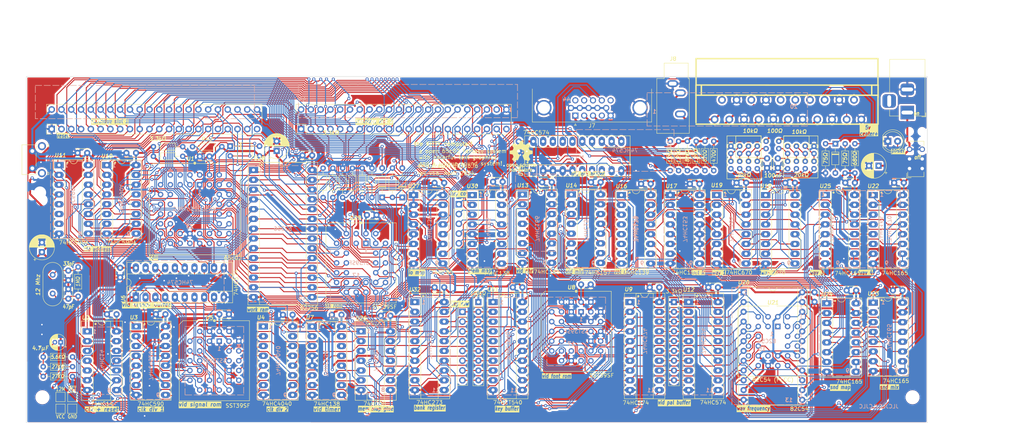
<source format=kicad_pcb>
(kicad_pcb (version 20221018) (generator pcbnew)
  (layers (0 "F.Cu" signal) (31 "B.Cu" signal) (34 "B.Paste" user) (35 "F.Paste" user) (36 "B.SilkS" user "B.Silkscreen") (37 "F.SilkS" user "F.Silkscreen") (38 "B.Mask" user) (39 "F.Mask" user) (44 "Edge.Cuts" user))
  (net 0 "")
  (net 1 "GND")
  (net 2 "VGreen")
  (net 3 "VBlue")
  (net 4 "VRed")
  (net 5 "+5V")
  (net 6 "Net-(C2-Pad1)")
  (net 7 "/Audio/L0")
  (net 8 "/Audio/R0")
  (net 9 "/Audio/L1")
  (net 10 "/Audio/R1")
  (net 11 "/Audio/L2")
  (net 12 "/Audio/R2")
  (net 13 "LEFT")
  (net 14 "RIGHT")
  (net 15 "/Audio/L3")
  (net 16 "/Audio/R3")
  (net 17 "12M")
  (net 18 "6M")
  (net 19 "3M")
  (net 20 "1M")
  (net 21 "750K")
  (net 22 "VReset")
  (net 23 "~{RESET}")
  (net 24 "~{R}{slash}W")
  (net 25 "R{slash}~{W}")
  (net 26 "~{6M}")
  (net 27 "~{VIrq}")
  (net 28 "~{HSync}")
  (net 29 "~{VSync}")
  (net 30 "~{VReset}")
  (net 31 "~{Sync}")
  (net 32 "VPixel")
  (net 33 "BusDriver")
  (net 34 "A0")
  (net 35 "A1")
  (net 36 "A2")
  (net 37 "A3")
  (net 38 "A4")
  (net 39 "A5")
  (net 40 "A6")
  (net 41 "A7")
  (net 42 "A8")
  (net 43 "A9")
  (net 44 "A10")
  (net 45 "A11")
  (net 46 "A12")
  (net 47 "A13")
  (net 48 "A14")
  (net 49 "A15")
  (net 50 "D7")
  (net 51 "D6")
  (net 52 "D5")
  (net 53 "D4")
  (net 54 "D3")
  (net 55 "D2")
  (net 56 "D1")
  (net 57 "D0")
  (net 58 "~{RAM}")
  (net 59 "~{IO}")
  (net 60 "~{CART}")
  (net 61 "~{ChrGet}")
  (net 62 "~{PalGet}")
  (net 64 "/Video/Y0")
  (net 65 "/Video/Y1")
  (net 66 "/Video/Y2")
  (net 67 "/Video/Pb3")
  (net 68 "/Video/Pb2")
  (net 69 "/Video/Pb1")
  (net 70 "/Video/Pb0")
  (net 71 "/Video/Pa3")
  (net 72 "/Video/Pa2")
  (net 73 "/Video/Pa1")
  (net 74 "/Video/Pa0")
  (net 75 "/Audio/Osc 1")
  (net 76 "/Audio/Osc 2")
  (net 77 "/Audio/Osc 3")
  (net 78 "~{OscWr}")
  (net 79 "/Audio/Sout")
  (net 80 "~{VolWr}")
  (net 81 "Net-(D2-K)")
  (net 82 "/IO/KeyIN 0")
  (net 83 "/IO/KeyIN 1")
  (net 84 "/IO/KeyIN 2")
  (net 85 "/IO/KeyIN 3")
  (net 86 "/IO/KeyIN 4")
  (net 87 "/IO/BANK")
  (net 88 "/IO/KeyOUT 0")
  (net 89 "/IO/KeyOUT 1")
  (net 90 "/IO/KeyOUT 2")
  (net 91 "/IO/KeyOUT 3")
  (net 92 "B3")
  (net 93 "B1")
  (net 94 "B0")
  (net 95 "B2")
  (net 96 "/IO/KeyOUT 4")
  (net 97 "/IO/KeyOUT 5")
  (net 98 "/IO/KeyOUT 6")
  (net 99 "/IO/KeyOUT 7")
  (net 100 "VBUS")
  (net 101 "B4")
  (net 102 "B5")
  (net 103 "B6")
  (net 104 "B7")
  (net 105 "~{NMI}")
  (net 106 "Net-(D2-A)")
  (net 107 "Net-(D3-A)")
  (net 113 "Net-(J4-P19)")
  (net 115 "RDY")
  (net 116 "Net-(R4-Pad1)")
  (net 117 "Net-(R6-Pad2)")
  (net 118 "Net-(RN1-R1)")
  (net 119 "Net-(RN1-R2)")
  (net 120 "Net-(RN1-R3)")
  (net 121 "Net-(RN1-R4)")
  (net 122 "Net-(RN1-R5)")
  (net 123 "Net-(RN1-R6)")
  (net 124 "Net-(RN1-R7)")
  (net 125 "Net-(RN1-R8)")
  (net 128 "~{VP}")
  (net 135 "/Video/bit 0")
  (net 136 "/Video/bit 1")
  (net 138 "Net-(U4-Q5)")
  (net 139 "Net-(U4-Q4)")
  (net 140 "Net-(U4-Q6)")
  (net 141 "Net-(U4-Q3)")
  (net 142 "Net-(U4-Q2)")
  (net 143 "Net-(U4-Q1)")
  (net 144 "Net-(U4-Q0)")
  (net 145 "Net-(U4-Q8)")
  (net 146 "Net-(U4-Q7)")
  (net 147 "Net-(U4-Q9)")
  (net 149 "Net-(U5-D0)")
  (net 150 "Net-(U5-D1)")
  (net 151 "Net-(U5-D2)")
  (net 152 "Net-(U5-D3)")
  (net 153 "Net-(U5-D4)")
  (net 154 "Net-(U5-D5)")
  (net 155 "Net-(U5-D6)")
  (net 156 "Net-(U5-D7)")
  (net 158 "~{B7}")
  (net 162 "Net-(U10-~{RCO})")
  (net 167 "Net-(U14-Za)")
  (net 168 "Net-(U14-Zb)")
  (net 169 "Net-(U14-Zc)")
  (net 170 "Net-(U14-Zd)")
  (net 175 "Net-(C1-Pad2)")
  (net 176 "Net-(C3-Pad1)")
  (net 177 "Net-(C5-Pad2)")
  (net 178 "ROM DISABLE")
  (net 183 "FX TICK")
  (net 185 "Net-(U27-Oa=b)")
  (net 186 "Net-(U27-Oa<b)")
  (net 187 "Net-(U27-Oa>b)")
  (net 188 "Net-(R30-Pad1)")
  (net 194 "Net-(R28-Pad1)")
  (net 195 "Net-(R29-Pad1)")
  (net 196 "/Audio/volume")
  (net 197 "Net-(U16A-O3)")
  (net 198 "/Audio/wave 4")
  (net 199 "/Audio/wave 3")
  (net 200 "Net-(D4-K)")
  (net 201 "/Audio/wave 2")
  (net 202 "~{RegTick}")
  (net 203 "~{PalPush}")
  (net 204 "Net-(U13-D7)")
  (net 205 "Net-(U13-D6)")
  (net 206 "Net-(U13-D5)")
  (net 207 "Net-(U13-D4)")
  (net 208 "Net-(U13-D3)")
  (net 209 "Net-(U13-D2)")
  (net 210 "Net-(U13-D1)")
  (net 211 "Net-(U13-D0)")
  (net 212 "Net-(U13-Q7)")
  (net 214 "/Audio/wave 1")
  (net 215 "/Video/bit 2")
  (net 216 "/Video/bit 3")
  (net 217 "AudioMux0")
  (net 218 "AudioMux1")
  (net 219 "Net-(U1-~{SO})")
  (net 220 "Net-(U3-~{RCO})")
  (net 221 "Net-(U3-Q7)")
  (net 222 "Net-(U3-Q6)")
  (net 223 "/Audio/Ch4")
  (net 224 "/Audio/Ch3")
  (net 225 "/Audio/Ch2")
  (net 226 "/Audio/Ch1")
  (net 228 "Net-(U22-DS)")
  (net 229 "Net-(U23-DS)")
  (net 230 "Net-(U24-DS)")
  (net 231 "Net-(U25-DS)")
  (net 235 "Net-(R21-Pad1)")
  (net 236 "Net-(R20-Pad1)")
  (net 237 "Net-(R19-Pad1)")
  (net 238 "Net-(C4-Pad2)")
  (footprint "Resistor_THT:R_Axial_DIN0204_L3.6mm_D1.6mm_P7.62mm_Horizontal" (layer "F.Cu") (at 206.248 62.865 90)
    (fp_text reference "R18" hide)
    (fp_text value "470Ω")
  )
  (footprint "Capacitor_THT:CP_Radial_D6.3mm_P2.50mm" (layer "F.Cu") (at 31.75 84.034 90)
    (fp_text reference "C7" hide)
    (fp_text value "C_Polarized")
  )
  (footprint "Capacitor_THT:C_Disc_D3.0mm_W2.0mm_P2.50mm" (layer "F.Cu") (at 43.514 58.265 180)
    (fp_text reference "Cd10" hide)
    (fp_text value "100nF")
  )
  (footprint "PCM_Package_DIP_AKL:DIP-14_W7.62mm_Socket_LongPads" (layer "F.Cu") (at 43.514 104.62)
    (fp_text reference "U2")
    (fp_text value "74HC14")
  )
  (footprint "Capacitor_THT:C_Disc_D3.0mm_W2.0mm_P2.50mm" (layer "F.Cu") (at 232.42 94.46 -90)
    (fp_text reference "Cd20" hide)
    (fp_text value "100nF")
  )
  (footprint "Resistor_THT:R_Axial_DIN0204_L3.6mm_D1.6mm_P7.62mm_Horizontal" (layer "F.Cu") (at 68.326 59.154 180)
    (fp_text reference "R1" hide)
    (fp_text value "3.3kΩ")
  )
  (footprint "Resistor_THT:R_Axial_DIN0204_L3.6mm_D1.6mm_P1.90mm_Vertical" (layer "F.Cu") (at 210.693 60.452 -90)
    (fp_text reference "R19" hide)
    (fp_text value "R2")
  )
  (footprint "Capacitor_THT:C_Disc_D3.0mm_W2.0mm_P2.50mm" (layer "F.Cu") (at 101.934 58.9 180)
    (fp_text reference "Cd28" hide)
    (fp_text value "100nF")
  )
  (footprint "Capacitor_THT:CP_Radial_D6.3mm_P2.50mm" (layer "F.Cu") (at 249.047 61.595 180)
    (fp_text reference "C6" hide)
    (fp_text value "C_Polarized")
  )
  (footprint "Resistor_THT:R_Axial_DIN0204_L3.6mm_D1.6mm_P1.90mm_Vertical" (layer "F.Cu") (at 227.711 56.52 -90)
    (fp_text reference "R34" hide)
    (fp_text value "R1")
  )
  (footprint "Capacitor_THT:C_Disc_D3.0mm_W2.0mm_P2.50mm" (layer "F.Cu") (at 255.604 66.012 180)
    (fp_text reference "Cd18" hide)
    (fp_text value "100nF")
  )
  (footprint "Resistor_THT:R_Axial_DIN0204_L3.6mm_D1.6mm_P1.90mm_Vertical" (layer "F.Cu") (at 229.997 60.4526 -90)
    (fp_text reference "R29" hide)
    (fp_text value "R2")
  )
  (footprint "Capacitor_THT:C_Disc_D3.0mm_W2.0mm_P2.50mm" (layer "F.Cu") (at 116.158 74.394)
    (fp_text reference "Cd29" hide)
    (fp_text value "100nF")
  )
  (footprint "Resistor_THT:R_Axial_DIN0204_L3.6mm_D1.6mm_P7.62mm_Horizontal" (layer "F.Cu") (at 117.475 69.85 90)
    (fp_text reference "R13" hide)
    (fp_text value "3.3kΩ")
  )
  (footprint "Resistor_THT:R_Axial_DIN0204_L3.6mm_D1.6mm_P7.62mm_Horizontal" (layer "F.Cu") (at 203.962 62.865 90)
    (fp_text reference "R17" hide)
    (fp_text value "820Ω")
  )
  (footprint "MountingHole:MountingHole_3.2mm_M3_ISO14580" (layer "F.Cu") (at 31.242 68.58)
    (fp_text reference "H1" hide)
    (fp_text value "MountingHole")
  )
  (footprint "PCM_Package_DIP_AKL:DIP-16_W7.62mm_Socket_LongPads" (layer "F.Cu") (at 156.544 69.06)
    (fp_text reference "U13")
    (fp_text value "74HC165")
  )
  (footprint "Capacitor_THT:C_Disc_D3.0mm_W2.0mm_P2.50mm" (layer "F.Cu") (at 222.885 62.19 90)
    (fp_text reference "C5" hide)
    (fp_text value "100nF")
  )
  (footprint "Resistor_THT:R_Axial_DIN0204_L3.6mm_D1.6mm_P7.62mm_Horizontal" (layer "F.Cu") (at 41.148 87.884 -90)
    (fp_text reference "R7" hide)
    (fp_text value "1MΩ")
  )
  (footprint "Resistor_THT:R_Axial_DIN0204_L3.6mm_D1.6mm_P1.90mm_Vertical" (layer "F.Cu") (at 217.551 60.452 -90)
    (fp_text reference "R22" hide)
    (fp_text value "R2")
  )
  (footprint "PCM_Resistor_THT_US_AKL:R_Axial_DIN0204_L3.6mm_D1.6mm_P1.90mm_Vertical" (layer "F.Cu") (at 219.837 55.245 -90)
    (fp_text reference "R27" hide)
    (fp_text value "R_Small" hide)
  )
  (footprint "Resistor_THT:R_Axial_DIN0204_L3.6mm_D1.6mm_P1.90mm_Vertical" (layer "F.Cu") (at 212.979 56.52 -90)
    (fp_text reference "R24" hide)
    (fp_text value "R1")
  )
  (footprint "Resistor_THT:R_Axial_DIN0204_L3.6mm_D1.6mm_P1.90mm_Vertical" (layer "F.Cu") (at 232.283 56.541 -90)
    (fp_text reference "R32" hide)
    (fp_text value "R2")
  )
  (footprint "Capacitor_THT:C_Disc_D3.0mm_W2.0mm_P2.50mm" (layer "F.Cu") (at 242.904 66.012 180)
    (fp_text reference "Cd19" hide)
    (fp_text value "100nF")
  )
  (footprint "Resistor_THT:R_Axial_DIN0204_L3.6mm_D1.6mm_P7.62mm_Horizontal" (layer "F.Cu") (at 70.866 56.642)
    (fp_text reference "R42")
    (fp_text value "3.3kΩ")
  )
  (footprint "Capacitor_THT:C_Disc_D3.0mm_W2.0mm_P2.50mm" (layer "F.Cu") (at 122.254 100.556 180)
    (fp_text reference "Cd26" hide)
    (fp_text value "100nF")
  )
  (footprint "PCM_Package_DIP_AKL:DIP-20_W7.62mm_Socket_LongPads" (layer "F.Cu") (at 56.134 95.758 90)
    (fp_text reference "U6")
    (fp_text value "74HC574")
  )
  (footprint "Resistor_THT:R_Axial_DIN0204_L3.6mm_D1.6mm_P1.90mm_Vertical" (layer "F.Cu") (at 232.283 60.452 -90)
    (fp_text reference "R28" hide)
    (fp_text value "R2")
  )
  (footprint "Resistor_THT:R_Axial_DIN0204_L3.6mm_D1.6mm_P7.62mm_Horizontal" (layer "F.Cu") (at 242.904 63.5 90)
    (fp_text reference "R41" hide)
    (fp_text value "680Ω")
  )
  (footprint "Resistor_THT:R_Axial_DIN0204_L3.6mm_D1.6mm_P1.90mm_Vertical" (layer "F.Cu") (at 210.693 56.52 -90)
    (fp_text reference "R23" hide)
    (fp_text value "R2")
  )
  (footprint "Smal:EdgeHeader_2x22_P2.54mm_Vertical" (layer "F.Cu") (at 99.06 52.07 90)
    (fp_text reference "J6" hide)
    (fp_text value "Conn_02x22_Odd_Even")
  )
  (footprint "Capacitor_THT:C_Disc_D3.0mm_W2.0mm_P2.50mm" (layer "F.Cu") (at 151.424 65.758 180)
    (fp_text reference "Cd27" hide)
    (fp_text value "100nF")
  )
  (footprint "PCM_Package_DIP_AKL:DIP-16_W7.62mm_Socket_LongPads" (layer "F.Cu") (at 101.944 103.35)
    (fp_text reference "U7")
    (fp_text value "74HC138")
  )
  (footprint "PCM_Package_DIP_AKL:DIP-16_W7.62mm_Socket_LongPads" (layer "F.Cu") (at 56.224 103.34)
    (fp_text reference "U3")
    (fp_text value "74HC590")
  )
  (footprint "Resistor_THT:R_Axial_DIN0204_L3.6mm_D1.6mm_P1.90mm_Vertical" (layer "F.Cu") (at 215.265 56.52 -90)
    (fp_text reference "R25" hide)
    (fp_text value "R1")
  )
  (footprint "Button_Switch_THT:SW_CuK_JS202011AQN_DPDT_Angled" (layer "F.Cu") (at 257.0884 62.3261 90)
    (fp_text reference "SW2" hide)
    (fp_text value "SW_DPDT_x2")
  )
  (footprint "Capacitor_THT:C_Disc_D3.0mm_W2.0mm_P2.50mm" (layer "F.Cu") (at 192.104 93.19 180)
    (fp_text reference "Cd9" hide)
    (fp_text value "100nF")
  )
  (footprint "Capacitor_THT:C_Disc_D3.0mm_W2.0mm_P2.50mm" (layer "F.Cu") (at 220.091 62.19 90)
    (fp_text reference "C4" hide)
    (fp_text value "100nF")
  )
  (footprint "Resistor_THT:R_Axial_DIN0204_L3.6mm_D1.6mm_P7.62mm_Horizontal" (layer "F.Cu") (at 104.775 69.85 90)
    (fp_text reference "R8" hide)
    (fp_text value "3.3kΩ")
  )
  (footprint "Resistor_THT:R_Axial_DIN0204_L3.6mm_D1.6mm_P7.62mm_Horizontal" (layer "F.Cu") (at 80.645 59.055)
    (fp_text reference "R2" hide)
    (fp_text value "3.3kΩ")
  )
  (footprint "Crystal:Crystal_HC49-U_Vertical" (layer "F.Cu") (at 34.544 89.916 -90)
    (fp_text reference "Y1" hide)
    (fp_text value "12 Mhz")
  )
  (footprint "Resistor_THT:R_Axial_DIN0204_L3.6mm_D1.6mm_P7.62mm_Horizontal" (layer "F.Cu") (at 235.284 55.88 -90)
    (fp_text reference "R40" hide)
    (fp_text value "75Ω")
  )
  (footprint "PCM_Package_LCC_AKL:PLCC-44_THT-Socket" (layer "F.Cu") (at 72.724 66.52)
    (fp_text reference "U1")
    (fp_text value "65c02")
  )
  (footprint "Capacitor_THT:C_Disc_D3.0mm_W2.0mm_P2.50mm" (layer "F.Cu") (at 136.224 66.04 180)
    (fp_text reference "Cd30" hide)
    (fp_text value "100nF")
  )
  (footprint "LED_THT:LED_D5.0mm" (layer "F.Cu") (at 251.46 55.245)
    (fp_text reference "D3" hide)
    (fp_text value "Power")
  )
  (footprint "Resistor_THT:R_Axial_DIN0204_L3.6mm_D1.6mm_P1.90mm_Vertical" (layer "F.Cu") (at 215.265 60.452 -90)
    (fp_text reference "R21" hide)
    (fp_text value "R2")
  )
  (footprint "PCM_Package_DIP_AKL:DIP-16_W7.62mm_Socket_LongPads" (layer "F.Cu") (at 235.204 69.205)
    (fp_text reference "U25")
    (fp_text value "74HC165")
  )
  (footprint "PCM_Package_DIP_AKL:DIP-16_W7.62mm_Socket_LongPads" (layer "F.Cu") (at 48.594 61.44)
    (fp_text reference "U10")
    (fp_text value "74HC590A")
  )
  (footprint "Resistor_THT:R_Axial_DIN0204_L3.6mm_D1.6mm_P7.62mm_Horizontal" (layer "F.Cu") (at 32.084 111.252)
    (fp_text reference "R6" hide)
    (fp_text value "5.6KΩ")
  )
  (footprint "Resistor_THT:R_Axial_DIN0204_L3.6mm_D1.6mm_P1.90mm_Vertical" (layer "F.Cu") (at 225.425 60.4526 -90)
    (fp_text reference "R31" hide)
    (fp_text value "R2")
  )
  (footprint "Capacitor_THT:C_Disc_D3.0mm_W2.0mm_P2.50mm" (layer "F.Cu") (at 202.535 66.294 180)
    (fp_text reference "Cd17" hide)
    (fp_text value "100nF")
  )
  (footprint "PCM_Package_DIP_AKL:DIP-16_W7.62mm_Socket_LongPads" (layer "F.Cu") (at 89.244 103.34)
    (fp_text reference "U4")
    (fp_text value "74HC4040")
  )
  (footprint "Resistor_THT:R_Axial_DIN0204_L3.6mm_D1.6mm_P7.62mm_Horizontal" (layer "F.Cu") (at 199.39 62.865 90)
    (fp_text reference "R15" hide)
    (fp_text value "820Ω")
  )
  (footprint "Capacitor_THT:C_Disc_D3.0mm_W2.0mm_P2.50mm" (layer "F.Cu") (at 75.264 59.182 180)
    (fp_text reference "Cd1" hide)
    (fp_text value "100nF")
  )
  (footprint "Capacitor_THT:C_Disc_D3.0mm_W2.0mm_P2.50mm" (layer "F.Cu") (at 63.834 100.175 180)
    (fp_text reference "Cd3" hide)
    (fp_text value "100nF")
  )
  (footprint "Capacitor_THT:C_Disc_D3.0mm_W2.0mm_P2.50mm" (layer "F.Cu") (at 207.344 93.19 180)
    (fp_text reference "Cd12" hide)
    (fp_text value "100nF")
  )
  (footprint "Capacitor_THT:C_Disc_D3.0mm_W2.0mm_P2.50mm" (layer "F.Cu") (at 77.824 100.175)
    (fp_text reference "Cd5" hide)
    (fp_text value "100nF")
  )
  (footprint "PCM_Package_DIP_AKL:DIP-16_W7.62mm_Socket_LongPads" (layer "F.Cu") (at 235.595 97.338)
    (fp_text reference "U24")
    (fp_text value "74HC165")
  )
  (footprint "Resistor_THT:R_Axial_DIN0204_L3.6mm_D1.6mm_P7.62mm_Horizontal" (layer "F.Cu") (at 197.104 62.865 90)
    (fp_text reference "R14" hide)
    (fp_text value "1.2KΩ")
  )
  (footprint "Video:SCART" (layer "F.Cu") (at 225.525 42.291 180)
    (fp_text reference "J4" hide)
    (fp_text value "SCART-F" hide)
  )
  (footprint "Capacitor_THT:C_Disc_D3.0mm_W2.0mm_P2.50mm" (layer "F.Cu") (at 189.875 66.294 180)
    (fp_text reference "Cd16" hide)
    (fp_text value "100nF")
  )
  (footprint "Resistor_THT:R_Axial_DIN0204_L3.6mm_D1.6mm_P7.62mm_Horizontal" (layer "F.Cu") (at 201.676 62.865 90)
    (fp_text reference "R16" hide)
    (fp_text value "1.2KΩ")
  )
  (footprint "Capacitor_THT:C_Disc_D3.0mm_W2.0mm_P2.50mm" (layer "F.Cu") (at 156.544 93.184985 180)
    (fp_text reference "Cd31" hide)
    (fp_text value "100nF")
  )
  (footprint "Capacitor_THT:C_Disc_D3.0mm_W2.0mm_P2.50mm" (layer "F.Cu") (at 38.608 96.136 90)
    (fp_text reference "C3" hide)
    (fp_text value "47pF")
  )
  (footprint "Diode_THT:D_DO-34_SOD68_P7.62mm_Horizontal" (layer "F.Cu") (at 80.64 56.515)
    (fp_text reference "D1" hide)
    (fp_text value "D_Small")
  )
  (footprint "Resistor_THT:R_Axial_DIN0204_L3.6mm_D1.6mm_P7.62mm_Horizontal" (layer "F.Cu") (at 112.395 69.85 90)
    (fp_text reference "R11" hide)
    (fp_text value "3.3kΩ")
  )
  (footprint "Connector_Dsub:DSUB-15-HD_Female_Horizontal_P2.29x1.98mm_EdgePinOffset3.03mm_Housed_MountingHolesOffset4.94mm" (layer "F.Cu") (at 170.298 48.576331 180)
    (fp_text reference "J7")
    (fp_text value "DE15_Plug_HighDensity_MountingHoles")
  )
  (footprint "Connector_PinHeader_2.54mm:PinHeader_1x08_P2.54mm_Vertical" (layer "F.Cu") (at 140.97 99.54)
    (fp_text reference "J2" hide)
    (fp_text value "KeyOUT")
  )
  (footprint "Resistor_THT:R_Array_SIP9" (layer "F.Cu") (at 195.914 97 -90)
    (fp_text reference "RN1" hide)
    (fp_text value "3.3kΩ")
  )
  (footprint "PCM_Package_DIP_AKL:DIP-20_W7.62mm_Socket_LongPads" (layer "F.Cu") (at 148.924 97)
    (fp_text reference "U31")
    (fp_text value "74HCT540")
  )
  (footprint "PCM_Package_DIP_AKL:DIP-16_W7.62mm_Socket_LongPads" (layer "F.Cu") (at 182.245 69.215)
    (fp_text reference "U16")
    (fp_text value "74HC139")
  )
  (footprint "Capacitor_THT:C_Disc_D3.0mm_W2.0mm_P2.50mm" (layer "F.Cu") (at 52.07 88.11 -90)
    (fp_text reference "Cd6" hide)
    (fp_text value "100nF")
  )
  (footprint "PCM_Package_DIP_AKL:DIP-16_W7.62mm_Socket_LongPads" (layer "F.Cu") (at 247.65 69.215)
    (fp_text reference "U22")
    (fp_text value "74HC165")
  )
  (footprint "Diode_THT:D_DO-34_SOD68_P7.62mm_Horizontal" (layer "F.Cu") (at 125.349 69.8246 90)
    (fp_text reference "D5" hide)
    (fp_text value "D_Small")
  )
  (footprint "Capacitor_THT:C_Disc_D3.0mm_W2.0mm_P2.50mm" (layer "F.Cu") (at 255.27 93.98 180)
    (fp_text reference "Cd23" hide)
    (fp_text value "100nF")
  )
  (footprint "PCM_Package_DIP_AKL:DIP-16_W7.62mm_Socket_LongPads" (layer "F.Cu") (at 194.945 69.215)
    (fp_text reference "U17")
    (fp_text value "74HC153")
  )
  (footprint "PCM_Package_DIP_AKL:DIP-20_W7.62mm_Socket_LongPads" (layer "F.Cu") (at 128.604 97)
    (fp_text reference "U32")
    (fp_text value "74HC273")
  )
  (footprint "PCM_Package_DIP_AKL:DIP-16_W7.62mm_Socket_LongPads" (layer "F.Cu") (at 247.66 97.145)
    (fp_text reference "U23")
    (fp_text value "74HC165")
  )
  (footprint "Resistor_THT:R_Axial_DIN0204_L3.6mm_D1.6mm_P1.90mm_Vertical" (layer "F.Cu") (at 225.425 56.52 -90)
    (fp_text reference "R35" hide)
    (fp_text value "R1")
  )
  (footprint "MountingHole:MountingHole_3.2mm_M3_ISO14580" (layer "F.Cu") (at 257.874 121.73)
    (fp_text reference "H4" hide)
    (fp_text value "MountingHole")
  )
  (footprint "PCM_Resistor_THT_US_AKL:R_Axial_DIN0204_L3.6mm_D1.6mm_P1.90mm_Vertical" (layer "F.Cu") (at 223.139 55.245 -90)
    (fp_text reference "R36" hide)
    (fp_text value "R_Small" hide)
  )
  (footprint "PCM_Package_DIP_AKL:DIP-16_W7.62mm_Socket_LongPads" (layer "F.Cu") (at 143.52 69.215)
    (fp_text reference "U30")
    (fp_text value "74HC138")
  )
  (footprint "PCM_Package_DIP_AKL:DIP-20_W7.62mm_Socket_LongPads" (layer "F.Cu") (at 159.39 62.895 90)
    (fp_text reference "U15")
    (fp_text value "74HC574")
  )
  (footprint "Resistor_THT:R_Axial_DIN0204_L3.6mm_D1.6mm_P1.90mm_Vertical" (layer "F.Cu") (at 229.997 56.52 -90)
    (fp_text reference "R33" hide)
    (fp_text value "R1")
  )
  (footprint "PCM_Package_DIP_AKL:DIP-28_W15.24mm_Socket_LongPads" (layer "F.Cu") (at 86.694 62.71)
    (fp_text reference "U28")
    (fp_text value "62256")
  )
  (footprint "Diode_THT:D_DO-34_SOD68_P7.62mm_Horizontal" (layer "F.Cu") (at 120.1166 69.8246 90)
    (fp_text reference "D4" hide)
    (fp_text value "D_Small")
  )
  (footprint "Package_LCC:PLCC-28_THT-Socket" (layer "F.Cu") (at 222.885 103.35)
    (fp_text reference "U21")
    (fp_text value "82C54 (PLCC)")
  )
  (footprint "Resistor_THT:R_Axial_DIN0204_L3.6mm_D1.6mm_P7.62mm_Horizontal" (layer "F.Cu") (at 39.704 113.792 180)
    (fp_text reference "R5" hide)
    (fp_text value "27KΩ")
  )
  (footprint "TestPoint:TestPoint_Pad_2.0x2.0mm" (layer "F.Cu") (at 39.624 124.714)
    (fp_text reference "TP2" hide)
    (fp_text value "TestPoint")
  )
  (footprint "Diode_THT:D_DO-34_SOD68_P7.62mm_Horizontal" (layer "F.Cu") (at 237.824 55.88 -90)
    (fp_text reference "D2" hide)
    (fp_text value "D_Small")
  )
  (footprint "Resistor_THT:R_Axial_DIN0204_L3.6mm_D1.6mm_P7.62mm_Horizontal" (layer "F.Cu") (at 107.315 69.85 90)
    (fp_text reference "R9" hide)
    (fp_text value "3.3kΩ")
  )
  (footprint "PCM_Package_DIP_AKL:DIP-16_W7.62mm_Socket_LongPads" (layer "F.Cu") (at 36.195 61.44)
    (fp_text reference "U11")
    (fp_text value "74HC590A")
  )
  (footprint "TestPoint:TestPoint_Pad_2.0x2.0mm" (layer "F.Cu") (at 36.576 124.714)
    (fp_text reference "TP1" hide)
    (fp_text value "TestPoint")
  )
  (footprint "Symbol:OSHW-Logo_7.5x8mm_SilkScreen" (layer "F.Cu") (at 156.21 59.154)
    (fp_text reference "SY1" hide)
    (fp_text value "Logo_Open_Hardware_Small" hide)
  )
  (footprint "PCM_Package_DIP_AKL:DIP-16_W7.62mm_Socket_LongPads" (layer "F.Cu") (at 207.01 69.215)
    (fp_text reference "U19")
    (fp_text value "74HC670")
  )
  (footprint "TestPoint:TestPoint_Pad_2.0x2.0mm" (layer "F.Cu") (at 36.576 121.666)
    (fp_text reference "TP4" hide)
    (fp_text value "TestPoint")
  )
  (footprint "Connector_PinSocket_2.54mm:PinSocket_1x05_P2.54mm_Vertical" (layer "F.Cu") (at 140.034 71.6)
    (fp_text reference "J1" hide)
    (fp_text value "KeyIN")
  )
  (footprint "Smal:EdgeHeader_2x22_P2.54mm_Vertical" (layer "F.Cu") (at 34.29 52.07 90)
    (fp_text reference "J5" hide)
    (fp_text value "Conn_02x22_Odd_Even")
  )
  (footprint "PCM_Package_LCC_AKL:PLCC-32_THT-Socket" (layer "F.Cu") (at 77.804 107.16)
    (fp_text reference "U5")
    (fp_text value "SST39SF")
  )
  (footprint "Capacitor_THT:C_Disc_D3.0mm_W2.0mm_P2.50mm" (layer "F.Cu") (at 136.224 93.184985 180)
    (fp_text reference "Cd32" hide)
    (fp_text value "100nF")
  )
  (footprint "TestPoint:TestPoint_Pad_2.0x2.0mm" (layer "F.Cu") (at 39.624 121.666)
    (fp_text reference "TP3" hide)
    (fp_text value "TestPoint")
  )
  (footprint "Resistor_THT:R_Axial_DIN0204_L3.6mm_D1.6mm_P1.90mm_Vertical" (layer "F.Cu") (at 227.711 60.4526 -90)
    (fp_text reference "R30" hide)
    (fp_text value "R2")
  )
  (footprint "PCM_Package_LCC_AKL:PLCC-32_THT-Socket" (layer "F.Cu") (at 115.904 81.76)
    (fp_text reference "U29")
    (fp_text value "SST39SF")
  )
  (footprint "Capacitor_THT:C_Disc_D3.0mm_W2.0mm_P2.50mm" (layer "F.Cu") (at 176.864 65.885 180)
    (fp_text reference "Cd14" hide)
    (fp_text value "100nF")
  )
  (footprint "Resistor_THT:R_Axial_DIN0204_L3.6mm_D1.6mm_P7.62mm_Horizontal" (layer "F.Cu") (at 194.945 62.865 90)
    (fp_text reference "R39" hide)
    (fp_text value "1.2kΩ")
  )
  (footprint "MountingHole:MountingHole_3.2mm_M3_ISO14580" (layer "F.Cu") (at 281.686 42.799)
    (fp_text reference "H3" hide)
    (fp_text value "MountingHole")
  )
  (footprint "Capacitor_THT:C_Disc_D3.0mm_W2.0mm_P2.50mm" (layer "F.Cu") (at 171.784 92.428)
    (fp_text reference "Cd8" hide)
    (fp_text value "100nF")
  )
  (footprint "Connector_Audio:Jack_3.5mm_CUI_SJ1-3533NG_Horizontal" (layer "F.Cu") (at 195.58 40.269)
    (fp_text reference "J8")
    (fp_text value "AudioJack3")
  )
  (footprint "Resistor_THT:R_Axial_DIN0204_L3.6mm_D1.6mm_P7.62mm_Horizontal" (layer "F.Cu") (at 240.364 63.5 90)
    (fp_text reference "R38" hide)
    (fp_text value "75Ω")
  )
  (footprint "PCM_Package_DIP_AKL:DIP-20_W7.62mm_Socket_LongPads" (layer "F.Cu") (at 199.724 97)
    (fp_text reference "U12")
    (fp_text value "74HC574")
  )
  (footprint "Resistor_THT:R_Axial_DIN0204_L3.6mm_D1.6mm_P7.62mm_Horizontal" (layer "F.Cu") (at 109.855 69.85 90)
    (fp_text reference "R10" hide)
    (fp_text value "3.3kΩ")
  )
  (footprint "Capacitor_THT:C_Disc_D3.0mm_W2.0mm_P2.50mm" (layer "F.Cu") (at 51.134 100.175 180)
    (fp_text reference "Cd2" hide)
    (fp_text value "100nF")
  )
  (footprint "Capacitor_THT:C_Disc_D3.0mm_W2.0mm_P2.50mm" (layer "F.Cu") (at 214.673 66.012 180)
    (fp_text reference "Cd24" hide)
    (fp_text value "100nF")
  )
  (footprint "Capacitor_THT:C_Disc_D3.0mm_W2.0mm_P2.50mm" (layer "F.Cu") (at 155.575 55.285 -90)
    (fp_text reference "Cd15" hide)
    (fp_text value "100nF")
  )
  (footprint "Resistor_THT:R_Axial_DIN0204_L3.6mm_D1.6mm_P1.90mm_Vertical" (layer "F.Cu") (at 212.979 60.452 -90)
    (fp_text reference "R20" hide)
    (fp_text value "R2")
  )
  (footprint "Resistor_THT:R_Axial_DIN0204_L3.6mm_D1.6mm_P7.62mm_Horizontal" (layer "F.Cu") (at 68.326 56.642 180)
    (fp_text reference "R3" hide)
    (fp_text value "3.3kΩ")
  )
  (footprint "Resistor_THT:R_Axial_DIN0204_L3.6mm_D1.6mm_P7.62mm_Horizontal" (layer "F.Cu") (at 122.7836 62.2046 -90)
    (fp_text reference "R37" hide)
    (fp_text value "3.3kΩ")
  )
  (footprint "Capacitor_THT:C_Disc_D3.0mm_W2.0mm_P2.50mm" (layer "F.Cu") (at 243.248 93.98 180)
    (fp_text reference "Cd22" hide)
    (fp_text value "100nF")
  )
  (footprint "Capacitor_THT:CP_Radial_D4.0mm_P1.50mm" (layer "F.Cu") (at 36.6166 107.442 180)
    (fp_text reference "C1" hide)
    (fp_text value "4.7µF")
  )
  (footprint "Capacitor_THT:C_Disc_D3.0mm_W2.0mm_P2.50mm" (layer "F.Cu") (at 38.608 88.83 -90)
    (fp_text reference "C2" hide)
    (fp_text value "33pF")
  )
  (footprint "Capacitor_THT:CP_Radial_D6.3mm_P2.50mm" (layer "F.Cu") (at 92.71 57.745 90)
    (fp_text reference "C8" hide)
    (fp_text value "C_Polarized")
  )
  (footprint "Resistor_THT:R_Array_SIP9" (layer "F.Cu") (at 145.114 97 -90)
    (fp_text reference "RN2" hide)
    (fp_text value "100KΩ")
  )
  (footprint "PCM_Package_LCC_AKL:PLCC-32_THT-Socket" (layer "F.Cu") (at 171.784 99.54)
    (fp_text reference "U8")
    (fp_text value "SST39SF")
  )
  (footprint "Capacitor_THT:C_Disc_D3.0mm_W2.0mm_P2.50mm" (layer "F.Cu") (at 227.33 66.04 180)
    (fp_text reference "Cd25" hide)
    (fp_text value "100nF")
  )
  (footprint "Capacitor_THT:C_Disc_D3.0mm_W2.0mm_P2.50mm" (layer "F.Cu") (at 164.164 65.885 180)
    (fp_text reference "Cd13" hide)
    (fp_text value "100nF")
  )
  (footprint "Resistor_THT:R_Axial_DIN0204_L3.6mm_D1.6mm_P7.62mm_Horizontal" (layer "F.Cu") (at 32.084 116.332)
    (fp_text reference "R4" hide)
    (fp_text value "27KΩ")
  )
  (footprint "Package_DIP:DIP-24_W15.24mm_Socket" (layer "F.Cu") (at 213.995 94.46)
    (fp_text reference "U20")
    (fp_text value "82C54")
  )
  (footprint "PCM_Package_DIP_AKL:DIP-16_W7.62mm_Socket_LongPads" (layer "F.Cu") (at 128.27 69.215)
    (fp_text reference "U27")
    (fp_text value "74HC85")
  )
  (footprint "PCM_Package_DIP_AKL:DIP-20_W7.62mm_Socket_LongPads" (layer "F.Cu") (at 184.484 97)
    (fp_text reference "U9")
    (fp_text value "74HC574")
  )
  (footprint "Capacitor_THT:C_Disc_D3.0mm_W2.0mm_P2.50mm" (layer "F.Cu") (at 96.854 100.302 180)
    (fp_text reference "Cd4" hide)
    (fp_text value "100nF")
  )
  (footprint "PCM_Package_DIP_AKL:DIP-14_W7.62mm_Socket_LongPads" (layer "F.Cu") (at 114.634 104.62)
    (fp_text reference "U26")
    (fp_text value "74HC00")
  )
  (footprint "MountingHole:MountingHole_3.2mm_M3_ISO14580" (layer "F.Cu") (at 31.874 121.73)
    (fp_text reference "H2" hide)
    (fp_text value "MountingHole")
  )
  (footprint "Connector_BarrelJack:BarrelJack_Horizontal" (layer "F.Cu") (at 256.513 47.783 -90)
    (fp_text reference "J3" hide)
    (fp_text value "Barrel_Jack_MountingPin")
  )
  (footprint "Capacitor_THT:C_Disc_D3.0mm_W2.0mm_P2.50mm" (layer "F.Cu") (at 109.554 100.302 180)
    (fp_text reference "Cd7" hide)
    (fp_text value "100nF")
  )
  (footprint "PCM_Package_DIP_AKL:DIP-16_W7.62mm_Socket_LongPads" (layer "F.Cu") (at 219.72 69.225)
    (fp_text reference "U18")
    (fp_text value "74HC670")
  )
  (footprint "PCM_Package_DIP_AKL:DIP-16_W7.62mm_Socket_LongPads" (layer "F.Cu") (at 169.244 69.06)
    (fp_text reference "U14")
    (fp_text value "74HC157")
  )
  (footprint "Resistor_THT:R_Axial_DIN0204_L3.6mm_D1.6mm_P1.90mm_Vertical" (layer "F.Cu") (at 217.551 56.515 -90)
    (fp_text reference "R26" hide)
    (fp_text value "R1")
  )
  (footprint "Button_Switch_THT:SW_Tactile_SPST_Angled_PTS645Vx83-2LFS" (layer "F.Cu") (at 29.26 62.275 90)
    (fp_text reference "SW1" hide)
    (fp_text value "RESET")
  )
  (footprint "Resistor_THT:R_Axial_DIN0204_L3.6mm_D1.6mm_P7.62mm_Horizontal" (layer "F.Cu") (at 114.935 69.85 90)
    (fp_text reference "R12" hide)
    (fp_text value "3.3kΩ")
  )
  (footprint "Capacitor_THT:C_Disc_D3.0mm_W2.0mm_P2.50mm" (layer "F.Cu") (at 56.194 58.265 180)
    (fp_text reference "Cd11" hide)
    (fp_text value "100nF")
  )
  (gr_rect (start 147.3238 95.7935) (end 158.1442 121.13) (stroke (width 0.15) (type dash)) (fill solid) (layer "B.SilkS"))
  (gr_rect (start 244.094 68.072) (end 254.635 88.138) (stroke (width 0.15) (type dash)) (fill solid) (layer "B.SilkS"))
  (gr_rect (start 193.294 68.072) (end 203.835 88.138) (stroke (width 0.15) (type dash)) (fill solid) (layer "B.SilkS"))
  (gr_rect (start 126.953 67.917) (end 137.494 87.983) (stroke (width 0.15) (type dash)) (fill solid) (layer "B.SilkS"))
  (gr_rect (start 33.989 60.424) (end 45.165 80.49) (stroke (width 0.15) (type dash)) (fill solid) (layer "B.SilkS"))
  (gr_rect (start 188.929 42.644) (end 230.585 51.28) (stroke (width 0.15) (type dash)) (fill solid) (layer "B.SilkS"))
  (gr_rect (start 30.0465 40.739) (end 86.9425 49.375) (stroke (width 0.15) (type dash)) (fill solid) (layer "B.SilkS"))
  (gr_rect (start 100.283 102.207) (end 110.824 122.273) (stroke (width 0.15) (type dash)) (fill solid) (layer "B.SilkS"))
  (gr_rect (start 85.424 61.567) (end 103.204 97) (stroke (width 0.15) (type dash)) (fill solid) (layer "B.SilkS"))
  (gr_rect (start 142.193 67.917) (end 152.734 87.983) (stroke (width 0.15) (type dash)) (fill solid) (layer "B.SilkS"))
  (gr_rect (start 162.894 95.73) (end 178.134 113.51) (stroke (width 0.15) (type dash)) (fill solid) (layer "B.SilkS"))
  (gr_rect (start 112.983 103.35) (end 123.524 120.876) (stroke (width 0.15) (type dash)) (fill solid) (layer "B.SilkS"))
  (gr_rect (start 210.9635 93.19) (end 228.934 123.67) (stroke (width 0.15) (type dash)) (fill solid) (layer "B.SilkS"))
  (gr_rect (start 167.593 67.917) (end 178.134 87.983) (stroke (width 0.15) (type dash)) (fill solid) (layer "B.SilkS"))
  (gr_rect (start 68.914 103.35) (end 84.154 121.13) (stroke (width 0.15) (type dash)) (fill solid) (layer "B.SilkS"))
  (gr_rect (start 198.1238 95.7935) (end 208.9442 121.13) (stroke (width 0.15) (type dash)) (fill solid) (layer "B.SilkS"))
  (gr_rect (start 46.943 60.297) (end 57.484 80.363) (stroke (width 0.15) (type dash)) (fill solid) (layer "B.SilkS"))
  (gr_rect (start 154.7495 63.754) (end 165.2905 83.82) (stroke (width 0.15) (type dash)) (fill solid) (layer "B.SilkS"))
  (gr_rect (start 182.8838 95.7935) (end 193.7042 121.13) (stroke (width 0.15) (type dash)) (fill solid) (layer "B.SilkS"))
  (gr_rect (start 98.3725 40.485) (end 155.2685 49.121) (stroke (width 0.15) (type dash)) (fill solid) (layer "B.SilkS"))
  (gr_rect (start 233.633 67.917) (end 244.174 87.983) (stroke (width 0.15) (type dash)) (fill solid) (layer "B.SilkS"))
  (gr_rect (start 127.0038 95.7935) (end 137.8242 121.13) (stroke (width 0.15) (type dash)) (fill solid) (layer "B.SilkS"))
  (gr_rect (start 41.863 103.477) (end 52.404 121.003) (stroke (width 0.15) (type dash)) (fill solid) (layer "B.SilkS"))
  (gr_rect (start 233.553 68.072) (end 244.094 88.138) (stroke (width 0.15) (type dash)) (fill solid) (layer "B.SilkS"))
  (gr_rect (start 54.563 102.207) (end 65.104 122.273) (stroke (width 0.15) (type dash)) (fill solid) (layer "B.SilkS"))
  (gr_rect (start 246.333 67.917) (end 256.874 87.983) (stroke (width 0.15) (type dash)) (fill solid) (layer "B.SilkS"))
  (gr_rect (start 246.343 96.04) (end 256.884 116.106) (stroke (width 0.15) (type dash)) (fill solid) (layer "B.SilkS"))
  (gr_rect (start 53.7375 86.205) (end 79.074 97.0254) (stroke (width 0.15) (type dash)) (fill solid) (layer "B.SilkS"))
  (gr_rect (start 233.643 96.04) (end 244.184 116.106) (stroke (width 0.15) (type dash)) (fill solid) (layer "B.SilkS"))
  (gr_rect (start 180.594 68.072) (end 191.135 88.138) (stroke (width 0.15) (type dash)) (fill solid) (layer "B.SilkS"))
  (gr_rect (start 87.583 102.207) (end 98.124 122.273) (stroke (width 0.15) (type dash)) (fill solid) (layer "B.SilkS"))
  (gr_rect (start 170.5775 52.2198) (end 195.914 63.0402) (stroke (width 0.15) (type dash)) (fill solid) (layer "B.SilkS"))
  (gr_rect (start 106.68 83.185) (end 121.92 100.965) (stroke (width 0.15) (type dash)) (fill solid) (layer "B.SilkS"))
  (gr_rect (start 224.409 53.848) (end 231.013 59.436) (stroke (width 0.15)) (fill none) (layer "F.SilkS"))
  (gr_rect (start 211.963 53.848) (end 218.567 59.436) (stroke (width 0.15)) (fill none) (layer "F.SilkS"))
  (gr_rect (start 224.409 53.848) (end 233.299 64.77) (stroke (width 0.15)) (fill none) (layer "F.SilkS"))
  (gr_rect (start 209.677 53.848) (end 218.567 65.024) (stroke (width 0.15)) (fill none) (layer "F.SilkS"))
  (gr_rect (start 27.73 38.43) (end 261.73 128.43) (stroke (width 0.1)) (fill none) (layer "Edge.Cuts"))
  (gr_text "1" (at 171.784 102.08) (layer "B.SilkS") (effects (font (size 1 1) (thickness 0.2) bold) (justify bottom mirror)))
  (gr_text "74HC4520" (at 60.024 113.51 -90) (layer "B.SilkS") (effects (font (size 1 1)) (justify mirror)))
  (gr_text "44" (at 99.394 44.93) (layer "B.SilkS") (effects (font (size 1 1) (thickness 0.2) bold) (justify bottom mirror)))
  (gr_text "1" (at 221.314 105.89) (layer "B.SilkS") (effects (font (size 1 1) (thickness 0.2) bold) (justify bottom mirror)))
  (gr_text "74HC574" (at 203.534 107.16 -90) (layer "B.SilkS") (effects (font (size 1 1)) (justify mirror)))
  (gr_text "1" (at 38.1 62.075) (layer "B.SilkS") (effects (font (size 1 1) (thickness 0.2) bold) (justify bottom mirror)))
  (gr_text "15" (at 218.774 109.7) (layer "B.SilkS") (effects (font (size 1 1) (thickness 0.2) bold) (justify bottom mirror)))
  (gr_text "9" (at 61.929 121.765) (layer "B.SilkS") (effects (font (size 1 1) (thickness 0.2) bold) (justify bottom mirror)))
  (gr_text "9" (at 238.459 87.475) (layer "B.SilkS") (effects (font (size 1 1) (thickness 0.2) bold) (justify bottom mirror)))
  (gr_text "1" (at 72.724 69.06) (layer "B.SilkS") (effects (font (size 1 1) (thickness 0.2) bold) (justify bottom mirror)))
  (gr_text "1" (at 151.1592 97.635) (layer "B.SilkS") (effects (font (size 1 1) (thickness 0.2) bold) (justify bottom mirror)))
  (gr_text "1" (at 190.834 48.105) (layer "B.SilkS") (effects (font (size 1 1) (thickness 0.2) bold) (justify bottom mirror)))
  (gr_text "9" (at 187.659 87.475) (layer "B.SilkS") (effects (font (size 1 1) (thickness 0.2) bold) (justify bottom mirror)))
  (gr_text "74HC670" (at 185.754 77.95 -90) (layer "B.SilkS") (effects (font (size 1 1)) (justify mirror)))
  (gr_text "74HC4040" (at 93.044 112.24 -90) (layer "B.SilkS") (effects (font (size 1 1)) (justify mirror)))
  (gr_text "9" (at 174.959 87.475) (layer "B.SilkS") (effects (font (size 1 1) (thickness 0.2) bold) (justify bottom mirror)))
  (gr_text "9" (at 107.649 121.765) (layer "B.SilkS") (effects (font (size 1 1) (thickness 0.2) bold) (justify bottom mirror)))
  (gr_text "74HC165" (at 236.855 78.105 -90) (layer "B.SilkS") (effects (font (size 1 1)) (justify mirror)))
  (gr_text "11" (at 134.0142 120.495) (layer "B.SilkS") (effects (font (size 1 1) (thickness 0.2) bold) (justify bottom mirror)))
  (gr_text "8" (at 120.349 120.368) (layer "B.SilkS") (effects (font (size 1 1) (thickness 0.2) bold) (justify bottom mirror)))
  (gr_text "74HC574" (at 183.214 57.63) (layer "B.SilkS") (effects (font (size 1 1)) (justify mirror)))
  (gr_text "9" (at 134.319 87.475) (layer "B.SilkS") (effects (font (size 1 1) (thickness 0.2) bold) (justify bottom mirror)))
  (gr_text "74HC574" (at 67.644 91.92) (layer "B.SilkS") (effects (font (size 1 1)) (justify mirror)))
  (gr_text "W65C02S6TPLG" (at 71.454 72.87) (layer "B.SilkS") (effects (font (size 1 1)) (justify mirror)))
  (gr_text "9" (at 213.059 87.475) (layer "B.SilkS") (effects (font (size 1 1) (thickness 0.2) bold) (justify bottom mirror)))
  (gr_text "1" (at 237.189 97.635) (layer "B.SilkS") (effects (font (size 1 1) (thickness 0.2) bold) (justify bottom mirror)))
  (gr_text "15" (at 99.394 96.365) (layer "B.SilkS") (effects (font (size 1 1) (thickness 0.2) bold) (justify bottom mirror)))
  (gr_text "74HC157" (at 173.054 77.95 -90) (layer "B.SilkS") (effects (font (size 1 1)) (justify mirror)))
  (gr_text "1" (at 145.749 69.695) (layer "B.SilkS") (effects (font (size 1 1) (thickness 0.2) bold) (justify bottom mirror)))
  (gr_text "JLCJLCJLCJLC" (at 254.334 124.686) (layer "B.SilkS") (effects (font (size 1 1)) (justify left bottom mirror)))
  (gr_text "1" (at 183.849 69.695) (layer "B.SilkS") (effects (font (size 1 1) (thickness 0.2) bold) (justify bottom mirror)))
  (gr_text "74HC165" (at 251.804 106.073 -90) (layer "B.SilkS") (effects (font (size 1 1)) (justify mirror)))
  (gr_text "1" (at 116.539 105.128) (layer "B.SilkS") (effects (font (size 1 1) (thickness 0.2) bold) (justify bottom mirror)))
  (gr_text "1" (at 88.599 63.345) (layer "B.SilkS") (effects (font (size 1 1) (thickness 0.2) bold) (justify bottom mirror)))
  (gr_text "17" (at 169.244 108.43) (layer "B.SilkS") (effects (font (size 1 1) (thickness 0.2) bold) (justify bottom mirror)))
  (gr_text "74HC138" (at 132.414 77.95 -90) (layer "B.SilkS") (effects (font (size 1 1)) (justify mirror)))
  (gr_text "11" (at 205.1342 120.495) (layer "B.SilkS") (effects (font (size 1 1) (thickness 0.2) bold) (justify bottom mirror)))
  (gr_text "74HC85" (at 147.654 77.95 -90) (layer "B.SilkS") (effects (font (size 1 1)) (justify mirror)))
  (gr_text "23" (at 70.184 77.95) (layer "B.SilkS") (effects (font (size 1 1) (thickness 0.2) bold) (justify bottom mirror)))
  (gr_text "1" (at 103.839 103.985) (layer "B.SilkS") (effects (font (size 1 1) (thickness 0.2) bold) (justify bottom mirror)))
  (gr_text "1" (at 91.139 103.985) (layer "B.SilkS") (effects (font (size 1 1) (thickness 0.2) bold) (justify bottom mirror)))
  (gr_text "20" (at 227.029 46.835) (layer "B.SilkS") (effects (font (size 1 1) (thickness 0.2) bold) (justify bottom mirror)))
  (gr_text "9" (at 149.559 87.475) (layer "B.SilkS") (effects (font (size 1 1) (thickness 0.2) bold) (justify bottom mirror)))
  (gr_text "17" (at 75.264 116.05) (layer "B.SilkS") (effects (font (size 1 1) (thickness 0.2) bold) (justify bottom mirror)))
  (gr_text "1" (at 209.249 69.695) (layer "B.SilkS") (effects (font (size 1 1) (thickness 0.2) bold) (justify bottom mirror)))
  (gr_text "1" (at 45.419 105.255) (layer "B.SilkS") (effects (font (size 1 1) (thickness 0.2) bold) (justify bottom mirror)))
  (gr_text "74HC273" (at 132.414 108.43 -90) (layer "B.SilkS") (effects (font (size 1 1)) (justify mirror)))
  (gr_text "74HC574" (at 188.294 107.16 -90) (layer "B.SilkS") (effects (font (size 1 1)) (justify mirror)))
  (gr_text "9" (at 240.999 115.415) (layer "B.SilkS") (effects (font (size 1 1) (thickness 0.2) bold) (justify bottom mirror)))
  (gr_text "17" (at 113.364 90.65) (layer "B.SilkS") (effects (font (size 1 1) (thickness 0.2) bold) (justify bottom mirror)))
  (gr_text "1" (at 55.579 93.19 90) (layer "B.SilkS") (effects (font (size 1 1) (thickness 0.2) bold) (justify bottom mirror)))
  (gr_text "74HC165" (at 210.82 78.105 -90) (layer "B.SilkS") (effects (font (size 1 1)) (justify mirror)))
  (gr_text "1" (at 158.449 69.695) (layer "B.SilkS") (effects (font (size 1 1) (thickness 0.2) bold) (justify bottom mirror)))
  (gr_text "74HC14" (at 47.324 112.24 -90) (layer "B.SilkS") (effects (font (size 1 1)) (justify mirror)))
  (gr_text "1" (at 130.509 69.695) (layer "B.SilkS") (effects (font (size 1 1) (thickness 0.2) bold) (justify bottom mirror)))
  (gr_text "1" (at 172.419 59.2048 90) (layer "B.SilkS") (effects (font (size 1 1) (thickness 0.2) bold) (justify bottom mirror)))
  (gr_text "1" (at 171.149 69.695) (layer "B.SilkS") (effects (font (size 1 1) (thickness 0.2) bold) (justify bottom mirror)))
  (gr_text "9" (at 253.699 115.415) (layer "B.SilkS") (effects (font (size 1 1) (thickness 0.2) bold) (justify bottom mirror)))
  (gr_text "9" (at 54.309 79.855) (layer "B.SilkS") (effects (font (size 1 1) (thickness 0.2) bold) (justify bottom mirror)))
  (gr_text "74HC153" (at 198.755 78.105 -90) (layer "B.SilkS") (effects (font (size 1 1)) (justify mirror)))
  (gr_text "74HC138" (at 105.49 113.002 -90) (layer "B.SilkS") (effects (font (size 1 1)) (justify mirror)))
  (gr_text "9" (at 94.949 121.765) (layer "B.SilkS") (effects (font (size 1 1) (thickness 0.2) bold) (justify bottom mirror)))
  (gr_text "1" (at 46.054 46.2) (layer "B.SilkS") (effects (font (size 1 1) (thickness 0.2) bold) (justify bottom mirror)))
  (gr_text "9" (at 162.259 87.475) (layer "B.SilkS") (effects (font (size 1 1) (thickness 0.2) bold) (justify bottom mirror)))
  (gr_text "74HC00" (at 118.444 112.24 -90) (layer "B.SilkS") (effects (font (size 1 1)) (justify mirror)))
  (gr_text "62256" (at 94.314 77.95) (layer "B.SilkS") (effects (font (size 1 1)) (justify mirror)))
  (gr_text "74HC165" (at 249.555 78.105 -90) (layer "B.SilkS") (effects (font (size 1 1)) (justify mirror)))
  (gr_text "1" (at 250.233 97.663) (layer "B.SilkS") (effects (font (size 1 1) (thickness 0.2) bold) (justify bottom mirror)))
  (gr_text "1" (at 58.119 103.985) (layer "B.SilkS") (effects (font (size 1 1) (thickness 0.2) bold) (justify bottom mirror)))
  (gr_text "1" (at 249.889 69.695) (layer "B.SilkS") (effects (font (size 1 1) (thickness 0.2) bold) (justify bottom mirror)))
  (gr_text "74HC590A" (at 52.404 70.33 -90) (layer "B.SilkS") (effects (font (size 1 1)) (justify mirror)))
  (gr_text "11" (at 189.8942 120.495) (layer "B.SilkS") (effects (font (size 1 1) (thickness 0.2) bold) (justify bottom mirror)))
  (gr_text "1" (at 186.7192 97.635) (layer "B.SilkS") (effects (font (size 1 1) (thickness 0.2) bold) (justify bottom mirror)))
  (gr_text "74HC670" (at 251.794 77.95 -90) (layer "B.SilkS") (effects (font (size 1 1)) (justify mirror)))
  (gr_text "1" (at 214.329 95.095) (layer "B.SilkS") (effects (font (size 1 1) (thickness 0.2) bold) (justify bottom mirror)))
  (gr_text "74HC139" (at 186.055 78.105 -90) (layer "B.SilkS") (effects (font (size 1 1)) (justify mirror)))
  (gr_text "1" (at 247.349 69.695) (layer "B.SilkS") (effects (font (size 1 1) (thickness 0.2) bold) (justify bottom mirror)))
  (gr_text "9" (at 225.759 87.475) (layer "B.SilkS") (effects (font (size 1 1) (thickness 0.2) bold) (justify bottom mirror)))
  (gr_text "SST39SF" (at 114.634 86.84) (layer "B.SilkS") (effects (font (size 1 1)) (justify mirror)))
  (gr_text "1" (at 50.499 62.075) (layer "B.SilkS") (effects (font (size 1 1) (thickness 0.2) bold) (justify bottom mirror)))
  (gr_text "11" (at 154.3342 120.495) (layer "B.SilkS") (effects (font (size 1 1) (thickness 0.2) bold) (justify bottom mirror)))
  (gr_text "1" (at 234.649 69.695) (layer "B.SilkS") (effects (font (size 1 1) (thickness 0.2) bold) (justify bottom mirror)))
  (gr_text "74HCT540" (at 152.734 108.43 -90) (layer "B.SilkS") (effects (font (size 1 1)) (justify mirror)))
  (gr_text "9" (at 41.609 79.855) (layer "B.SilkS") (effects (font (size 1 1) (thickness 0.2) bold) (justify bottom mirror)))
  (gr_text "74HC590A" (at 39.704 70.33 -90) (layer "B.SilkS") (effects (font (size 1 1)) (justify mirror)))
  (gr_text "1" (at 114.634 46.2) (layer "B.SilkS") (effects (font (size 1 1) (thickness 0.2) bold) (justify bottom mirror)))
  (gr_text "8" (at 49.229 120.495) (layer "B.SilkS") (effects (font (size 1 1) (thickness 0.2) bold) (justify bottom mirror)))
  (gr_text "1" (at 196.85 69.85) (layer "B.SilkS") (effects (font (size 1 1) (thickness 0.2) bold) (justify bottom mirror)))
  (gr_text "11" (at 195.279 56.0298 90) (layer "B.SilkS") (effects (font (size 1 1) (thickness 0.2) bold) (justify bottom mirror)))
  (gr_text "44" (at 167.974 44.93) (layer "B.SilkS") (effects (font (size 1 1) (thickness 0.2) bold) (justify bottom mirror)))
  (gr_text "1" (at 130.8392 97.635) (layer "B.SilkS") (effects (font (size 1 1) (thickness 0.2) bold) (justify bottom mirror)))
  (gr_text "9" (at 200.359 87.475) (layer "B.SilkS") (effects (font (size 1 1) (thickness 0.2) bold) (justify bottom mirror)))
  (gr_text "SST39SF" (at 170.514 104.62) (layer "B.SilkS") (effects (font (size 1 1)) (justify mirror)))
  (gr_text "11" (at 78.439 90.015 90) (layer "B.SilkS") (effects (font (size 1 1) (thickness 0.2) bold) (justify bottom mirror)))
  (gr_text "82C54" (at 220.044 107.16) (layer "B.SilkS") (effects (font (size 1 1)) (justify mirror)))
  (gr_text "9" (at 251.159 87.475) (layer "B.SilkS") (effects (font (size 1 1) (thickness 0.2) bold) (justify bottom mirror)))
  (gr_text "1" (at 115.904 84.3) (layer "B.SilkS") (effects (font (size 1 1) (thickness 0.2) bold) (justify bottom mirror)))
  (gr_text "1" (at 201.9592 97.635) (layer "B.SilkS") (effects (font (size 1 1) (thickness 0.2) bold) (justify bottom mirror)))
  (gr_text "SST39SF" (at 76.534 112.24) (layer "B.SilkS") (effects (font (size 1 1)) (justify mirror)))
  (gr_text "1" (at 77.804 109.7) (layer "B.SilkS") (effects (font (size 1 1) (thickness 0.2) bold) (justify bottom mirror)))
  (gr_text "13" (at 225.759 123.035) (layer "B.SilkS") (effects (font (size 1 1) (thickness 0.2) bold) (justify bottom mirror)))
  (gr_text "74HC166" (at 160.354 77.95 -90) (layer "B.SilkS") (effects (font (size 1 1)) (justify mirror)))
  (gr_text "rev v1b, April 2024" (at 129.239 64.135) (layer "F.SilkS") (effects (font (size 1 1)) (justify left bottom)))
  (gr_text "wav frequency" (at 216.488 125.194) (layer "F.SilkS" knockout) (effects (font (size 1 0.8) (thickness 0.2) bold italic) (justify bottom)))
  (gr_text "a open 65c02 fantasy system\nwith colorful text graphics\nand a unique sound system!" (at 129.54 61.595) (layer "F.SilkS") (effects (font (size 1 1)) (justify left bottom)))
  (gr_text "off" (at 259.16 59.408) (layer "F.SilkS") (effects (font (size 1 0.8) (thickness 0.2) bold italic)))
  (gr_text "key col" (at 140.034 68.806) (layer "F.SilkS" knockout) (effects (font (size 1 0.8) (thickness 0.2) bold italic)))
  (gr_text "10kΩ" (at 228.426 52.804) (layer "F.SilkS") (effects (font (size 1 1) (thickness 0.2) bold italic)))
  (gr_text "3.3kΩ" (at 106.76 53.058) (layer "F.SilkS") (effects (font (size 1 1) (thickness 0.2) bold italic)))
  (gr_text "vid signal buffer" (at 52.404 98.27) (layer "F.SilkS" knockout) (effects (font (size 1 1) (thickness 0.2) bold italic) (justify left bottom)))
  (gr_text "power\n" (at 254.08 57.63) (layer "F.SilkS" knockout) (effects (font (size 1 0.8) (thickness 0.2) bold italic)))
  (gr_text "vid mix" (at 170.006 89.126) (layer "F.SilkS" knockout) (effects (font (size 1 0.8) (thickness 0.2) bold italic)))
  (gr_text "bank register" (at 132.414 124.432) (layer "F.SilkS" knockout) (effects (font (size 1 0.8) (thickness 0.2) bold italic)))
  (gr_text "cpu" (at 59.516 85.824) (layer "F.SilkS" knockout) (effects (font (size 1 0.8) (thickness 0.2) bold italic) (justify left bottom)))
  (gr_text "3.3kΩ" (at 61.802 54.582) (layer "F.SilkS") (effects (font (size 1 1) (thickness 0.2) bold italic)))
  (gr_text "clk div 2" (at 89.996 125.448) (layer "F.SilkS" knockout) (effects (font (size 1 0.8) (thickness 0.2) bold italic) (justify left bottom)))
  (gr_text "GND" (at 38.354 126.746) (layer "F.SilkS") (effects (font (size 1 0.8)) (justify left)))
  (gr_text "vid timer" (at 102.188 125.448) (layer "F.SilkS" knockout) (effects (font (size 1 1) (thickness 0.2) bold italic) (justify left bottom)))
  (gr_text "5v \ncenter+" (at 246.5362 52.4738) (layer "F.SilkS" knockout) (effects (font (size 1 0.8) (thickness 0.2) bold italic)))
  (gr_text "reset\n" (at 37.164 53.82) (layer "F.SilkS" knockout) (effects (font (size 1 0.8) (thickness 0.2) bold italic)))
  (gr_text "vid chr" (at 157.052 88.872) (layer "F.SilkS" knockout) (effects (font (size 1 0.8) (thickness 0.2) bold italic)))
  (gr_text "clk div 1" (at 56.468 125.448) (layer "F.SilkS" knockout) (effects (font (size 1 1) (thickness 0.2) bold italic) (justify left bottom)))
  (gr_text "io map" (at 126.826 89.888) (layer "F.SilkS" knockout) (effects (font (size 1 0.8) (thickness 0.2) bold italic) (justify left bottom)))
  (gr_text "key buffer" (at 152.48 124.686) (layer "F.SilkS" knockout) (effects (font (size 1 0.8) (thickness 0.2) bold italic)))
  (gr_text "100nF" (at 221.615 64.135) (layer "F.SilkS") (effects (font (size 1 1) (thickness 0.2) bold italic)))
  (gr_text "snd map" (at 239.094 119.098) (layer "F.SilkS" knockout) (effects (font (size 1 0.8) (thickness 0.2) bold italic)))
  (gr_text "10kΩ" (at 215.726 52.55) (layer "F.SilkS") (effects (font (size 1 1) (thickness 0.2) bold italic)))
  (gr_text "vid address" (at 42.498 83.82) (layer "F.SilkS" knockout) (effects (font (size 1 0.8) (thickness 0.2) bold italic) (justify left bottom)))
  (gr_text "mem map" (at 142.32 89.38) (layer "F.SilkS" knockout) (effects (font (size 1 0.8) (thickness 0.2) bold italic) (justify left bottom)))
  (gr_text "os rom" (at 105.236 98.524) (layer "F.SilkS" knockout) (effects (font (size 1 0.8) (thickness 0.2) bold italic) (justify left bottom)))
  (gr_text "cartridge slot 2" (at 113.11 50.01) (layer "F.SilkS" knockout) (effects (font (size 1 0.8) (thickness 0.2) bold italic) (justify left)))
  (gr_text "vid font rom" (at 165.434 116.812) (layer "F.SilkS" knockout) (effects (font (size 1 0.8) (thickness 0.2) bold italic) (justify bottom)))
  (gr_text "snd mix" (at 251.794 119.098) (layer "F.SilkS" knockout) (effects (font (size 1 0.8) (thickness 0.2) bold italic)))
  (gr_text "wav 4" (at 245.698 89.38) (layer "F.SilkS" knockout) (effects (font (size 1 0.8) (thickness 0.2) bold italic)))
  (gr_text "wav 3" (at 232.998 89.38) (layer "F.SilkS" knockout) (effects (font (size 1 0.8) (thickness 0.2) bold italic)))
  (gr_text "vid out buffer" (at 173.562 63.726) (layer "F.SilkS" knockout) (effects (font (size 1 0.8) (thickness 0.2) bold italic)))
  (gr_text "vid pal buffer" (at 195.914 123.67) (layer "F.SilkS" knockout) (effects (font (size 1 0.8) (thickness 0.2) bold italic) (justify bottom)))
  (gr_text "~{RST}" (at 39.624 119.634) (layer "F.SilkS") (effects (font (size 1 0.8))))
  (gr_text "smaldragon.github.io" (at 129.239 62.23) (layer "F.SilkS") (effects (font (size 1 1)) (justify left bottom)))
  (gr_text "wav 1" (at 207.598 89.38) (layer "F.SilkS" knockout) (effects (font (size 1 0.8) (thickness 0.2) bold italic)))
  (gr_text "the KITTY computer!" (at 128.27 56.515) (layer "F.SilkS") (effects (font (size 1 1) (thickness 0.2) bold) (justify left bottom)))
  (gr_text "100Ω" (at 222.076 52.55) (layer "F.SilkS") (effects (font (size 1 1) (thickness 0.2) bold italic)))
  (gr_text "12M" (at 36.576 119.634) (layer "F.SilkS") (effects (font (size 1 0.8))))
  (gr_text "vol L" (at 181.944 89.126) (layer "F.SilkS" knockout) (effects (font (size 1 0.8) (thickness 0.2) bold italic)))
  (gr_text "mem map glue" (at 118.444 124.686) (layer "F.SilkS" knockout) (effects (font (size 1 0.8) (thickness 0.2) bold italic)))
  (gr_text "cartridge slot 1" (at 49.356 50.01) (layer "F.SilkS" knockout) (effects (font (size 1 0.8) (thickness 0.2) bold italic)))
  (gr_text "vol R" (at 202.264 89.38) (layer "F.SilkS" knockout) (effects (font (size 1 0.8) (thickness 0.2) bold italic)))
  (gr_text "on" (at 258.906 47.978) (layer "F.SilkS") (effects (font (size 1 0.8) (thickness 0.2) bold italic)))
  (gr_text "20kΩ" (at 213.995 64.008) (layer "F.SilkS") (effects (font (size 1 1) (thickness 0.2) bold italic)))
  (gr_text "VCC" (at 36.576 126.746) (layer "F.SilkS") (effects (font (size 1 0.8))))
  (gr_text "20kΩ" (at 228.981 64.008) (layer "F.SilkS") (effects (font (size 1 1) (thickness 0.2) bold italic)))
  (gr_text "clk + reset" (at 42.752 125.448) (layer "F.SilkS" knockout) (effects (font (size 1 1) (thickness 0.2) bold italic) (justify left bottom)))
  (gr_text "vid signal rom" (at 67.136 124.178) (layer "F.SilkS" knockout) (effects (font (size 1 1) (thickness 0.2) bold italic) (justify left bottom)))
  (gr_text "work ram" (at 84.916 99.54) (layer "F.SilkS" knockout) (effects (font (size 1 0.8) (thickness 0.2) bold italic) (justify left bottom)))
  (gr_text "wav 2" (at 220.298 89.38) (layer "F.SilkS" knockout) (effects (font (size 1 0.8) (thickness 0.2) bold italic)))
  (gr_text "key row" (at 140.288 97.381) (layer "F.SilkS" knockout) (effects (font (size 1 0.8) (thickness 0.2) bold italic)))
  (segment (start 72.724 82.884) (end 72.724 81.76) (width 0.5) (layer "F.Cu") (net 1))
  (segment (start 229.235 123.65) (end 230.045 123.65) (width 0.5) (layer "F.Cu") (net 1))
  (segment (start 61.334 100.175) (end 56.861918 100.175) (width 0.5) (layer "F.Cu") (net 1))
  (segment (start 159.36 62.865) (end 159.39 62.895) (width 0.5) (layer "F.Cu") (net 1))
  (segment (start 38.608 91.33) (end 38.608 93.636) (width 0.5) (layer "F.Cu") (net 1))
  (segment (start 159.862596 84.3) (end 164.164 84.3) (width 0.5) (layer "F.Cu") (net 1))
  (segment (start 236.22 119.38) (end 236.22 115.743) (width 0.5) (layer "F.Cu") (net 1))
  (segment (start 161.93 65.619) (end 161.664 65.885) (width 0.5) (layer "F.Cu") (net 1))
  (segment (start 155.575 59.107) (end 155.575 57.785) (width 0.5) (layer "F.Cu") (net 1))
  (segment (start 249.555 85.09) (end 247.65 86.995) (width 0.5) (layer "F.Cu") (net 1))
  (segment (start 109.855 63.219949) (end 111.76 65.124949) (width 0.5) (layer "F.Cu") (net 1))
  (segment (start 256.62 92.73) (end 256.93 93.04) (width 0.5) (layer "F.Cu") (net 1))
  (segment (start 248.567767 83.205) (end 249.555 84.192233) (width 0.5) (layer "F.Cu") (net 1))
  (segment (start 59.956975 105.254107) (end 61.650541 103.560541) (width 0.5) (layer "F.Cu") (net 1))
  (segment (start 107.315 102.87) (end 105.41 102.87) (width 0.5) (layer "F.Cu") (net 1))
  (segment (start 247.65 86.995) (end 252.77 92.115) (width 0.5) (layer "F.Cu") (net 1))
  (segment (start 240.03 85.725) (end 238.77 86.985) (width 0.5) (layer "F.Cu") (net 1))
  (segment (start 126.425 95.646828) (end 128.091828 93.98) (width 0.5) (layer "F.Cu") (net 1))
  (segment (start 56.861918 100.175) (end 54.61 97.923082) (width 0.5) (layer "F.Cu") (net 1))
  (segment (start 158.75 85.638318) (end 158.747596 85.635914) (width 0.5) (layer "F.Cu") (net 1))
  (segment (start 130.062007 65.927007) (end 130.229458 66.094458) (width 0.5) (layer "F.Cu") (net 1))
  (segment (start 119.0745 73.9775) (end 120.9675 73.9775) (width 0.5) (layer "F.Cu") (net 1))
  (segment (start 156.845 62.865) (end 159.36 62.865) (width 0.5) (layer "F.Cu") (net 1))
  (segment (start 111.76 67.31) (end 110.49 68.58) (width 0.5) (layer "F.Cu") (net 1))
  (segment (start 72.724 68.246) (end 70.756 70.214) (width 0.5) (layer "F.Cu") (net 1))
  (segment (start 112.589251 99.052) (end 108.304 99.052) (width 0.5) (layer "F.Cu") (net 1))
  (segment (start 125.290153 97.985153) (end 126.169847 97.985153) (width 0.5) (layer "F.Cu") (net 1))
  (segment (start 155.587704 88.9) (end 156.383352 89.695648) (width 0.5) (layer "F.Cu") (net 1))
  (segment (start 157.545 57.785) (end 157.63 57.785) (width 0.5) (layer "F.Cu") (net 1))
  (segment (start 197.114 69.215) (end 200.035 66.294) (width 0.5) (layer "F.Cu") (net 1))
  (segment (start 128.27 93.98) (end 129.065015 93.184985) (width 0.5) (layer "F.Cu") (net 1))
  (segment (start 58.42 79.258233) (end 58.42 80.01) (width 0.5) (layer "F.Cu") (net 1))
  (segment (start 232.42 112.385) (end 232.41 112.395) (width 0.5) (layer "F.Cu") (net 1))
  (segment (start 161.29 58.42) (end 158.115 58.42) (width 0.5) (layer "F.Cu") (net 1))
  (segment (start 224.41 65.62) (end 224.83 66.04) (width 0.5) (layer "F.Cu") (net 1))
  (segment (start 232.42 96.96) (end 232.42 112.385) (width 0.5) (layer "F.Cu") (net 1))
  (segment (start 58.42 126.57) (end 55.157082 126.57) (width 0.5) (layer "F.Cu") (net 1))
  (segment (start 143.52 79.375) (end 146.05 81.905) (width 0.5) (layer "F.Cu") (net 1))
  (segment (start 54.61 97.282) (end 56.134 95.758) (width 0.5) (layer "F.Cu") (net 1))
  (segment (start 160.519302 86.84) (end 162.56 88.880698) (width 0.5) (layer "F.Cu") (net 1))
  (segment (start 126.425 97.73) (end 126.425 95.646828) (width 0.5) (layer "F.Cu") (net 1))
  (segment (start 105.225 60.96) (end 106.045 60.96) (width 0.5) (layer "F.Cu") (net 1))
  (segment (start 111.76 65.124949) (end 111.76 67.31) (width 0.5) (layer "F.Cu") (net 1))
  (segment (start 186.025 62.895) (end 186.055 62.865) (width 0.5) (layer "F.Cu") (net 1))
  (segment (start 33.02 90.089057) (end 33.02 89.71) (width 0.5) (layer "F.Cu") (net 1))
  (segment (start 75.512593 85.672593) (end 72.724 82.884) (width 0.5) (layer "F.Cu") (net 1))
  (segment (start 194.945 69.215) (end 198.755 69.215) (width 0.5) (layer "F.Cu") (net 1))
  (segment (start 133.143458 66.094458) (end 133.724 66.675) (width 0.5) (layer "F.Cu") (net 1))
  (segment (start 59.956975 108.036135) (end 59.956975 105.254107) (width 0.5) (layer "F.Cu") (net 1))
  (segment (start 157.545 57.85) (end 157.545 57.785) (width 0.5) (layer "F.Cu") (net 1))
  (segment (start 158.75 86.84) (end 160.519302 86.84) (width 0.5) (layer "F.Cu") (net 1))
  (segment (start 109.855 72.39) (end 113.385 72.39) (width 0.5) (layer "F.Cu") (net 1))
  (segment (start 63.501 108.763) (end 60.68384 108.763) (width 0.5) (layer "F.Cu") (net 1))
  (segment (start 107.95 77.798) (end 107.95 78.105) (width 0.5) (layer "F.Cu") (net 1))
  (segment (start 158.75 86.84) (end 158.75 85.638318) (width 0.5) (layer "F.Cu") (net 1))
  (segment (start 246.732233 83.205) (end 248.567767 83.205) (width 0.5) (layer "F.Cu") (net 1))
  (segment (start 105.225 59.505) (end 105.225 60.96) (width 0.5) (layer "F.Cu") (net 1))
  (segment (start 128.091828 93.98) (end 128.27 93.98) (width 0.5) (layer "F.Cu") (net 1))
  (segment (start 244.212233 85.725) (end 246.732233 83.205) (width 0.5) (layer "F.Cu") (net 1))
  (segment (start 115.891 100.556) (end 119.754 100.556) (width 0.5) (layer "F.Cu") (net 1))
  (segment (start 128.27 76.835) (end 123.825 76.835) (width 0.5) (layer "F.Cu") (net 1))
  (segment (start 114.695 99.36) (end 112.897251 99.36) (width 0.5) (layer "F.Cu") (net 1))
  (segment (start 254.02 92.73) (end 256.62 92.73) (width 0.5) (layer "F.Cu") (net 1))
  (segment (start 220.345 113.51) (end 220.345 115.57) (width 0.5) (layer "F.Cu") (net 1))
  (segment (start 157.63 57.785) (end 157.695 57.85) (width 0.5) (layer "F.Cu") (net 1))
  (segment (start 35.996 86.734) (end 41.844 86.734) (width 0.5) (layer "F.Cu") (net 1))
  (segment (start 226.695 121.92) (end 228.425 123.65) (width 0.5) (layer "F.Cu") (net 1))
  (segment (start 162.56 88.9) (end 163.83 90.17) (width 0.5) (layer "F.Cu") (net 1))
  (segment (start 238.77 86.985) (end 235.204 86.985) (width 0.5) (layer "F.Cu") (net 1))
  (segment (start 54.568116 78.698116) (end 55.296233 77.97) (width 0.5) (layer "F.Cu") (net 1))
  (segment (start 161.93 62.895) (end 161.93 65.619) (width 0.5) (layer "F.Cu") (net 1))
  (segment (start 55.157082 126.57) (end 52.842082 126.57) (width 0.5) (layer "F.Cu") (net 1))
  (segment (start 54.046233 79.22) (end 54.568116 78.698116) (width 0.5) (layer "F.Cu") (net 1))
  (segment (start 75.565 90.805) (end 79.375 90.805) (width 0.5) (layer "F.Cu") (net 1))
  (segment (start 104.14 57.15) (end 104.14 58.42) (width 0.5) (layer "F.Cu") (net 1))
  (segment (start 128.27 86.995) (end 129.96 85.305) (width 0.5) (layer "F.Cu") (net 1))
  (segment (start 182.25 62.895) (end 186.025 62.895) (width 0.5) (layer "F.Cu") (net 1))
  (segment (start 228.425 123.65) (end 229.235 123.65) (width 0.5) (layer "F.Cu") (net 1))
  (segment (start 105.41 102.87) (end 104.775 103.505) (width 0.5) (layer "F.Cu") (net 1))
  (segment (start 158.115 58.27) (end 157.695 57.85) (width 0.5) (layer "F.Cu") (net 1))
  (segment (start 34.260943 91.33) (end 33.02 90.089057) (width 0.5) (layer "F.Cu") (net 1))
  (segment (start 90.13 49.53) (end 92.71 52.11) (width 0.5) (layer "F.Cu") (net 1))
  (segment (start 115.03 99.695) (end 115.891 100.556) (width 0.5) (layer "F.Cu") (net 1))
  (segment (start 104.14 58.42) (end 105.225 59.505) (width 0.5) (layer "F.Cu") (net 1))
  (segment (start 143.52 86.995) (end 146.05 86.995) (width 0.5) (layer "F.Cu") (net 1))
  (segment (start 197.412198 84.527802) (end 197.412198 83.775291) (width 0.5) (layer "F.Cu") (net 1))
  (segment (start 252.77 92.115) (end 252.77 93.98) (width 0.5) (layer "F.Cu") (net 1))
  (segment (start 156.544 86.84) (end 158.75 86.84) (width 0.5) (layer "F.Cu") (net 1))
  (segment (start 194.945 69.215) (end 197.114 69.215) (width 0.5) (layer "F.Cu") (net 1))
  (segment (start 129.96 85.305) (end 129.96 78.525) (width 0.5) (layer "F.Cu") (net 1))
  (segment (start 123.825 76.835) (end 120.9675 73.9775) (width 0.5) (layer "F.Cu") (net 1))
  (segment (start 252.77 93.98) (end 254.02 92.73) (width 0.5) (layer "F.Cu") (net 1))
  (segment (start 48.594 79.22) (end 54.046233 79.22) (width 0.5) (layer "F.Cu") (net 1))
  (segment (start 31.496 58.890321) (end 34.29 56.096321) (width 0.5) (layer "F.Cu") (net 1))
  (segment (start 31.496 60.706) (end 31.496 58.890321) (width 0.5) (layer "F.Cu") (net 1))
  (segment (start 247.66 114.925) (end 246.217 116.368) (width 0.5) (layer "F.Cu") (net 1))
  (segment (start 72.724 66.52) (end 72.724 68.246) (width 0.5) (layer "F.Cu") (net 1))
  (segment (start 55.296233 77.97) (end 57.131767 77.97) (width 0.5) (layer "F.Cu") (net 1))
  (segment (start 50.694 102.235) (end 53.34 102.235) (width 0.5) (layer "F.Cu") (net 1))
  (segment (start 235.58 120.02) (end 236.22 119.38) (width 0.5) (layer "F.Cu") (net 1))
  (segment (start 99.06 52.07) (end 104.14 57.15) (width 0.5) (layer "F.Cu") (net 1))
  (segment (start 246.217 116.368) (end 236.845 116.368) (width 0.5) (layer "F.Cu") (net 1))
  (segment (start 43.514 120.951) (end 43.514 119.86) (width 0.5) (layer "F.Cu") (net 1))
  (segment (start 118.658 74.394) (end 119.0745 73.9775) (width 0.5) (layer "F.Cu") (net 1))
  (segment (start 158.115 58.42) (end 158.115 58.27) (width 0.5) (layer "F.Cu") (net 1))
  (segment (start 159.39 62.895) (end 159.39 67.984) (width 0.5) (layer "F.Cu") (net 1))
  (segment (start 44.665 125.945) (end 43.514 124.794) (width 0.5) (layer "F.Cu") (net 1))
  (segment (start 106.135 75.983) (end 107.95 77.798) (width 0.5) (layer "F.Cu") (net 1))
  (segment (start 129.96 78.525) (end 128.27 76.835) (width 0.5) (layer "F.Cu") (net 1))
  (segment (start 115.03 99.695) (end 114.695 99.36) (width 0.5) (layer "F.Cu") (net 1))
  (segment (start 54.61 97.923082) (end 54.61 97.282) (width 0.5) (layer "F.Cu") (net 1))
  (segment (start 41.844 86.734) (end 45.72 90.61) (width 0.5) (layer "F.Cu") (net 1))
  (segment (start 38.608 91.33) (end 34.260943 91.33) (width 0.5) (layer "F.Cu") (net 1))
  (segment (start 70.756 72.119) (end 66.675 76.2) (width 0.5) (layer "F.Cu") (net 1))
  (segment (start 243.215 99.878) (end 241.965 98.628) (width 0.5) (layer "F.Cu") (net 1))
  (segment (start 232.41 118.11) (end 234.32 120.02) (width 0.5) (layer "F.Cu") (net 1))
  (segment (start 162.56 88.880698) (end 162.56 88.9) (width 0.5) (layer "F.Cu") (net 1))
  (segment (start 207.01 86.995) (end 205.105 86.995) (width 0.5) (layer "F.Cu") (net 1))
  (segment (start 158.747596 83.185) (end 159.862596 84.3) (width 0.5) (layer "F.Cu") (net 1))
  (segment (start 149.225 88.9) (end 155.587704 88.9) (width 0.5) (layer "F.Cu") (net 1))
  (segment (start 33.02 89.71) (end 35.996 86.734) (width 0.5) (layer "F.Cu") (net 1))
  (segment (start 241.965 98.628) (end 234.088 98.628) (width 0.5) (layer "F.Cu") (net 1))
  (segment (start 63.844 108.42) (end 63.501 108.763) (width 0.5) (layer "F.Cu") (net 1))
  (segment (start 55.157082 126.57) (end 55.007082 126.42) (width 0.5) (layer "F.Cu") (net 1))
  (segment (start 34.29 56.096321) (end 34.29 52.07) (width 0.5) (layer "F.Cu") (net 1))
  (segment (start 234.088 98.628) (end 232.42 96.96) (width 0.5) (layer "F.Cu") (net 1))
  (segment (start 43.232 119.86) (end 39.704 116.332) (width 0.5) (layer "F.Cu") (net 1))
  (segment (start 146.05 86.995) (end 146.685 86.36) (width 0.5) (layer "F.Cu") (net 1))
  (segment (start 113.385 72.39) (end 114.02 73.025) (width 0.5) (layer "F.Cu") (net 1))
  (segment (start 220.98 65.62) (end 224.41 65.62) (width 0.5) (layer "F.Cu") (net 1))
  (segment (start 194.945 86.995) (end 197.412198 84.527802) (width 0.5) (layer "F.Cu") (net 1))
  (segment (start 146.05 81.905) (end 146.05 82.005) (width 0.5) (layer "F.Cu") (net 1))
  (segment (start 57.131767 77.97) (end 58.42 79.258233) (width 0.5) (layer "F.Cu") (net 1))
  (segment (start 75.512593 86.701779) (end 75.512593 85.672593) (width 0.5) (layer "F.Cu") (net 1))
  (segment (start 112.897251 99.36) (end 112.589251 99.052) (width 0.5) (layer "F.Cu") (net 1))
  (segment (start 43.514 124.794) (end 43.514 119.86) (width 0.5) (layer "F.Cu") (net 1))
  (segment (start 92.71 52.11) (end 92.71 55.245) (width 0.5) (layer "F.Cu") (net 1))
  (segment (start 52.842082 126.57) (end 52.217082 125.945) (width 0.5) (layer "F.Cu") (net 1))
  (segment (start 58.42 80.01) (end 58.42 81.28) (width 0.5) (layer "F.Cu") (net 1))
  (segment (start 256.93 98.035) (end 255.28 99.685) (width 0.5) (layer "F.Cu") (net 1))
  (segment (start 126.169847 97.985153) (end 126.425 97.73) (width 0.5) (layer "F.Cu") (net 1))
  (segment (start 129.065015 93.184985) (end 133.724 93.184985) (width 0.5) (layer "F.Cu") (net 1))
  (segment (start 130.229458 66.094458) (end 133.143458 66.094458) (width 0.5) (layer "F.Cu") (net 1))
  (segment (start 108.304 99.052) (end 107.054 100.302) (width 0.5) (layer "F.Cu") (net 1))
  (segment (start 54.568116 78.698116) (end 54.885617 78.380616) (width 0.5) (layer "F.Cu") (net 1))
  (segment (start 39.37 125.095) (end 43.514 120.951) (width 0.5) (layer "F.Cu") (net 1))
  (segment (start 236.22 115.743) (end 235.595 115.118) (width 0.5) (layer "F.Cu") (net 1))
  (segment (start 52.217082 125.945) (end 44.665 125.945) (width 0.5) (layer "F.Cu") (net 1))
  (segment (start 109.855 62.23) (end 109.855 63.219949) (width 0.5) (layer "F.Cu") (net 1))
  (segment (start 236.845 116.368) (end 235.595 115.118) (width 0.5) (layer "F.Cu") (net 1))
  (segment (start 220.345 115.57) (end 226.695 121.92) (width 0.5) (layer "F.Cu") (net 1))
  (segment (start 234.32 120.02) (end 235.58 120.02) (width 0.5) (layer "F.Cu") (net 1))
  (segment (start 205.105 86.995) (end 202.565 84.455) (width 0.5) (layer "F.Cu") (net 1))
  (segment (start 148.924 65.758) (end 155.575 59.107) (width 0.5) (layer "F.Cu") (net 1))
  (segment (start 60.68384 108.763) (end 59.956975 108.036135) (width 0.5) (layer "F.Cu") (net 1))
  (segment (start 43.514 119.86) (end 43.232 119.86) (width 0.5) (layer "F.Cu") (net 1))
  (segment (start 159.39 67.984) (end 158.794 68.58) (width 0.5) (layer "F.Cu") (net 1))
  (segment (start 48.634 100.175) (end 50.694 102.235) (width 0.5) (layer "F.Cu") (net 1))
  (segment (start 256.93 93.04) (end 256.93 98.035) (width 0.5) (layer "F.Cu") (net 1))
  (segment (start 230.045 123.65) (end 230.505 123.19) (width 0.5) (layer "F.Cu") (net 1))
  (segment (start 70.756 70.214) (end 70.756 72.119) (width 0.5) (layer "F.Cu") (net 1))
  (segment (start 45.72 90.61) (end 52.07 90.61) (width 0.5) (layer "F.Cu") (net 1))
  (segment (start 232.41 112.395) (end 232.41 118.11) (width 0.5) (layer "F.Cu") (net 1))
  (segment (start 249.555 84.192233) (end 249.555 85.09) (width 0.5) (layer "F.Cu") (net 1))
  (segment (start 240.03 85.725) (end 244.212233 85.725) (width 0.5) (layer "F.Cu") (net 1))
  (via (at 157.695 57.85) (size 0.8) (drill 0.4) (layers "F.Cu" "B.Cu") (net 1))
  (via (at 236.22 119.38) (size 0.8) (drill 0.4) (layers "F.Cu" "B.Cu") (net 1))
  (via (at 106.045 60.96) (size 0.8) (drill 0.4) (layers "F.Cu" "B.Cu") (net 1))
  (via (at 66.04 103.505) (size 0.8) (drill 0.4) (layers "F.Cu" "B.Cu") (net 1))
  (via (at 161.29 58.42) (size 0.8) (drill 0.4) (layers "F.Cu" "B.Cu") (net 1))
  (via (at 79.375 90.805) (size 0.8) (drill 0.4) (layers "F.Cu" "B.Cu") (net 1))
  (via (at 53.975 106.68) (size 0.8) (drill 0.4) (layers "F.Cu" "B.Cu") (net 1))
  (via (at 90.13 49.53) (size 0.8) (drill 0.4) (layers "F.Cu" "B.Cu") (net 1))
  (via (at 115.03 99.695) (size 0.8) (drill 0.4) (layers "F.Cu" "B.Cu") (net 1))
  (via (at 48.895 110.49) (size 0.8) (drill 0.4) (layers "F.Cu" "B.Cu") (net 1))
  (via (at 156.383352 89.695648) (size 0.8) (drill 0.4) (layers "F.Cu" "B.Cu") (net 1))
  (via (at 31.496 60.706) (size 0.8) (drill 0.4) (layers "F.Cu" "B.Cu") (net 1))
  (via (at 66.675 110.49) (size 0.8) (drill 0.4) (layers "F.Cu" "B.Cu") (net 1))
  (via (at 69.85 90.17) (size 0.8) (drill 0.4) (layers "F.Cu" "B.Cu") (net 1))
  (via (at 75.565 90.805) (size 0.8) (drill 0.4) (layers "F.Cu" "B.Cu") (net 1))
  (via (at 146.685 86.36) (size 0.8) (drill 0.4) (layers "F.Cu" "B.Cu") (net 1))
  (via (at 158.747596 83.185) (size 0.8) (drill 0.4) (layers "F.Cu" "B.Cu") (net 1))
  (via (at 61.650541 103.560541) (size 0.8) (drill 0.4) (layers "F.Cu" "B.Cu") (net 1))
  (via (at 104.14 58.47) (size 0.8) (drill 0.4) (layers "F.Cu" "B.Cu") (net 1))
  (via (at 198.755 69.305) (size 0.8) (drill 0.4) (layers "F.Cu" "B.Cu") (net 1))
  (via (at 128.27 93.98) (size 0.8) (drill 0.4) (layers "F.Cu" "B.Cu") (net 1))
  (via (at 158.794 68.58) (size 0.8) (drill 0.4) (layers "F.Cu" "B.Cu") (net 1))
  (via (at 107.315 102.87) (size 0.8) (drill 0.4) (layers "F.Cu" "B.Cu") (net 1))
  (via (at 58.42 126.57) (size 0.8) (drill 0.4) (layers "F.Cu" "B.Cu") (net 1))
  (via (at 53.975 60.325) (size 0.8) (drill 0.4) (layers "F.Cu" "B.Cu") (net 1))
  (via (at 109.855 72.39) (size 0.8) (drill 0.4) (layers "F.Cu" "B.Cu") (net 1))
  (via (at 66.675 76.2) (size 0.8) (drill 0.4) (layers "F.Cu" "B.Cu") (net 1))
  (via (at 58.42 114.935) (size 0.8) (drill 0.4) (layers "F.Cu" "B.Cu") (net 1))
  (via (at 75.512593 86.701779) (size 0.8) (drill 0.4) (layers "F.Cu" "B.Cu") (net 1))
  (via (at 110.49 68.58) (size 0.8) (drill 0.4) (layers "F.Cu" "B.Cu") (net 1))
  (via (at 130.062007 65.927007) (size 0.8) (drill 0.4) (layers "F.Cu" "B.Cu") (net 1))
  (via (at 230.505 123.19) (size 0.8) (drill 0.4) (layers "F.Cu" "B.Cu") (net 1))
  (via (at 104.775 103.505) (size 0.8) (drill 0.4) (layers "F.Cu" "B.Cu") (net 1))
  (via (at 146.685 62.865) (size 0.8) (drill 0.4) (layers "F.Cu" "B.Cu") (net 1))
  (via (at 31.75 105.41) (size 0.8) (drill 0.4) (layers "F.Cu" "B.Cu") (net 1))
  (via (at 186.055 62.865) (size 0.8) (drill 0.4) (layers "F.Cu" "B.Cu") (net 1))
  (via (at 156.845 62.865) (size 0.8) (drill 0.4) (layers "F.Cu" "B.Cu") (net 1))
  (via (at 144.78 66.675) (size 0.8) (drill 0.4) (layers "F.Cu" "B.Cu") (net 1))
  (via (at 151.765 61.595) (size 0.8) (drill 0.4) (layers "F.Cu" "B.Cu") (net 1))
  (via (at 197.412198 83.775291) (size 0.8) (drill 0.4) (layers "F.Cu" "B.Cu") (net 1))
  (via (at 63.5 91.44) (size 0.8) (drill 0.4) (layers "F.Cu" "B.Cu") (net 1))
  (via (at 66.675 90.805) (size 0.8) (drill 0.4) (layers "F.Cu" "B.Cu") (net 1))
  (via (at 59.69 118.745) (size 0.8) (drill 0.4) (layers "F.Cu" "B.Cu") (net 1))
  (via (at 31.115 108.585) (size 0.8) (drill 0.4) (layers "F.Cu" "B.Cu") (net 1))
  (via (at 240.03 85.725) (size 0.8) (drill 0.4) (layers "F.Cu" "B.Cu") (net 1))
  (via (at 58.42 81.28) (size 0.8) (drill 0.4) (layers "F.Cu" "B.Cu") (net 1))
  (via (at 106.135 75.983) (size 0.8) (drill 0.4) (layers "F.Cu" "B.Cu") (net 1))
  (via (at 114.02 73.025) (size 0.8) (drill 0.4) (layers "F.Cu" "B.Cu") (net 1))
  (via (at 125.290153 97.985153) (size 0.8) (drill 0.4) (layers "F.Cu" "B.Cu") (net 1))
  (via (at 53.34 102.235) (size 0.8) (drill 0.4) (layers "F.Cu" "B.Cu") (net 1))
  (via (at 146.05 82.005) (size 0.8) (drill 0.4) (layers "F.Cu" "B.Cu") (net 1))
  (via (at 31.75 102.87) (size 0.8) (drill 0.4) (layers "F.Cu" "B.Cu") (net 1))
  (via (at 149.225 88.9) (size 0.8) (drill 0.4) (layers "F.Cu" "B.Cu") (net 1))
  (via (at 158.747596 85.635914) (size 0.8) (drill 0.4) (layers "F.Cu" "B.Cu") (net 1))
  (via (at 220.98 65.62) (size 0.8) (drill 0.4) (layers "F.Cu" "B.Cu") (net 1))
  (via (at 163.83 90.17) (size 0.8) (drill 0.4) (layers "F.Cu" "B.Cu") (net 1))
  (via (at 107.95 78.105) (size 0.8) (drill 0.4) (layers "F.Cu" "B.Cu") (net 1))
  (via (at 48.26 104.775) (size 0.8) (drill 0.4) (layers "F.Cu" "B.Cu") (net 1))
  (via (at 57.15 90.805) (size 0.8) (drill 0.4) (layers "F.Cu" "B.Cu") (net 1))
  (segment (start 106.262 75.983) (end 109.855 72.39) (width 0.5) (layer "B.Cu") (net 1))
  (segment (start 74.119 92.251) (end 58.184 92.251) (width 0.5) (layer "B.Cu") (net 1))
  (segment (start 161.814 71.6) (end 164.164 71.6) (width 0.5) (layer "B.Cu") (net 1))
  (segment (start 66.04 111.304) (end 66.04 111.125) (width 0.5) (layer "B.Cu") (net 1))
  (segment (start 157.695 58) (end 157.695 57.85) (width 0.5) (layer "B.Cu") (net 1))
  (segment (start 116.325 61.08) (end 117.475 62.23) (width 0.5) (layer "B.Cu") (net 1))
  (segment (start 173.733 46.596331) (end 176.023 46.596331) (width 0.5) (layer "B.Cu") (net 1))
  (segment (start 158.747596 83.185) (end 158.747596 85.544424) (width 0.5) (layer "B.Cu") (net 1))
  (segment (start 53.975 106.68) (end 53.34 107.315) (width 0.5) (layer "B.Cu") (net 1))
  (segment (start 204.844 93.19) (end 204.844 90.544) (width 0.5) (layer "B.Cu") (net 1))
  (segment (start 58.42 126.365) (end 58.42 126.57) (width 0.5) (layer "B.Cu") (net 1))
  (segment (start 53.34 110.490001) (end 52.840001 110.99) (width 0.5) (layer "B.Cu") (net 1))
  (segment (start 113.364 94.46) (end 113.364 96.186828) (width 0.5) (layer "B.Cu") (net 1))
  (segment (start 186.055 64.974) (end 187.375 66.294) (width 0.5) (layer "B.Cu") (net 1))
  (segment (start 155.575 57.785) (end 157.48 57.785) (width 0.5) (layer "B.Cu") (net 1))
  (segment (start 204.844 90.544) (end 204.47 90.17) (width 0.5) (layer "B.Cu") (net 1))
  (segment (start 127.706086 92.638914) (end 128.145 93.077828) (width 0.5) (layer "B.Cu") (net 1))
  (segment (start 49.484 111.722233) (end 49.484 112.757767) (width 0.5) (layer "B.Cu") (net 1))
  (segment (start 103.015 60.18) (end 100.714 60.18) (width 0.5) (layer "B.Cu") (net 1))
  (segment (start 130.062007 65.927007) (end 128.27 67.719014) (width 0.5) (layer "B.Cu") (net 1))
  (segment (start 156.544 90.684985) (end 154.044 93.184985) (width 0.5) (layer "B.Cu") (net 1))
  (segment (start 92.667956 98.615956) (end 89.579956 98.615956) (width 0.5) (layer "B.Cu") (net 1))
  (segment (start 48.738604 58.265) (end 46.988604 56.515) (width 0.5) (layer "B.Cu") (net 1))
  (segment (start 161.93 62.895) (end 161.93 59.06) (width 0.5) (layer "B.Cu") (net 1))
  (segment (start 56.134 95.758) (end 56.341541 95.965541) (width 0.5) (layer "B.Cu") (net 1))
  (segment (start 240.748 90.185082) (end 238.545 87.982082) (width 0.5) (layer "B.Cu") (net 1))
  (segment (start 128.145 93.077828) (end 128.27 93.202828) (width 0.5) (layer "B.Cu") (net 1))
  (segment (start 87.63 47.03) (end 90.13 49.53) (width 0.5) (layer "B.Cu") (net 1))
  (segment (start 78.994 91.186) (end 78.994 95.758) (width 0.5) (layer "B.Cu") (net 1))
  (segment (start 108.585 60.96) (end 109.855 62.23) (width 0.5) (layer "B.Cu") (net 1))
  (segment (start 104.775 103.505) (end 106.26 104.99) (width 0.5) (layer "B.Cu") (net 1))
  (segment (start 217.885 88.84) (end 219.72 87.005) (width 0.5) (layer "B.Cu") (net 1))
  (segment (start 106.135 75.983) (end 106.262 75.983) (width 0.5) (layer "B.Cu") (net 1))
  (segment (start 156.544 86.84) (end 156.544 90.684985) (width 0.5) (layer "B.Cu") (net 1))
  (segment (start 50.256233 113.53) (end 52.57 113.53) (width 0.5) (layer "B.Cu") (net 1))
  (segment (start 54.574 119.47) (end 56.224 121.12) (width 0.5) (layer "B.Cu") (net 1))
  (segment (start 63.084 98.425) (end 61.334 100.175) (width 0.5) (layer "B.Cu") (net 1))
  (segment (start 52.57 113.53) (end 54.574 115.534) (width 0.5) (layer "B.Cu") (net 1))
  (segment (start 66.04 100.613233) (end 63.851767 98.425) (width 0.5) (layer "B.Cu") (net 1))
  (segment (start 238.545 87.21) (end 240.03 85.725) (width 0.5) (layer "B.Cu") (net 1))
  (segment (start 107.054 100.302) (end 107.054 102.609) (width 0.5) (layer "B.Cu") (net 1))
  (segment (start 50.216233 110.99) (end 49.484 111.722233) (width 0.5) (layer "B.Cu") (net 1))
  (segment (start 63.844 113.5) (end 66.04 111.304) (width 0.5) (layer "B.Cu") (net 1))
  (segment (start 194.945 86.995) (end 197.305432 86.995) (width 0.5) (layer "B.Cu") (net 1))
  (segment (start 34.77 80.645) (end 36.195 79.22) (width 0.5) (layer "B.Cu") (net 1))
  (segment (start 66.675 110.49) (end 66.04 109.855) (width 0.5) (layer "B.Cu") (net 1))
  (segment (start 200.035 66.294) (end 196.401082 66.294) (width 0.5) (layer "B.Cu") (net 1))
  (segment (start 84.769 95.73) (end 80.324 100.175) (width 0.5) (layer "B.Cu") (net 1))
  (segment (start 73.8852 65.3588) (end 72.724 66.52) (width 0.5) (layer "B.Cu") (net 1))
  (segment (start 87.63 46.99) (end 87.63 47.03) (width 0.5) (layer "B.Cu") (net 1))
  (segment (start 31.115 80.645) (end 34.77 80.645) (width 0.5) (layer "B.Cu") (net 1))
  (segment (start 128.27 86.995) (end 126.755 88.51) (width 0.5) (layer "B.Cu") (net 1))
  (segment (start 53.975 85.725) (end 58.42 81.28) (width 0.5) (layer "B.Cu") (net 1))
  (segment (start 78.994 98.845) (end 80.324 100.175) (width 0.5) (layer "B.Cu") (net 1))
  (segment (start 54.574 115.534) (end 54.574 119.47) (width 0.5) (layer "B.Cu") (net 1))
  (segment (start 53.34 107.315) (end 53.34 110.490001) (width 0.5) (layer "B.Cu") (net 1))
  (segment (start 178.313 46.596331) (end 176.023 46.596331) (width 0.5) (layer "B.Cu") (net 1))
  (segment (start 163.83 90.17) (end 166.704 93.044) (width 0.5) (layer "B.Cu") (net 1))
  (segment (start 108.585 69.493654) (end 108.585 71.12) (width 0.5) (layer "B.Cu") (net 1))
  (segment (start 105.762082 116.42) (end 104.854 116.42) (width 0.5) (layer "B.Cu") (net 1))
  (segment (start 111.005 61.08) (end 116.325 61.08) (width 0.5) (layer "B.Cu") (net 1))
  (segment (start 56.134 94.301) (end 56.134 95.758) (width 0.5) (layer "B.Cu") (net 1))
  (segment (start 220.091 62.19) (end 220.091 64.731) (width 0.5) (layer "B.Cu") (net 1))
  (segment (start 53.975 88.705) (end 53.975 85.725) (width 0.5) (layer "B.Cu") (net 1))
  (segment (start 61.650541 103.560541) (end 61.650541 100.491541) (width 0.5) (layer "B.Cu") (net 1))
  (segment (start 178.313 46.596331) (end 178.313 47.431331) (width 0.5) (layer "B.Cu") (net 1))
  (segment (start 109.855 62.23) (end 111.005 61.08) (width 0.5) (layer "B.Cu") (net 1))
  (segment (start 174.324 107.16) (end 176.864 104.62) (width 0.5) (layer "B.Cu") (net 1))
  (segment (start 69.695 79.22) (end 70.184 79.22) (width 0.5) (layer "B.Cu") (net 1))
  (segment (start 56.341541 95.965541) (end 56.341541 99.868459) (width 0.5) (layer "B.Cu") (net 1))
  (segment (start 37.945 58.265) (end 34.29 54.61) (width 0.5) (layer "B.Cu") (net 1))
  (segment (start 58.184 92.251) (end 56.134 94.301) (width 0.5) (layer "B.Cu") (net 1))
  (segment (start 104.14 58.47) (end 104.14 59.055) (width 0.5) (layer "B.Cu") (net 1))
  (segment (start 106.045 60.96) (end 108.585 60.96) (width 0.5) (layer "B.Cu") (net 1))
  (segment (start 106.26 115.922082) (end 105.762082 116.42) (width 0.5) (layer "B.Cu") (net 1))
  (segment (start 56.341541 99.868459) (end 53.975 102.235) (width 0.5) (layer "B.Cu") (net 1))
  (segment (start 106.26 104.99) (end 106.26 115.922082) (width 0.5) (layer "B.Cu") (net 1))
  (segment (start 230.72 122.975) (end 232.625 122.975) (width 0.5) (layer "B.Cu") (net 1))
  (segment (start 122.324847 97.985153) (end 119.754 100.556) (width 0.5) (layer "B.Cu") (net 1))
  (segment (start 157.48 57.785) (end 157.695 58) (width 0.5) (layer "B.Cu") (net 1))
  (segment (start 93.98066 55.245) (end 93.98066 55.24566) (width 0.5) (layer "B.Cu") (net 1))
  (segment (start 161.93 59.06) (end 161.29 58.42) (width 0.5) (layer "B.Cu") (net 1))
  (segment (start 196.401082 66.294) (end 190.432082 60.325) (width 0.5) (layer "B.Cu") (net 1))
  (segment (start 66.675 76.2) (end 69.695 79.22) (width 0.5) (layer "B.Cu") (net 1))
  (segment (start 161.93 62.895) (end 164.47 62.895) (width 0.5) (layer "B.Cu") (net 1))
  (segment (start 128.27 69.215) (end 128.27 71.755) (width 0.5) (layer "B.Cu") (net 1))
  (segment (start 128.27 93.202828) (end 128.27 93.98) (width 0.5) (layer "B.Cu") (net 1))
  (segment (start 53.975 102.235) (end 53.34 102.235) (width 0.5) (layer "B.Cu") (net 1))
  (segment (start 75.164 90.404) (end 75.565 90.805) (width 0.5) (layer "B.Cu") (net 1))
  (segment (start 202.565 71.755) (end 201.205 71.755) (width 0.5) (layer "B.Cu") (net 1))
  (segment (start 49.484 112.757767) (end 50.256233 113.53) (width 0.5) (layer "B.Cu") (net 1))
  (segment (start 86.694 95.73) (end 84.769 95.73) (width 0.5) (layer "B.Cu") (net 1))
  (segment (start 155.575 57.785) (end 155.575 61.595) (width 0.5) (layer "B.Cu") (net 1))
  (segment (start 107.054 102.609) (end 107.315 102.87) (width 0.5) (layer "B.Cu") (net 1))
  (segment (start 188.595 60.325) (end 186.055 62.865) (width 0.5) (layer "B.Cu") (net 1))
  (segment (start 126.755 88.51) (end 126.755 91.687828) (width 0.5) (layer "B.Cu") (net 1))
  (segment (start 207.01 86.995) (end 208.855 88.84) (width 0.5) (layer "B.Cu") (net 1))
  (segment (start 56.224 121.12) (end 56.224 124.169) (width 0.5) (layer "B.Cu") (net 1))
  (segment (start 53.34 102.235) (end 53.34 106.045) (width 0.5) (layer "B.Cu") (net 1))
  (segment (start 125.290153 97.985153) (end 122.324847 97.985153) (width 0.5) (layer "B.Cu") (net 1))
  (segment (start 146.05 82.005) (end 146.05 85.725) (width 0.5) (layer "B.Cu") (net 1))
  (segment (start 95.972082 58.995) (end 95.885 58.907918) (width 0.5) (layer "B.Cu") (net 1))
  (segment (start 34.29 54.61) (end 34.29 52.07) (width 0.5) (layer "B.Cu") (net 1))
  (segment (start 169.153 46.596331) (end 171.443 46.596331) (width 0.5) (layer "B.Cu") (net 1))
  (segment (start 53.694 58.265) (end 48.738604 58.265) (width 0.5) (layer "B.Cu") (net 1))
  (segment (start 199.935216 89.624784) (end 200.480432 90.17) (width 0.5) (layer "B.Cu") (net 1))
  (segment (start 52.840001 110.99) (end 50.216233 110.99) (width 0.5) (layer "B.Cu") (net 1))
  (segment (start 128.27 67.719014) (end 128.27 69.215) (width 0.5) (layer "B.Cu") (net 1))
  (segment (start 95.885 57.15) (end 95.885 58.907918) (width 0.5) (layer "B.Cu") (net 1))
  (segment (start 75.164 87.050372) (end 75.164 90.404) (width 0.5) (layer "B.Cu") (net 1))
  (segment (start 158.794 68.58) (end 161.814 71.6) (width 0.5) (layer "B.Cu") (net 1))
  (segment (start 104.854 116.42) (end 101.944 113.51) (width 0.5) (layer "B.Cu") (net 1))
  (segment (start 146.685 86.36) (end 149.225 88.9) (width 0.5) (layer "B.Cu") (net 1))
  (segment (start 99.339 58.995) (end 95.972082 58.995) (width 0.5) (layer "B.Cu") (net 1))
  (segment (start 41.014 58.265) (end 37.945 58.265) (width 0.5) (layer "B.Cu") (net 1))
  (segment (start 70.184 79.22) (end 72.724 81.76) (width 0.5) (layer "B.Cu") (net 1))
  (segment (start 73.8852 60.3032) (end 73.8852 65.3588) (width 0.5) (layer "B.Cu") (net 1))
  (segment (start 198.091907 84.455) (end 197.412198 83.775291) (width 0.5) (layer "B.Cu") (net 1))
  (segment (start 93.98066 55.24566) (end 95.885 57.15) (width 0.5) (layer "B.Cu") (net 1))
  (segment (start 52.07 90.61) (end 53.975 88.705) (width 0.5) (layer "B.Cu") (net 1))
  (segment (start 53.34 106.045) (end 53.975 106.68) (width 0.5) (layer "B.Cu") (net 1))
  (segment (start 159.39 64.74237) (end 159.39 62.895) (width 0.5) (layer "B.Cu") (net 1))
  (segment (start 128.27 76.835) (end 126.62 75.185) (width 0.5) (layer "B.Cu") (net 1))
  (segment (start 75.512593 86.701779) (end 75.164 87.050372) (width 0.5) (layer "B.Cu") (net 1))
  (segment (start 75.565 90.805) (end 74.119 92.251) (width 0.5) (layer "B.Cu") (net 1))
  (segment (start 208.855 88.84) (end 217.885 88.84) (width 0.5) (layer "B.Cu") (net 1))
  (segment (start 78.994 95.758) (end 78.994 98.845) (width 0.5) (layer "B.Cu") (net 1))
  (segment (start 201.205 71.755) (end 198.755 69.305) (width 0.5) (layer "B.Cu") (net 1))
  (segment (start 190.432082 60.325) (end 188.595 60.325) (width 0.5) (layer "B.Cu") (net 1))
  (segment (start 108.585 71.12) (end 109.855 72.39) (width 0.5) (layer "B.Cu") (net 1))
  (segment (start 160.53263 65.885) (end 159.39 64.74237) (width 0.5) (layer "B.Cu") (net 1))
  (segment (start 186.055 62.865) (end 186.055 64.974) (width 0.5) (layer "B.Cu") (net 1))
  (segment (start 100.714 60.18) (end 99.434 58.9) (width 0.5) (layer "B.Cu") (net 1))
  (segment (start 66.04 103.505) (end 66.04 100.613233) (width 0.5) (layer "B.Cu") (net 1))
  (segment (start 61.650541 100.491541) (end 61.334 100.175) (width 0.5) (layer "B.Cu") (net 1))
  (segment (start 72.764 59.182) (end 73.8852 60.3032) (width 0.5) (layer "B.Cu") (net 1))
  (segment (start 240.748 93.98) (end 240.748 90.185082) (width 0.5) (layer "B.Cu") (net 1))
  (segment (start 158.747596 85.544424) (end 158.839086 85.635914) (width 0.5) (layer "B.Cu") (net 1))
  (segment (start 115.03 97.852828) (end 115.03 99.695) (width 0.5) (layer "B.Cu") (net 1))
  (segment (start 197.305432 86.995) (end 199.935216 89.624784) (width 0.5) (layer "B.Cu") (net 1))
  (segment (start 110.49 68.58) (end 109.498654 68.58) (width 0.5) (layer "B.Cu") (net 1))
  (segment (start 109.498654 68.58) (end 108.585 69.493654) (width 0.5) (layer "B.Cu") (net 1))
  (segment (start 46.988604 56.515) (end 42.764 56.515) (width 0.5) (layer "B.Cu") (net 1))
  (segment (start 114.02 73.025) (end 117.289 73.025) (width 0.5) (layer "B.Cu") (net 1))
  (segment (start 126.62 75.185) (end 126.62 73.405) (width 0.5) (layer "B.Cu") (net 1))
  (segment (start 230.505 123.19) (end 230.72 122.975) (width 0.5) (layer "B.Cu") (net 1))
  (segment (start 146.05 85.725) (end 146.685 86.36) (width 0.5) (layer "B.Cu") (net 1))
  (segment (start 63.851767 98.425) (end 63.084 98.425) (width 0.5) (layer "B.Cu") (net 1))
  (segment (start 238.545 87.982082) (end 238.545 87.21) (width 0.5) (layer "B.Cu") (net 1))
  (segment (start 202.565 84.455) (end 198.091907 84.455) (width 0.5) (layer "B.Cu") (net 1))
  (segment (start 66.04 109.855) (end 66.04 103.505) (width 0.5) (layer "B.Cu") (net 1))
  (segment (start 117.289 73.025) (end 118.658 74.394) (width 0.5) (layer "B.Cu") (net 1))
  (segment (start 42.764 56.515) (end 41.014 58.265) (width 0.5) (layer "B.Cu") (net 1))
  (segment (start 232.625 122.975) (end 236.22 119.38) (width 0.5) (layer "B.Cu") (net 1))
  (segment (start 101.934 77.95) (end 107.795 77.95) (width 0.5) (layer "B.Cu") (net 1))
  (segment (start 56.224 124.169) (end 58.42 126.365) (width 0.5) (layer "B.Cu") (net 1))
  (segment (start 107.795 77.95) (end 107.95 78.105) (width 0.5) (layer "B.Cu") (net 1))
  (segment (start 94.354 100.302) (end 92.667956 98.615956) (width 0.5) (layer "B.Cu") (net 1))
  (segment (start 173.733 46.596331) (end 171.443 46.596331) (width 0.5) (layer "B.Cu") (net 1))
  (segment (start 155.575 61.595) (end 156.845 62.865) (width 0.5) (layer "B.Cu") (net 1))
  (segment (start 167.01 62.895) (end 164.47 62.895) (width 0.5) (layer "B.Cu") (net 1))
  (segment (start 101.944 110.97) (end 101.944 113.51) (width 0.5) (layer "B.Cu") (net 1))
  (segment (start 161.664 65.885) (end 160.53263 65.885) (width 0.5) (layer "B.Cu") (net 1))
  (segment (start 92.71 55.245) (end 93.98066 55.245) (width 0.5) (layer "B.Cu") (net 1))
  (segment (start 114.633586 97.456414) (end 115.03 97.852828) (width 0.5) (layer "B.Cu") (net 1))
  (segment (start 92.244009 55.775) (end 93.175991 55.775) (width 0.25) (layer "B.Cu") (net 1))
  (segment (start 113.364 96.186828) (end 114.633586 97.456414) (width 0.5) (layer "B.Cu") (net 1))
  (segment (start 104.14 59.055) (end 103.015 60.18) (width 0.5) (layer "B.Cu") (net 1))
  (segment (start 200.480432 90.17) (end 204.47 90.17) (width 0.5) (layer "B.Cu") (net 1))
  (segment (start 89.579956 98.615956) (end 86.694 95.73) (width 0.5) (layer "B.Cu") (net 1))
  (segment (start 126.62 73.405) (end 128.27 71.755) (width 0.5) (layer "B.Cu") (net 1))
  (segment (start 178.313 47.431331) (end 179.458 48.576331) (width 0.5) (layer "B.Cu") (net 1))
  (segment (start 166.704 93.044) (end 166.704 97) (width 0.5) (layer "B.Cu") (net 1))
  (segment (start 66.04 111.125) (end 66.675 110.49) (width 0.5) (layer "B.Cu") (net 1))
  (segment (start 79.375 90.805) (end 78.994 91.186) (width 0.5) (layer "B.Cu") (net 1))
  (segment (start 220.091 64.731) (end 220.98 65.62) (width 0.5) (layer "B.Cu") (net 1))
  (segment (start 126.755 91.687828) (end 127.706086 92.638914) (width 0.5) (layer "B.Cu") (net 1))
  (segment (start 99.434 58.9) (end 99.339 58.995) (width 0.5) (layer "B.Cu") (net 1))
  (segment (start 219.312395 51.02013) (end 216.357525 53.975) (width 0.5) (layer "F.Cu") (net 2))
  (segment (start 225.525 49.57064) (end 224.07551 51.02013) (width 0.5) (layer "F.Cu") (net 2))
  (segment (start 191.77 57.785) (end 201.295 57.785) (width 0.5) (layer "F.Cu") (net 2))
  (segment (start 203.962 55.245) (end 201.676 55.245) (width 0.5) (layer "F.Cu") (net 2))
  (segment (start 224.07551 51.02013) (end 219.312395 51.02013) (width 0.5) (layer "F.Cu") (net 2))
  (segment (start 201.676 57.404) (end 201.676 55.245) (width 0.5) (layer "F.Cu") (net 2))
  (segment (start 201.295 57.785) (end 201.676 57.404) (width 0.5) (layer "F.Cu") (net 2))
  (segment (start 174.746669 50.735) (end 184.72 50.735) (width 0.5) (layer "F.Cu") (net 2))
  (segment (start 184.72 50.735) (end 191.77 57.785) (width 0.5) (layer "F.Cu") (net 2))
  (segment (start 205.232 53.975) (end 203.962 55.245) (width 0.5) (layer "F.Cu") (net 2))
  (segment (start 216.357525 53.975) (end 205.232 53.975) (width 0.5) (layer "F.Cu") (net 2))
  (segment (start 172.588 48.576331) (end 174.746669 50.735) (width 0.5) (layer "F.Cu") (net 2))
  (segment (start 193.675 56.515) (end 186.986331 49.826331) (width 0.5) (layer "F.Cu") (net 3))
  (segment (start 186.986331 49.826331) (end 176.128 49.826331) (width 0.5) (layer "F.Cu") (net 3))
  (segment (start 214.90064 52.575) (end 217.905 49.57064) (width 0.5) (layer "F.Cu") (net 3))
  (segment (start 197.104 55.245) (end 195.834 56.515) (width 0.5) (layer "F.Cu") (net 3))
  (segment (start 199.39 55.245) (end 202.06 52.575) (width 0.5) (layer "F.Cu") (net 3))
  (segment (start 176.128 49.826331) (end 174.878 48.576331) (width 0.5) (layer "F.Cu") (net 3))
  (segment (start 202.06 52.575) (end 214.90064 52.575) (width 0.5) (layer "F.Cu") (net 3))
  (segment (start 195.834 56.515) (end 193.675 56.515) (width 0.5) (layer "F.Cu") (net 3))
  (segment (start 197.104 55.245) (end 199.39 55.245) (width 0.5) (layer "F.Cu") (net 3))
  (segment (start 191.135 59.055) (end 203.454 59.055) (width 0.5) (layer "F.Cu") (net 4))
  (segment (start 217.805 55.245) (end 220.98 52.07) (width 0.5) (layer "F.Cu") (net 4))
  (segment (start 206.248 55.245) (end 217.805 55.245) (width 0.5) (layer "F.Cu") (net 4))
  (segment (start 183.515 51.435) (end 191.135 59.055) (width 0.5) (layer "F.Cu") (net 4))
  (segment (start 220.98 52.07) (end 230.64564 52.07) (width 0.5) (layer "F.Cu") (net 4))
  (segment (start 172.085 51.435) (end 183.515 51.435) (width 0.5) (layer "F.Cu") (net 4))
  (segment (start 170.298 48.576331) (end 170.298 49.648) (width 0.5) (layer "F.Cu") (net 4))
  (segment (start 203.454 59.055) (end 206.248 56.261) (width 0.5) (layer "F.Cu") (net 4))
  (segment (start 170.298 49.648) (end 172.085 51.435) (width 0.5) (layer "F.Cu") (net 4))
  (segment (start 206.248 56.261) (end 206.248 55.245) (width 0.5) (layer "F.Cu") (net 4))
  (segment (start 230.64564 52.07) (end 233.145 49.57064) (width 0.5) (layer "F.Cu") (net 4))
  (segment (start 28.68 68.987848) (end 33.2 73.507848) (width 0.5) (layer "F.Cu") (net 5))
  (segment (start 79.629 57.785) (end 86.995 57.785) (width 0.5) (layer "F.Cu") (net 5))
  (segment (start 59.389 104.62) (end 51.134 104.62) (width 0.5) (layer "F.Cu") (net 5))
  (segment (start 130.483186 64.393896) (end 129.892082 64.985) (width 0.5) (layer "F.Cu") (net 5))
  (segment (start 99.245933 60.855834) (end 101.201767 58.9) (width 0.5) (layer "F.Cu") (net 5))
  (segment (start 243.248 93.98) (end 244.498 95.23) (width 0.5) (layer "F.Cu") (net 5))
  (segment (start 46.844 93.765) (end 44.089 96.52) (width 0.5) (layer "F.Cu") (net 5))
  (segment (start 29.21 64.77) (end 28.68 65.3) (width 0.5) (layer "F.Cu") (net 5))
  (segment (start 155.294 91.934985) (end 153.526233 91.934985) (width 0.5) (layer "F.Cu") (net 5))
  (segment (start 152.497218 92.964) (end 147.066 92.964) (width 0.5) (layer "F.Cu") (net 5))
  (segment (start 29.785 97.603) (end 29.785 90.611) (width 0.5) (layer "F.Cu") (net 5))
  (segment (start 155.585 55.275) (end 155.575 55.285) (width 0.5) (layer "F.Cu") (net 5))
  (segment (start 99.568 103.378) (end 96.902 103.378) (width 0.5) (layer "F.Cu") (net 5))
  (segment (start 128.27 74.295) (end 135.89 74.295) (width 0.5) (layer "F.Cu") (net 5))
  (segment (start 75.264 59.182) (end 74.716 59.182) (width 0.5) (layer "F.Cu") (net 5))
  (segment (start 134.24 80.265) (end 135.89 81.915) (width 0.5) (layer "F.Cu") (net 5))
  (segment (start 229.235 94.46) (end 232.42 94.46) (width 0.5) (layer "F.Cu") (net 5))
  (segment (start 254.444 95.23) (end 255.694 93.98) (width 0.5) (layer "F.Cu") (net 5))
  (segment (start 56.106 88.11) (end 56.134 88.138) (width 0.5) (layer "F.Cu") (net 5))
  (segment (start 129.046932 65.74) (end 124.912918 65.74) (width 0.5) (layer "F.Cu") (net 5))
  (segment (start 118.314918 110.964847) (end 118.464899 110.814866) (width 0.5) (layer "F.Cu") (net 5))
  (segment (start 63.844 103.34) (end 67.009 100.175) (width 0.5) (layer "F.Cu") (net 5))
  (segment (start 29.785 90.611) (end 29.845 90.551) (width 0.5) (layer "F.Cu") (net 5))
  (segment (start 88.265 59.055) (end 89.535 59.055) (width 0.5) (layer "F.Cu") (net 5))
  (segment (start 59.41 67.761082) (end 59.41 67.662082) (width 0.5) (layer "F.Cu") (net 5))
  (segment (start 67.009 100.175) (end 77.824 100.175) (width 0.5) (layer "F.Cu") (net 5))
  (segment (start 134.24 75.945) (end 134.24 80.265) (width 0.5) (layer "F.Cu") (net 5))
  (segment (start 90.845 57.745) (end 92.71 57.745) (width 0.5) (layer "F.Cu") (net 5))
  (segment (start 28.68 65.3) (end 28.68 68.987848) (width 0.5) (layer "F.Cu") (net 5))
  (segment (start 112.446233 112.26) (end 113.741386 110.964847) (width 0.5) (layer "F.Cu") (net 5))
  (segment (start 97.76 48.29) (end 97.76 53.31) (width 0.5) (layer "F.Cu") (net 5))
  (segment (start 53.975 88.11) (end 53.975 90.472767) (width 0.5) (layer "F.Cu") (net 5))
  (segment (start 254.354 64.762) (end 244.154 64.762) (width 0.5) (layer "F.Cu") (net 5))
  (segment (start 259.08 61.1345) (end 260.3884 59.8261) (width 0.5) (layer "F.Cu") (net 5))
  (segment (start 215.745 93.19) (end 217.015 94.46) (width 0.5) (layer "F.Cu") (net 5))
  (segment (start 134.596828 97) (end 130.806828 100.79) (width 0.5) (layer "F.Cu") (net 5))
  (segment (start 50.682767 93.765) (end 46.844 93.765) (width 0.5) (layer "F.Cu") (net 5))
  (segment (start 177.716185 95.25) (end 185.928 95.25) (width 0.5) (layer "F.Cu") (net 5))
  (segment (start 229.235 114.78) (end 230.485 116.03) (width 0.5) (layer "F.Cu") (net 5))
  (segment (start 155.575 55.285) (end 156.845 56.555) (width 0.5) (layer "F.Cu") (net 5))
  (segment (start 137.474 94.434985) (end 141.785015 94.434985) (width 0.5) (layer "F.Cu") (net 5))
  (segment (start 188.625 65.044) (end 177.705 65.044) (width 0.5) (layer "F.Cu") (net 5))
  (segment (start 214.673 66.012) (end 213.423 64.762) (width 0.5) (layer "F.Cu") (net 5))
  (segment (start 219.075 112.24) (end 217.805 110.97) (width 0.5) (layer "F.Cu") (net 5))
  (segment (start 97.76 53.31) (end 101.934 57.484) (width 0.5) (layer "F.Cu") (net 5))
  (segment (start 230.485 118.61) (end 229.235 119.86) (width 0.5) (layer "F.Cu") (net 5))
  (segment (start 108.646233 112.26) (end 112.446233 112.26) (width 0.5) (layer "F.Cu") (net 5))
  (segment (start 58.395432 58.265) (end 56.194 58.265) (width 0.5) (layer "F.Cu") (net 5))
  (segment (start 36.6166 104.4346) (end 29.785 97.603) (width 0.5) (layer "F.Cu") (net 5))
  (segment (start 219.71 64.77) (end 218.468 66.012) (width 0.5) (layer "F.Cu") (net 5))
  (segment (start 61.035922 107.913) (end 61.035922 106.148078) (width 0.5) (layer "F.Cu") (net 5))
  (segment (start 29.845 85.939) (end 31.75 84.034) (width 0.5) (layer "F.Cu") (net 5))
  (segment (start 136.224 93.184985) (end 137.474 94.434985) (width 0.5) (layer "F.Cu") (net 5))
  (segment (start 73.466 60.432) (end 61.984 60.432) (width 0.5) (layer "F.Cu") (net 5))
  (segment (start 32.916 85.2) (end 48.606355 85.2) (width 0.5) (layer "F.Cu") (net 5))
  (segment (start 61.984 60.432) (end 60.706 59.154) (width 0.5) (layer "F.Cu") (net 5))
  (segment (start 101.934 57.484) (end 101.934 58.9) (width 0.5) (layer "F.Cu") (net 5))
  (segment (start 228.421828 114.78) (end 225.773028 112.1312) (width 0.5) (layer "F.Cu") (net 5))
  (segment (start 151.424 64.297828) (end 151.424 65.758) (width 0.5) (layer "F.Cu") (net 5))
  (segment (start 51.134 104.62) (end 47.939 101.425) (width 0.5) (layer "F.Cu") (net 5))
  (segment (start 59.808918 68.16) (end 59.41 67.761082) (width 0.5) (layer "F.Cu") (net 5))
  (segment (start 225.773028 112.1312) (end 224.944015 112.1312) (width 0.5) (layer "F.Cu") (net 5))
  (segment (start 171.784 97) (end 173.663 98.879) (width 0.5) (layer "F.Cu") (net 5))
  (segment (start 53.975 88.11) (end 56.106 88.11) (width 0.5) (layer "F.Cu") (net 5))
  (segment (start 48.606355 85.2) (end 51.516355 88.11) (width 0.5) (layer "F.Cu") (net 5))
  (segment (start 51.516355 88.11) (end 52.07 88.11) (width 0.5) (layer "F.Cu") (net 5))
  (segment (start 170.1728 95.3888) (end 171.784 97) (width 0.5) (layer "F.Cu") (net 5))
  (segment (start 191.125 65.044) (end 189.875 66.294) (width 0.5) (layer "F.Cu") (net 5))
  (segment (start 78.486 56.642) (end 79.629 57.785) (width 0.5) (layer "F.Cu") (net 5))
  (segment (start 34.544 119.126) (end 34.544 122.936) (width 0.5) (layer "F.Cu") (net 5))
  (segment (start 156.845 58.876828) (end 151.424 64.297828) (width 0.5) (layer "F.Cu") (net 5))
  (segment (start 92.71 59.055) (end 94.510834 60.855834) (width 0.5) (layer "F.Cu") (net 5))
  (segment (start 99.06 46.99) (end 97.76 48.29) (width 0.5) (layer "F.Cu") (net 5))
  (segment (start 124.912918 65.74) (end 123.405 64.232082) (width 0.5) (layer "F.Cu") (net 5))
  (segment (start 165.414 67.135) (end 164.164 65.885) (width 0.5) (layer "F.Cu") (net 5))
  (segment (start 223.782815 110.97) (end 224.944015 112.1312) (width 0.5) (layer "F.Cu") (net 5))
  (segment (start 159.39 55.275) (end 155.585 55.275) (width 0.5) (layer "F.Cu") (net 5))
  (segment (start 259.08 62.536) (end 259.08 61.1345) (width 0.5) (layer "F.Cu") (net 5))
  (segment (start 107.188 113.718233) (end 108.646233 112.26) (width 0.5) (layer "F.Cu") (net 5))
  (segment (start 143.256 92.964) (end 147.066 92.964) (width 0.5) (layer "F.Cu") (net 5))
  (segment (start 176.864 65.885) (end 175.614 67.135) (width 0.5) (layer "F.Cu") (net 5))
  (segment (start 173.663 98.879) (end 174.087185 98.879) (width 0.5) (layer "F.Cu") (net 5))
  (segment (start 44.089 100.477) (end 44.089 96.52) (width 0.5) (layer "F.Cu") (net 5))
  (segment (start 125.73 71.755) (end 128.27 74.295) (width 0.5) (layer "F.Cu") (net 5))
  (segment (start 175.614 67.135) (end 165.414 67.135) (width 0.5) (layer "F.Cu") (net 5))
  (segment (start 136.224 66.04) (end 134.577896 64.393896) (width 0.5) (layer "F.Cu") (net 5))
  (segment (start 62.564 69.06) (end 61.6352 68.1312) (width 0.5) (layer "F.Cu") (net 5))
  (segment (start 213.423 64.762) (end 204.067 64.762) (width 0.5) (layer "F.Cu") (net 5))
  (segment (start 123.19 63.92) (end 116.625 63.92) (width 0.5) (layer "F.Cu") (net 5))
  (segment (start 177.705 65.044) (end 176.864 65.885) (width 0.5) (layer "F.Cu") (net 5))
  (segment (start 31.75 84.034) (end 32.916 85.2) (width 0.5) (layer "F.Cu") (net 5))
  (segment (start 217.015 94.46) (end 229.235 94.46) (width 0.5) (layer "F.Cu") (net 5))
  (segment (start 47.939 101.425) (end 45.037 101.425) (width 0.5) (layer "F.Cu") (net 5))
  (segment (start 226.06 64.77) (end 219.71 64.77) (width 0.5) (layer "F.Cu") (net 5))
  (segment (start 185.928 95.25) (end 187.678 97) (width 0.5) (layer "F.Cu") (net 5))
  (segment (start 61.6352 68.1312) (end 61.1462 68.1312) (width 0.5) (layer "F.Cu") (net 5))
  (segment (start 227.33 66.04) (end 226.06 64.77) (width 0.5) (layer "F.Cu") (net 5))
  (segment (start 174.087185 98.879) (end 177.716185 95.25) (width 0.5) (layer "F.Cu") (net 5))
  (segment (start 34.544 122.936) (end 36.068 124.46) (width 0.5) (layer "F.Cu") (net 5))
  (segment (start 158.1552 95.3888) (end 170.1728 95.3888) (width 0.5) (layer "F.Cu") (net 5))
  (segment (start 173.663 98.879) (end 174.324 99.54) (width 0.5) (layer "F.Cu") (net 5))
  (segment (start 115.358001 72.557358) (end 116.160359 71.755) (width 0.5) (layer "F.Cu") (net 5))
  (segment (start 101.934 58.9) (end 101.934 62.71) (width 0.5) (layer "F.Cu") (net 5))
  (segment (start 129.801932 64.985) (end 129.046932 65.74) (width 0.5) (layer "F.Cu") (net 5))
  (segment (start 36.068 124.46) (end 36.83 124.46) (width 0.5) (layer "F.Cu") (net 5))
  (segment (start 129.892082 64.985) (end 129.801932 64.985) (width 0.5) (layer "F.Cu") (net 5))
  (segment (start 96.902 103.378) (end 96.864 103.34) (width 0.5) (layer "F.Cu") (net 5))
  (segment (start 113.741386 110.964847) (end 118.314918 110.964847) (width 0.5) (layer "F.Cu") (net 5))
  (segment (start 60.706 56.642) (end 60.018432 56.642) (width 0.5) (layer "F.Cu") (net 5))
  (segment (start 121.972 104.902) (end 122.254 104.62) (width 0.5) (layer "F.Cu") (net 5))
  (segment (start 45.037 101.425) (end 44.089 100.477) (width 0.5) (layer "F.Cu") (net 5))
  (segment (start 156.544 97) (end 158.1552 95.3888) (width 0.5) (layer "F.Cu") (net 5))
  (segment (start 192.104 97) (end 193.354 95.75) (width 0.5) (layer "F.Cu") (net 5))
  (segment (start 189.875 66.294) (end 188.625 65.044) (width 0.5) (layer "F.Cu") (net 5))
  (segment (start 86.995 57.785) (end 88.265 59.055) (width 0.5) (layer "F.Cu") (net 5))
  (segment (start 34.925 118.745) (end 34.544 119.126) (width 0.5) (layer "F.Cu") (net 5))
  (segment (start 218.468 66.012) (end 214.673 66.012) (width 0.5) (layer "F.Cu") (net 5))
  (segment (start 230.485 116.03) (end 230.485 118.61) (width 0.5) (layer "F.Cu") (net 5))
  (segment (start 202.535 66.294) (end 201.285 65.044) (width 0.5) (layer "F.Cu") (net 5))
  (segment (start 136.224 97) (end 134.596828 97) (width 0.5) (layer "F.Cu") (net 5))
  (segment (start 207.344 97) (end 207.344 93.19) (width 0.5) (layer "F.Cu") (net 5))
  (segment (start 61.035922 106.148078) (end 63.844 103.34) (width 0.5) (layer "F.Cu") (net 5))
  (segment (start 123.405 64.232082) (end 123.405 64.135) (width 0.5) (layer "F.Cu") (net 5))
  (segment (start 122.488 100.79) (end 122.254 100.556) (width 0.5) (layer "F.Cu") (net 5))
  (segment (start 94.510834 60.855834) (end 99.245933 60.855834) (width 0.5) (layer "F.Cu") (net 5))
  (segment (start 60.018432 56.642) (end 58.395432 58.265) (width 0.5) (layer "F.Cu") (net 5))
  (segment (start 244.154 64.762) (end 242.904 66.012) (width 0.5) (layer "F.Cu") (net 5))
  (segment (start 134.577896 64.393896) (end 130.483186 64.393896) (width 0.5) (layer "F.Cu") (net 5))
  (segment (start 36.6166 107.442) (end 36.6166 104.4346) (width 0.5) (layer "F.Cu") (net 5))
  (segment (start 244.498 95.23) (end 254.444 95.23) (width 0.5) (layer "F.Cu") (net 5))
  (segment (start 118.618 104.902) (end 121.972 104.902) (width 0.5) (layer "F.Cu") (net 5))
  (segment (start 241.948 95.28) (end 243.248 93.98) (width 0.5) (layer "F.Cu") (net 5))
  (segment (start 153.526233 91.934985) (end 152.497218 92.964) (width 0.5) (layer "F.Cu") (net 5))
  (segment (start 115.358001 73.594001) (end 115.358001 72.557358) (width 0.5) (layer "F.Cu") (net 5))
  (segment (start 116.158 74.394) (end 115.358001 73.594001) (width 0.5) (layer "F.Cu") (net 5))
  (segment (start 255.604 66.012) (end 254.354 64.762) (width 0.5) (layer "F.Cu") (net 5))
  (segment (start 123.405 64.135) (end 123.19 63.92) (width 0.5) (layer "F.Cu") (net 5))
  (segment (start 92.71 57.745) (end 92.71 59.055) (width 0.5) (layer "F.Cu") (net 5))
  (segment (start 135.89 74.295) (end 134.24 75.945) (width 0.5) (layer "F.Cu") (net 5))
  (segment (start 187.678 97) (end 192.104 97) (width 0.5) (layer "F.Cu") (net 5))
  (segment (start 130.806828 100.79) (end 122.488 100.79) (width 0.5) (layer "F.Cu") (net 5))
  (segment (start 33.2 82.584) (end 31.75 84.034) (width 0.5) (layer "F.Cu") (net 5))
  (segment (start 219.075 114.78) (end 219.075 112.24) (width 0.5) (layer "F.Cu") (net 5))
  (segment (start 63.834 100.175) (end 59.389 104.62) (width 0.5) (layer "F.Cu") (net 5))
  (segment (start 61.1462 68.1312) (end 61.1174 68.16) (width 0.5) (layer "F.Cu") (net 5))
  (segment (start 156.544 93.184985) (end 155.294 91.934985) (width 0.5) (layer "F.Cu") (net 5))
  (segment (start 53.975 90.472767) (end 50.682767 93.765) (width 0.5) (layer "F.Cu") (net 5))
  (segment (start 74.716 59.182) (end 73.466 60.432) (width 0.5) (layer "F.Cu") (net 5))
  (segment (start 61.1174 68.16) (end 59.808918 68.16) (width 0.5) (layer "F.Cu") (net 5))
  (segment (start 240.364 63.5) (end 237.824 66.04) (width 0.5) (layer "F.Cu") (net 5))
  (segment (start 193.354 95.75) (end 206.094 95.75) (width 0.5) (layer "F.Cu") (net 5))
  (segment (start 229.235 114.78) (end 228.421828 114.78) (width 0.5) (layer "F.Cu") (net 5))
  (segment (start 107.188 114.554) (end 107.188 113.718233) (width 0.5) (layer "F.Cu") (net 5))
  (segment (start 207.344 93.19) (end 215.745 93.19) (width 0.5) (layer "F.Cu") (net 5))
  (segment (start 237.824 66.04) (end 227.33 66.04) (width 0.5) (layer "F.Cu") (net 5))
  (segment (start 201.285 65.044) (end 191.125 65.044) (width 0.5) (layer "F.Cu") (net 5))
  (segment (start 233.24 95.28) (end 241.948 95.28) (width 0.5) (layer "F.Cu") (net 5))
  (segment (start 53.975 63.679) (end 53.975 67.31) (width 0.5) (layer "F.Cu") (net 5))
  (segment (start 101.201767 58.9) (end 101.934 58.9) (width 0.5) (layer "F.Cu") (net 5))
  (segment (start 141.785015 94.434985) (end 143.256 92.964) (width 0.5) (layer "F.Cu") (net 5))
  (segment (start 232.42 94.46) (end 233.24 95.28) (width 0.5) (layer "F.Cu") (net 5))
  (segment (start 242.904 66.012) (end 242.904 63.5) (width 0.5) (layer "F.Cu") (net 5))
  (segment (start 89.535 59.055) (end 90.845 57.745) (width 0.5) (layer "F.Cu") (net 5))
  (segment (start 33.2 73.507848) (end 33.2 82.584) (width 0.5) (layer "F.Cu") (net 5))
  (segment (start 29.845 90.551) (end 29.845 85.939) (width 0.5) (layer "F.Cu") (net 5))
  (segment (start 156.845 56.555) (end 156.845 58.876828) (width 0.5) (layer "F.Cu") (net 5))
  (segment (start 59.808918 68.16) (end 59.311 67.662082) (width 0.5) (layer "F.Cu") (net 5))
  (segment (start 43.514 58.265) (end 43.514 61.44) (width 0.5) (layer "F.Cu") (net 5))
  (segment (start 116.625 63.92) (end 114.935 62.23) (width 0.5) (layer "F.Cu") (net 5))
  (segment (start 52.07 88.11) (end 53.975 88.11) (width 0.5) (layer "F.Cu") (net 5))
  (segment (start 222.885 110.97) (end 223.782815 110.97) (width 0.5) (layer "F.Cu") (net 5))
  (segment (start 213.995 119.86) (end 219.075 114.78) (width 0.5) (layer "F.Cu") (net 5))
  (segment (start 116.160359 71.755) (end 125.73 71.755) (width 0.5) (layer "F.Cu") (net 5))
  (segment (start 56.214 61.44) (end 53.975 63.679) (width 0.5) (layer "F.Cu") (net 5))
  (segment (start 255.604 66.012) (end 259.08 62.536) (width 0.5) (layer "F.Cu") (net 5))
  (segment (start 206.094 95.75) (end 207.344 97) (width 0.5) (layer "F.Cu") (net 5))
  (segment (start 204.067 64.762) (end 202.535 66.294) (width 0.5) (layer "F.Cu") (net 5))
  (via (at 29.21 64.77) (size 0.8) (drill 0.4) (layers "F.Cu" "B.Cu") (net 5))
  (via (at 118.464899 110.814866) (size 0.8) (drill 0.4) (layers "F.Cu" "B.Cu") (net 5))
  (via (at 61.035922 107.913) (size 0.8) (drill 0.4) (layers "F.Cu" "B.Cu") (net 5))
  (via (at 99.568 103.378) (size 0.8) (drill 0.4) (layers "F.Cu" "B.Cu") (net 5))
  (via (at 138.52 94.434985) (size 0.8) (drill 0.4) (layers "F.Cu" "B.Cu") (net 5))
  (via (at 34.925 118.745) (size 0.8) (drill 0.4) (layers "F.Cu" "B.Cu") (net 5))
  (via (at 107.188 114.554) (size 0.8) (drill 0.4) (layers "F.Cu" "B.Cu") (net 5))
  (via (at 118.618 104.902) (size 0.8) (drill 0.4) (layers "F.Cu" "B.Cu") (net 5))
  (via (at 59.41 67.662082) (size 0.8) (drill 0.4) (layers "F.Cu" "B.Cu") (net 5))
  (via (at 147.066 92.964) (size 0.8) (drill 0.4) (layers "F.Cu" "B.Cu") (net 5))
  (via (at 53.975 67.31) (size 0.8) (drill 0.4) (layers "F.Cu" "B.Cu") (net 5))
  (via (at 131.99 74.295) (size 0.8) (drill 0.4) (layers "F.Cu" "B.Cu") (net 5))
  (segment (start 257.0884 59.8261) (end 260.3884 59.8261) (width 0.5) (layer "B.Cu") (net 5))
  (segment (start 221.7238 109.8088) (end 221.7238 101.9712) (width 0.5) (layer "B.Cu") (net 5))
  (segment (start 135.49 81.915) (end 134.112 83.293) (width 0.5) (layer "B.Cu") (net 5))
  (segment (start 202.565 69.215) (end 202.565 66.324) (width 0.5) (layer "B.Cu") (net 5))
  (segment (start 118.315 105.205) (end 118.618 104.902) (width 0.5) (layer "B.Cu") (net 5))
  (segment (start 34.036 59.69) (end 34.036 63.360321) (width 0.5) (layer "B.Cu") (net 5))
  (segment (start 77.804 104.62) (end 80.344 107.16) (width 0.5) (layer "B.Cu") (net 5))
  (segment (start 118.315 110.664967) (end 118.315 105.205) (width 0.5) (layer "B.Cu") (net 5))
  (segment (start 227.965 110.97) (end 226.8038 109.8088) (width 0.5) (layer "B.Cu") (net 5))
  (segment (start 146.64 92.964) (end 145.114 94.49) (width 0.5) (layer "B.Cu") (net 5))
  (segment (start 151.424 65.758) (end 151.424 68.931) (width 0.5) (layer "B.Cu") (net 5))
  (segment (start 242.824 66.092) (end 242.904 66.012) (width 0.5) (layer "B.Cu") (net 5))
  (segment (start 75.946 59.182) (end 78.486 56.642) (width 0.5) (layer "B.Cu") (net 5))
  (segment (start 96.854 100.302) (end 96.854 103.33) (width 0.5) (layer "B.Cu") (net 5))
  (segment (start 240.364 63.5) (end 242.904 63.5) (width 0.5) (layer "B.Cu") (net 5))
  (segment (start 255.604 66.012) (end 255.604 68.881) (width 0.5) (layer "B.Cu") (net 5))
  (segment (start 77.824 100.175) (end 77.824 104.6) (width 0.5) (layer "B.Cu") (net 5))
  (segment (start 147.066 92.964) (end 146.64 92.964) (width 0.5) (layer "B.Cu") (net 5))
  (segment (start 224.0462 109.8088) (end 222.885 110.97) (width 0.5) (layer "B.Cu") (net 5))
  (segment (start 34.036 63.360321) (end 32.118321 65.278) (width 0.5) (layer "B.Cu") (net 5))
  (segment (start 162.914 64.635) (end 164.164 65.885) (width 0.5) (layer "B.Cu") (net 5))
  (segment (start 63.834 100.175) (end 63.834 103.33) (width 0.5) (layer "B.Cu") (net 5))
  (segment (start 221.7238 101.9712) (end 222.885 100.81) (width 0.5) (layer "B.Cu") (net 5))
  (segment (start 243.215 94.013) (end 243.248 93.98) (width 0.5) (layer "B.Cu") (net 5))
  (segment (start 76.708 60.626) (end 76.6428 60.6912) (width 0.5) (layer "B.Cu") (net 5))
  (segment (start 108.465 63.38) (end 107.315 62.23) (width 0.5) (layer "B.Cu") (net 5))
  (segment (start 227.33 69.215) (end 227.34 69.225) (width 0.5) (layer "B.Cu") (net 5))
  (segment (start 99.568 102.826) (end 99.568 103.378) (width 0.5) (layer "B.Cu") (net 5))
  (segment (start 156.544 93.184985) (end 156.544 97) (width 0.5) (layer "B.Cu") (net 5))
  (segment (start 159.39 55.275) (end 160.08 55.965) (width 0.5) (layer "B.Cu") (net 5))
  (segment (start 77.532815 67.891) (end 79.175 67.891) (width 0.5) (layer "B.Cu") (net 5))
  (segment (start 107.188 105.726) (end 107.188 104.648) (width 0.5) (layer "B.Cu") (net 5))
  (segment (start 189.875 69.205) (end 189.865 69.215) (width 0.5) (layer "B.Cu") (net 5))
  (segment (start 255.28 94.394) (end 255.694 93.98) (width 0.5) (layer "B.Cu") (net 5))
  (segment (start 75.264 59.182) (end 76.708 60.626) (width 0.5) (layer "B.Cu") (net 5))
  (segment (start 189.875 66.294) (end 189.875 69.205) (width 0.5) (layer "B.Cu") (net 5))
  (segment (start 242.824 69.205) (end 242.824 66.092) (width 0.5) (layer "B.Cu") (net 5))
  (segment (start 171.784 92.428) (end 171.784 97) (width 0.5) (layer "B.Cu") (net 5))
  (segment (start 118.464899 110.814866) (end 118.315 110.664967) (width 0.5) (layer "B.Cu") (net 5))
  (segment (start 250.698 73.787) (end 255.27 69.215) (width 0.5) (layer "B.Cu") (net 5))
  (segment (start 135.89 69.215) (end 134.19 69.215) (width 0.5) (layer "B.Cu") (net 5))
  (segment (start 134.19 69.215) (end 131.99 71.415) (width 0.5) (layer "B.Cu") (net 5))
  (segment (start 43.514 58.265) (end 42.089 59.69) (width 0.5) (layer "B.Cu") (net 5))
  (segment (start 134.112 85.217) (end 135.89 86.995) (width 0.5) (layer "B.Cu") (net 5))
  (segment (start 60.706 108.242922) (end 60.706 115.442) (width 0.5) (layer "B.Cu") (net 5))
  (segment (start 115.904 79.22) (end 115.904 74.648) (width 0.5) (layer "B.Cu") (net 5))
  (segment (start 106.165 63.38) (end 102.604 63.38) (width 0.5) (layer "B.Cu") (net 5))
  (segment (start 63.834 103.33) (end 63.844 103.34) (width 0.5) (layer "B.Cu") (net 5))
  (segment (start 60.706 115.442) (end 63.844 118.58) (width 0.5) (layer "B.Cu") (net 5))
  (segment (start 34.036 59.69) (end 31.175 59.69) (width 0.5) (layer "B.Cu") (net 5))
  (segment (start 202.565 66.324) (end 202.535 66.294) (width 0.5) (layer "B.Cu") (net 5))
  (segment (start 51.134 100.175) (end 51.134 104.62) (width 0.5) (layer "B.Cu") (net 5))
  (segment (start 32.118321 65.278) (end 29.718 65.278) (width 0.5) (layer "B.Cu") (net 5))
  (segment (start 135.89 86.995) (end 139.065 90.17) (width 0.5) (layer "B.Cu") (net 5))
  (segment (start 139.065 90.17) (end 139.065 93.889985) (width 0.5) (layer "B.Cu") (net 5))
  (segment (start 56.214 61.44) (end 52.55 61.44) (width 0.5) (layer "B.Cu") (net 5))
  (segment (start 56.194 58.265) (end 56.194 61.42) (width 0.5) (layer "B.Cu") (net 5))
  (segment (start 54.475 67.81) (end 59.262082 67.81) (width 0.5) (layer "B.Cu") (net 5))
  (segment (start 101.601586 101.855586) (end 100.538414 101.855586) (width 0.5) (layer "B.Cu") (net 5))
  (segment (start 96.854 103.33) (end 96.864 103.34) (width 0.5) (layer "B.Cu") (net 5))
  (segment (start 221.7238 109.8088) (end 218.9662 109.8088) (width 0.5) (layer "B.Cu") (net 5))
  (segment (start 44.939 59.69) (end 43.514 58.265) (width 0.5) (layer "B.Cu") (net 5))
  (segment (start 160.08 55.965) (end 160.08 60.685) (width 0.5) (layer "B.Cu") (net 5))
  (segment (start 151.424 68.931) (end 151.14 69.215) (width 0.5) (layer "B.Cu") (net 5))
  (segment (start 255.28 97.145) (end 255.28 94.394) (width 0.5) (layer "B.Cu") (net 5))
  (segment (start 111.245 63.38) (end 108.465 63.38) (width 0.5) (layer "B.Cu") (net 5))
  (segment (start 229.235 94.46) (end 222.885 100.81) (width 0.5) (layer "B.Cu") (net 5))
  (segment (start 100.538414 101.855586) (end 99.568 102.826) (width 0.5) (layer "B.Cu") (net 5))
  (segment (start 50.8 59.69) (end 44.939 59.69) (width 0.5) (layer "B.Cu") (net 5))
  (segment (start 59.262082 67.81) (end 59.41 67.662082) (width 0.5) (layer "B.Cu") (net 5))
  (segment (start 76.6428 67.000985) (end 77.532815 67.891) (width 0.5) (layer "B.Cu") (net 5))
  (segment (start 29.26 52.12) (end 29.26 57.775) (width 0.5) (layer "B.Cu") (net 5))
  (segment (start 161.155 64.635) (end 162.914 64.635) (width 0.5) (layer "B.Cu") (net 5))
  (segment (start 214.63 66.055) (end 214.673 66.012) (width 0.5) (layer "B.Cu") (net 5))
  (segment (start 218.9662 109.8088) (end 217.805 110.97) (width 0.5) (layer "B.Cu") (net 5))
  (segment (start 107.188 105.726) (end 107.188 114.554) (width 0.5) (layer "B.Cu") (net 5))
  (segment (start 75.264 59.182) (end 75.946 59.182) (width 0.5) (layer "B.Cu") (net 5))
  (segment (start 255.27 93.98) (end 250.698 89.408) (width 0.5) (layer "B.Cu") (net 5))
  (segment (start 29.718 65.278) (end 29.21 64.77) (width 0.5) (layer "B.Cu") (net 5))
  (segment (start 226.8038 109.8088) (end 224.0462 109.8088) (width 0.5) (layer "B.Cu") (net 5))
  (segment (start 222.885 110.97) (end 221.7238 109.8088) (width 0.5) (layer "B.Cu") (net 5))
  (segment (start 176.864 69.06) (end 176.864 65.885) (width 0.5) (layer "B.Cu") (net 5))
  (segment (start 79.175 67.891) (end 80.344 69.06) (width 0.5) (layer "B.Cu") (net 5))
  (segment (start 29.21 52.07) (end 29.26 52.12) (width 0.5) (layer "B.Cu") (net 5))
  (segment (start 135.89 81.915) (end 135.49 81.915) (width 0.5) (layer "B.Cu") (net 5))
  (segment (start 192.104 93.19) (end 192.104 97) (width 0.5) (layer "B.Cu") (net 5))
  (segment (start 104.141586 101.601586) (end 101.855586 101.601586) (width 0.5) (layer "B.Cu") (net 5))
  (segment (start 145.114 94.49) (end 145.114 97) (width 0.5) (layer "B.Cu") (net 5))
  (segment (start 139.065 93.889985) (end 138.52 94.434985) (width 0.5) (layer "B.Cu") (net 5))
  (segment (start 134.112 83.293) (end 134.112 85.217) (width 0.5) (layer "B.Cu") (net 5))
  (segment (start 36.6166 117.0534) (end 34.925 118.745) (width 0.5) (layer "B.Cu") (net 5))
  (segment (start 160.08 60.685) (end 160.655 61.26) (width 0.5) (layer "B.Cu") (net 5))
  (segment (start 160.655 61.26) (end 160.655 64.135) (width 0.5) (layer "B.Cu") (net 5))
  (segment (start 42.089 59.69) (end 34.036 59.69) (width 0.5) (layer "B.Cu") (net 5))
  (segment (start 60.706 56.642) (end 60.706 59.154) (width 0.5) (layer "B.Cu") (net 5))
  (segment (start 136.224 68.881) (end 135.89 69.215) (width 0.5) (layer "B.Cu") (net 5))
  (segment (start 136.224 93.184985) (end 136.224 97) (width 0.5) (layer "B.Cu") (net 5))
  (segment (start 107.315 62.23) (end 106.165 63.38) (width 0.5) (layer "B.Cu") (net 5))
  (segment (start 31.175 59.69) (end 29.26 57.775) (width 0.5) (layer "B.Cu") (net 5))
  (segment (start 131.99 71.415) (end 131.99 74.295) (width 0.5) (layer "B.Cu") (net 5))
  (segment (start 250.698 89.408) (end 250.698 73.787) (width 0.5) (layer "B.Cu") (net 5))
  (segment (start 61.035922 107.913) (end 60.706 108.242922) (width 0.5) (layer "B.Cu") (net 5))
  (segment (start 77.824 104.6) (end 77.804 104.62) (width 0.5) (layer "B.Cu") (net 5))
  (segment (start 122.254 104.62) (end 122.254 100.556) (width 0.5) (layer "B.Cu") (net 5))
  (segment (start 114.935 62.23) (end 112.395 62.23) (width 0.5) (layer "B.Cu") (net 5))
  (segment (start 34.29 46.99) (end 29.21 52.07) (width 0.5) (layer "B.Cu") (net 5))
  (segment (start 243.215 97.338) (end 243.215 94.013) (width 0.5) (layer "B.Cu") (net 5))
  (segment (start 164.164 69.06) (end 164.164 65.885) (width 0.5) (layer "B.Cu") (net 5))
  (segment (start 255.604 68.881) (end 255.27 69.215) (width 0.5) (layer "B.Cu") (net 5))
  (segment (start 76.6428 60.6912) (end 76.6428 67.000985) (width 0.5) (layer "B.Cu") (net 5))
  (segment (start 109.564 103.35) (end 107.188 105.726) (width 0.5) (layer "B.Cu") (net 5))
  (segment (start 109.554 100.302) (end 109.554 103.34) (width 0.5) (layer "B.Cu") (net 5))
  (segment (start 109.554 103.34) (end 109.564 103.35) (width 0.5) (layer "B.Cu") (net 5))
  (segment (start 53.975 67.31) (end 54.475 67.81) (width 0.5) (layer "B.Cu") (net 5))
  (segment (start 160.655 64.135) (end 161.155 64.635) (width 0.5) (layer "B.Cu") (net 5))
  (segment (start 101.855586 101.601586) (end 101.601586 101.855586) (width 0.5) (layer "B.Cu") (net 5))
  (segment (start 136.224 66.675) (end 136.224 68.881) (width 0.5) (layer "B.Cu") (net 5))
  (segment (start 52.55 61.44) (end 50.8 59.69) (width 0.5) (layer "B.Cu") (net 5))
  (segment (start 102.604 63.38) (end 101.934 62.71) (width 0.5) (layer "B.Cu") (net 5))
  (segment (start 107.188 104.648) (end 104.141586 101.601586) (width 0.5) (layer "B.Cu") (net 5))
  (segment (start 227.33 66.04) (end 227.33 69.215) (width 0.5) (layer "B.Cu") (net 5))
  (segment (start 214.63 69.215) (end 214.63 66.055) (width 0.5) (layer "B.Cu") (net 5))
  (segment (start 115.904 74.648) (end 116.158 74.394) (width 0.5) (layer "B.Cu") (net 5))
  (segment (start 36.6166 107.442) (end 36.6166 117.0534) (width 0.5) (layer "B.Cu") (net 5))
  (segment (start 112.395 62.23) (end 111.245 63.38) (width 0.5) (layer "B.Cu") (net 5))
  (segment (start 56.194 61.42) (end 56.214 61.44) (width 0.5) (layer "B.Cu") (net 5))
  (segment (start 43.535413 90.271413) (end 41.148 87.884) (width 0.25) (layer "F.Cu") (net 6))
  (segment (start 43.514 104.62) (end 43.514 90.292827) (width 0.25) (layer "F.Cu") (net 6))
  (segment (start 35.63 88.83) (end 34.544 89.916) (width 0.25) (layer "F.Cu") (net 6))
  (segment (start 40.202 88.83) (end 41.148 87.884) (width 0.25) (layer "F.Cu") (net 6))
  (segment (start 43.514 90.292827) (end 43.535413 90.271413) (width 0.25) (layer "F.Cu") (net 6))
  (segment (start 38.608 88.83) (end 35.63 88.83) (width 0.25) (layer "F.Cu") (net 6))
  (segment (start 38.608 88.83) (end 40.202 88.83) (width 0.25) (layer "F.Cu") (net 6))
  (segment (start 215.078604 63.95) (end 216.72 65.591396) (width 0.25) (layer "B.Cu") (net 7))
  (segment (start 216.72 65.591396) (end 216.72 82.365) (width 0.25) (layer "B.Cu") (net 7))
  (segment (start 210.693 62.352) (end 212.291 63.95) (width 0.25) (layer "B.Cu") (net 7))
  (segment (start 216.72 82.365) (end 214.63 84.455) (width 0.25) (layer "B.Cu") (net 7))
  (segment (start 212.291 63.95) (end 215.078604 63.95) (width 0.25) (layer "B.Cu") (net 7))
  (segment (start 223.705 66.505991) (end 224.155 66.955991) (width 0.25) (layer "B.Cu") (net 8))
  (segment (start 224.155 66.955991) (end 224.155 71.364695) (width 0.25) (layer "B.Cu") (net 8))
  (segment (start 224.155 71.364695) (end 224.065 71.454695) (width 0.25) (layer "B.Cu") (net 8))
  (segment (start 224.065 71.454695) (end 224.065 81.19) (width 0.25) (layer "B.Cu") (net 8))
  (segment (start 223.705 65.224188) (end 223.705 66.505991) (width 0.25) (layer "B.Cu") (net 8))
  (segment (start 224.651588 64.2776) (end 223.705 65.224188) (width 0.25) (layer "B.Cu") (net 8))
  (segment (start 224.065 81.19) (end 227.34 84.465) (width 0.25) (layer "B.Cu") (net 8))
  (segment (start 232.537 62.352) (end 230.6114 64.2776) (width 0.25) (layer "B.Cu") (net 8))
  (segment (start 230.6114 64.2776) (end 224.651588 64.2776) (width 0.25) (layer "B.Cu") (net 8))
  (segment (start 214.63 86.995) (end 217.17 84.455) (width 0.25) (layer "B.Cu") (net 9))
  (segment (start 217.17 65.405) (end 215.265 63.5) (width 0.25) (layer "B.Cu") (net 9))
  (segment (start 214.127 63.5) (end 212.979 62.352) (width 0.25) (layer "B.Cu") (net 9))
  (segment (start 215.265 63.5) (end 214.127 63.5) (width 0.25) (layer "B.Cu") (net 9))
  (segment (start 217.17 84.455) (end 217.17 65.405) (width 0.25) (layer "B.Cu") (net 9))
  (segment (start 223.615 67.052387) (end 223.255 66.692387) (width 0.25) (layer "B.Cu") (net 10))
  (segment (start 227.34 87.005) (end 223.615 83.28) (width 0.25) (layer "B.Cu") (net 10))
  (segment (start 223.255 66.692387) (end 223.255 65.037792) (width 0.25) (layer "B.Cu") (net 10))
  (segment (start 228.776 63.8276) (end 230.251 62.3526) (width 0.25) (layer "B.Cu") (net 10))
  (segment (start 223.255 65.037792) (end 224.465192 63.8276) (width 0.25) (layer "B.Cu") (net 10))
  (segment (start 223.615 83.28) (end 223.615 67.052387) (width 0.25) (layer "B.Cu") (net 10))
  (segment (start 224.465192 63.8276) (end 228.776 63.8276) (width 0.25) (layer "B.Cu") (net 10))
  (segment (start 215.265 62.352) (end 217.62 64.707) (width 0.25) (layer "B.Cu") (net 11))
  (segment (start 216.535 88.265) (end 210.82 88.265) (width 0.25) (layer "B.Cu") (net 11))
  (segment (start 217.62 87.18) (end 216.535 88.265) (width 0.25) (layer "B.Cu") (net 11))
  (segment (start 217.62 64.707) (end 217.62 87.18) (width 0.25) (layer "B.Cu") (net 11))
  (segment (start 210.82 88.265) (end 207.01 84.455) (width 0.25) (layer "B.Cu") (net 11))
  (segment (start 223.165 81.02) (end 223.165 67.238783) (width 0.25) (layer "B.Cu") (net 12))
  (segment (start 222.805 66.878783) (end 222.805 64.851396) (width 0.25) (layer "B.Cu") (net 12))
  (segment (start 224.278796 63.3776) (end 226.94 63.3776) (width 0.25) (layer "B.Cu") (net 12))
  (segment (start 219.72 84.465) (end 223.165 81.02) (width 0.25) (layer "B.Cu") (net 12))
  (segment (start 223.165 67.238783) (end 222.805 66.878783) (width 0.25) (layer "B.Cu") (net 12))
  (segment (start 222.805 64.851396) (end 224.278796 63.3776) (width 0.25) (layer "B.Cu") (net 12))
  (segment (start 226.94 63.3776) (end 227.965 62.3526) (width 0.25) (layer "B.Cu") (net 12))
  (segment (start 208.42064 51.435) (end 196.215 51.435) (width 0.5) (layer "F.Cu") (net 13))
  (segment (start 234.95 48.26) (end 234.315 47.625) (width 0.5) (layer "F.Cu") (net 13))
  (segment (start 234.315 47.625) (end 212.23064 47.625) (width 0.5) (layer "F.Cu") (net 13))
  (segment (start 210.285 49.57064) (end 208.42064 51.435) (width 0.5) (layer "F.Cu") (net 13))
  (segment (start 232.41 53.34) (end 234.95 50.8) (width 0.5) (layer "F.Cu") (net 13))
  (segment (start 219.837 55.118) (end 221.615 53.34) (width 0.5) (layer "F.Cu") (net 13))
  (segment (start 194.31 45.939) (end 197.58 42.669) (width 0.5) (layer "F.Cu") (net 13))
  (segment (start 212.23064 47.625) (end 210.285 49.57064) (width 0.5) (layer "F.Cu") (net 13))
  (segment (start 221.615 53.34) (end 232.41 53.34) (width 0.5) (layer "F.Cu") (net 13))
  (segment (start 234.95 50.8) (end 234.95 48.26) (width 0.5) (layer "F.Cu") (net 13))
  (segment (start 196.215 51.435) (end 194.31 49.53) (width 0.5) (layer "F.Cu") (net 13))
  (segment (start 194.31 49.53) (end 194.31 45.939) (width 0.5) (layer "F.Cu") (net 13))
  (segment (start 209.75564 46.29) (end 216.250529 46.29) (width 0.5) (layer "F.Cu") (net 14))
  (segment (start 238.76 48.895) (end 238.76 50.165) (width 0.5) (layer "F.Cu") (net 14))
  (segment (start 216.250529 46.29) (end 216.677765 45.862764) (width 0.5) (layer "F.Cu") (net 14))
  (segment (start 238.76 50.165) (end 234.315 54.61) (width 0.5) (layer "F.Cu") (net 14))
  (segment (start 216.677765 45.862764) (end 217.105001 46.29) (width 0.5) (layer "F.Cu") (net 14))
  (segment (start 236.155 46.29) (end 238.76 48.895) (width 0.5) (layer "F.Cu") (net 14))
  (segment (start 234.315 54.61) (end 223.774 54.61) (width 0.5) (layer "F.Cu") (net 14))
  (segment (start 223.774 54.61) (end 223.139 55.245) (width 0.5) (layer "F.Cu") (net 14))
  (segment (start 206.475 49.57064) (end 198.98164 49.57064) (width 0.5) (layer "F.Cu") (net 14))
  (segment (start 206.475 49.57064) (end 209.75564 46.29) (width 0.5) (layer "F.Cu") (net 14))
  (segment (start 223.139 54.991) (end 223.139 55.245) (width 0.5) (layer "F.Cu") (net 14))
  (segment (start 217.105001 46.29) (end 236.155 46.29) (width 0.5) (layer "F.Cu") (net 14))
  (segment (start 198.98164 49.57064) (end 197.58 48.169) (width 0.5) (layer "F.Cu") (net 14))
  (segment (start 219.973604 90.54) (end 221.245 89.268604) (width 0.25) (layer "B.Cu") (net 15))
  (segment (start 220.845 85.59) (end 218.85401 85.59) (width 0.25) (layer "B.Cu") (net 15))
  (segment (start 208.56401 90.54) (end 219.973604 90.54) (width 0.25) (layer "B.Cu") (net 15))
  (segment (start 218.195 62.996) (end 217.551 62.352) (width 0.25) (layer "B.Cu") (net 15))
  (segment (start 221.245 89.268604) (end 221.245 85.99) (width 0.25) (layer "B.Cu") (net 15))
  (segment (start 205.485 87.46099) (end 208.56401 90.54) (width 0.25) (layer "B.Cu") (net 15))
  (segment (start 221.245 85.99) (end 220.845 85.59) (width 0.25) (layer "B.Cu") (net 15))
  (segment (start 218.85401 85.59) (end 218.195 84.93099) (width 0.25) (layer "B.Cu") (net 15))
  (segment (start 218.195 84.93099) (end 218.195 62.996) (width 0.25) (layer "B.Cu") (net 15))
  (segment (start 207.01 81.915) (end 205.485 83.44) (width 0.25) (layer "B.Cu") (net 15))
  (segment (start 205.485 83.44) (end 205.485 87.46099) (width 0.25) (layer "B.Cu") (net 15))
  (segment (start 222.355 67.065179) (end 222.715 67.425179) (width 0.25) (layer "B.Cu") (net 16))
  (segment (start 224.6674 62.3526) (end 222.355 64.665) (width 0.25) (layer "B.Cu") (net 16))
  (segment (start 222.715 78.93) (end 219.72 81.925) (width 0.25) (layer "B.Cu") (net 16))
  (segment (start 225.425 62.3526) (end 224.6674 62.3526) (width 0.25) (layer "B.Cu") (net 16))
  (segment (start 222.355 64.665) (end 222.355 67.065179) (width 0.25) (layer "B.Cu") (net 16))
  (segment (start 222.715 67.425179) (end 222.715 78.93) (width 0.25) (layer "B.Cu") (net 16))
  (segment (start 54.836 109.7) (end 54.864 109.728) (width 0.25) (layer "F.Cu") (net 17))
  (segment (start 54.864 109.728) (end 57.9755 109.728) (width 0.25) (layer "F.Cu") (net 17))
  (segment (start 38.862 119.38) (end 36.576 121.666) (width 0.25) (layer "F.Cu") (net 17))
  (segment (start 51.134 109.7) (end 45.79499 109.7) (width 0.25) (layer "F.Cu") (net 17))
  (segment (start 57.9755 109.728) (end 59.2075 110.96) (width 0.25) (layer "F.Cu") (net 17))
  (segment (start 59.2075 110.96) (end 63.844 110.96) (width 0.25) (layer "F.Cu") (net 17))
  (segment (start 44.55299 108.458) (end 39.878 108.458) (width 0.25) (layer "F.Cu") (net 17))
  (segment (start 51.134 109.7) (end 54.836 109.7) (width 0.25) (layer "F.Cu") (net 17))
  (segment (start 45.79499 109.7) (end 44.55299 108.458) (width 0.25) (layer "F.Cu") (net 17))
  (segment (start 38.862 118.364) (end 38.862 119.38) (width 0.25) (layer "F.Cu") (net 17))
  (via (at 39.878 108.458) (size 0.8) (drill 0.4) (layers "F.Cu" "B.Cu") (net 17))
  (via (at 38.862 118.364) (size 0.8) (drill 0.4) (layers "F.Cu" "B.Cu") (net 17))
  (segment (start 62.319 114.515) (end 62.319 112.485) (width 0.25) (layer "B.Cu") (net 17))
  (segment (start 38.4416 109.8944) (end 39.878 108.458) (width 0.25) (layer "B.Cu") (net 17))
  (segment (start 38.862 118.364) (end 38.4416 117.9436) (width 0.25) (layer "B.Cu") (net 17))
  (segment (start 63.844 116.04) (end 62.319 114.515) (width 0.25) (layer "B.Cu") (net 17))
  (segment (start 62.319 112.485) (end 63.844 110.96) (width 0.25) (layer "B.Cu") (net 17))
  (segment (start 38.4416 117.9436) (end 38.4416 109.8944) (width 0.25) (layer "B.Cu") (net 17))
  (segment (start 117.93 120.47) (end 119.195 121.735) (width 0.25) (layer "F.Cu") (net 18))
  (segment (start 101.944 116.05) (end 100.419 117.575) (width 0.25) (layer "F.Cu") (net 18))
  (segment (start 151.315 120.015) (end 151.765 120.015) (width 0.25) (layer "F.Cu") (net 18))
  (segment (start 119.195 121.735) (end 149.595 121.735) (width 0.25) (layer "F.Cu") (net 18))
  (segment (start 47.625 121.285) (end 49.17 122.83) (width 0.25) (layer "F.Cu") (net 18))
  (segment (start 100.419 117.575) (end 100.419 119.38) (width 0.25) (layer "F.Cu") (net 18))
  (segment (start 49.17 122.83) (end 54.033822 122.83) (width 0.25) (layer "F.Cu") (net 18))
  (segment (start 51.134 112.24) (end 47.625 115.749) (width 0.25) (layer "F.Cu") (net 18))
  (segment (start 54.033822 122.83) (end 54.798822 123.595) (width 0.25) (layer "F.Cu") (net 18))
  (segment (start 116.385 120.47) (end 117.93 120.47) (width 0.25) (layer "F.Cu") (net 18))
  (segment (start 99.477 124.678) (end 100.419 123.736) (width 0.25) (layer "F.Cu") (net 18))
  (segment (start 74.25202 124.678) (end 99.477 124.678) (width 0.25) (layer "F.Cu") (net 18))
  (segment (start 149.595 121.735) (end 151.315 120.015) (width 0.25) (layer "F.Cu") (net 18))
  (segment (start 54.798822 123.595) (end 73.16902 123.595) (width 0.25) (layer "F.Cu") (net 18))
  (segment (start 110.19 119.715) (end 111.76 121.285) (width 0.25) (layer "F.Cu") (net 18))
  (segment (start 115.57 121.285) (end 116.385 120.47) (width 0.25) (layer "F.Cu") (net 18))
  (segment (start 100.419 119.38) (end 100.754 119.715) (width 0.25) (layer "F.Cu") (net 18))
  (segment (start 111.76 121.285) (end 115.57 121.285) (width 0.25) (layer "F.Cu") (net 18))
  (segment (start 100.419 123.736) (end 100.419 119.38) (width 0.25) (layer "F.Cu") (net 18))
  (segment (start 73.16902 123.595) (end 74.25202 124.678) (width 0.25) (layer "F.Cu") (net 18))
  (segment (start 100.754 119.715) (end 110.19 119.715) (width 0.25) (layer "F.Cu") (net 18))
  (segment (start 47.625 115.749) (end 47.625 121.285) (width 0.25) (layer "F.Cu") (net 18))
  (via (at 151.765 120.015) (size 0.8) (drill 0.4) (layers "F.Cu" "B.Cu") (net 18))
  (segment (start 154.305 90.17) (end 153.369 91.106) (width 0.25) (layer "B.Cu") (net 18))
  (segment (start 156.544 71.6) (end 155.094 71.6) (width 0.25) (layer "B.Cu") (net 18))
  (segment (start 60.325 107.188) (end 57.678 109.835) (width 0.25) (layer "B.Cu") (net 18))
  (segment (start 153.369 91.106) (end 153.369 92.075) (width 0.25) (layer "B.Cu") (net 18))
  (segment (start 152.575 99.695) (end 152.575 102.695) (width 0.25) (layer "B.Cu") (net 18))
  (segment (start 152.575 102.695) (end 152.575 102.87) (width 0.25) (layer "B.Cu") (net 18))
  (segment (start 151.945 114.48) (end 151.945 119.835) (width 0.25) (layer "B.Cu") (net 18))
  (segment (start 151.765 103.68) (end 151.765 114.3) (width 0.25) (layer "B.Cu") (net 18))
  (segment (start 152.919 92.525) (end 152.919 98.944) (width 0.25) (layer "B.Cu") (net 18))
  (segment (start 62.536 107.188) (end 60.325 107.188) (width 0.25) (layer "B.Cu") (net 18))
  (segment (start 152.575 99.288) (end 152.575 99.695) (width 0.25) (layer "B.Cu") (net 18))
  (segment (start 154.305 72.389) (end 154.305 77.47) (width 0.25) (layer "B.Cu") (net 18))
  (segment (start 151.945 119.835) (end 151.765 120.015) (width 0.25) (layer "B.Cu") (net 18))
  (segment (start 154.305 77.47) (end 154.305 90.17) (width 0.25) (layer "B.Cu") (net 18))
  (segment (start 155.094 71.6) (end 154.305 72.389) (width 0.25) (layer "B.Cu") (net 18))
  (segment (start 152.919 98.944) (end 152.575 99.288) (width 0.25) (layer "B.Cu") (net 18))
  (segment (start 57.678 109.835) (end 55.011 109.835) (width 0.25) (layer "B.Cu") (net 18))
  (segment (start 152.575 102.87) (end 151.765 103.68) (width 0.25) (layer "B.Cu") (net 18))
  (segment (start 55.011 109.835) (end 52.606 112.24) (width 0.25) (layer "B.Cu") (net 18))
  (segment (start 153.369 92.075) (end 152.919 92.525) (width 0.25) (layer "B.Cu") (net 18))
  (segment (start 63.844 105.88) (end 62.536 107.188) (width 0.25) (layer "B.Cu") (net 18))
  (segment (start 52.606 112.24) (end 51.134 112.24) (width 0.25) (layer "B.Cu") (net 18))
  (segment (start 151.765 114.3) (end 151.945 114.48) (width 0.25) (layer "B.Cu") (net 18))
  (segment (start 172.085 57.785) (end 170.815 56.515) (width 0.25) (layer "F.Cu") (net 19))
  (segment (start 71.119302 52.704302) (end 71.119302 51.678997) (width 0.25) (layer "F.Cu") (net 19))
  (segment (start 140.645553 61.905555) (end 142.874998 64.135) (width 0.25) (layer "F.Cu") (net 19))
  (segment (start 91.463613 100.965) (end 93.368613 99.06) (width 0.25) (layer "F.Cu") (net 19))
  (segment (start 119.595153 123.555) (end 150.094695 123.555) (width 0.25) (layer "F.Cu") (net 19))
  (segment (start 221.615 110.335) (end 220.98 109.7) (width 0.25) (layer "F.Cu") (net 19))
  (segment (start 73.830493 48.967806) (end 76.907805 48.967806) (width 0.25) (layer "F.Cu") (net 19))
  (segment (start 108.84301 114.78) (end 114.634 114.78) (width 0.25) (layer "F.Cu") (net 19))
  (segment (start 147.955 61.31401) (end 147.955 64.135) (width 0.25) (layer "F.Cu") (net 19))
  (segment (start 217.805 109.504592) (end 216.7688 110.540791) (width 0.25) (layer "F.Cu") (net 19))
  (segment (start 47.625 94.615) (end 47.625 96.910305) (width 0.25) (layer "F.Cu") (net 19))
  (segment (start 229.235 109.7) (end 224.155 109.7) (width 0.25) (layer "F.Cu") (net 19))
  (segment (start 147.32 81.515) (end 147.32 69.215) (width 0.25) (layer "F.Cu") (net 19))
  (segment (start 59.799 96.629) (end 61.352 98.182) (width 0.25) (layer "F.Cu") (net 19))
  (segment (start 61.352 98.182) (end 62.23 98.182) (width 0.25) (layer "F.Cu") (net 19))
  (segment (start 217.805 108.43) (end 217.805 109.504592) (width 0.25) (layer "F.Cu") (net 19))
  (segment (start 220.98 109.7) (end 220.825 109.7) (width 0.25) (layer "F.Cu") (net 19))
  (segment (start 47.625 96.910305) (end 49.012695 98.298) (width 0.25) (layer "F.Cu") (net 19))
  (segment (start 210.058 117.136) (end 212.414 114.78) (width 0.25) (layer "F.Cu") (net 19))
  (segment (start 118.125079 102.674) (end 111.834042 102.674) (width 0.25) (layer "F.Cu") (net 19))
  (segment (start 229.235 117.32) (end 225.425 113.51) (width 0.25) (layer "F.Cu") (net 19))
  (segment (start 77.47 48.405611) (end 77.47 46.99) (width 0.25) (layer "F.Cu") (net 19))
  (segment (start 123.982792 102.87) (end 123.707792 102.595) (width 0.25) (layer "F.Cu") (net 19))
  (segment (start 136.820366 55.330813) (end 137.541179 54.61) (width 0.25) (layer "F.Cu") (net 19))
  (segment (start 124.794781 102.87) (end 123.982792 102.87) (width 0.25) (layer "F.Cu") (net 19))
  (segment (start 170.01599 53.75) (end 155.519009 53.75) (width 0.25) (layer "F.Cu") (net 19))
  (segment (start 222.844591 112.395) (end 224.31 112.395) (width 0.25) (layer "F.Cu") (net 19))
  (segment (start 49.012695 98.298) (end 51.182 98.298) (width 0.25) (layer "F.Cu") (net 19))
  (segment (start 74.264396 98.6) (end 80.976387 98.6) (width 0.25) (layer "F.Cu") (net 19))
  (segment (start 125.369781 103.445) (end 124.794781 102.87) (width 0.25) (layer "F.Cu") (net 19))
  (segment (start 216.7688 110.540791) (end 216.7688 112.0062) (width 0.25) (layer "F.Cu") (net 19))
  (segment (start 97.028 57.606396) (end 96.434998 57.013394) (width 0.25) (layer "F.Cu") (net 19))
  (segment (start 67.528639 54.717) (end 69.106604 54.717) (width 0.25) (layer "F.Cu") (net 19))
  (segment (start 96.434998 46.271394) (end 95.268604 45.105) (width 0.25) (layer "F.Cu") (net 19))
  (segment (start 155.519009 53.75) (end 147.955 61.31401) (width 0.25) (layer "F.Cu") (net 19))
  (segment (start 164.385305 124.46) (end 205.994 124.46) (width 0.25) (layer "F.Cu") (net 19))
  (segment (start 222.844591 112.395) (end 221.615 111.165409) (width 0.25) (layer "F.Cu") (net 19))
  (segment (start 177.48 57.785) (end 172.085 57.785) (width 0.25) (layer "F.Cu") (net 19))
  (segment (start 51.182 98.298) (end 51.182 98.06) (width 0.25) (layer "F.Cu") (net 19))
  (segment (start 119.575153 123.575) (end 119.595153 123.555) (width 0.25) (layer "F.Cu") (net 19))
  (segment (start 79.355 45.105) (end 77.47 46.99) (width 0.25) (layer "F.Cu") (net 19))
  (segment (start 83.341387 100.965) (end 91.463613 100.965) (width 0.25) (layer "F.Cu") (net 19))
  (segment (start 139.063604 54.61) (end 139.514302 55.060698) (width 0.25) (layer "F.Cu") (net 19))
  (segment (start 97.202991 99.06) (end 97.979 99.836009) (width 0.25) (layer "F.Cu") (net 19))
  (segment (start 55.262 93.98) (end 58.88699 93.98) (width 0.25) (layer "F.Cu") (net 19))
  (segment (start 62.818 55.292) (end 66.953639 55.292) (width 0.25) (layer "F.Cu") (net 19))
  (segment (start 62.23 98.182) (end 73.846396 98.182) (width 0.25) (layer "F.Cu") (net 19))
  (segment (start 220.825 109.7) (end 219.555 108.43) (width 0.25) (layer "F.Cu") (net 19))
  (segment (start 151.464695 122.185) (end 162.110305 122.185) (width 0.25) (layer "F.Cu") (net 19))
  (segment (start 219.555 108.43) (end 217.805 108.43) (width 0.25) (layer "F.Cu") (net 19))
  (segment (start 76.907805 48.967806) (end 77.47 48.405611) (width 0.25) (layer "F.Cu") (net 19))
  (segment (start 118.204079 102.595) (end 118.125079 102.674) (width 0.25) (layer "F.Cu") (net 19))
  (segment (start 205.994 124.46) (end 210.058 120.396) (width 0.25) (layer "F.Cu") (net 19))
  (segment (start 51.182 98.298) (end 56.224 103.34) (width 0.25) (layer "F.Cu") (net 19))
  (segment (start 140.513656 55.060698) (end 142.335 56.882042) (width 0.25) (layer "F.Cu") (net 19))
  (segment (start 62.23 55.88) (end 62.818 55.292) (width 0.25) (layer "F.Cu") (net 19))
  (segment (start 216.7688 112.0062) (end 213.995 114.78) (width 0.25) (layer "F.Cu") (net 19))
  (segment (start 51.182 98.06) (end 55.262 93.98) (width 0.25) (layer "F.Cu") (net 19))
  (segment (start 111.834042 102.674) (end 111.305042 102.145) (width 0.25) (layer "F.Cu") (net 19))
  (segment (start 111.305042 102.145) (end 103.149 102.145) (width 0.25) (layer "F.Cu") (net 19))
  (segment (start 71.119302 51.678997) (end 73.830493 48.967806) (width 0.25) (layer "F.Cu") (net 19))
  (segment (start 162.110305 122.185) (end 164.385305 124.46) (width 0.25) (layer "F.Cu") (net 19))
  (segment (start 138.34 54.61) (end 139.063604 54.61) (width 0.25) (layer "F.Cu") (net 19))
  (segment (start 108.05301 115.57) (end 108.84301 114.78) (width 0.25) (layer "F.Cu") (net 19))
  (segment (start 93.368613 99.06) (end 97.202991 99.06) (width 0.25) (layer "F.Cu") (net 19))
  (segment (start 105.41 115.57) (end 108.05301 115.57) (width 0.25) (layer "F.Cu") (net 19))
  (segment (start 137.541179 54.61) (end 138.34 54.61) (width 0.25) (layer "F.Cu") (net 19))
  (segment (start 221.615 111.165409) (end 221.615 110.335) (width 0.25) (layer "F.Cu") (net 19))
  (segment (start 140.645553 61.595) (end 140.645553 61.905555) (width 0.25) (layer "F.Cu") (net 19))
  (segment (start 66.953639 55.292) (end 67.528639 54.717) (width 0.25) (layer "F.Cu") (net 19))
  (segment (start 139.514302 55.060698) (end 140.513656 55.060698) (width 0.25) (layer "F.Cu") (net 19))
  (segment (start 123.707792 102.595) (end 118.204079 102.595) (width 0.25) (layer "F.Cu") (net 19))
  (segment (start 179.89 60.195) (end 177.48 57.785) (width 0.25) (layer "F.Cu") (net 19))
  (segment (start 170.815 54.54901) (end 170.01599 53.75) (width 0.25) (layer "F.Cu") (net 19))
  (segment (start 96.434998 57.013394) (end 96.434998 46.271394) (width 0.25) (layer "F.Cu") (net 19))
  (segment (start 58.88699 93.98) (end 59.799 94.89201) (width 0.25) (layer "F.Cu") (net 19))
  (segment (start 97.028 57.611798) (end 97.028 57.606396) (width 0.25) (layer "F.Cu") (net 19))
  (segment (start 224.155 109.7) (end 220.98 109.7) (width 0.25) (layer "F.Cu") (net 19))
  (segment (start 69.106604 54.717) (end 71.119302 52.704302) (width 0.25) (layer "F.Cu") (net 19))
  (segment (start 103.149 102.145) (end 101.944 103.35) (width 0.25) (layer "F.Cu") (net 19))
  (segment (start 80.976387 98.6) (end 83.341387 100.965) (width 0.25) (layer "F.Cu") (net 19))
  (segment (start 181.61 60.195) (end 179.89 60.195) (width 0.25) (layer "F.Cu") (net 19))
  (segment (start 142.874998 64.135) (end 147.955 64.135) (width 0.25) (layer "F.Cu") (net 19))
  (segment (start 101.445 103.35) (end 101.944 103.35) (width 0.25) (layer "F.Cu") (net 19))
  (segment (start 224.31 112.395) (end 225.425 113.51) (width 0.25) (layer "F.Cu") (net 19))
  (segment (start 210.058 120.396) (end 210.058 117.136) (width 0.25) (layer "F.Cu") (net 19))
  (segment (start 59.799 94.89201) (end 59.799 96.629) (width 0.25) (layer "F.Cu") (net 19))
  (segment (start 97.979 99.836009) (end 97.979 99.884) (width 0.25) (layer "F.Cu") (net 19))
  (segment (start 212.414 114.78) (end 213.995 114.78) (width 0.25) (layer "F.Cu") (net 19))
  (segment (start 170.815 56.515) (end 170.815 54.54901) (width 0.25) (layer "F.Cu") (net 19))
  (segment (start 150.094695 123.555) (end 151.464695 122.185) (width 0.25) (layer "F.Cu") (net 19))
  (segment (start 95.268604 45.105) (end 79.355 45.105) (width 0.25) (layer "F.Cu") (net 19))
  (segment (start 97.979 99.884) (end 101.445 103.35) (width 0.25) (layer "F.Cu") (net 19))
  (segment (start 96.768636 57.871162) (end 97.028 57.611798) (width 0.25) (layer "F.Cu") (net 19))
  (segment (start 73.846396 98.182) (end 74.264396 98.6) (width 0.25) (layer "F.Cu") (net 19))
  (via (at 140.645553 61.595) (size 0.8) (drill 0.4) (layers "F.Cu" "B.Cu") (net 19))
  (via (at 119.575153 123.575) (size 0.8) (drill 0.4) (layers "F.Cu" "B.Cu") (net 19))
  (via (at 62.23 55.88) (size 0.8) (drill 0.4) (layers "F.Cu" "B.Cu") (net 19))
  (via (at 125.369781 103.445) (size 0.8) (drill 0.4) (layers "F.Cu" "B.Cu") (net 19))
  (via (at 147.955 64.135) (size 0.8) (drill 0.4) (layers "F.Cu" "B.Cu") (net 19))
  (via (at 138.34 54.61) (size 0.8) (drill 0.4) (layers "F.Cu" "B.Cu") (net 19))
  (via (at 105.41 115.57) (size 0.8) (drill 0.4) (layers "F.Cu" "B.Cu") (net 19))
  (via (at 147.32 81.515) (size 0.8) (drill 0.4) (layers "F.Cu" "B.Cu") (net 19))
  (via (at 142.335 56.882042) (size 0.8) (drill 0.4) (layers "F.Cu" "B.Cu") (net 19))
  (via (at 96.768636 57.871162) (size 0.8) (drill 0.4) (layers "F.Cu" "B.Cu") (net 19))
  (via (at 181.61 60.195) (size 0.8) (drill 0.4) (layers "F.Cu" "B.Cu") (net 19))
  (via (at 47.625 94.615) (size 0.8) (drill 0.4) (layers "F.Cu" "B.Cu") (net 19))
  (via (at 136.820366 55.330813) (size 0.8) (drill 0.4) (layers "F.Cu" "B.Cu") (net 19))
  (via (at 147.32 69.215) (size 0.8) (drill 0.4) (layers "F.Cu" "B.Cu") (net 19))
  (segment (start 144.145 81.915) (end 144.78 81.28) (width 0.25) (layer "B.Cu") (net 19))
  (segment (start 81.788 57.367) (end 81.565 57.59) (width 0.25) (layer "B.Cu") (net 19))
  (segment (start 147.955 64.135) (end 147.32 64.77) (width 0.25) (layer "B.Cu") (net 19))
  (segment (start 77.47 46.99) (end 76.835 46.99) (width 0.25) (layer "B.Cu") (net 19))
  (segment (start 122.254 109.7) (end 123.825 111.271) (width 0.25) (layer "B.Cu") (net 19))
  (segment (start 138.425347 51.682952) (end 142.24 47.868299) (width 0.25) (layer "B.Cu") (net 19))
  (segment (start 52.89 73.706725) (end 51.041725 75.555) (width 0.25) (layer "B.Cu") (net 19))
  (segment (start 147.085 81.28) (end 147.32 81.515) (width 0.25) (layer "B.Cu") (net 19))
  (segment (start 181.61 60.195) (end 182.30599 60.89099) (width 0.25) (layer "B.Cu") (net 19))
  (segment (start 47.625 92.71) (end 47.625 94.615) (width 0.25) (layer "B.Cu") (net 19))
  (segment (start 81.565 57.59) (end 80.586 57.59) (width 0.25) (layer "B.Cu") (net 19))
  (segment (start 144.78 81.28) (end 147.085 81.28) (width 0.25) (layer "B.Cu") (net 19))
  (segment (start 124.714 107.24) (end 122.254 109.7) (width 0.25) (layer "B.Cu") (net 19))
  (segment (start 179.97 72.02) (end 182.245 74.295) (width 0.25) (layer "B.Cu") (net 19))
  (segment (start 81.185 54.769) (end 81.788 55.372) (width 0.25) (layer "B.Cu") (net 19))
  (segment (start 47.915 92.42) (end 47.625 92.71) (width 0.25) (layer "B.Cu") (net 19))
  (segment (start 51.041725 75.555) (end 47.625 75.555) (width 0.25) (layer "B.Cu") (net 19))
  (segment (start 81.788 55.372) (end 81.788 57.367) (width 0.25) (layer "B.Cu") (net 19))
  (segment (start 98.323009 58.42) (end 98.998009 57.745) (width 0.25) (layer "B.Cu") (net 19))
  (segment (start 80.586 57.59) (end 79.62 58.556) (width 0.25) (layer "B.Cu") (net 19))
  (segment (start 52.89 71.04) (end 52.89 73.706725) (width 0.25) (layer "B.Cu") (net 19))
  (segment (start 140.645553 61.595) (end 140.645553 58.571489) (width 0.25) (layer "B.Cu") (net 19))
  (segment (start 129.975889 57.745) (end 132.210889 55.51) (width 0.25) (layer "B.Cu") (net 19))
  (segment (start 105.41 106.816) (end 101.944 103.35) (width 0.25) (layer "B.Cu") (net 19))
  (segment (start 46.54 80.01) (end 47.915 81.385) (width 0.25) (layer "B.Cu") (net 19))
  (segment (start 143.52 81.915) (end 144.145 81.915) (width 0.25) (layer "B.Cu") (net 19))
  (segment (start 147.32 64.77) (end 147.32 69.215) (width 0.25) (layer "B.Cu") (net 19))
  (segment (start 97.317474 58.42) (end 98.323009 58.42) (width 0.25) (layer "B.Cu") (net 19))
  (segment (start 125.369781 103.445) (end 124.714 104.100781) (width 0.25) (layer "B.Cu") (net 19))
  (segment (start 119.575153 123.575) (end 119.38 123.379847) (width 0.25) (layer "B.Cu") (net 19))
  (segment (start 77.47 46.99) (end 77.47 47.752) (width 0.25) (layer "B.Cu") (net 19))
  (segment (start 51.7 66.4) (end 51.7 69.85) (width 0.25) (layer "B.Cu") (net 19))
  (segment (start 119.38 123.379847) (end 119.38 117.654) (width 0.25) (layer "B.Cu") (net 19))
  (segment (start 182.30599 60.96) (end 183.514302 62.168312) (width 0.25) (layer "B.Cu") (net 19))
  (segment (start 138.425347 54.524653) (end 138.425347 51.682952) (width 0.25) (layer "B.Cu") (net 19))
  (segment (start 227.965 108.43) (end 229.235 109.7) (width 0.25) (layer "B.Cu") (net 19))
  (segment (start 140.645553 58.571489) (end 142.335 56.882042) (width 0.25) (layer "B.Cu") (net 19))
  (segment (start 124.714 104.100781) (end 124.714 107.24) (width 0.25) (layer "B.Cu") (net 19))
  (segment (start 96.768636 57.871162) (end 97.317474 58.42) (width 0.25) (layer "B.Cu") (net 19))
  (segment (start 62.23 55.88) (end 62.23 60.838285) (width 0.25) (layer "B.Cu") (net 19))
  (segment (start 123.825 113.209) (end 122.254 114.78) (width 0.25) (layer "B.Cu") (net 19))
  (segment (start 81.185 51.467) (end 81.185 54.769) (width 0.25) (layer "B.Cu") (net 19))
  (segment (start 142.24 47.868299) (end 142.24 46.99) (width 0.25) (layer "B.Cu") (net 19))
  (segment (start 62.23 60.838285) (end 60.213285 62.855) (width 0.25) (layer "B.Cu") (net 19))
  (segment (start 47.915 81.385) (end 47.915 92.42) (width 0.25) (layer "B.Cu") (net 19))
  (segment (start 119.38 117.654) (end 122.254 114.78) (width 0.25) (layer "B.Cu") (net 19))
  (segment (start 179.97 68.313604) (end 179.97 72.02) (width 0.25) (layer "B.Cu") (net 19))
  (segment (start 132.210889 55.51) (end 136.641179 55.51) (width 0.25) (layer "B.Cu") (net 19))
  (segment (start 60.213285 62.855) (end 55.245 62.855) (width 0.25) (layer "B.Cu") (net 19))
  (segment (start 47.625 75.555) (end 46.54 76.64) (width 0.25) (layer "B.Cu") (net 19))
  (segment (start 79.62 58.556) (end 79.62 64.704) (width 0.25) (layer "B.Cu") (net 19))
  (segment (start 79.62 64.704) (end 77.804 66.52) (width 0.25) (layer "B.Cu") (net 19))
  (segment (start 183.514302 64.769302) (end 179.97 68.313604) (width 0.25) (layer "B.Cu") (net 19))
  (segment (start 55.245 62.855) (end 51.7 66.4) (width 0.25) (layer "B.Cu") (net 19))
  (segment (start 183.514302 62.168312) (end 183.514302 64.769302) (width 0.25) (layer "B.Cu") (net 19))
  (segment (start 182.30599 60.89099) (end 182.30599 60.96) (width 0.25) (layer "B.Cu") (net 19))
  (segment (start 46.54 76.64) (end 46.54 80.01) (width 0.25) (layer "B.Cu") (net 19))
  (segment (start 136.641179 55.51) (end 136.820366 55.330813) (width 0.25) (layer "B.Cu") (net 19))
  (segment (start 51.7 69.85) (end 52.89 71.04) (width 0.25) (layer "B.Cu") (net 19))
  (segment (start 105.41 115.57) (end 105.41 106.816) (width 0.25) (layer "B.Cu") (net 19))
  (segment (start 138.34 54.61) (end 138.425347 54.524653) (width 0.25) (layer "B.Cu") (net 19))
  (segment (start 123.825 111.271) (end 123.825 113.209) (width 0.25) (layer "B.Cu") (net 19))
  (segment (start 77.47 47.752) (end 81.185 51.467) (width 0.25) (layer "B.Cu") (net 19))
  (segment (start 98.998009 57.745) (end 129.975889 57.745) (width 0.25) (layer "B.Cu") (net 19))
  (segment (start 64.75 109.835) (end 64.77 109.855) (width 0.25) (layer "F.Cu") (net 20))
  (segment (start 91.888604 102.05) (end 94.614302 104.775698) (width 0.25) (layer "F.Cu") (net 20))
  (segment (start 64.77 109.855) (end 72.575 102.05) (width 0.25) (layer "F.Cu") (net 20))
  (segment (start 72.575 102.05) (end 91.888604 102.05) (width 0.25) (layer "F.Cu") (net 20))
  (segment (start 56.224 106.389) (end 59.67 109.835) (width 0.25) (layer "F.Cu") (net 20))
  (segment (start 56.224 105.88) (end 56.224 106.389) (width 0.25) (layer "F.Cu") (net 20))
  (segment (start 94.614302 104.775698) (end 94.615 104.775) (width 0.25) (layer "F.Cu") (net 20))
  (segment (start 59.67 109.835) (end 64.75 109.835) (width 0.25) (layer "F.Cu") (net 20))
  (via (at 94.615 104.775) (size 0.8) (drill 0.4) (layers "F.Cu" "B.Cu") (net 20))
  (segment (start 113.03 105.556) (end 114.634 107.16) (width 0.25) (layer "B.Cu") (net 20))
  (segment (start 98.806 101.6) (end 101.6 98.806) (width 0.25) (layer "B.Cu") (net 20))
  (segment (start 109.728 98.806) (end 110.998 100.076) (width 0.25) (layer "B.Cu") (net 20))
  (segment (start 100.838 104.784) (end 101.944 105.89) (width 0.25) (layer "B.Cu") (net 20))
  (segment (start 98.806 104.648) (end 98.806 101.6) (width 0.25) (layer "B.Cu") (net 20))
  (segment (start 101.6 98.806) (end 109.728 98.806) (width 0.25) (layer "B.Cu") (net 20))
  (segment (start 98.942 104.784) (end 98.806 104.648) (width 0.25) (layer "B.Cu") (net 20))
  (segment (start 113.03 104.394) (end 113.03 105.556) (width 0.25) (layer "B.Cu") (net 20))
  (segment (start 110.998 102.362) (end 113.03 104.394) (width 0.25) (layer "B.Cu") (net 20))
  (segment (start 94.615 104.775) (end 94.635 104.755) (width 0.25) (layer "B.Cu") (net 20))
  (segment (start 94.635 104.755) (end 100.809 104.755) (width 0.25) (layer "B.Cu") (net 20))
  (segment (start 110.998 100.076) (end 110.998 102.362) (width 0.25) (layer "B.Cu") (net 20))
  (segment (start 100.838 104.784) (end 98.942 104.784) (width 0.25) (layer "B.Cu") (net 20))
  (segment (start 100.809 104.755) (end 100.838 104.784) (width 0.25) (layer "B.Cu") (net 20))
  (segment (start 62.993209 75.1762) (end 62.5516 75.1762) (width 0.25) (layer "F.Cu") (net 21))
  (segment (start 99.113844 61.880834) (end 89.787626 61.880834) (width 0.25) (layer "F.Cu") (net 21))
  (segment (start 74.725799 61.78) (end 74.011999 62.4938) (width 0.25) (layer "F.Cu") (net 21))
  (segment (start 77.469 89.663) (end 78.994 88.138) (width 0.25) (layer "F.Cu") (net 21))
  (segment (start 69.342 83.312) (end 72.643 86.613) (width 0.25) (layer "F.Cu") (net 21))
  (segment (start 77.243007 60.53) (end 75.993007 61.78) (width 0.25) (layer "F.Cu") (net 21))
  (segment (start 88.436792 60.53) (end 77.243007 60.53) (width 0.25) (layer "F.Cu") (net 21))
  (segment (start 63.6002 74.569209) (end 62.993209 75.1762) (width 0.25) (layer "F.Cu") (net 21))
  (segment (start 58.685 69.500057) (end 59.731143 70.5462) (width 0.25) (layer "F.Cu") (net 21))
  (segment (start 104.775 62.23) (end 103.17 63.835) (width 0.25) (layer "F.Cu") (net 21))
  (segment (start 61.976 78.105) (end 62.9652 78.105) (width 0.25) (layer "F.Cu") (net 21))
  (segment (start 75.947 89.663) (end 77.469 89.663) (width 0.25) (layer "F.Cu") (net 21))
  (segment (start 67.094195 83.312) (end 69.342 83.312) (width 0.25) (layer "F.Cu") (net 21))
  (segment (start 60.325 64.135) (end 59.585 64.875) (width 0.25) (layer "F.Cu") (net 21))
  (segment (start 72.643 86.613) (end 74.37999 86.613) (width 0.25) (layer "F.Cu") (net 21))
  (segment (start 63.87911 62.4938) (end 62.23791 64.135) (width 0.25) (layer "F.Cu") (net 21))
  (segment (start 75.184 87.41701) (end 75.184 88.9) (width 0.25) (layer "F.Cu") (net 21))
  (segment (start 59.731143 70.5462) (end 63.0264 70.5462) (width 0.25) (layer "F.Cu") (net 21))
  (segment (start 103.17 63.835) (end 101.06801 63.835) (width 0.25) (layer "F.Cu") (net 21))
  (segment (start 63.0264 70.5462) (end 63.6002 71.12) (width 0.25) (layer "F.Cu") (net 21))
  (segment (start 65.515609 80.7062) (end 66.1578 81.348391) (width 0.25) (layer "F.Cu") (net 21))
  (segment (start 62.9652 78.105) (end 63.6002 78.74) (width 0.25) (layer "F.Cu") (net 21))
  (segment (start 59.585 64.875) (end 59.585 66.04148) (width 0.25) (layer "F.Cu") (net 21))
  (segment (start 63.6002 71.12) (end 63.6002 74.569209) (width 0.25) (layer "F.Cu") (net 21))
  (segment (start 58.685 66.94148) (end 58.685 69.500057) (width 0.25) (layer "F.Cu") (net 21))
  (segment (start 75.184 88.9) (end 75.947 89.663) (width 0.25) (layer "F.Cu") (net 21))
  (segment (start 74.37999 86.613) (end 75.184 87.41701) (width 0.25) (layer "F.Cu") (net 21))
  (segment (start 61.5278 76.2) (end 61.5278 77.6568) (width 0.25) (layer "F.Cu") (net 21))
  (segment (start 75.993007 61.78) (end 74.725799 61.78) (width 0.25) (layer "F.Cu") (net 21))
  (segment (start 66.1578 82.375605) (end 67.094195 83.312) (width 0.25) (layer "F.Cu") (net 21))
  (segment (start 89.787626 61.880834) (end 88.436792 60.53) (width 0.25) (layer "F.Cu") (net 21))
  (segment (start 61.5278 77.6568) (end 61.976 78.105) (width 0.25) (layer "F.Cu") (net 21))
  (segment (start 59.585 66.04148) (end 58.685 66.94148) (width 0.25) (layer "F.Cu") (net 21))
  (segment (start 64.488395 80.7062) (end 65.515609 80.7062) (width 0.25) (layer "F.Cu") (net 21))
  (segment (start 63.6002 79.818005) (end 64.488395 80.7062) (width 0.25) (layer "F.Cu") (net 21))
  (segment (start 63.6002 78.74) (end 63.6002 79.818005) (width 0.25) (layer "F.Cu") (net 21))
  (segment (start 66.1578 81.348391) (end 66.1578 82.375605) (width 0.25) (layer "F.Cu") (net 21))
  (segment (start 74.011999 62.4938) (end 63.87911 62.4938) (width 0.25) (layer "F.Cu") (net 21))
  (segment (start 101.06801 63.835) (end 99.113844 61.880834) (width 0.25) (layer "F.Cu") (net 21))
  (segment (start 62.5516 75.1762) (end 61.5278 76.2) (width 0.25) (layer "F.Cu") (net 21))
  (segment (start 62.23791 64.135) (end 60.325 64.135) (width 0.25) (layer "F.Cu") (net 21))
  (segment (start 57.315 108.42) (end 58.42 107.315) (width 0.25) (layer "B.Cu") (net 21))
  (segment (start 100.809 107.295) (end 95.865 107.295) (width 0.25) (layer "B.Cu") (net 21))
  (segment (start 87.965 94.315) (end 84.2552 94.315) (width 0.25) (layer "B.Cu") (net 21))
  (segment (start 95.479 102.006) (end 95.479 98.019) (width 0.25) (layer "B.Cu") (net 21))
  (segment (start 95.25 97.79) (end 91.44 97.79) (width 0.25) (layer "B.Cu") (net 21))
  (segment (start 74.437 93.345) (end 78.994 88.788) (width 0.25) (layer "B.Cu") (net 21))
  (segment (start 83.9202 93.0642) (end 78.994 88.138) (width 0.25) (layer "B.Cu") (net 21))
  (segment (start 58.42 107.315) (end 58.42 99.06) (width 0.25) (layer "B.Cu") (net 21))
  (segment (start 57.259 95.18201) (end 59.09601 93.345) (width 0.25) (layer "B.Cu") (net 21))
  (segment (start 78.994 88.788) (end 78.994 88.138) (width 0.25) (layer "B.Cu") (net 21))
  (segment (start 83.9202 93.98) (end 83.9202 93.0642) (width 0.25) (layer "B.Cu") (net 21))
  (segment (start 58.42 99.06) (end 57.259 97.899) (width 0.25) (layer "B.Cu") (net 21))
  (segment (start 84.2552 94.315) (end 83.9202 93.98) (width 0.25) (layer "B.Cu") (net 21))
  (segment (start 93.89 103.595) (end 95.479 102.006) (width 0.25) (layer "B.Cu") (net 21))
  (segment (start 93.89 105.32) (end 93.89 103.595) (width 0.25) (layer "B.Cu") (net 21))
  (segment (start 101.944 108.43) (end 100.809 107.295) (width 0.25) (layer "B.Cu") (net 21))
  (segment (start 95.865 107.295) (end 93.89 105.32) (width 0.25) (layer "B.Cu") (net 21))
  (segment (start 59.09601 93.345) (end 74.437 93.345) (width 0.25) (layer "B.Cu") (net 21))
  (segment (start 57.259 97.899) (end 57.259 95.18201) (width 0.25) (layer "B.Cu") (net 21))
  (segment (start 56.224 108.42) (end 57.315 108.42) (width 0.25) (layer "B.Cu") (net 21))
  (segment (start 91.44 97.79) (end 87.965 94.315) (width 0.25) (layer "B.Cu") (net 21))
  (segment (start 95.479 98.019) (end 95.25 97.79) (width 0.25) (layer "B.Cu") (net 21))
  (segment (start 91.300956 99.465956) (end 90.886912 99.88) (width 0.25) (layer "F.Cu") (net 22))
  (segment (start 75.039 94.89201) (end 74.37999 94.233) (width 0.25) (layer "F.Cu") (net 22))
  (segment (start 76.11501 97.7) (end 75.039 96.62399) (width 0.25) (layer "F.Cu") (net 22))
  (segment (start 74.37999 94.233) (end 64.769 94.233) (width 0.25) (layer "F.Cu") (net 22))
  (segment (start 90.886912 99.88) (end 83.529179 99.88) (width 0.25) (layer "F.Cu") (net 22))
  (segment (start 81.349179 97.7) (end 76.11501 97.7) (width 0.25) (layer "F.Cu") (net 22))
  (segment (start 64.769 94.233) (end 58.674 88.138) (width 0.25) (layer "F.Cu") (net 22))
  (segment (start 75.039 96.62399) (end 75.039 94.89201) (width 0.25) (layer "F.Cu") (net 22))
  (segment (start 83.529179 99.88) (end 81.349179 97.7) (width 0.25) (layer "F.Cu") (net 22))
  (via (at 91.300956 99.465956) (size 0.8) (drill 0.4) (layers "F.Cu" "B.Cu") (net 22))
  (segment (start 91.44 99.605) (end 91.44 110.616) (width 0.25) (layer "B.Cu") (net 22))
  (segment (start 91.300956 99.465956) (end 91.44 99.605) (width 0.25) (layer "B.Cu") (net 22))
  (segment (start 91.44 110.616) (end 96.864 116.04) (width 0.25) (layer "B.Cu") (net 22))
  (segment (start 102.535 66.375) (end 102.245 66.665) (width 0.25) (layer "F.Cu") (net 23))
  (segment (start 106.429702 66.375) (end 102.535 66.375) (width 0.25) (layer "F.Cu") (net 23))
  (segment (start 64.065506 62.9438) (end 71.6878 62.9438) (width 0.25) (layer "F.Cu") (net 23))
  (segment (start 73.7778 63.364395) (end 73.7778 63.98) (width 0.25) (layer "F.Cu") (net 23))
  (segment (start 76.179403 62.23) (end 74.912195 62.23) (width 0.25) (layer "F.Cu") (net 23))
  (segment (start 106.785153 66.793665) (end 106.785153 66.730451) (width 0.25) (layer "F.Cu") (net 23))
  (segment (start 102.245 66.665) (end 101.06801 66.665) (width 0.25) (layer "F.Cu") (net 23))
  (segment (start 40.885 115.307) (end 42.898 117.32) (width 0.25) (layer "F.Cu") (net 23))
  (segment (start 38.608 116.84) (end 38.608 115.815) (width 0.25) (layer "F.Cu") (net 23))
  (segment (start 100.409 64.849) (end 97.890834 62.330834) (width 0.25) (layer "F.Cu") (net 23))
  (segment (start 60.327326 65.157979) (end 61.851327 65.157979) (width 0.25) (layer "F.Cu") (net 23))
  (segment (start 39.624 117.856) (end 38.608 116.84) (width 0.25) (layer "F.Cu") (net 23))
  (segment (start 80.065189 61.5938) (end 76.815603 61.5938) (width 0.25) (layer "F.Cu") (net 23))
  (segment (start 71.6878 62.9438) (end 72.724 63.98) (width 0.25) (layer "F.Cu") (net 23))
  (segment (start 89.60123 62.330834) (end 88.405396 61.135) (width 0.25) (layer "F.Cu") (net 23))
  (segment (start 84.862604 61.255) (end 80.403989 61.255) (width 0.25) (layer "F.Cu") (net 23))
  (segment (start 97.890834 62.330834) (end 89.60123 62.330834) (width 0.25) (layer "F.Cu") (net 23))
  (segment (start 101.06801 66.665) (end 100.409 66.00599) (width 0.25) (layer "F.Cu") (net 23))
  (segment (start 106.785153 66.730451) (end 106.429702 66.375) (width 0.25) (layer "F.Cu") (net 23))
  (segment (start 84.982604 61.135) (end 84.862604 61.255) (width 0.25) (layer "F.Cu") (net 23))
  (segment (start 73.7778 63.98) (end 72.724 63.98) (width 0.25) (layer "F.Cu") (net 23))
  (segment (start 74.912195 62.23) (end 73.7778 63.364395) (width 0.25) (layer "F.Cu") (net 23))
  (segment (start 100.409 66.00599) (end 100.409 64.849) (width 0.25) (layer "F.Cu") (net 23))
  (segment (start 76.815603 61.5938) (end 76.179403 62.23) (width 0.25) (layer "F.Cu") (net 23))
  (segment (start 88.405396 61.135) (end 84.982604 61.135) (width 0.25) (layer "F.Cu") (net 23))
  (segment (start 42.898 117.32) (end 43.514 117.32) (width 0.25) (layer "F.Cu") (net 23))
  (segment (start 61.851327 65.157979) (end 64.065506 62.9438) (width 0.25) (layer "F.Cu") (net 23))
  (segment (start 39.624 121.666) (end 39.624 117.856) (width 0.25) (layer "F.Cu") (net 23))
  (segment (start 38.608 115.815) (end 39.116 115.307) (width 0.25) (layer "F.Cu") (net 23))
  (segment (start 39.116 115.307) (end 40.885 115.307) (width 0.25) (layer "F.Cu") (net 23))
  (segment (start 80.403989 61.255) (end 80.065189 61.5938) (width 0.25) (layer "F.Cu") (net 23))
  (via (at 106.785153 66.793665) (size 0.8) (drill 0.4) (layers "F.Cu" "B.Cu") (net 23))
  (via (at 82.55 61.255) (size 0.8) (drill 0.4) (layers "F.Cu" "B.Cu") (net 23))
  (via (at 60.327326 65.157979) (size 0.8) (drill 0.4) (layers "F.Cu" "B.Cu") (net 23))
  (segment (start 112.928757 65.055) (end 112.228757 65.755) (width 0.25) (layer "B.Cu") (net 23))
  (segment (start 48.815 80.98999) (end 48.815 95.182993) (width 0.25) (layer "B.Cu") (net 23))
  (segment (start 145.415 53.975) (end 143.511396 53.975) (width 0.25) (layer "B.Cu") (net 23))
  (segment (start 60.327326 65.157979) (end 60.325 65.155653) (width 0.25) (layer "B.Cu") (net 23))
  (segment (start 141.248493 56.252792) (end 137.833825 59.66746) (width 0.25) (layer "B.Cu") (net 23))
  (segment (start 124.462792 66.04) (end 118.11 66.04) (width 0.25) (layer "B.Cu") (net 23))
  (segment (start 53.580743 65.155653) (end 52.15 66.586396) (width 0.25) (layer "B.Cu") (net 23))
  (segment (start 48.815 95.182993) (end 46.159 97.838993) (width 0.25) (layer "B.Cu") (net 23))
  (segment (start 52.15 69.663604) (end 53.34 70.853604) (width 0.25) (layer "B.Cu") (net 23))
  (segment (start 112.228757 65.755) (end 107.823818 65.755) (width 0.25) (layer "B.Cu") (net 23))
  (segment (start 82.55 60.958604) (end 82.55 61.255) (width 0.25) (layer "B.Cu") (net 23))
  (segment (start 117.125 65.055) (end 112.928757 65.055) (width 0.25) (layer "B.Cu") (net 23))
  (segment (start 129.127792 61.375) (end 124.462792 66.04) (width 0.25) (layer "B.Cu") (net 23))
  (segment (start 82.55 52.07) (end 82.55 55.88) (width 0.25) (layer "B.Cu") (net 23))
  (segment (start 131.674772 61.375) (end 129.127792 61.375) (width 0.25) (layer "B.Cu") (net 23))
  (segment (start 143.511396 53.975) (end 141.248493 56.237903) (width 0.25) (layer "B.Cu") (net 23))
  (segment (start 53.34 70.853604) (end 53.34 76.46499) (width 0.25) (layer "B.Cu") (net 23))
  (segment (start 46.159 114.675) (end 43.514 117.32) (width 0.25) (layer "B.Cu") (net 23))
  (segment (start 118.11 66.04) (end 117.125 65.055) (width 0.25) (layer "B.Cu") (net 23))
  (segment (start 107.823818 65.755) (end 106.785153 66.793665) (width 0.25) (layer "B.Cu") (net 23))
  (segment (start 147.32 52.07) (end 145.415 53.975) (width 0.25) (layer "B.Cu") (net 23))
  (segment (start 133.382312 59.66746) (end 131.674772 61.375) (width 0.25) (layer "B.Cu") (net 23))
  (segment (start 53.34 76.46499) (end 48.815 80.98999) (width 0.25) (layer "B.Cu") (net 23))
  (segment (start 137.833825 59.66746) (end 133.382312 59.66746) (width 0.25) (layer "B.Cu") (net 23))
  (segment (start 46.159 97.838993) (end 46.159 114.675) (width 0.25) (layer "B.Cu") (net 23))
  (segment (start 141.248493 56.237903) (end 141.248493 56.252792) (width 0.25) (layer "B.Cu") (net 23))
  (segment (start 60.325 65.155653) (end 53.580743 65.155653) (width 0.25) (layer "B.Cu") (net 23))
  (segment (start 82.55 55.88) (end 82.55 60.958604) (width 0.25) (layer "B.Cu") (net 23))
  (segment (start 52.15 66.586396) (end 52.15 69.663604) (width 0.25) (layer "B.Cu") (net 23))
  (segment (start 60.306448 70.0962) (end 69.1122 70.0962) (width 0.25) (layer "F.Cu") (net 24))
  (segment (start 231.323604 125.545) (end 231.323604 101.628604) (width 0.25) (layer "F.Cu") (net 24))
  (segment (start 118.321105 98.606596) (end 118.142701 98.785) (width 0.25) (layer "F.Cu") (net 24))
  (segment (start 100.473376 127.5) (end 101.423376 126.55) (width 0.25) (layer "F.Cu") (net 24))
  (segment (start 60.79199 93.345) (end 52.314694 93.345) (width 0.25) (layer "F.Cu") (net 24))
  (segment (start 231.323604 101.628604) (end 229.235 99.54) (width 0.25) (layer "F.Cu") (net 24))
  (segment (start 69.1122 70.0962) (end 69.456 70.44) (width 0.25) (layer "F.Cu") (net 24))
  (segment (start 119.4802 90.4162) (end 118.444 89.38) (width 0.25) (layer "F.Cu") (net 24))
  (segment (start 91.462217 100.33) (end 83.342783 100.33) (width 0.25) (layer "F.Cu") (net 24))
  (segment (start 74.450792 98.15) (end 73.583792 97.283) (width 0.25) (layer "F.Cu") (net 24))
  (segment (start 62.629 96.62399) (end 62.629 95.18201) (width 0.25) (layer "F.Cu") (net 24))
  (segment (start 73.583792 97.283) (end 63.28801 97.283) (width 0.25) (layer "F.Cu") (net 24))
  (segment (start 230.318604 126.55) (end 231.323604 125.545) (width 0.25) (layer "F.Cu") (net 24))
  (segment (start 52.57 127.5) (end 100.473376 127.5) (width 0.25) (layer "F.Cu") (net 24))
  (segment (start 101.423376 126.55) (end 230.318604 126.55) (width 0.25) (layer "F.Cu") (net 24))
  (segment (start 113.135424 98.785) (end 112.827424 98.477) (width 0.25) (layer "F.Cu") (net 24))
  (segment (start 112.827424 98.477) (end 106.628 98.477) (width 0.25) (layer "F.Cu") (net 24))
  (segment (start 59.679971 69.469723) (end 60.306448 70.0962) (width 0.25) (layer "F.Cu") (net 24))
  (segment (start 52.314694 93.345) (end 48.699847 96.959847) (width 0.25) (layer "F.Cu") (net 24))
  (segment (start 122.8012 90.4162) (end 119.4802 90.4162) (width 0.25) (layer "F.Cu") (net 24))
  (segment (start 83.342783 100.33) (end 81.162783 98.15) (width 0.25) (layer "F.Cu") (net 24))
  (segment (start 118.142701 98.785) (end 113.135424 98.785) (width 0.25) (layer "F.Cu") (net 24))
  (segment (start 97.389387 98.61) (end 93.182217 98.61) (width 0.25) (layer "F.Cu") (net 24))
  (segment (start 123.385153 91.000153) (end 122.8012 90.4162) (width 0.25) (layer "F.Cu") (net 24))
  (segment (start 125.048625 63.424505) (end 123.825 62.20088) (width 0.25) (layer "F.Cu") (net 24))
  (segment (start 123.825 60.325) (end 123.19 60.325) (width 0.25) (layer "F.Cu") (net 24))
  (segment (start 105.25 99.855) (end 98.634387 99.855) (width 0.25) (layer "F.Cu") (net 24))
  (segment (start 93.182217 98.61) (end 91.462217 100.33) (width 0.25) (layer "F.Cu") (net 24))
  (segment (start 81.162783 98.15) (end 74.450792 98.15) (width 0.25) (layer "F.Cu") (net 24))
  (segment (start 123.825 62.20088) (end 123.825 60.325) (width 0.25) (layer "F.Cu") (net 24))
  (segment (start 63.28801 97.283) (end 62.629 96.62399) (width 0.25) (layer "F.Cu") (net 24))
  (segment (start 106.628 98.477) (end 105.25 99.855) (width 0.25) (layer "F.Cu") (net 24))
  (segment (start 52.07 127) (end 52.57 127.5) (width 0.25) (layer "F.Cu") (net 24))
  (segment (start 62.629 95.18201) (end 60.79199 93.345) (width 0.25) (layer "F.Cu") (net 24))
  (segment (start 128.739988 63.424505) (end 125.048625 63.424505) (width 0.25) (layer "F.Cu") (net 24))
  (segment (start 98.634387 99.855) (end 97.389387 98.61) (width 0.25) (layer "F.Cu") (net 24))
  (via (at 48.699847 96.959847) (size 0.8) (drill 0.4) (layers "F.Cu" "B.Cu") (net 24))
  (via (at 69.456 70.44) (size 0.8) (drill 0.4) (layers "F.Cu" "B.Cu") (net 24))
  (via (at 52.07 127) (size 0.8) (drill 0.4) (layers "F.Cu" "B.Cu") (net 24))
  (via (at 59.679971 69.469723) (size 0.8) (drill 0.4) (layers "F.Cu" "B.Cu") (net 24))
  (via (at 118.321105 98.606596) (size 0.8) (drill 0.4) (layers "F.Cu" "B.Cu") (net 24))
  (via (at 123.385153 91.000153) (size 0.8) (drill 0.4) (layers "F.Cu" "B.Cu") (net 24))
  (via (at 123.19 60.325) (size 0.8) (drill 0.4) (layers "F.Cu" "B.Cu") (net 24))
  (via (at 128.739988 63.424505) (size 0.8) (drill 0.4) (layers "F.Cu" "B.Cu") (net 24))
  (segment (start 52.659 116.84) (end 52.659 118.335) (width 0.25) (layer "B.Cu") (net 24))
  (segment (start 80.951805 70.554) (end 81.915 69.590805) (width 0.25) (layer "B.Cu") (net 24))
  (segment (start 128.739988 63.663616) (end 125.729302 66.674302) (width 0.25) (layer "B.Cu") (net 24))
  (segment (start 139.448493 55.507208) (end 138.662701 56.293) (width 0.25) (layer "B.Cu") (net 24))
  (segment (start 119.0416 68.284796) (end 119.0416 70.7816) (width 0.25) (layer "B.Cu") (net 24))
  (segment (start 69.456 70.44) (end 69.456 72.124396) (width 0.25) (layer "B.Cu") (net 24))
  (segment (start 140.970698 51.435698) (end 140.970698 53.970114) (width 0.25) (layer "B.Cu") (net 24))
  (segment (start 83.82 50.8) (end 80.01 46.99) (width 0.25) (layer "B.Cu") (net 24))
  (segment (start 47.059 113.734) (end 49.23 115.905) (width 0.25) (layer "B.Cu") (net 24))
  (segment (start 119.566396 67.76) (end 119.0416 68.284796) (width 0.25) (layer "B.Cu") (net 24))
  (segment (start 121.371196 93.8952) (end 123.385153 91.881243) (width 0.25) (layer "B.Cu") (net 24))
  (segment (start 48.699847 96.959847) (end 47.059 98.600694) (width 0.25) (layer "B.Cu") (net 24))
  (segment (start 58.3778 70.771894) (end 58.3778 79.04719) (width 0.25) (layer "B.Cu") (net 24))
  (segment (start 121.410604 71.755) (end 120.016396 71.755) (width 0.25) (layer "B.Cu") (net 24))
  (segment (start 123.385153 91.881243) (end 123.385153 91.000153) (width 0.25) (layer "B.Cu") (net 24))
  (segment (start 121.2238 83.2462) (end 122.555 81.915) (width 0.25) (layer "B.Cu") (net 24))
  (segment (start 49.715 87.70999) (end 49.715 95.944694) (width 0.25) (layer "B.Cu") (net 24))
  (segment (start 47.059 98.600694) (end 47.059 113.734) (width 0.25) (layer "B.Cu") (net 24))
  (segment (start 83.82 61.593604) (end 83.82 50.8) (width 0.25) (layer "B.Cu") (net 24))
  (segment (start 49.715 95.944694) (end 48.699847 96.959847) (width 0.25) (layer "B.Cu") (net 24))
  (segment (start 138.658049 56.293) (end 137.083589 57.86746) (width 0.25) (layer "B.Cu") (net 24))
  (segment (start 119.4802 88.3438) (end 119.4802 83.7198) (width 0.25) (layer "B.Cu") (net 24))
  (segment (start 144.78 46.99) (end 144.78 47.626396) (width 0.25) (layer "B.Cu") (net 24))
  (segment (start 120.836396 93.8952) (end 121.371196 93.8952) (width 0.25) (layer "B.Cu") (net 24))
  (segment (start 58.3778 79.04719) (end 49.715 87.70999) (width 0.25) (layer "B.Cu") (net 24))
  (segment (start 81.915 63.498604) (end 83.82 61.593604) (width 0.25) (layer "B.Cu") (net 24))
  (segment (start 118.321105 98.214593) (end 119.9302 96.605498) (width 0.25) (layer "B.Cu") (net 24))
  (segment (start 125.729302 66.674302) (end 125.712902 66.674302) (width 0.25) (layer "B.Cu") (net 24))
  (segment (start 51.534 119.86) (end 51.134 119.86) (width 0.25) (layer "B.Cu") (net 24))
  (segment (start 119.9538 83.2462) (end 121.2238 83.2462) (width 0.25) (layer "B.Cu") (net 24))
  (segment (start 140.970698 53.970114) (end 139.448493 55.492319) (width 0.25) (layer "B.Cu") (net 24))
  (segment (start 138.662701 56.293) (end 138.658049 56.293) (width 0.25) (layer "B.Cu") (net 24))
  (segment (start 79.924591 70.554) (end 80.951805 70.554) (width 0.25) (layer "B.Cu") (net 24))
  (segment (start 53.34 125.73) (end 53.34 121.666) (width 0.25) (layer "B.Cu") (net 24))
  (segment (start 69.456 72.124396) (end 70.991604 73.66) (width 0.25) (layer "B.Cu") (net 24))
  (segment (start 52.07 127) (end 53.34 125.73) (width 0.25) (layer "B.Cu") (net 24))
  (segment (start 79.3078 71.8222) (end 79.3078 71.170791) (width 0.25) (layer "B.Cu") (net 24))
  (segment (start 132.636728 57.86746) (end 130.929188 59.575) (width 0.25) (layer "B.Cu") (net 24))
  (segment (start 122.555 81.915) (end 122.555 72.899396) (width 0.25) (layer "B.Cu") (net 24))
  (segment (start 81.915 69.590805) (end 81.915 63.498604) (width 0.25) (layer "B.Cu") (net 24))
  (segment (start 128.739988 63.424505) (end 128.739988 63.663616) (width 0.25) (layer "B.Cu") (net 24))
  (segment (start 49.23 115.905) (end 51.724 115.905) (width 0.25) (layer "B.Cu") (net 24))
  (segment (start 70.991604 73.66) (end 74.931396 73.66) (width 0.25) (layer "B.Cu") (net 24))
  (segment (start 51.724 115.905) (end 52.659 116.84) (width 0.25) (layer "B.Cu") (net 24))
  (segment (start 59.679971 69.469723) (end 58.3778 70.771894) (width 0.25) (layer "B.Cu") (net 24))
  (segment (start 130.929188 59.575) (end 123.94 59.575) (width 0.25) (layer "B.Cu") (net 24))
  (segment (start 124.627204 67.76) (end 119.566396 67.76) (width 0.25) (layer "B.Cu") (net 24))
  (segment (start 139.448493 55.492319) (end 139.448493 55.507208) (width 0.25) (layer "B.Cu") (net 24))
  (segment (start 75.566396 73.025) (end 78.105 73.025) (width 0.25) (layer "B.Cu") (net 24))
  (segment (start 119.4802 83.7198) (end 119.9538 83.2462) (width 0.25) (layer "B.Cu") (net 24))
  (segment (start 227.965 100.81) (end 229.235 99.54) (width 0.25) (layer "B.Cu") (net 24))
  (segment (start 122.555 72.899396) (end 121.410604 71.755) (width 0.25) (layer "B.Cu") (net 24))
  (segment (start 137.083589 57.86746) (end 132.636728 57.86746) (width 0.25) (layer "B.Cu") (net 24))
  (segment (start 118.444 89.38) (end 119.4802 88.3438) (width 0.25) (layer "B.Cu") (net 24))
  (segment (start 53.34 121.666) (end 51.534 119.86) (width 0.25) (layer "B.Cu") (net 24))
  (segment (start 119.9302 94.801396) (end 120.836396 93.8952) (width 0.25) (layer "B.Cu") (net 24))
  (segment (start 120.016396 71.755) (end 119.042298 70.780902) (width 0.25) (layer "B.Cu") (net 24))
  (segment (start 125.712902 66.674302) (end 124.627204 67.76) (width 0.25) (layer "B.Cu") (net 24))
  (segment (start 78.105 73.025) (end 79.3078 71.8222) (width 0.25) (layer "B.Cu") (net 24))
  (segment (start 79.3078 71.170791) (end 79.924591 70.554) (width 0.25) (layer "B.Cu") (net 24))
  (segment (start 74.931396 73.66) (end 75.566396 73.025) (width 0.25) (layer "B.Cu") (net 24))
  (segment (start 225.425 100.81) (end 227.965 100.81) (width 0.25) (layer "B.Cu") (net 24))
  (segment (start 144.78 47.626396) (end 140.970698 51.435698) (width 0.25) (layer "B.Cu") (net 24))
  (segment (start 52.659 118.335) (end 51.134 119.86) (width 0.25) (layer "B.Cu") (net 24))
  (segment (start 118.321105 98.606596) (end 118.321105 98.214593) (width 0.25) (layer "B.Cu") (net 24))
  (segment (start 119.9302 96.605498) (end 119.9302 94.801396) (width 0.25) (layer "B.Cu") (net 24))
  (segment (start 123.94 59.575) (end 123.19 60.325) (width 0.25) (layer "B.Cu") (net 24))
  (segment (start 69.088 69.215) (end 67.4292 67.5562) (width 0.25) (layer "F.Cu") (net 25))
  (segment (start 231.773604 125.731396) (end 231.773604 99.538604) (width 0.25) (layer "F.Cu") (net 25))
  (segment (start 107.510153 68.262851) (end 107.510153 66.108153) (width 0.25) (layer "F.Cu") (net 25))
  (segment (start 106.652 65.25) (end 101.934 65.25) (width 0.25) (layer "F.Cu") (net 25))
  (segment (start 101.609772 127) (end 230.505 127) (width 0.25) (layer "F.Cu") (net 25))
  (segment (start 51.75 127.95) (end 100.659772 127.95) (width 0.25) (layer "F.Cu") (net 25))
  (segment (start 231.773604 99.538604) (end 229.235 97) (width 0.25) (layer "F.Cu") (net 25))
  (segment (start 118.39 64.77) (end 122.555 64.77) (width 0.25) (layer "F.Cu") (net 25))
  (segment (start 116.755 66.405) (end 118.39 64.77) (width 0.25) (layer "F.Cu") (net 25))
  (segment (start 50.8 127) (end 51.75 127.95) (width 0.25) (layer "F.Cu") (net 25))
  (segment (start 115.537652 66.405) (end 116.755 66.405) (width 0.25) (layer "F.Cu") (net 25))
  (segment (start 107.510153 66.108153) (end 106.652 65.25) (width 0.25) (layer "F.Cu") (net 25))
  (segment (start 67.4292 67.5562) (end 60.599 67.5562) (width 0.25) (layer "F.Cu") (net 25))
  (segment (start 69.305 69.215) (end 69.088 69.215) (width 0.25) (layer "F.Cu") (net 25))
  (segment (start 60.599 67.5562) (end 60.3528 67.31) (width 0.25) (layer "F.Cu") (net 25))
  (segment (start 80.645 59.055) (end 85.725 59.055) (width 0.25) (layer "F.Cu") (net 25))
  (segment (start 230.505 127) (end 231.773604 125.731396) (width 0.25) (layer "F.Cu") (net 25))
  (segment (start 100.659772 127.95) (end 101.609772 127) (width 0.25) (layer "F.Cu") (net 25))
  (via (at 107.510153 68.262851) (size 0.8) (drill 0.4) (layers "F.Cu" "B.Cu") (net 25))
  (via (at 69.305 69.215) (size 0.8) (drill 0.4) (layers "F.Cu" "B.Cu") (net 25))
  (via (at 115.537652 66.405) (size 0.8) (drill 0.4) (layers "F.Cu" "B.Cu") (net 25))
  (via (at 50.8 127) (size 0.8) (drill 0.4) (layers "F.Cu" "B.Cu") (net 25))
  (via (at 60.3528 67.31) (size 0.8) (drill 0.4) (layers "F.Cu" "B.Cu") (net 25))
  (via (at 85.725 59.055) (size 0.8) (drill 0.4) (layers "F.Cu" "B.Cu") (net 25))
  (via (at 122.555 64.77) (size 0.8) (drill 0.4) (layers "F.Cu" "B.Cu") (net 25))
  (segment (start 50.66301 121.38) (end 49.53 120.24699) (width 0.25) (layer "B.Cu") (net 25))
  (segment (start 46.609 98.025389) (end 46.609 114.245) (width 0.25) (layer "B.Cu") (net 25))
  (segment (start 115.537652 66.405) (end 113.3 66.405) (width 0.25) (layer "B.Cu") (net 25))
  (segment (start 52.705 125.095) (end 52.705 121.92) (width 0.25) (layer "B.Cu") (net 25))
  (segment (start 86.995 53.34) (end 88.9 53.34) (width 0.25) (layer "B.Cu") (net 25))
  (segment (start 78.848 70.104) (end 80.765409 70.104) (width 0.25) (layer "B.Cu") (net 25))
  (segment (start 60.3528 68.5522) (end 60.160277 68.744723) (width 0.25) (layer "B.Cu") (net 25))
  (segment (start 77.3912 70.5638) (end 77.804 70.151) (width 0.25) (layer "B.Cu") (net 25))
  (segment (start 77.804 69.06) (end 78.848 70.104) (width 0.25) (layer "B.Cu") (net 25))
  (segment (start 140.348493 55.88) (end 140.348493 55.865111) (width 0.25) (layer "B.Cu") (net 25))
  (segment (start 86.36 50.8) (end 86.36 53.975) (width 0.25) (layer "B.Cu") (net 25))
  (segment (start 108.463004 67.31) (end 107.510153 68.262851) (width 0.25) (layer "B.Cu") (net 25))
  (segment (start 119.9814 76.1664) (end 117.4078 78.74) (width 0.25) (layer "B.Cu") (net 25))
  (segment (start 86.36 53.975) (end 86.995 53.34) (width 0.25) (layer "B.Cu") (net 25))
  (segment (start 116.45 67.619695) (end 116.45 70.274569) (width 0.25) (layer "B.Cu") (net 25))
  (segment (start 125.095 64.135) (end 128.755 60.475) (width 0.25) (layer "B.Cu") (net 25))
  (segment (start 143.509302 52.704302) (end 143.509302 50.800698) (width 0.25) (layer "B.Cu") (net 25))
  (segment (start 57.785 70.339389) (end 57.785 74.55999) (width 0.25) (layer "B.Cu") (net 25))
  (segment (start 224.3888 100.380791) (end 227.769591 97) (width 0.25) (layer "B.Cu") (net 25))
  (segment (start 49.684 117.32) (end 51.134 117.32) (width 0.25) (layer "B.Cu") (net 25))
  (segment (start 52.165 121.38) (end 50.66301 121.38) (width 0.25) (layer "B.Cu") (net 25))
  (segment (start 77.804 70.151) (end 77.804 69.06) (width 0.25) (layer "B.Cu") (net 25))
  (segment (start 143.509302 50.800698) (end 147.32 46.99) (width 0.25) (layer "B.Cu") (net 25))
  (segment (start 49.265 81.799) (end 49.265 95.369389) (width 0.25) (layer "B.Cu") (net 25))
  (segment (start 116.45 70.274569) (end 118.883629 72.708198) (width 0.25) (layer "B.Cu") (net 25))
  (segment (start 92.18 56.62) (end 94.407388 56.62) (width 0.25) (layer "B.Cu") (net 25))
  (segment (start 94.541065 60.235) (end 94.541065 62.791065) (width 0.25) (layer "B.Cu") (net 25))
  (segment (start 121.655 73.396396) (end 121.655 75.828604) (width 0.25) (layer "B.Cu") (net 25))
  (segment (start 121.655 75.828604) (end 121.317204 76.1664) (width 0.25) (layer "B.Cu") (net 25))
  (segment (start 140.348493 55.865111) (end 143.509302 52.704302) (width 0.25) (layer "B.Cu") (net 25))
  (segment (start 81.465 69.404409) (end 81.465 59.875) (width 0.25) (layer "B.Cu") (net 25))
  (segment (start 81.465 59.875) (end 80.645 59.055) (width 0.25) (layer "B.Cu") (net 25))
  (segment (start 80.765409 70.104) (end 81.465 69.404409) (width 0.25) (layer "B.Cu") (net 25))
  (segment (start 113.3 66.405) (end 112.395 67.31) (width 0.25) (layer "B.Cu") (net 25))
  (segment (start 57.785 74.55999) (end 57.07999 75.265) (width 0.25) (layer "B.Cu") (net 25))
  (segment (start 85.725 54.61) (end 86.36 53.975) (width 0.25) (layer "B.Cu") (net 25))
  (segment (start 131.30198 60.475) (end 133.00952 58.76746) (width 0.25) (layer "B.Cu") (net 25))
  (segment (start 97 65.25) (end 101.934 65.25) (width 0.25) (layer "B.Cu") (net 25))
  (segment (start 88.9 53.34) (end 92.18 56.62) (width 0.25) (layer "B.Cu") (net 25))
  (segment (start 82.55 46.99) (end 86.36 50.8) (width 0.25) (layer "B.Cu") (net 25))
  (segment (start 118.444 80.979) (end 118.444 81.76) (width 0.25) (layer "B.Cu") (net 25))
  (segment (start 60.3528 67.31) (end 60.3528 68.5522) (width 0.25) (layer "B.Cu") (net 25))
  (segment (start 133.00952 58.76746) (end 137.461033 58.76746) (width 0.25) (layer "B.Cu") (net 25))
  (segment (start 115.537652 66.405) (end 115.537652 66.707347) (width 0.25) (layer "B.Cu") (net 25))
  (segment (start 49.53 118.924) (end 51.134 117.32) (width 0.25) (layer "B.Cu") (net 25))
  (segment (start 77.374791 70.5638) (end 77.3912 70.5638) (width 0.25) (layer "B.Cu") (net 25))
  (segment (start 70.485 70.395) (end 70.485 72.517) (width 0.25) (layer "B.Cu") (net 25))
  (segment (start 57.07999 75.265) (end 54.91 75.265) (width 0.25) (layer "B.Cu") (net 25))
  (segment (start 112.395 67.31) (end 108.463004 67.31) (width 0.25) (layer "B.Cu") (net 25))
  (segment (start 85.725 59.055) (end 85.725 54.61) (width 0.25) (layer "B.Cu") (net 25))
  (segment (start 128.755 60.475) (end 131.30198 60.475) (width 0.25) (layer "B.Cu") (net 25))
  (segment (start 71.083 73.115) (end 74.823591 73.115) (width 0.25) (layer "B.Cu") (net 25))
  (segment (start 54.91 75.265) (end 54.557495 75.617505) (width 0.25) (layer "B.Cu") (net 25))
  (segment (start 46.609 114.245) (end 49.684 117.32) (width 0.25) (layer "B.Cu") (net 25))
  (segment (start 49.53 120.24699) (end 49.53 118.924) (width 0.25) (layer "B.Cu") (net 25))
  (segment (start 94.407388 56.62) (end 95.25 57.462612) (width 0.25) (layer "B.Cu") (net 25))
  (segment (start 123.19 64.135) (end 125.095 64.135) (width 0.25) (layer "B.Cu") (net 25))
  (segment (start 117.4078 78.74) (end 117.4078 79.9428) (width 0.25) (layer "B.Cu") (net 25))
  (segment (start 95.25 59.526065) (end 94.541065 60.235) (width 0.25) (layer "B.Cu") (net 25))
  (segment (start 227.769591 97) (end 229.235 97) (width 0.25) (layer "B.Cu") (net 25))
  (segment (start 54.557495 75.617505) (end 54.557495 76.506505) (width 0.25) (layer "B.Cu") (net 25))
  (segment (start 118.883629 72.708198) (end 120.966802 72.708198) (width 0.25) (layer "B.Cu") (net 25))
  (segment (start 59.379666 68.744723) (end 57.785 70.339389) (width 0.25) (layer "B.Cu") (net 25))
  (segment (start 121.317204 76.1664) (end 119.9814 76.1664) (width 0.25) (layer "B.Cu") (net 25))
  (segment (start 115.537652 66.707347) (end 116.45 67.619695) (width 0.25) (layer "B.Cu") (net 25))
  (segment (start 52.705 121.92) (end 52.165 121.38) (width 0.25) (layer "B.Cu") (net 25))
  (segment (start 224.3888 102.3138) (end 224.3888 100.380791) (width 0.25) (layer "B.Cu") (net 25))
  (segment (start 69.305 69.215) (end 70.485 70.395) (width 0.25) (layer "B.Cu") (net 25))
  (segment (start 70.485 72.517) (end 71.083 73.115) (width 0.25) (layer "B.Cu") (net 25))
  (segment (start 120.966802 72.708198) (end 121.655 73.396396) (width 0.25) (layer "B.Cu") (net 25))
  (segment (start 50.8 127) (end 52.705 125.095) (width 0.25) (layer "B.Cu") (net 25))
  (segment (start 60.160277 68.744723) (end 59.379666 68.744723) (width 0.25) (layer "B.Cu") (net 25))
  (segment (start 117.4078 79.9428) (end 118.444 80.979) (width 0.25) (layer "B.Cu") (net 25))
  (segment (start 49.265 95.369389) (end 46.609 98.025389) (width 0.25) (layer "B.Cu") (net 25))
  (segment (start 94.541065 62.791065) (end 97 65.25) (width 0.25) (layer "B.Cu") (net 25))
  (segment (start 54.557495 76.506505) (end 49.265 81.799) (width 0.25) (layer "B.Cu") (net 25))
  (segment (start 225.425 103.35) (end 224.3888 102.3138) (width 0.25) (layer "B.Cu") (net 25))
  (segment (start 137.461033 58.76746) (end 140.348493 55.88) (width 0.25) (layer "B.Cu") (net 25))
  (segment (start 122.555 64.77) (end 123.19 64.135) (width 0.25) (layer "B.Cu") (net 25))
  (segment (start 74.823591 73.115) (end 77.374791 70.5638) (width 0.25) (layer "B.Cu") (net 25))
  (segment (start 95.25 57.462612) (end 95.25 59.526065) (width 0.25) (layer "B.Cu") (net 25))
  (segment (start 99.689149 61.430834) (end 99.94301 61.684695) (width 0.25) (layer "F.Cu") (net 26))
  (segment (start 75.806611 61.33) (end 77.056611 60.08) (width 0.25) (layer "F.Cu") (net 26))
  (segment (start 77.056611 60.08) (end 88.623188 60.08) (width 0.25) (layer "F.Cu") (net 26))
  (segment (start 155.927613 52.705) (end 149.577613 59.055) (width 0.25) (layer "F.Cu") (net 26))
  (segment (start 139.223032 59.055) (end 136.410492 56.24246) (width 0.25) (layer "F.Cu") (net 26))
  (segment (start 62.9612 62.0438) (end 73.825603 62.0438) (width 0.25) (layer "F.Cu") (net 26))
  (segment (start 182.25 55.275) (end 179.68 52.705) (width 0.25) (layer "F.Cu") (net 26))
  (segment (start 73.825603 62.0438) (end 74.539403 61.33) (width 0.25) (layer "F.Cu") (net 26))
  (segment (start 74.539403 61.33) (end 75.806611 61.33) (width 0.25) (layer "F.Cu") (net 26))
  (segment (start 61.595 63.41) (end 62.9612 62.0438) (width 0.25) (layer "F.Cu") (net 26))
  (segment (start 149.577613 59.055) (end 139.223032 59.055) (width 0.25) (layer "F.Cu") (net 26))
  (segment (start 89.974022 61.430834) (end 99.689149 61.430834) (width 0.25) (layer "F.Cu") (net 26))
  (segment (start 179.68 52.705) (end 155.927613 52.705) (width 0.25) (layer "F.Cu") (net 26))
  (segment (start 88.623188 60.08) (end 89.974022 61.430834) (width 0.25) (layer "F.Cu") (net 26))
  (via (at 99.94301 61.684695) (size 0.8) (drill 0.4) (layers "F.Cu" "B.Cu") (net 26))
  (via (at 61.595 63.41) (size 0.8) (drill 0.4) (layers "F.Cu" "B.Cu") (net 26))
  (via (at 136.410492 56.24246) (size 0.8) (drill 0.4) (layers "F.Cu" "B.Cu") (net 26))
  (segment (start 100.872705 60.755) (end 99.94301 61.684695) (width 0.25) (layer "B.Cu") (net 26))
  (segment (start 58.8278 79.735393) (end 58.8278 71.3472) (width 0.25) (layer "B.Cu") (net 26))
  (segment (start 103.71 60.755) (end 100.872705 60.755) (width 0.25) (layer "B.Cu") (net 26))
  (segment (start 130.37 58.225) (end 106.24 58.225) (width 0.25) (layer "B.Cu") (net 26))
  (segment (start 61.0778 69.0972) (end 61.0778 63.9272) (width 0.25) (layer "B.Cu") (net 26))
  (segment (start 136.410492 56.24246) (end 132.35254 56.24246) (width 0.25) (layer "B.Cu") (net 26))
  (segment (start 47.509 112.326) (end 47.509 99.176) (width 0.25) (layer "B.Cu") (net 26))
  (segment (start 49.963 114.78) (end 47.509 112.326) (width 0.25) (layer "B.Cu") (net 26))
  (segment (start 106.24 58.225) (end 103.71 60.755) (width 0.25) (layer "B.Cu") (net 26))
  (segment (start 58.8278 71.3472) (end 61.0778 69.0972) (width 0.25) (layer "B.Cu") (net 26))
  (segment (start 132.35254 56.24246) (end 130.37 58.225) (width 0.25) (layer "B.Cu") (net 26))
  (segment (start 47.509 99.176) (end 50.165 96.52) (width 0.25) (layer "B.Cu") (net 26))
  (segment (start 51.134 114.78) (end 49.963 114.78) (width 0.25) (layer "B.Cu") (net 26))
  (segment (start 61.0778 63.9272) (end 61.595 63.41) (width 0.25) (layer "B.Cu") (net 26))
  (segment (start 50.165 96.52) (end 50.165 88.398193) (width 0.25) (layer "B.Cu") (net 26))
  (segment (start 50.165 88.398193) (end 58.8278 79.735393) (width 0.25) (layer "B.Cu") (net 26))
  (segment (start 74.665995 80.7238) (end 75.693209 80.7238) (width 0.25) (layer "F.Cu") (net 27))
  (segment (start 76.454 81.484591) (end 76.454 88.138) (width 0.25) (layer "F.Cu") (net 27))
  (segment (start 73.7778 79.835605) (end 74.665995 80.7238) (width 0.25) (layer "F.Cu") (net 27))
  (segment (start 73.7778 72.7618) (end 73.7778 79.835605) (width 0.25) (layer "F.Cu") (net 27))
  (segment (start 75.693209 80.7238) (end 76.454 81.484591) (width 0.25) (layer "F.Cu") (net 27))
  (segment (start 73.406 72.39) (end 73.7778 72.7618) (width 0.25) (layer "F.Cu") (net 27))
  (via (at 73.406 72.39) (size 0.8) (drill 0.4) (layers "F.Cu" "B.Cu") (net 27))
  (segment (start 73.406 72.282) (end 67.644 66.52) (width 0.25) (layer "B.Cu") (net 27))
  (segment (start 73.406 72.39) (end 73.406 72.282) (width 0.25) (layer "B.Cu") (net 27))
  (segment (start 113.369416 97.7462) (end 112.919416 97.2962) (width 0.25) (layer "F.Cu") (net 28))
  (segment (start 169.545 59.875) (end 168.09 59.875) (width 0.25) (layer "F.Cu") (net 28))
  (segment (start 97.762179 97.71) (end 90.793604 97.71) (width 0.25) (layer "F.Cu") (net 28))
  (segment (start 119.777424 97.2962) (end 117.72178 97.2962) (width 0.25) (layer "F.Cu") (net 28))
  (segment (start 166.595 61.37) (end 160.515 61.37) (width 0.25) (layer "F.Cu") (net 28))
  (segment (start 152.215 80.645) (end 149.86 80.645) (width 0.25) (layer "F.Cu") (net 28))
  (segment (start 117.27178 97.7462) (end 113.369416 97.7462) (width 0.25) (layer "F.Cu") (net 28))
  (segment (start 123.452906 96.890698) (end 122.648404 97.6952) (width 0.25) (layer "F.Cu") (net 28))
  (segment (start 71.489 93.333) (end 66.294 88.138) (width 0.25) (layer "F.Cu") (net 28))
  (segment (start 104.877208 98.955) (end 99.007179 98.955) (width 0.25) (layer "F.Cu") (net 28))
  (segment (start 168.09 59.875) (end 166.595 61.37) (width 0.25) (layer "F.Cu") (net 28))
  (segment (start 120.176424 97.6952) (end 119.777424 97.2962) (width 0.25) (layer "F.Cu") (net 28))
  (segment (start 137.41401 88.57) (end 130.509188 88.57) (width 0.25) (layer "F.Cu") (net 28))
  (segment (start 130.509188 88.57) (end 123.452906 95.626282) (width 0.25) (layer "F.Cu") (net 28))
  (segment (start 149.86 80.645) (end 147.32 83.185) (width 0.25) (layer "F.Cu") (net 28))
  (segment (start 117.72178 97.2962) (end 117.27178 97.7462) (width 0.25) (layer "F.Cu") (net 28))
  (segment (start 99.007179 98.955) (end 97.762179 97.71) (width 0.25) (layer "F.Cu") (net 28))
  (segment (start 122.648404 97.6952) (end 120.176424 97.6952) (width 0.25) (layer "F.Cu") (net 28))
  (segment (start 90.793604 97.71) (end 89.523604 98.98) (width 0.25) (layer "F.Cu") (net 28))
  (segment (start 160.515 61.37) (end 160.515 68.085) (width 0.25) (layer "F.Cu") (net 28))
  (segment (start 106.536008 97.2962) (end 104.877208 98.955) (width 0.25) (layer "F.Cu") (net 28))
  (segment (start 153.115 79.745) (end 152.215 80.645) (width 0.25) (layer "F.Cu") (net 28))
  (segment (start 79.560317 93.333) (end 71.489 93.333) (width 0.25) (layer "F.Cu") (net 28))
  (segment (start 160.515 68.085) (end 158.125 70.475) (width 0.25) (layer "F.Cu") (net 28))
  (segment (start 85.207317 98.98) (end 79.560317 93.333) (width 0.25) (layer "F.Cu") (net 28))
  (segment (start 112.919416 97.2962) (end 106.536008 97.2962) (width 0.25) (layer "F.Cu") (net 28))
  (segment (start 123.452906 95.626282) (end 123.452906 96.890698) (width 0.25) (layer "F.Cu") (net 28))
  (segment (start 89.523604 98.98) (end 85.207317 98.98) (width 0.25) (layer "F.Cu") (net 28))
  (segment (start 158.125 70.475) (end 155.585 70.475) (width 0.25) (layer "F.Cu") (net 28))
  (segment (start 142.79901 83.185) (end 137.41401 88.57) (width 0.25) (layer "F.Cu") (net 28))
  (segment (start 147.32 83.185) (end 142.79901 83.185) (width 0.25) (layer "F.Cu") (net 28))
  (segment (start 155.585 70.475) (end 153.115 72.945) (width 0.25) (layer "F.Cu") (net 28))
  (segment (start 153.115 72.945) (end 153.115 79.745) (width 0.25) (layer "F.Cu") (net 28))
  (via (at 169.545 59.875) (size 0.8) (drill 0.4) (layers "F.Cu" "B.Cu") (net 28))
  (segment (start 167.005 53.27901) (end 167.005 43.815) (width 0.25) (layer "B.Cu") (net 28))
  (segment (start 169.545 59.875) (end 168.275 58.605) (width 0.25) (layer "B.Cu") (net 28))
  (segment (start 169.73 41.09) (end 171.351669 41.09) (width 0.25) (layer "B.Cu") (net 28))
  (segment (start 168.275 58.605) (end 168.275 54.54901) (width 0.25) (layer "B.Cu") (net 28))
  (segment (start 167.005 43.815) (end 169.73 41.09) (width 0.25) (layer "B.Cu") (net 28))
  (segment (start 171.351669 41.09) (end 174.878 44.616331) (width 0.25) (layer "B.Cu") (net 28))
  (segment (start 168.275 54.54901) (end 167.005 53.27901) (width 0.25) (layer "B.Cu") (net 28))
  (segment (start 122.552906 95.917599) (end 122.552906 95.25349) (width 0.25) (layer "F.Cu") (net 29))
  (segment (start 141.209 82.311) (end 141.209 76.86501) (width 0.25) (layer "F.Cu") (net 29))
  (segment (start 90.17 96.81) (end 98.134971 96.81) (width 0.25) (layer "F.Cu") (net 29))
  (segment (start 152.457 66.883) (end 152.665 66.675) (width 0.25) (layer "F.Cu") (net 29))
  (segment (start 132.081396 85.725) (end 137.795 85.725) (width 0.25) (layer "F.Cu") (net 29))
  (segment (start 98.134971 96.81) (end 99.379971 98.055) (width 0.25) (layer "F.Cu") (net 29))
  (segment (start 79.933109 92.433) (end 85.475109 97.975) (width 0.25) (layer "F.Cu") (net 29))
  (segment (start 73.914 91.059) (end 75.288 92.433) (width 0.25) (layer "F.Cu") (net 29))
  (segment (start 85.475109 97.975) (end 89.005 97.975) (width 0.25) (layer "F.Cu") (net 29))
  (segment (start 147.747 66.883) (end 152.457 66.883) (width 0.25) (layer "F.Cu") (net 29))
  (segment (start 152.665 66.675) (end 152.665 63.87) (width 0.25) (layer "F.Cu") (net 29))
  (segment (start 156.845 59.69) (end 165.735 59.69) (width 0.25) (layer "F.Cu") (net 29))
  (segment (start 104.504416 98.055) (end 106.163216 96.3962) (width 0.25) (layer "F.Cu") (net 29))
  (segment (start 144.925 75.42) (end 146.05 74.295) (width 0.25) (layer "F.Cu") (net 29))
  (segment (start 117.348988 96.3962) (end 120.150216 96.3962) (width 0.25) (layer "F.Cu") (net 29))
  (segment (start 146.05 68.58) (end 147.747 66.883) (width 0.25) (layer "F.Cu") (net 29))
  (segment (start 137.795 85.725) (end 141.209 82.311) (width 0.25) (layer "F.Cu") (net 29))
  (segment (start 121.675305 96.7952) (end 122.552906 95.917599) (width 0.25) (layer "F.Cu") (net 29))
  (segment (start 120.150216 96.3962) (end 120.549216 96.7952) (width 0.25) (layer "F.Cu") (net 29))
  (segment (start 113.292208 96.3962) (end 113.742208 96.8462) (width 0.25) (layer "F.Cu") (net 29))
  (segment (start 120.549216 96.7952) (end 121.675305 96.7952) (width 0.25) (layer "F.Cu") (net 29))
  (segment (start 122.552906 95.25349) (end 132.081396 85.725) (width 0.25) (layer "F.Cu") (net 29))
  (segment (start 142.65401 75.42) (end 144.925 75.42) (width 0.25) (layer "F.Cu") (net 29))
  (segment (start 106.163216 96.3962) (end 113.292208 96.3962) (width 0.25) (layer "F.Cu") (net 29))
  (segment (start 146.05 74.295) (end 146.05 68.58) (width 0.25) (layer "F.Cu") (net 29))
  (segment (start 73.914 88.138) (end 73.914 91.059) (width 0.25) (layer "F.Cu") (net 29))
  (segment (start 152.665 63.87) (end 156.845 59.69) (width 0.25) (layer "F.Cu") (net 29))
  (segment (start 141.209 76.86501) (end 142.65401 75.42) (width 0.25) (layer "F.Cu") (net 29))
  (segment (start 99.379971 98.055) (end 104.504416 98.055) (width 0.25) (layer "F.Cu") (net 29))
  (segment (start 113.742208 96.8462) (end 116.898988 96.8462) (width 0.25) (layer "F.Cu") (net 29))
  (segment (start 75.288 92.433) (end 79.933109 92.433) (width 0.25) (layer "F.Cu") (net 29))
  (segment (start 89.005 97.975) (end 90.17 96.81) (width 0.25) (layer "F.Cu") (net 29))
  (segment (start 116.898988 96.8462) (end 117.348988 96.3962) (width 0.25) (layer "F.Cu") (net 29))
  (via (at 165.735 59.69) (size 0.8) (drill 0.4) (layers "F.Cu" "B.Cu") (net 29))
  (segment (start 165.735 43.815) (end 168.91 40.64) (width 0.25) (layer "B.Cu") (net 29))
  (segment (start 168.91 40.64) (end 173.191669 40.64) (width 0.25) (layer "B.Cu") (net 29))
  (segment (start 173.191669 40.64) (end 177.168 44.616331) (width 0.25) (layer "B.Cu") (net 29))
  (segment (start 165.735 59.69) (end 165.735 43.815) (width 0.25) (layer "B.Cu") (net 29))
  (segment (start 44.639 77.805) (end 43.514 76.68) (width 0.25) (layer "F.Cu") (net 30))
  (segment (start 51.735 77.805) (end 44.639 77.805) (width 0.25) (layer "F.Cu") (net 30))
  (segment (start 50.538437 85.09) (end 65.786 85.09) (width 0.25) (layer "F.Cu") (net 30))
  (segment (start 65.786 85.09) (end 68.834 88.138) (width 0.25) (layer "F.Cu") (net 30))
  (segment (start 52.86 76.68) (end 51.735 77.805) (width 0.25) (layer "F.Cu") (net 30))
  (segment (start 50.118437 85.51) (end 50.538437 85.09) (width 0.25) (layer "F.Cu") (net 30))
  (segment (start 56.214 76.68) (end 52.86 76.68) (width 0.25) (layer "F.Cu") (net 30))
  (via (at 50.118437 85.51) (size 0.8) (drill 0.4) (layers "F.Cu" "B.Cu") (net 30))
  (segment (start 50.118437 85.51) (end 50.118437 82.775563) (width 0.25) (layer "B.Cu") (net 30))
  (segment (start 50.118437 82.775563) (end 56.214 76.68) (width 0.25) (layer "B.Cu") (net 30))
  (segment (start 97.948575 97.26) (end 90.607208 97.26) (width 0.25) (layer "F.Cu") (net 31))
  (segment (start 123.002906 96.704302) (end 122.462008 97.2452) (width 0.25) (layer "F.Cu") (net 31))
  (segment (start 123.002906 95.439886) (end 123.002906 96.704302) (width 0.25) (layer "F.Cu") (net 31))
  (segment (start 99.193575 98.505) (end 97.948575 97.26) (width 0.25) (layer "F.Cu") (net 31))
  (segment (start 171.4125 59.0425) (end 167.6275 59.0425) (width 0.25) (layer "F.Cu") (net 31))
  (segment (start 113.555812 97.2962) (end 113.105812 96.8462) (width 0.25) (layer "F.Cu") (net 31))
  (segment (start 166.255 60.415) (end 158.205 60.415) (width 0.25) (layer "F.Cu") (net 31))
  (segment (start 141.75 79.15401) (end 141.75 83.597614) (width 0.25) (layer "F.Cu") (net 31))
  (segment (start 158.205 60.415) (end 158.115 60.325) (width 0.25) (layer "F.Cu") (net 31))
  (segment (start 146.5 75.84599) (end 144.24099 78.105) (width 0.25) (layer "F.Cu") (net 31))
  (segment (start 147.933396 67.333) (end 146.5 68.766396) (width 0.25) (layer "F.Cu") (net 31))
  (segment (start 154.305 64.135) (end 154.305 65.671396) (width 0.25) (layer "F.Cu") (net 31))
  (segment (start 89.442208 98.425) (end 85.288713 98.425) (width 0.25) (layer "F.Cu") (net 31))
  (segment (start 142.79901 78.105) (end 141.75 79.15401) (width 0.25) (layer "F.Cu") (net 31))
  (segment (start 104.690812 98.505) (end 99.193575 98.505) (width 0.25) (layer "F.Cu") (net 31))
  (segment (start 146.5 68.766396) (end 146.5 75.84599) (width 0.25) (layer "F.Cu") (net 31))
  (segment (start 79.746713 92.883) (end 73.452 92.883) (width 0.25) (layer "F.Cu") (net 31))
  (segment (start 73.452 92.883) (end 71.374 90.805) (width 0.25) (layer "F.Cu") (net 31))
  (segment (start 144.24099 78.105) (end 142.79901 78.105) (width 0.25) (layer "F.Cu") (net 31))
  (segment (start 194.945 62.865) (end 187.96 62.865) (width 0.25) (layer "F.Cu") (net 31))
  (segment (start 120.36282 97.2452) (end 119.96382 96.8462) (width 0.25) (layer "F.Cu") (net 31))
  (segment (start 167.6275 59.0425) (end 166.255 60.415) (width 0.25) (layer "F.Cu") (net 31))
  (segment (start 174.21301 64.469) (end 173.215 63.47099) (width 0.25) (layer "F.Cu") (net 31))
  (segment (start 173.215 63.47099) (end 173.215 60.845) (width 0.25) (layer "F.Cu") (net 31))
  (segment (start 186.356 64.469) (end 174.21301 64.469) (width 0.25) (layer "F.Cu") (net 31))
  (segment (start 85.288713 98.425) (end 79.746713 92.883) (width 0.25) (layer "F.Cu") (net 31))
  (segment (start 71.774 88.138) (end 71.374 88.138) (width 0.25) (layer "F.Cu") (net 31))
  (segment (start 117.085384 97.2962) (end 113.555812 97.2962) (width 0.25) (layer "F.Cu") (net 31))
  (segment (start 154.305 65.671396) (end 152.643396 67.333) (width 0.25) (layer "F.Cu") (net 31))
  (segment (start 130.322792 88.12) (end 123.002906 95.439886) (width 0.25) (layer "F.Cu") (net 31))
  (segment (start 141.75 83.597614) (end 137.227614 88.12) (width 0.25) (layer "F.Cu") (net 31))
  (segment (start 122.462008 97.2452) (end 120.36282 97.2452) (width 0.25) (layer "F.Cu") (net 31))
  (segment (start 152.643396 67.333) (end 147.933396 67.333) (width 0.25) (layer "F.Cu") (net 31))
  (segment (start 117.535384 96.8462) (end 117.085384 97.2962) (width 0.25) (layer "F.Cu") (net 31))
  (segment (start 119.96382 96.8462) (end 117.535384 96.8462) (width 0.25) (layer "F.Cu") (net 31))
  (segment (start 71.374 88.538) (end 71.774 88.138) (width 0.25) (layer "F.Cu") (net 31))
  (segment (start 137.16 88.12) (end 130.322792 88.12) (width 0.25) (layer "F.Cu") (net 31))
  (segment (start 106.349612 96.8462) (end 104.690812 98.505) (width 0.25) (layer "F.Cu") (net 31))
  (segment (start 158.115 60.325) (end 154.305 64.135) (width 0.25) (layer "F.Cu") (net 31))
  (segment (start 173.215 60.845) (end 171.4125 59.0425) (width 0.25) (layer "F.Cu") (net 31))
  (segment (start 71.374 90.805) (end 71.374 88.538) (width 0.25) (layer "F.Cu") (net 31))
  (segment (start 90.607208 97.26) (end 89.442208 98.425) (width 0.25) (layer "F.Cu") (net 31))
  (segment (start 187.96 62.865) (end 186.356 64.469) (width 0.25) (layer "F.Cu") (net 31))
  (segment (start 113.105812 96.8462) (end 106.349612 96.8462) (width 0.25) (layer "F.Cu") (net 31))
  (segment (start 60.858009 99.06) (end 61.286009 98.632) (width 0.25) (layer "F.Cu") (net 32))
  (segment (start 96.0475 104.62) (end 114.634 104.62) (width 0.25) (layer "F.Cu") (net 32))
  (segment (start 80.789991 99.05) (end 83.154991 101.415) (width 0.25) (layer "F.Cu") (net 32))
  (segment (start 55.491541 97.602541) (end 56.949 99.06) (width 0.25) (layer "F.Cu") (net 32))
  (segment (start 73.66 98.632) (end 74.088 99.06) (width 0.25) (layer "F.Cu") (net 32))
  (segment (start 74.098 99.05) (end 80.789991 99.05) (width 0.25) (layer "F.Cu") (net 32))
  (segment (start 74.088 99.06) (end 74.098 99.05) (width 0.25) (layer "F.Cu") (net 32))
  (segment (start 56.949 99.06) (end 60.858009 99.06) (width 0.25) (layer "F.Cu") (net 32))
  (segment (start 83.154991 101.415) (end 92.8425 101.415) (width 0.25) (layer "F.Cu") (net 32))
  (segment (start 61.286009 98.632) (end 73.66 98.632) (width 0.25) (layer "F.Cu") (net 32))
  (segment (start 92.8425 101.415) (end 96.0475 104.62) (width 0.25) (layer "F.Cu") (net 32))
  (via (at 55.491541 97.602541) (size 0.8) (drill 0.4) (layers "F.Cu" "B.Cu") (net 32))
  (segment (start 55.057541 97.602541) (end 54.61 97.155) (width 0.25) (layer "B.Cu") (net 32))
  (segment (start 54.61 97.155) (end 54.61 94.615) (width 0.25) (layer "B.Cu") (net 32))
  (segment (start 57.549 91.676) (end 60.216 91.676) (width 0.25) (layer "B.Cu") (net 32))
  (segment (start 60.216 91.676) (end 63.754 88.138) (width 0.25) (layer "B.Cu") (net 32))
  (segment (start 55.491541 97.602541) (end 55.057541 97.602541) (width 0.25) (layer "B.Cu") (net 32))
  (segment (start 54.61 94.615) (end 57.549 91.676) (width 0.25) (layer "B.Cu") (net 32))
  (segment (start 116.575 126.1) (end 155.52 126.1) (width 0.25) (layer "F.Cu") (net 33))
  (segment (start 46.98302 123.825) (end 46.355 123.825) (width 0.25) (layer "F.Cu") (net 33))
  (segment (start 53.866842 125.845) (end 53.101842 125.08) (width 0.25) (layer "F.Cu") (net 33))
  (segment (start 74.226007 61.007) (end 74.908007 60.325) (width 0.25) (layer "F.Cu") (net 33))
  (segment (start 100.40898 126.928) (end 73.32004 126.928) (width 0.25) (layer "F.Cu") (net 33))
  (segment (start 46.355 123.825) (end 45.085 125.095) (width 0.25) (layer "F.Cu") (net 33))
  (segment (start 48.23802 125.08) (end 46.98302 123.825) (width 0.25) (layer "F.Cu") (net 33))
  (segment (start 76.175215 60.325) (end 76.835 59.665215) (width 0.25) (layer "F.Cu") (net 33))
  (segment (start 56.214 66.52) (end 58.235 64.499) (width 0.25) (layer "F.Cu") (net 33))
  (segment (start 58.823 61.007) (end 74.226007 61.007) (width 0.25) (layer "F.Cu") (net 33))
  (segment (start 58.235 64.499) (end 58.235 61.595) (width 0.25) (layer "F.Cu") (net 33))
  (segment (start 102.08198 125.255) (end 100.40898 126.928) (width 0.25) (layer "F.Cu") (net 33))
  (segment (start 56.035 66.52) (end 56.214 66.52) (width 0.25) (layer "F.Cu") (net 33))
  (segment (start 116.205 125.73) (end 116.575 126.1) (width 0.25) (layer "F.Cu") (net 33))
  (segment (start 116.205 125.73) (end 114.795 125.73) (width 0.25) (layer "F.Cu") (net 33))
  (segment (start 76.835 56.843431) (end 78.110431 55.568) (width 0.25) (layer "F.Cu") (net 33))
  (segment (start 58.235 61.595) (end 58.823 61.007) (width 0.25) (layer "F.Cu") (net 33))
  (segment (start 72.23704 125.845) (end 53.866842 125.845) (width 0.25) (layer "F.Cu") (net 33))
  (segment (start 43.514 66.52) (end 47.179 70.185) (width 0.25) (layer "F.Cu") (net 33))
  (segment (start 79.693 55.568) (end 80.64 56.515) (width 0.25) (layer "F.Cu") (net 33))
  (segment (start 74.908007 60.325) (end 76.175215 60.325) (width 0.25) (layer "F.Cu") (net 33))
  (segment (start 53.101842 125.08) (end 48.23802 125.08) (width 0.25) (layer "F.Cu") (net 33))
  (segment (start 155.89 125.73) (end 185.51 125.73) (width 0.25) (layer "F.Cu") (net 33))
  (segment (start 114.795 125.73) (end 114.32 125.255) (width 0.25) (layer "F.Cu") (net 33))
  (segment (start 76.835 59.665215) (end 76.835 56.843431) (width 0.25) (layer "F.Cu") (net 33))
  (segment (start 47.179 70.185) (end 52.37 70.185) (width 0.25) (layer "F.Cu") (net 33))
  (segment (start 114.32 125.255) (end 102.08198 125.255) (width 0.25) (layer "F.Cu") (net 33))
  (segment (start 155.52 126.1) (end 155.89 125.73) (width 0.25) (layer "F.Cu") (net 33))
  (segment (start 78.110431 55.568) (end 79.693 55.568) (width 0.25) (layer "F.Cu") (net 33))
  (segment (start 52.37 70.185) (end 56.035 66.52) (width 0.25) (layer "F.Cu") (net 33))
  (segment (start 73.32004 126.928) (end 72.23704 125.845) (width 0.25) (layer "F.Cu") (net 33))
  (segment (start 185.51 125.73) (end 186.055 125.185) (width 0.25) (layer "F.Cu") (net 33))
  (via (at 186.055 125.185) (size 0.8) (drill 0.4) (layers "F.Cu" "B.Cu") (net 33))
  (via (at 45.085 125.095) (size 0.8) (drill 0.4) (layers "F.Cu" "B.Cu") (net 33))
  (via (at 116.205 125.73) (size 0.8) (drill 0.4) (layers "F.Cu" "B.Cu") (net 33))
  (segment (start 56.214 71.6) (end 54.27 71.6) (width 0.25) (layer "B.Cu") (net 33))
  (segment (start 53.495 66.52) (end 56.214 66.52) (width 0.25) (layer "B.Cu") (net 33))
  (segment (start 38.735 75.07561) (end 41.145116 72.665494) (width 0.25) (layer "B.Cu") (net 33))
  (segment (start 113.109 111.225) (end 114.634 109.7) (width 0.25) (layer "B.Cu") (net 33))
  (segment (start 116.195 116.195) (end 114.05801 116.195) (width 0.25) (layer "B.Cu") (net 33))
  (segment (start 54.27 71.6) (end 53.79 71.12) (width 0.25) (layer "B.Cu") (net 33))
  (segment (start 77.804 59.356) (end 80.64 56.52) (width 0.25) (layer "B.Cu") (net 33))
  (segment (start 38.735 81.915) (end 38.735 75.07561) (width 0.25) (layer "B.Cu") (net 33))
  (segment (start 186.055 125.185) (end 187.153505 124.086495) (width 0.25) (layer "B.Cu") (net 33))
  (segment (start 118.2 123.735) (end 118.2 117.551208) (width 0.25) (layer "B.Cu") (net 33))
  (segment (start 43.812208 125.095) (end 37.338 118.620792) (width 0.25) (layer "B.Cu") (net 33))
  (segment (start 52.6 67.415) (end 53.495 66.52) (width 0.25) (layer "B.Cu") (net 33))
  (segment (start 37.5416 118.417192) (end 37.5416 102.638017) (width 0.25) (layer "B.Cu") (net 33))
  (segment (start 116.205 116.205) (end 116.195 116.195) (width 0.25) (layer "B.Cu") (net 33))
  (segment (start 118.2 117.551208) (end 116.853792 116.205) (width 0.25) (layer "B.Cu") (net 33))
  (segment (start 41.06 71.755) (end 41.06 69.275) (width 0.25) (layer "B.Cu") (net 33))
  (segment (start 37.338 118.620792) (end 37.5416 118.417192) (width 0.25) (layer "B.Cu") (net 33))
  (segment (start 44.74 95.439617) (end 44.74 87.92) (width 0.25) (layer "B.Cu") (net 33))
  (segment (start 53.79 70.667208) (end 52.6 69.477208) (width 0.25) (layer "B.Cu") (net 33))
  (segment (start 113.109 115.24599) (end 113.109 111.225) (width 0.25) (layer "B.Cu") (net 33))
  (segment (start 44.74 87.92) (end 38.735 81.915) (width 0.25) (layer "B.Cu") (net 33))
  (segment (start 37.5416 102.638017) (end 44.74 95.439617) (width 0.25) (layer "B.Cu") (net 33))
  (segment (start 53.79 71.12) (end 53.79 70.667208) (width 0.25) (layer "B.Cu") (net 33))
  (segment (start 116.205 125.73) (end 118.2 123.735) (width 0.25) (layer "B.Cu") (net 33))
  (segment (start 187.153505 124.086495) (end 187.153505 99.669505) (width 0.25) (layer "B.Cu") (net 33))
  (segment (start 41.06 69.275) (end 43.815 66.52) (width 0.25) (layer "B.Cu") (net 33))
  (segment (start 41.145116 72.665494) (end 41.145116 71.840116) (width 0.25) (layer "B.Cu") (net 33))
  (segment (start 77.804 63.98) (end 77.804 59.356) (width 0.25) (layer "B.Cu") (net 33))
  (segment (start 52.6 69.477208) (end 52.6 67.415) (width 0.25) (layer "B.Cu") (net 33))
  (segment (start 41.145116 71.840116) (end 41.06 71.755) (width 0.25) (layer "B.Cu") (net 33))
  (segment (start 80.64 56.52) (end 80.64 56.515) (width 0.25) (layer "B.Cu") (net 33))
  (segment (start 187.153505 99.669505) (end 184.484 97) (width 0.25) (layer "B.Cu") (net 33))
  (segment (start 116.853792 116.205) (end 116.205 116.205) (width 0.25) (layer "B.Cu") (net 33))
  (segment (start 114.05801 116.195) (end 113.109 115.24599) (width 0.25) (layer "B.Cu") (net 33))
  (segment (start 45.085 125.095) (end 43.812208 125.095) (width 0.25) (layer "B.Cu") (net 33))
  (segment (start 193.675 70.485) (end 194.945 70.485) (width 0.25) (layer "F.Cu") (net 34))
  (segment (start 80.645 48.26) (end 78.809 50.096) (width 0.25) (layer "F.Cu") (net 34))
  (segment (start 110.824 89.38) (end 109.749409 89.38) (width 0.25) (layer "F.Cu") (net 34))
  (segment (start 63.824396 56.192) (end 67.326431 56.192) (width 0.25) (layer "F.Cu") (net 34))
  (segment (start 191.39 71.28901) (end 191.39 72.77) (width 0.25) (layer "F.Cu") (net 34))
  (segment (start 104.14 86.868) (end 95.377 86.868) (width 0.25) (layer "F.Cu") (net 34))
  (segment (start 95.25 56.318933) (end 95.25 49.18524) (width 0.25) (layer "F.Cu") (net 34))
  (segment (start 173.345 70.475) (end 190.57599 70.475) (width 0.25) (layer "F.Cu") (net 34))
  (segment (start 76.904 50.096) (end 74.93 52.07) (width 0.25) (layer "F.Cu") (net 34))
  (segment (start 145.098198 57.785) (end 139.7 52.386802) (width 0.25) (layer "F.Cu") (net 34))
  (segment (start 170.805 67.935) (end 173.345 70.475) (width 0.25) (layer "F.Cu") (net 34))
  (segment (start 189.865 74.295) (end 193.675 70.485) (width 0.25) (layer "F.Cu") (net 34))
  (segment (start 226.06 73.025) (end 215.9 73.025) (width 0.25) (layer "F.Cu") (net 34))
  (segment (start 94.079 85.57) (end 86.694 85.57) (width 0.25) (layer "F.Cu") (net 34))
  (segment (start 94.32476 48.26) (end 80.645 48.26) (width 0.25) (layer "F.Cu") (net 34))
  (segment (start 94.165508 57.403425) (end 95.25 56.318933) (width 0.25) (layer "F.Cu") (net 34))
  (segment (start 208.535 68.09) (end 210.277094 69.832094) (width 0.25) (layer "F.Cu") (net 34))
  (segment (start 67.326431 56.192) (end 67.901431 55.617) (width 0.25) (layer "F.Cu") (net 34))
  (segment (start 161.29 68.58) (end 161.935 67.935) (width 0.25) (layer "F.Cu") (net 34))
  (segment (start 108.713209 90.4162) (end 107.6882 90.4162) (width 0.25) (layer "F.Cu") (net 34))
  (segment (start 195.09 70.34) (end 199.148009 70.34) (width 0.25) (layer "F.Cu") (net 34))
  (segment (start 78.809 50.096) (end 76.904 50.096) (width 0.25) (layer "F.Cu") (net 34))
  (segment (start 201.398009 68.09) (end 208.535 68.09) (width 0.25) (layer "F.Cu") (net 34))
  (segment (start 67.901431 55.617) (end 71.383 55.617) (width 0.25) (layer "F.Cu") (net 34))
  (segment (start 212.909188 74.295) (end 214.63 74.295) (width 0.25) (layer "F.Cu") (net 34))
  (segment (start 199.148009 70.34) (end 201.398009 68.09) (width 0.25) (layer "F.Cu") (net 34))
  (segment (start 210.277094 69.832094) (end 210.277094 71.662906) (width 0.25) (layer "F.Cu") (net 34))
  (segment (start 95.25 49.18524) (end 94.32476 48.26) (width 0.25) (layer "F.Cu") (net 34))
  (segment (start 210.277094 71.662906) (end 212.909188 74.295) (width 0.25) (layer "F.Cu") (net 34))
  (segment (start 95.377 86.868) (end 94.079 85.57) (width 0.25) (layer "F.Cu") (net 34))
  (segment (start 215.9 73.025) (end 214.63 74.295) (width 0.25) (layer "F.Cu") (net 34))
  (segment (start 57.785 60.325) (end 59.981 58.129) (width 0.25) (layer "F.Cu") (net 34))
  (segment (start 107.6882 90.4162) (end 104.14 86.868) (width 0.25) (layer "F.Cu") (net 34))
  (segment (start 149.225 57.785) (end 145.098198 57.785) (width 0.25) (layer "F.Cu") (net 34))
  (segment (start 191.39 72.77) (end 189.865 74.295) (width 0.25) (layer "F.Cu") (net 34))
  (segment (start 61.887396 58.129) (end 63.824396 56.192) (width 0.25) (layer "F.Cu") (net 34))
  (segment (start 109.749409 89.38) (end 108.713209 90.4162) (width 0.25) (layer "F.Cu") (net 34))
  (segment (start 56.214 63.98) (end 57.785 62.409) (width 0.25) (layer "F.Cu") (net 34))
  (segment (start 71.383 55.617) (end 74.93 52.07) (width 0.25) (layer "F.Cu") (net 34))
  (segment (start 227.34 74.305) (end 226.06 73.025) (width 0.25) (layer "F.Cu") (net 34))
  (segment (start 190.57599 70.475) (end 191.39 71.28901) (width 0.25) (layer "F.Cu") (net 34))
  (segment (start 57.785 62.409) (end 57.785 60.325) (width 0.25) (layer "F.Cu") (net 34))
  (segment (start 139.7 52.386802) (end 139.7 52.07) (width 0.25) (layer "F.Cu") (net 34))
  (segment (start 59.981 58.129) (end 61.887396 58.129) (width 0.25) (layer "F.Cu") (net 34))
  (segment (start 161.935 67.935) (end 170.805 67.935) (width 0.25) (layer "F.Cu") (net 34))
  (segment (start 194.945 70.485) (end 195.09 70.34) (width 0.25) (layer "F.Cu") (net 34))
  (segment (start 154.94 51.435) (end 154.94 52.07) (width 0.25) (layer "F.Cu") (net 34))
  (segment (start 154.94 52.07) (end 149.225 57.785) (width 0.25) (layer "F.Cu") (net 34))
  (via (at 154.94 51.435) (size 0.8) (drill 0.4) (layers "F.Cu" "B.Cu") (net 34))
  (via (at 94.165508 57.403425) (size 0.8) (drill 0.4) (layers "F.Cu" "B.Cu") (net 34))
  (via (at 161.29 68.58) (size 0.8) (drill 0.4) (layers "F.Cu" "B.Cu") (net 34))
  (segment (start 59.845 63.98) (end 61.595 62.23) (width 0.25) (layer "B.Cu") (net 34))
  (segment (start 104.759 64.405) (end 111.669569 64.405) (width 0.25) (layer "B.Cu") (net 34))
  (segment (start 139.065 55.254305) (end 139.065 52.705) (width 0.25) (layer "B.Cu") (net 34))
  (segment (start 233.62 102.775) (end 229.235 107.16) (width 0.25) (layer "B.Cu") (net 34))
  (segment (start 130.742792 59.125) (end 132.450332 57.41746) (width 0.25) (layer "B.Cu") (net 34))
  (segment (start 122.485 59.125) (end 130.742792 59.125) (width 0.25) (layer "B.Cu") (net 34))
  (segment (start 102.79999 66.375) (end 103.459 65.71599) (width 0.25) (layer "B.Cu") (net 34))
  (segment (start 112.369569 63.705) (end 120.13648 63.705) (width 0.25) (layer "B.Cu") (net 34))
  (segment (start 103.459 65.705) (end 104.759 64.405) (width 0.25) (layer "B.Cu") (net 34))
  (segment (start 138.476305 55.843) (end 139.065 55.254305) (width 0.25) (layer "B.Cu") (net 34))
  (segment (start 94.165508 57.403425) (end 94.165508 58.825252) (width 0.25) (layer "B.Cu") (net 34))
  (segment (start 230.245 77.21) (end 230.245 90.547792) (width 0.25) (layer "B.Cu") (net 34))
  (segment (start 59.2778 84.70955) (end 59.2778 71.533596) (width 0.25) (layer "B.Cu") (net 34))
  (segment (start 93.345 64.77) (end 94.95 66.375) (width 0.25) (layer "B.Cu") (net 34))
  (segment (start 59.2778 71.533596) (end 60.326396 70.485) (width 0.25) (layer "B.Cu") (net 34))
  (segment (start 62.7178 62.7178) (end 62.7178 63.6472) (width 0.25) (layer "B.Cu") (net 34))
  (segment (start 233.62 93.92) (end 233.62 102.775) (width 0.25) (layer "B.Cu") (net 34))
  (segment (start 132.450332 57.41746) (end 136.897193 57.41746) (width 0.25) (layer "B.Cu") (net 34))
  (segment (start 229.235 107.16) (end 226.695 107.16) (width 0.25) (layer "B.Cu") (net 34))
  (segment (start 56.214 63.98) (end 59.845 63.98) (width 0.25) (layer "B.Cu") (net 34))
  (segment (start 62.1628 67.945) (end 63.790799 67.945) (width 0.25) (layer "B.Cu") (net 34))
  (segment (start 63.790799 67.945) (end 64.905799 69.06) (width 0.25) (layer "B.Cu") (net 34))
  (segment (start 86.31 85.954) (end 60.52225 85.954) (width 0.25) (layer "B.Cu") (net 34))
  (segment (start 64.905799 69.06) (end 65.104 69.06) (width 0.25) (layer "B.Cu") (net 34))
  (segment (start 93.345 59.64576) (end 93.345 64.77) (width 0.25) (layer "B.Cu") (net 34))
  (segment (start 136.897193 57.41746) (end 138.471653 55.843) (width 0.25) (layer "B.Cu") (net 34))
  (segment (start 139.065 52.705) (end 139.7 52.07) (width 0.25) (layer "B.Cu") (net 34))
  (segment (start 121.25774 60.35226) (end 122.485 59.125) (width 0.25) (layer "B.Cu") (net 34))
  (segment (start 86.694 85.57) (end 86.31 85.954) (width 0.25) (layer "B.Cu") (net 34))
  (segment (start 154.305 60.96) (end 154.305 61.595) (width 0.25) (layer "B.Cu") (net 34))
  (segment (start 63.679 70.485) (end 65.104 69.06) (width 0.25) (layer "B.Cu") (net 34))
  (segment (start 94.95 66.375) (end 102.79999 66.375) (width 0.25) (layer "B.Cu") (net 34))
  (segment (start 233.045 93.345) (end 233.62 93.92) (width 0.25) (layer "B.Cu") (net 34))
  (segment (start 94.165508 58.825252) (end 93.345 59.64576) (width 0.25) (layer "B.Cu") (net 34))
  (segment (start 62.7178 63.6472) (end 61.5278 64.8372) (width 0.25) (layer "B.Cu") (net 34))
  (segment (start 103.459 65.71599) (end 103.459 65.705) (width 0.25) (layer "B.Cu") (net 34))
  (segment (start 227.34 74.305) (end 230.245 77.21) (width 0.25) (layer "B.Cu") (net 34))
  (segment (start 61.595 62.23) (end 62.23 62.23) (width 0.25) (layer "B.Cu") (net 34))
  (segment (start 61.5278 64.8372) (end 61.5278 67.31) (width 0.25) (layer "B.Cu") (net 34))
  (segment (start 230.245 90.547792) (end 233.042208 93.345) (width 0.25) (layer "B.Cu") (net 34))
  (segment (start 120.13648 63.705) (end 121.25774 62.58374) (width 0.25) (layer "B.Cu") (net 34))
  (segment (start 226.695 107.16) (end 225.425 108.43) (width 0.25) (layer "B.Cu") (net 34))
  (segment (start 111.669569 64.405) (end 112.369569 63.705) (width 0.25) (layer "B.Cu") (net 34))
  (segment (start 154.94 51.435) (end 154.305 52.07) (width 0.25) (layer "B.Cu") (net 34))
  (segment (start 60.52225 85.954) (end 59.2778 84.70955) (width 0.25) (layer "B.Cu") (net 34))
  (segment (start 121.25774 62.58374) (end 121.25774 60.35226) (width 0.25) (layer "B.Cu") (net 34))
  (segment (start 154.305 61.595) (end 161.29 68.58) (width 0.25) (layer "B.Cu") (net 34))
  (segment (start 60.326396 70.485) (end 63.679 70.485) (width 0.25) (layer "B.Cu") (net 34))
  (segment (start 62.23 62.23) (end 62.7178 62.7178) (width 0.25) (layer "B.Cu") (net 34))
  (segment (start 138.471653 55.843) (end 138.476305 55.843) (width 0.25) (layer "B.Cu") (net 34))
  (segment (start 233.042208 93.345) (end 233.045 93.345) (width 0.25) (layer "B.Cu") (net 34))
  (segment (start 61.5278 67.31) (end 62.1628 67.945) (width 0.25) (layer "B.Cu") (net 34))
  (segment (start 154.305 52.07) (end 154.305 60.96) (width 0.25) (layer "B.Cu") (net 34))
  (segment (start 57.07999 70.475) (end 54.62 70.475) (width 0.25) (layer "F.Cu") (net 35))
  (segment (start 95.984998 58.320002) (end 95.984998 47.089998) (width 0.25) (layer "F.Cu") (net 35))
  (segment (start 62.564 71.6) (end 62.564 72.579045) (width 0.25) (layer "F.Cu") (net 35))
  (segment (start 52.165 71.841792) (end 52.165 71.755) (width 0.25) (layer "F.Cu") (net 35))
  (segment (start 61.701 57.679) (end 63.638 55.742) (width 0.25) (layer "F.Cu") (net 35))
  (segment (start 107.73499 89.38) (end 108.284 89.38) (width 0.25) (layer "F.Cu") (net 35))
  (segment (start 178.113604 59.055) (end 179.978604 60.92) (width 0.25) (layer "F.Cu") (net 35))
  (segment (start 78.741396 46.355) (end 78.741396 48.374604) (width 0.25) (layer "F.Cu") (net 35))
  (segment (start 78.741396 48.374604) (end 77.47 49.646) (width 0.25) (layer "F.Cu") (net 35))
  (segment (start 58.083604 59.39) (end 59.794604 57.679) (width 0.25) (layer "F.Cu") (net 35))
  (segment (start 168.91 51.98) (end 155.666396 51.98) (width 0.25) (layer "F.Cu") (net 35))
  (segment (start 173.99 59.055) (end 178.113604 59.055) (width 0.25) (layer "F.Cu") (net 35))
  (segment (start 60.728045 74.415) (end 59.963299 74.415) (width 0.25) (layer "F.Cu") (net 35))
  (segment (start 189.19 60.92) (end 189.865 61.595) (width 0.25) (layer "F.Cu") (net 35))
  (segment (start 149.411396 58.235) (end 144.911802 58.235) (width 0.25) (layer "F.Cu") (net 35))
  (segment (start 86.694 83.03) (end 94.206 83.03) (width 0.25) (layer "F.Cu") (net 35))
  (segment (start 54.62 70.475) (end 53.34 71.755) (width 0.25) (layer "F.Cu") (net 35))
  (segment (start 59.963299 74.415) (end 57.785 72.236701) (width 0.25) (layer "F.Cu") (net 35))
  (segment (start 95.984998 47.089998) (end 94.45 45.555) (width 0.25) (layer "F.Cu") (net 35))
  (segment (start 155.666396 51.98) (end 149.411396 58.235) (width 0.25) (layer "F.Cu") (net 35))
  (segment (start 67.715035 55.167) (end 69.293 55.167) (width 0.25) (layer "F.Cu") (net 35))
  (segment (start 139.700698 54.610698) (end 137.16 52.07) (width 0.25) (layer "F.Cu") (net 35))
  (segment (start 50.644 59.39) (end 58.083604 59.39) (width 0.25) (layer "F.Cu") (net 35))
  (segment (start 97.155 60.005834) (end 97.155 59.490004) (width 0.25) (layer "F.Cu") (net 35))
  (segment (start 102.50999 84.155) (end 107.73499 89.38) (width 0.25) (layer "F.Cu") (net 35))
  (segment (start 62.564 72.579045) (end 60.728045 74.415) (width 0.25) (layer "F.Cu") (net 35))
  (segment (start 141.2875 54.610698) (end 139.700698 54.610698) (width 0.25) (layer "F.Cu") (net 35))
  (segment (start 215.9 75.565) (end 214.63 76.835) (width 0.25) (layer "F.Cu") (net 35))
  (segment (start 57.785 71.18001) (end 57.07999 70.475) (width 0.25) (layer "F.Cu") (net 35))
  (segment (start 53.34 71.755) (end 52.251792 71.755) (width 0.25) (layer "F.Cu") (net 35))
  (segment (start 57.785 72.236701) (end 57.785 71.18001) (width 0.25) (layer "F.Cu") (net 35))
  (segment (start 76.717604 49.646) (end 75.563604 50.8) (width 0.25) (layer "F.Cu") (net 35))
  (segment (start 75.563604 50.8) (end 73.66 50.8) (width 0.25) (layer "F.Cu") (net 35))
  (segment (start 179.978604 60.92) (end 189.19 60.92) (width 0.25) (layer "F.Cu") (net 35))
  (segment (start 67.140035 55.742) (end 67.715035 55.167) (width 0.25) (layer "F.Cu") (net 35))
  (segment (start 48.594 61.44) (end 50.644 59.39) (width 0.25) (layer "F.Cu") (net 35))
  (segment (start 144.911802 58.235) (end 141.2875 54.610698) (width 0.25) (layer "F.Cu") (net 35))
  (segment (start 52.251792 71.755) (end 52.165 71.841792) (width 0.25) (layer "F.Cu") (net 35))
  (segment (start 227.34 76.845) (end 226.06 75.565) (width 0.25) (layer "F.Cu") (net 35))
  (segment (start 77.47 49.646) (end 76.717604 49.646) (width 0.25) (layer "F.Cu") (net 35))
  (segment (start 79.541396 45.555) (end 78.741396 46.355) (width 0.25) (layer "F.Cu") (net 35))
  (segment (start 63.638 55.742) (end 67.140035 55.742) (width 0.25) (layer "F.Cu") (net 35))
  (segment (start 94.45 45.555) (end 79.541396 45.555) (width 0.25) (layer "F.Cu") (net 35))
  (segment (start 94.206 83.03) (end 95.331 84.155) (width 0.25) (layer "F.Cu") (net 35))
  (segment (start 59.794604 57.679) (end 61.701 57.679) (width 0.25) (layer "F.Cu") (net 35))
  (segment (start 73.66 50.8) (end 72.39 52.07) (width 0.25) (layer "F.Cu") (net 35))
  (segment (start 95.331 84.155) (end 102.50999 84.155) (width 0.25) (layer "F.Cu") (net 35))
  (segment (start 226.06 75.565) (end 215.9 75.565) (width 0.25) (layer "F.Cu") (net 35))
  (segment (start 97.155 59.490004) (end 95.984998 58.320002) (width 0.25) (layer "F.Cu") (net 35))
  (segment (start 69.293 55.167) (end 72.39 52.07) (width 0.25) (layer "F.Cu") (net 35))
  (via (at 173.99 59.055) (size 0.8) (drill 0.4) (layers "F.Cu" "B.Cu") (net 35))
  (via (at 189.865 61.595) (size 0.8) (drill 0.4) (layers "F.Cu" "B.Cu") (net 35))
  (via (at 168.91 51.98) (size 0.8) (drill 0.4) (layers "F.Cu" "B.Cu") (net 35))
  (via (at 52.165 71.755) (size 0.8) (drill 0.4) (layers "F.Cu" "B.Cu") (net 35))
  (via (at 97.155 60.005834) (size 0.8) (drill 0.4) (layers "F.Cu" "B.Cu") (net 35))
  (segment (start 193.42 71.28901) (end 194.07901 70.63) (width 0.25) (layer "B.Cu") (net 35))
  (segment (start 97.156396 64.77) (end 100.42301 64.77) (width 0.25) (layer "B.Cu") (net 35))
  (segment (start 193.42 73.28) (end 193.42 71.28901) (width 0.25) (layer "B.Cu") (net 35))
  (segment (start 112.183173 63.255) (end 118.137 63.255) (width 0.25) (layer "B.Cu") (net 35))
  (segment (start 198.12 68.58) (end 199.39 68.58) (width 0.25) (layer "B.Cu") (net 35))
  (segment (start 137.16 54.455305) (end 137.16 52.07) (width 0.25) (layer "B.Cu") (net 35))
  (segment (start 189.865 76.835) (end 193.42 73.28) (width 0.25) (layer "B.Cu") (net 35))
  (segment (start 118.5 62.892) (end 118.5 61.332) (width 0.25) (layer "B.Cu") (net 35))
  (segment (start 229.235 104.62) (end 231.295 102.56) (width 0.25) (layer "B.Cu") (net 35))
  (segment (start 227.965 105.89) (end 229.235 104.62) (width 0.25) (layer "B.Cu") (net 35))
  (segment (start 173.99 59.055) (end 173.87901 59.055) (width 0.25) (layer "B.Cu") (net 35))
  (segment (start 59.7278 72.3522) (end 60.48 71.6) (width 0.25) (layer "B.Cu") (net 35))
  (segment (start 132.263936 56.96746) (end 136.710797 56.96746) (width 0.25) (layer "B.Cu") (net 35))
  (segment (start 130.556396 58.675) (end 132.263936 56.96746) (width 0.25) (layer "B.Cu") (net 35))
  (segment (start 94.991065 62.604669) (end 97.156396 64.77) (width 0.25) (layer "B.Cu") (net 35))
  (segment (start 196.07 70.63) (end 198.12 68.58) (width 0.25) (layer "B.Cu") (net 35))
  (segment (start 189.865 61.595) (end 190.5 61.595) (width 0.25) (layer "B.Cu") (net 35))
  (segment (start 190.5 61.595) (end 193.42 64.515) (width 0.25) (layer "B.Cu") (net 35))
  (segment (start 60.708646 85.504) (end 59.7278 84.523154) (width 0.25) (layer "B.Cu") (net 35))
  (segment (start 194.07901 70.63) (end 196.07 70.63) (width 0.25) (layer "B.Cu") (net 35))
  (segment (start 52.165 71.755) (end 51.25 70.84) (width 0.25) (layer "B.Cu") (net 35))
  (segment (start 211.6 70.63) (end 212.09 71.12) (width 0.25) (layer "B.Cu") (net 35))
  (segment (start 229.795 79.3) (end 227.34 76.845) (width 0.25) (layer "B.Cu") (net 35))
  (segment (start 173.87901 59.055) (end 170.965 56.14099) (width 0.25) (layer "B.Cu") (net 35))
  (segment (start 101.23801 63.955) (end 111.483173 63.955) (width 0.25) (layer "B.Cu") (net 35))
  (segment (start 212.09 71.12) (end 212.09 74.295) (width 0.25) (layer "B.Cu") (net 35))
  (segment (start 121.157 58.675) (end 130.556396 58.675) (width 0.25) (layer "B.Cu") (net 35))
  (segment (start 118.5 61.332) (end 121.157 58.675) (width 0.25) (layer "B.Cu") (net 35))
  (segment (start 97.155 60.005834) (end 96.624166 60.005834) (width 0.25) (layer "B.Cu") (net 35))
  (segment (start 137.795 55.090305) (end 137.16 54.455305) (width 0.25) (layer "B.Cu") (net 35))
  (segment (start 111.483173 63.955) (end 112.183173 63.255) (width 0.25) (layer "B.Cu") (net 35))
  (segment (start 84.22 85.504) (end 60.708646 85.504) (width 0.25) (layer "B.Cu") (net 35))
  (segment (start 136.710797 56.96746) (end 137.795 55.883257) (width 0.25) (layer "B.Cu") (net 35))
  (segment (start 94.991065 61.638935) (end 94.991065 62.604669) (width 0.25) (layer "B.Cu") (net 35))
  (segment (start 96.624166 60.005834) (end 94.991065 61.638935) (width 0.25) (layer "B.Cu") (net 35))
  (segment (start 59.7278 84.523154) (end 59.7278 72.3522) (width 0.25) (layer "B.Cu") (net 35))
  (segment (start 212.09 74.295) (end 214.63 76.835) (width 0.25) (layer "B.Cu") (net 35))
  (segment (start 60.48 71.6) (end 62.564 71.6) (width 0.25) (layer "B.Cu") (net 35))
  (segment (start 170.965 56.14099) (end 170.965 54.035) (width 0.25) (layer "B.Cu") (net 35))
  (segment (start 51.25 64.096) (end 48.594 61.44) (width 0.25) (layer "B.Cu") (net 35))
  (segment (start 170.965 54.035) (end 168.91 51.98) (width 0.25) (layer "B.Cu") (net 35))
  (segment (start 231.295 102.56) (end 231.295 92.234188) (width 0.25) (layer "B.Cu") (net 35))
  (segment (start 137.795 55.883257) (end 137.795 55.090305) (width 0.25) (layer "B.Cu") (net 35))
  (segment (start 229.795 90.734188) (end 229.795 79.3) (width 0.25) (layer "B.Cu") (net 35))
  (segment (start 199.39 68.58) (end 201.44 70.63) (width 0.25) (layer "B.Cu") (net 35))
  (segment (start 118.137 63.255) (end 118.5 62.892) (width 0.25) (layer "B.Cu") (net 35))
  (segment (start 193.42 64.515) (end 193.42 71.28901) (width 0.25) (layer "B.Cu") (net 35))
  (segment (start 231.295 92.234188) (end 229.795 90.734188) (width 0.25) (layer "B.Cu") (net 35))
  (segment (start 51.25 70.84) (end 51.25 64.096) (width 0.25) (layer "B.Cu") (net 35))
  (segment (start 86.694 83.03) (end 84.22 85.504) (width 0.25) (layer "B.Cu") (net 35))
  (segment (start 201.44 70.63) (end 211.6 70.63) (width 0.25) (layer "B.Cu") (net 35))
  (segment (start 100.42301 64.77) (end 101.23801 63.955) (width 0.25) (layer "B.Cu") (net 35))
  (segment (start 102.79999 81.905) (end 103.459 82.56401) (width 0.25) (layer "F.Cu") (net 36))
  (segment (start 71.215 45.879) (end 72.439 44.655) (width 0.25) (layer "F.Cu") (net 36))
  (segment (start 96.884998 46.084998) (end 96.884998 56.826998) (width 0.25) (layer "F.Cu") (net 36))
  (segment (start 133.77 52.92) (end 134.62 52.07) (width 0.25) (layer "F.Cu") (net 36))
  (segment (start 62.564 74.527404) (end 62.564 74.14) (width 0.25) (layer "F.Cu") (net 36))
  (segment (start 95.367 81.905) (end 102.79999 81.905) (width 0.25) (layer "F.Cu") (net 36))
  (segment (start 135.399153 52.849153) (end 134.62 52.07) (width 0.25) (layer "F.Cu") (net 36))
  (segment (start 50.255 57.14) (end 46.99 60.405) (width 0.25) (layer "F.Cu") (net 36))
  (segment (start 133.77 58.84) (end 133.77 52.92) (width 0.25) (layer "F.Cu") (net 36))
  (segment (start 52.55642 73.015) (end 57.14 73.015) (width 0.25) (layer "F.Cu") (net 36))
  (segment (start 86.694 80.49) (end 93.952 80.49) (width 0.25) (layer "F.Cu") (net 36))
  (segment (start 103.459 83.480409) (end 107.854791 87.8762) (width 0.25) (layer "F.Cu") (net 36))
  (segment (start 46.99 60.405) (end 46.99 62.376) (width 0.25) (layer "F.Cu") (net 36))
  (segment (start 135.399153 54.119153) (end 135.399153 52.849153) (width 0.25) (layer "F.Cu") (net 36))
  (segment (start 52.165 73.40642) (end 52.55642 73.015) (width 0.25) (layer "F.Cu") (net 36))
  (segment (start 69.85 52.07) (end 71.215 50.705) (width 0.25) (layer "F.Cu") (net 36))
  (segment (start 65.421396 54.595) (end 60.721 54.595) (width 0.25) (layer "F.Cu") (net 36))
  (segment (start 46.99 62.376) (end 48.594 63.98) (width 0.25) (layer "F.Cu") (net 36))
  (segment (start 60.721 54.595) (end 58.176 57.14) (width 0.25) (layer "F.Cu") (net 36))
  (segment (start 103.459 82.56401) (end 103.459 83.480409) (width 0.25) (layer "F.Cu") (net 36))
  (segment (start 66.675698 53.340698) (end 65.421396 54.595) (width 0.25) (layer "F.Cu") (net 36))
  (segment (start 57.14 73.015) (end 59.752947 75.627947) (width 0.25) (layer "F.Cu") (net 36))
  (segment (start 72.439 44.655) (end 95.455 44.655) (width 0.25) (layer "F.Cu") (net 36))
  (segment (start 59.752947 75.627947) (end 61.463457 75.627947) (width 0.25) (layer "F.Cu") (net 36))
  (segment (start 68.579302 53.340698) (end 66.675698 53.340698) (width 0.25) (layer "F.Cu") (net 36))
  (segment (start 107.854791 87.8762) (end 109.7878 87.8762) (width 0.25) (layer "F.Cu") (net 36))
  (segment (start 69.85 52.07) (end 68.579302 53.340698) (width 0.25) (layer "F.Cu") (net 36))
  (segment (start 58.176 57.14) (end 50.255 57.14) (width 0.25) (layer "F.Cu") (net 36))
  (segment (start 95.455 44.655) (end 96.884998 46.084998) (width 0.25) (layer "F.Cu") (net 36))
  (segment (start 138.112501 63.1825) (end 133.77 58.84) (width 0.25) (layer "F.Cu") (net 36))
  (segment (start 71.215 50.705) (end 71.215 45.879) (width 0.25) (layer "F.Cu") (net 36))
  (segment (start 93.952 80.49) (end 95.367 81.905) (width 0.25) (layer "F.Cu") (net 36))
  (segment (start 96.884998 56.826998) (end 97.753 57.695) (width 0.25) (layer "F.Cu") (net 36))
  (segment (start 109.7878 87.8762) (end 110.824 86.84) (width 0.25) (layer "F.Cu") (net 36))
  (segment (start 61.463457 75.627947) (end 62.564 74.527404) (width 0.25) (layer "F.Cu") (net 36))
  (via (at 52.165 73.40642) (size 0.8) (drill 0.4) (layers "F.Cu" "B.Cu") (net 36))
  (via (at 97.753 57.695) (size 0.8) (drill 0.4) (layers "F.Cu" "B.Cu") (net 36))
  (via (at 138.112501 63.1825) (size 0.8) (drill 0.4) (layers "F.Cu" "B.Cu") (net 36))
  (via (at 135.399153 54.119153) (size 0.8) (drill 0.4) (layers "F.Cu" "B.Cu") (net 36))
  (segment (start 177.533604 59.32) (end 175.803604 61.05) (width 0.25) (layer "B.Cu") (net 36))
  (segment (start 98.153 57.295) (end 129.789493 57.295) (width 0.25) (layer "B.Cu") (net 36))
  (segment (start 52.165 73.40642) (end 50.8 72.04142) (width 0.25) (layer "B.Cu") (net 36))
  (segment (start 129.789493 57.295) (end 132.024493 55.06) (width 0.25) (layer "B.Cu") (net 36))
  (segment (start 82.13 85.054) (end 60.895042 85.054) (width 0.25) (layer "B.Cu") (net 36))
  (segment (start 149.318604 50.8) (end 148.685 51.433604) (width 0.25) (layer "B.Cu") (net 36))
  (segment (start 138.430001 62.865) (end 138.112501 63.1825) (width 0.25) (layer "B.Cu") (net 36))
  (segment (start 154.549695 50.8) (end 149.318604 50.8) (width 0.25) (layer "B.Cu") (net 36))
  (segment (start 86.694 80.49) (end 82.13 85.054) (width 0.25) (layer "B.Cu") (net 36))
  (segment (start 156.81599 50.71) (end 154.639695 50.71) (width 0.25) (layer "B.Cu") (net 36))
  (segment (start 182.119695 59.32) (end 177.533604 59.32) (width 0.25) (layer "B.Cu") (net 36))
  (segment (start 132.024493 55.06) (end 134.458306 55.06) (width 0.25) (layer "B.Cu") (net 36))
  (segment (start 134.62 51.433604) (end 134.62 52.07) (width 0.25) (layer "B.Cu") (net 36))
  (segment (start 148.685 52.515) (end 147.955 53.245) (width 0.25) (layer "B.Cu") (net 36))
  (segment (start 165.19 61.05) (end 160.655 56.515) (width 0.25) (layer "B.Cu") (net 36))
  (segment (start 141.605 58.90939) (end 141.605 61.971414) (width 0.25) (layer "B.Cu") (net 36))
  (segment (start 60.1778 84.336758) (end 60.1778 76.5262) (width 0.25) (layer "B.Cu") (net 36))
  (segment (start 50.8 72.04142) (end 50.8 66.186) (width 0.25) (layer "B.Cu") (net 36))
  (segment (start 147.26939 53.245) (end 141.605 58.90939) (width 0.25) (layer "B.Cu") (net 36))
  (segment (start 134.458306 55.06) (end 135.399153 54.119153) (width 0.25) (layer "B.Cu") (net 36))
  (segment (start 148.685 51.433604) (end 148.685 52.515) (width 0.25) (layer "B.Cu") (net 36))
  (segment (start 50.8 66.186) (end 48.594 63.98) (width 0.25) (layer "B.Cu") (net 36))
  (segment (start 147.955 53.245) (end 147.26939 53.245) (width 0.25) (layer "B.Cu") (net 36))
  (segment (start 184.15 64.77) (end 184.15 61.350305) (width 0.25) (layer "B.Cu") (net 36))
  (segment (start 180.72 68.2) (end 184.15 64.77) (width 0.25) (layer "B.Cu") (net 36))
  (segment (start 180.72 70.23) (end 180.72 68.2) (width 0.25) (layer "B.Cu") (net 36))
  (segment (start 154.639695 50.71) (end 154.549695 50.8) (width 0.25) (layer "B.Cu") (net 36))
  (segment (start 60.895042 85.054) (end 60.1778 84.336758) (width 0.25) (layer "B.Cu") (net 36))
  (segment (start 141.605 61.971414) (end 140.711413 62.865) (width 0.25) (layer "B.Cu") (net 36))
  (segment (start 182.245 71.755) (end 180.72 70.23) (width 0.25) (layer "B.Cu") (net 36))
  (segment (start 175.803604 61.05) (end 165.19 61.05) (width 0.25) (layer "B.Cu") (net 36))
  (segment (start 140.711413 62.865) (end 138.430001 62.865) (width 0.25) (layer "B.Cu") (net 36))
  (segment (start 160.655 54.54901) (end 156.81599 50.71) (width 0.25) (layer "B.Cu") (net 36))
  (segment (start 60.1778 76.5262) (end 62.564 74.14) (width 0.25) (layer "B.Cu") (net 36))
  (segment (start 184.15 61.350305) (end 182.119695 59.32) (width 0.25) (layer "B.Cu") (net 36))
  (segment (start 160.655 56.515) (end 160.655 54.54901) (width 0.25) (layer "B.Cu") (net 36))
  (segment (start 97.753 57.695) (end 98.153 57.295) (width 0.25) (layer "B.Cu") (net 36))
  (segment (start 46.54 60.218604) (end 46.54 64.466) (width 0.25) (layer "F.Cu") (net 37))
  (segment (start 120.533975 42.578) (end 110.100792 42.578) (width 0.25) (layer "F.Cu") (net 37))
  (segment (start 95.875 79.365) (end 103.241 79.365) (width 0.25) (layer "F.Cu") (net 37))
  (segment (start 60.87 83.275) (end 60.96 83.185) (width 0.25) (layer "F.Cu") (net 37))
  (segment (start 65.235 54.145) (end 60.534604 54.145) (width 0.25) (layer "F.Cu") (net 37))
  (segment (start 107.795 86.84) (end 108.284 86.84) (width 0.25) (layer "F.Cu") (net 37))
  (segment (start 43.815 83) (end 44.09 83.275) (width 0.25) (layer "F.Cu") (net 37))
  (segment (start 98.575644 44.755) (end 98.025644 44.205) (width 0.25) (layer "F.Cu") (net 37))
  (segment (start 46.54 64.466) (end 48.594 66.52) (width 0.25) (layer "F.Cu") (net 37))
  (segment (start 60.6428 83.275) (end 60.9028 83.015) (width 0.25) (layer "F.Cu") (net 37))
  (segment (start 67.31 52.07) (end 65.235 54.145) (width 0.25) (layer "F.Cu") (net 37))
  (segment (start 57.989604 56.69) (end 50.068604 56.69) (width 0.25) (layer "F.Cu") (net 37))
  (segment (start 110.100792 42.578) (end 107.923792 44.755) (width 0.25) (layer "F.Cu") (net 37))
  (segment (start 60.9028 83.1278) (end 60.9028 83.015) (width 0.25) (layer "F.Cu") (net 37))
  (segment (start 60.534604 54.145) (end 57.989604 56.69) (width 0.25) (layer "F.Cu") (net 37))
  (segment (start 50.068604 56.69) (end 46.54 60.218604) (width 0.25) (layer "F.Cu") (net 37))
  (segment (start 94.46 77.95) (end 95.875 79.365) (width 0.25) (layer "F.Cu") (net 37))
  (segment (start 123.970018 39.141957) (end 120.533975 42.578) (width 0.25) (layer "F.Cu") (net 37))
  (segment (start 60.96 83.185) (end 60.9028 83.1278) (width 0.25) (layer "F.Cu") (net 37))
  (segment (start 98.025644 44.205) (end 70.095 44.205) (width 0.25) (layer "F.Cu") (net 37))
  (segment (start 107.923792 44.755) (end 98.575644 44.755) (width 0.25) (layer "F.Cu") (net 37))
  (segment (start 103.909 80.033) (end 103.909 82.954) (width 0.25) (layer "F.Cu") (net 37))
  (segment (start 70.095 44.205) (end 68.485 45.815) (width 0.25) (layer "F.Cu") (net 37))
  (segment (start 68.485 50.895) (end 67.31 52.07) (width 0.25) (layer "F.Cu") (net 37))
  (segment (start 103.241 79.365) (end 103.909 80.033) (width 0.25) (layer "F.Cu") (net 37))
  (segment (start 68.485 45.815) (end 68.485 50.895) (width 0.25) (layer "F.Cu") (net 37))
  (segment (start 44.09 83.275) (end 60.6428 83.275) (width 0.25) (layer "F.Cu") (net 37))
  (segment (start 123.970018 39.08) (end 123.970018 39.141957) (width 0.25) (layer "F.Cu") (net 37))
  (segment (start 103.909 82.954) (end 107.795 86.84) (width 0.25) (layer "F.Cu") (net 37))
  (segment (start 86.694 77.95) (end 94.46 77.95) (width 0.25) (layer "F.Cu") (net 37))
  (via (at 43.815 83) (size 0.8) (drill 0.4) (layers "F.Cu" "B.Cu") (net 37))
  (via (at 60.9028 83.015) (size 0.8) (drill 0.4) (layers "F.Cu" "B.Cu") (net 37))
  (via (at 123.970018 39.08) (size 0.8) (drill 0.4) (layers "F.Cu" "B.Cu") (net 37))
  (segment (start 60.6278 77.0402) (end 62.23 75.438) (width 0.25) (layer "B.Cu") (net 37))
  (segment (start 42.94901 70.475) (end 44.639 70.475) (width 0.25) (layer "B.Cu") (net 37))
  (segment (start 62.23 75.438) (end 63.806 75.438) (width 0.25) (layer "B.Cu") (net 37))
  (segment (start 132.08 52.07) (end 132.08 51.381701) (width 0.25) (layer "B.Cu") (net 37))
  (segment (start 80.496 84.604) (end 61.081438 84.604) (width 0.25) (layer "B.Cu") (net 37))
  (segment (start 61.081438 84.604) (end 60.6278 84.150362) (width 0.25) (layer "B.Cu") (net 37))
  (segment (start 41.39 73.543604) (end 41.91 73.023604) (width 0.25) (layer "B.Cu") (net 37))
  (segment (start 42.993604 83) (end 41.39 81.396396) (width 0.25) (layer "B.Cu") (net 37))
  (segment (start 41.91 71.51401) (end 42.94901 70.475) (width 0.25) (layer "B.Cu") (net 37))
  (segment (start 63.806 75.438) (end 65.104 74.14) (width 0.25) (layer "B.Cu") (net 37))
  (segment (start 60.9028 83.015) (end 60.6278 82.74) (width 0.25) (layer "B.Cu") (net 37))
  (segment (start 60.9028 82.91) (end 60.9028 83.015) (width 0.25) (layer "B.Cu") (net 37))
  (segment (start 132.08 51.381701) (end 135.985 47.476701) (width 0.25) (layer "B.Cu") (net 37))
  (segment (start 86.694 77.95) (end 86.694 78.406) (width 0.25) (layer "B.Cu") (net 37))
  (segment (start 43.815 83) (end 42.993604 83) (width 0.25) (layer "B.Cu") (net 37))
  (segment (start 127.435018 42.545) (end 123.970018 39.08) (width 0.25) (layer "B.Cu") (net 37))
  (segment (start 41.91 73.023604) (end 41.91 71.51401) (width 0.25) (layer "B.Cu") (net 37))
  (segment (start 86.694 78.406) (end 80.496 84.604) (width 0.25) (layer "B.Cu") (net 37))
  (segment (start 41.39 81.396396) (end 41.39 73.543604) (width 0.25) (layer "B.Cu") (net 37))
  (segment (start 135.985 46.577) (end 131.953 42.545) (width 0.25) (layer "B.Cu") (net 37))
  (segment (start 135.985 47.476701) (end 135.985 46.577) (width 0.25) (layer "B.Cu") (net 37))
  (segment (start 60.6278 82.74) (end 60.6278 77.0402) (width 0.25) (layer "B.Cu") (net 37))
  (segment (start 131.953 42.545) (end 127.435018 42.545) (width 0.25) (layer "B.Cu") (net 37))
  (segment (start 60.6278 84.150362) (end 60.6278 83.185) (width 0.25) (layer "B.Cu") (net 37))
  (segment (start 44.639 70.475) (end 48.594 66.52) (width 0.25) (layer "B.Cu") (net 37))
  (segment (start 57.803208 56.24) (end 60.348208 53.695) (width 0.25) (layer "F.Cu") (net 38))
  (segment (start 66.135 50.705) (end 64.77 52.07) (width 0.25) (layer "F.Cu") (net 38))
  (segment (start 49.882208 56.24) (end 57.803208 56.24) (width 0.25) (layer "F.Cu") (net 38))
  (segment (start 142.4833 69.215) (end 136.1333 62.865) (width 0.25) (layer "F.Cu") (net 38))
  (segment (start 93.952 75.41) (end 86.694 75.41) (width 0.25) (layer "F.Cu") (net 38))
  (segment (start 127.45 54.16) (end 129.54 52.07) (width 0.25) (layer "F.Cu") (net 38))
  (segment (start 60.348208 53.695) (end 63.145 53.695) (width 0.25) (layer "F.Cu") (net 38))
  (segment (start 136.1333 62.865) (end 130.81 62.865) (width 0.25) (layer "F.Cu") (net 38))
  (segment (start 66.135 44.355) (end 66.135 50.705) (width 0.25) (layer "F.Cu") (net 38))
  (segment (start 46.09 60.032208) (end 49.882208 56.24) (width 0.25) (layer "F.Cu") (net 38))
  (segment (start 95.367 76.825) (end 93.952 75.41) (width 0.25) (layer "F.Cu") (net 38))
  (segment (start 60.96 81.915) (end 61.3528 81.915) (width 0.25) (layer "F.Cu") (net 38))
  (segment (start 109.78 85.344) (end 107.696 85.344) (width 0.25) (layer "F.Cu") (net 38))
  (segment (start 109.914396 42.128) (end 107.737396 44.305) (width 0.25) (layer "F.Cu") (net 38))
  (segment (start 98.21204 43.755) (end 66.735 43.755) (width 0.25) (layer "F.Cu") (net 38))
  (segment (start 66.735 43.755) (end 66.135 44.355) (width 0.25) (layer "F.Cu") (net 38))
  (segment (start 143.52 69.215) (end 142.4833 69.215) (width 0.25) (layer "F.Cu") (net 38))
  (segment (start 107.737396 44.305) (end 98.76204 44.305) (width 0.25) (layer "F.Cu") (net 38))
  (segment (start 63.145 53.695) (end 64.77 52.07) (width 0.25) (layer "F.Cu") (net 38))
  (segment (start 119.985969 42.128) (end 109.914396 42.128) (width 0.25) (layer "F.Cu") (net 38))
  (segment (start 110.824 84.3) (end 109.78 85.344) (width 0.25) (layer "F.Cu") (net 38))
  (segment (start 102.79999 76.825) (end 95.367 76.825) (width 0.25) (layer "F.Cu") (net 38))
  (segment (start 44.9 82.005) (end 45.72 82.825) (width 0.25) (layer "F.Cu") (net 38))
  (segment (start 45.72 82.825) (end 60.05 82.825) (width 0.25) (layer "F.Cu") (net 38))
  (segment (start 60.05 82.825) (end 60.96 81.915) (width 0.25) (layer "F.Cu") (net 38))
  (segment (start 130.81 62.865) (end 127.45 59.505) (width 0.25) (layer "F.Cu") (net 38))
  (segment (start 127.45 59.505) (end 127.45 54.16) (width 0.25) (layer "F.Cu") (net 38))
  (segment (start 48.594 69.06) (end 46.09 66.556) (width 0.25) (layer "F.Cu") (net 38))
  (segment (start 98.76204 44.305) (end 98.21204 43.755) (width 0.25) (layer "F.Cu") (net 38))
  (segment (start 104.359 82.007) (end 104.359 78.38401) (width 0.25) (layer "F.Cu") (net 38))
  (segment (start 43.127525 82.005) (end 44.9 82.005) (width 0.25) (layer "F.Cu") (net 38))
  (segment (start 104.359 78.38401) (end 102.79999 76.825) (width 0.25) (layer "F.Cu") (net 38))
  (segment (start 122.970739 39.115931) (end 122.970739 39.14323) (width 0.25) (layer "F.Cu") (net 38))
  (segment (start 46.09 66.556) (end 46.09 60.032208) (width 0.25) (layer "F.Cu") (net 38))
  (segment (start 107.696 85.344) (end 104.359 82.007) (width 0.25) (layer "F.Cu") (net 38))
  (segment (start 122.970739 39.14323) (end 119.985969 42.128) (width 0.25) (layer "F.Cu") (net 38))
  (via (at 122.970739 39.115931) (size 0.8) (drill 0.4) (layers "F.Cu" "B.Cu") (net 38))
  (via (at 43.127525 82.005) (size 0.8) (drill 0.4) (layers "F.Cu" "B.Cu") (net 38))
  (via (at 61.3528 81.915) (size 0.8) (drill 0.4) (layers "F.Cu" "B.Cu") (net 38))
  (segment (start 44.929 72.725) (end 48.594 69.06) (width 0.25) (layer "B.Cu") (net 38))
  (segment (start 43.127525 82.005) (end 42.635 82.005) (width 0.25) (layer "B.Cu") (net 38))
  (segment (start 61.0778 81.915) (end 61.3528 81.915) (width 0.25) (layer "B.Cu") (net 38))
  (segment (start 61.629568 83.220964) (end 62.562604 84.154) (width 0.25) (layer "B.Cu") (net 38))
  (segment (start 42.635 82.005) (end 41.84 81.21) (width 0.25) (layer "B.Cu") (net 38))
  (segment (start 80.309604 84.154) (end 85.169 79.294604) (width 0.25) (layer "B.Cu") (net 38))
  (segment (start 61.75 76.68) (end 61.0778 77.3522) (width 0.25) (layer "B.Cu") (net 38))
  (segment (start 61.522194 82.084394) (end 61.3528 81.915) (width 0.25) (layer "B.Cu") (net 38))
  (segment (start 122.970739 39.115931) (end 127.034808 43.18) (width 0.25) (layer "B.Cu") (net 38))
  (segment (start 41.84 81.21) (end 41.84 73.73) (width 0.25) (layer "B.Cu") (net 38))
  (segment (start 129.931701 43.18) (end 133.255 46.503299) (width 0.25) (layer "B.Cu") (net 38))
  (segment (start 127.034808 43.18) (end 129.931701 43.18) (width 0.25) (layer "B.Cu") (net 38))
  (segment (start 61.0778 77.3522) (end 61.0778 81.915) (width 0.25) (layer "B.Cu") (net 38))
  (segment (start 42.845 72.725) (end 44.929 72.725) (width 0.25) (layer "B.Cu") (net 38))
  (segment (start 133.255 47.718604) (end 129.54 51.433604) (width 0.25) (layer "B.Cu") (net 38))
  (segment (start 61.3528 81.915) (end 61.629568 82.191768) (width 0.25) (layer "B.Cu") (net 38))
  (segment (start 85.169 76.935) (end 86.694 75.41) (width 0.25) (layer "B.Cu") (net 38))
  (segment (start 62.564 76.68) (end 61.75 76.68) (width 0.25) (layer "B.Cu") (net 38))
  (segment (start 62.562604 84.154) (end 80.309604 84.154) (width 0.25) (layer "B.Cu") (net 38))
  (segment (start 85.169 79.294604) (end 85.169 76.935) (width 0.25) (layer "B.Cu") (net 38))
  (segment (start 61.629568 82.191768) (end 61.629568 83.220964) (width 0.25) (layer "B.Cu") (net 38))
  (segment (start 133.255 46.503299) (end 133.255 47.718604) (width 0.25) (layer "B.Cu") (net 38))
  (segment (start 129.54 51.433604) (end 129.54 52.07) (width 0.25) (layer "B.Cu") (net 38))
  (segment (start 41.84 73.73) (end 42.845 72.725) (width 0.25) (layer "B.Cu") (net 38))
  (segment (start 45.64 59.77) (end 45.64 61.854) (width 0.25) (layer "F.Cu") (net 39))
  (segment (start 45.64 61.854) (end 43.514 63.98) (width 0.25) (layer "F.Cu") (net 39))
  (segment (start 98.948436 43.855) (end 98.398436 43.305) (width 0.25) (layer "F.Cu") (net 39))
  (segment (start 49.62 55.79) (end 45.64 59.77) (width 0.25) (layer "F.Cu") (net 39))
  (segment (start 127 52.07) (end 127 59.691396) (width 0.25) (layer "F.Cu") (net 39))
  (segment (start 59.863604 82.375) (end 61.593604 80.645) (width 0.25) (layer "F.Cu") (net 39))
  (segment (start 47.020305 80.83) (end 48.565305 82.375) (width 0.25) (layer "F.Cu") (net 39))
  (segment (start 60.161812 53.245) (end 57.616812 55.79) (width 0.25) (layer "F.Cu") (net 39))
  (segment (start 63.5 50.8) (end 62.23 52.07) (width 0.25) (layer "F.Cu") (net 39))
  (segment (start 119.410664 41.678) (end 109.728 41.678) (width 0.25) (layer "F.Cu") (net 39))
  (segment (start 48.565305 82.375) (end 59.863604 82.375) (width 0.25) (layer "F.Cu") (net 39))
  (segment (start 98.398436 43.305) (end 64.889695 43.305) (width 0.25) (layer "F.Cu") (net 39))
  (segment (start 61.055 53.245) (end 60.161812 53.245) (width 0.25) (layer "F.Cu") (net 39))
  (segment (start 39.185 78.555) (end 41.46 80.83) (width 0.25) (layer "F.Cu") (net 39))
  (segment (start 130.623604 63.315) (end 135.946904 63.315) (width 0.25) (layer "F.Cu") (net 39))
  (segment (start 109.728 41.678) (end 107.551 43.855) (width 0.25) (layer "F.Cu") (net 39))
  (segment (start 127 59.691396) (end 130.623604 63.315) (width 0.25) (layer "F.Cu") (net 39))
  (segment (start 63.5 44.694695) (end 63.5 50.8) (width 0.25) (layer "F.Cu") (net 39))
  (segment (start 41.46 80.83) (end 47.020305 80.83) (width 0.25) (layer "F.Cu") (net 39))
  (segment (start 57.616812 55.79) (end 49.62 55.79) (width 0.25) (layer "F.Cu") (net 39))
  (segment (start 107.551 43.855) (end 98.948436 43.855) (width 0.25) (layer "F.Cu") (net 39))
  (segment (start 135.946904 63.315) (end 141.741802 69.109898) (width 0.25) (layer "F.Cu") (net 39))
  (segment (start 39.185 68.21) (end 39.185 78.555) (width 0.25) (layer "F.Cu") (net 39))
  (segment (start 62.23 52.07) (end 61.055 53.245) (width 0.25) (layer "F.Cu") (net 39))
  (segment (start 121.970738 39.117926) (end 119.410664 41.678) (width 0.25) (layer "F.Cu") (net 39))
  (segment (start 43.815 63.98) (end 43.415 63.98) (width 0.25) (layer "F.Cu") (net 39))
  (segment (start 143.137208 71.755) (end 143.52 71.755) (width 0.25) (layer "F.Cu") (net 39))
  (segment (start 43.415 63.98) (end 39.185 68.21) (width 0.25) (layer "F.Cu") (net 39))
  (segment (start 141.741802 69.109898) (end 141.741802 70.359594) (width 0.25) (layer "F.Cu") (net 39))
  (segment (start 141.741802 70.359594) (end 143.137208 71.755) (width 0.25) (layer "F.Cu") (net 39))
  (segment (start 61.593604 80.645) (end 61.8028 80.645) (width 0.25) (layer "F.Cu") (net 39))
  (segment (start 64.889695 43.305) (end 63.5 44.694695) (width 0.25) (layer "F.Cu") (net 39))
  (via (at 121.970738 39.117926) (size 0.8) (drill 0.4) (layers "F.Cu" "B.Cu") (net 39))
  (via (at 61.8028 80.645) (size 0.8) (drill 0.4) (layers "F.Cu" "B.Cu") (net 39))
  (segment (start 130.715 46.503299) (end 130.715 47.593) (width 0.25) (layer "B.Cu") (net 39))
  (segment (start 126.644503 43.815) (end 128.026701 43.815) (width 0.25) (layer "B.Cu") (net 39))
  (segment (start 100.81 84.3) (end 108.284 84.3) (width 0.25) (layer "B.Cu") (net 39))
  (segment (start 61.5278 78.790791) (end 61.5278 80.645) (width 0.25) (layer "B.Cu") (net 39))
  (segment (start 84.719 74.845) (end 86.694 72.87) (width 0.25) (layer "B.Cu") (net 39))
  (segment (start 62.749 83.704) (end 80.123208 83.704) (width 0.25) (layer "B.Cu") (net 39))
  (segment (start 121.970738 39.117926) (end 121.970738 39.141235) (width 0.25) (layer "B.Cu") (net 39))
  (segment (start 63.806 77.978) (end 62.340591 77.978) (width 0.25) (layer "B.Cu") (net 39))
  (segment (start 127 51.308) (end 127 52.07) (width 0.25) (layer "B.Cu") (net 39))
  (segment (start 130.715 47.593) (end 127 51.308) (width 0.25) (layer "B.Cu") (net 39))
  (segment (start 84.719 79.108208) (end 84.719 74.845) (width 0.25) (layer "B.Cu") (net 39))
  (segment (start 86.694 72.87) (end 89.38 72.87) (width 0.25) (layer "B.Cu") (net 39))
  (segment (start 61.5278 80.645) (end 61.8028 80.645) (width 0.25) (layer "B.Cu") (net 39))
  (segment (start 121.970738 39.141235) (end 126.644503 43.815) (width 0.25) (layer "B.Cu") (net 39))
  (segment (start 80.123208 83.704) (end 84.719 79.108208) (width 0.25) (layer "B.Cu") (net 39))
  (segment (start 65.104 76.68) (end 63.806 77.978) (width 0.25) (layer "B.Cu") (net 39))
  (segment (start 62.340591 77.978) (end 61.5278 78.790791) (width 0.25) (layer "B.Cu") (net 39))
  (segment (start 89.38 72.87) (end 100.81 84.3) (width 0.25) (layer "B.Cu") (net 39))
  (segment (start 61.5278 80.645) (end 62.079568 81.196768) (width 0.25) (layer "B.Cu") (net 39))
  (segment (start 128.026701 43.815) (end 130.715 46.503299) (width 0.25) (layer "B.Cu") (net 39))
  (segment (start 62.079568 83.034568) (end 62.749 83.704) (width 0.25) (layer "B.Cu") (net 39))
  (segment (start 62.079568 81.196768) (end 62.079568 83.034568) (width 0.25) (layer "B.Cu") (net 39))
  (segment (start 141.291802 69.296294) (end 135.814404 63.818896) (width 0.25) (layer "F.Cu") (net 40))
  (segment (start 56.715 55.045) (end 59.69 52.07) (width 0.25) (layer "F.Cu") (net 40))
  (segment (start 106.968584 43.405) (end 99.134832 43.405) (width 0.25) (layer "F.Cu") (net 40))
  (segment (start 60.96 50.8) (end 59.69 52.07) (width 0.25) (layer "F.Cu") (net 40))
  (segment (start 35.894 59.358792) (end 40.207792 55.045) (width 0.25) (layer "F.Cu") (net 40))
  (segment (start 109.145584 41.228) (end 106.968584 43.405) (width 0.25) (layer "F.Cu") (net 40))
  (segment (start 125.095 52.07) (end 124.46 52.07) (width 0.25) (layer "F.Cu") (net 40))
  (segment (start 35.894 61.44) (end 35.894 59.358792) (width 0.25) (layer "F.Cu") (net 40))
  (segment (start 126.55 59.877792) (end 126.55 53.525) (width 0.25) (layer "F.Cu") (net 40))
  (segment (start 135.814404 63.818896) (end 130.491104 63.818896) (width 0.25) (layer "F.Cu") (net 40))
  (segment (start 62.564 79.22) (end 61.558212 79.22) (width 0.25) (layer "F.Cu") (net 40))
  (segment (start 40.207792 55.045) (end 56.715 55.045) (width 0.25) (layer "F.Cu") (net 40))
  (segment (start 126.55 53.525) (end 125.095 52.07) (width 0.25) (layer "F.Cu") (net 40))
  (segment (start 60.96 46.598299) (end 60.96 50.8) (width 0.25) (layer "F.Cu") (net 40))
  (segment (start 64.703299 42.855) (end 60.96 46.598299) (width 0.25) (layer "F.Cu") (net 40))
  (segment (start 120.971455 39.08) (end 118.823455 41.228) (width 0.25) (layer "F.Cu") (net 40))
  (segment (start 118.823455 41.228) (end 109.145584 41.228) (width 0.25) (layer "F.Cu") (net 40))
  (segment (start 40.420116 72.365189) (end 40.420116 72.795116) (width 0.25) (layer "F.Cu") (net 40))
  (segment (start 143.52 74.295) (end 141.291802 72.066802) (width 0.25) (layer "F.Cu") (net 40))
  (segment (start 57.893212 75.555) (end 43.18 75.555) (width 0.25) (layer "F.Cu") (net 40))
  (segment (start 40.420116 72.795116) (end 43.18 75.555) (width 0.25) (layer "F.Cu") (net 40))
  (segment (start 130.491104 63.818896) (end 126.55 59.877792) (width 0.25) (layer "F.Cu") (net 40))
  (segment (start 61.558212 79.22) (end 57.893212 75.555) (width 0.25) (layer "F.Cu") (net 40))
  (segment (start 141.291802 72.066802) (end 141.291802 69.296294) (width 0.25) (layer "F.Cu") (net 40))
  (segment (start 99.134832 43.405) (end 98.584832 42.855) (width 0.25) (layer "F.Cu") (net 40))
  (segment (start 98.584832 42.855) (end 64.703299 42.855) (width 0.25) (layer "F.Cu") (net 40))
  (via (at 40.420116 72.365189) (size 0.8) (drill 0.4) (layers "F.Cu" "B.Cu") (net 40))
  (via (at 120.971455 39.08) (size 0.8) (drill 0.4) (layers "F.Cu" "B.Cu") (net 40))
  (segment (start 86.694 70.33) (end 84.269 72.755) (width 0.25) (layer "B.Cu") (net 40))
  (segment (start 86.694 70.33) (end 88.364 70.33) (width 0.25) (layer "B.Cu") (net 40))
  (segment (start 126.643106 44.45) (end 128.27 46.076894) (width 0.25) (layer "B.Cu") (net 40))
  (segment (start 120.904 39.37) (end 125.984 44.45) (width 0.25) (layer "B.Cu") (net 40))
  (segment (start 125.984 44.45) (end 126.643106 44.45) (width 0.25) (layer "B.Cu") (net 40))
  (segment (start 99.939 81.905) (end 104.511 81.905) (width 0.25) (layer "B.Cu") (net 40))
  (segment (start 108.882005 83.2638) (end 110.385805 81.76) (width 0.25) (layer "B.Cu") (net 40))
  (segment (start 120.904 39.147455) (end 120.971455 39.08) (width 0.25) (layer "B.Cu") (net 40))
  (segment (start 84.269 72.755) (end 84.269 78.921812) (width 0.25) (layer "B.Cu") (net 40))
  (segment (start 128.27 46.076894) (end 128.27 47.623604) (width 0.25) (layer "B.Cu") (net 40))
  (segment (start 104.511 81.905) (end 105.8698 83.2638) (width 0.25) (layer "B.Cu") (net 40))
  (segment (start 39.37 64.916) (end 35.894 61.44) (width 0.25) (layer "B.Cu") (net 40))
  (segment (start 62.529568 79.254432) (end 62.564 79.22) (width 0.25) (layer "B.Cu") (net 40))
  (segment (start 39.37 71.315073) (end 39.37 64.916) (width 0.25) (layer "B.Cu") (net 40))
  (segment (start 40.420116 72.365189) (end 39.37 71.315073) (width 0.25) (layer "B.Cu") (net 40))
  (segment (start 105.8698 83.2638) (end 108.882005 83.2638) (width 0.25) (layer "B.Cu") (net 40))
  (segment (start 79.936812 83.254) (end 62.935396 83.254) (width 0.25) (layer "B.Cu") (net 40))
  (segment (start 88.364 70.33) (end 99.939 81.905) (width 0.25) (layer "B.Cu") (net 40))
  (segment (start 124.46 51.433604) (end 124.46 52.07) (width 0.25) (layer "B.Cu") (net 40))
  (segment (start 128.27 47.623604) (end 124.46 51.433604) (width 0.25) (layer "B.Cu") (net 40))
  (segment (start 110.385805 81.76) (end 110.824 81.76) (width 0.25) (layer "B.Cu") (net 40))
  (segment (start 62.935396 83.254) (end 62.529568 82.848172) (width 0.25) (layer "B.Cu") (net 40))
  (segment (start 62.529568 82.848172) (end 62.529568 79.254432) (width 0.25) (layer "B.Cu") (net 40))
  (segment (start 120.904 39.37) (end 120.904 39.147455) (width 0.25) (layer "B.Cu") (net 40))
  (segment (start 120.971455 39.302545) (end 120.971455 39.08) (width 0.25) (layer "B.Cu") (net 40))
  (segment (start 120.904 39.37) (end 120.971455 39.302545) (width 0.25) (layer "B.Cu") (net 40))
  (segment (start 84.269 78.921812) (end 79.936812 83.254) (width 0.25) (layer "B.Cu") (net 40))
  (segment (start 138.776396 91.785) (end 147.807 91.785) (width 0.25) (layer "F.Cu") (net 41))
  (segment (start 80.38 83.2375) (end 80.38 92.243495) (width 0.25) (layer "F.Cu") (net 41))
  (segment (start 62.31 83.025) (end 61.595 83.74) (width 0.25) (layer "F.Cu") (net 41))
  (segment (start 98.771228 42.405) (end 61.733604 42.405) (width 0.25) (layer "F.Cu") (net 41))
  (segment (start 113.478604 95.9462) (end 113.928604 96.3962) (width 0.25) (layer "F.Cu") (net 41))
  (segment (start 55.868848 54.595) (end 57.15 53.313848) (width 0.25) (layer "F.Cu") (net 41))
  (segment (start 138.601381 91.609985) (end 138.776396 91.785) (width 0.25) (layer "F.Cu") (net 41))
  (segment (start 125.635 48.355) (end 121.92 52.07) (width 0.25) (layer "F.Cu") (net 41))
  (segment (start 99.566367 97.605) (end 104.31802 97.605) (width 0.25) (layer "F.Cu") (net 41))
  (segment (start 120.460612 96.0702) (end 121.375 96.0702) (width 0.25) (layer "F.Cu") (net 41))
  (segment (start 125.635 45.905) (end 125.635 48.355) (width 0.25) (layer "F.Cu") (net 41))
  (segment (start 38.285 75.38) (end 38.285 67.495) (width 0.25) (layer "F.Cu") (net 41))
  (segment (start 104.31802 97.605) (end 105.97682 95.9462) (width 0.25) (layer "F.Cu") (net 41))
  (segment (start 116.712592 96.3962) (end 117.162592 95.9462) (width 0.25) (layer "F.Cu") (net 41))
  (segment (start 40.021396 54.595) (end 55.868848 54.595) (width 0.25) (layer "F.Cu") (net 41))
  (segment (start 98.321367 96.36) (end 99.566367 97.605) (width 0.25) (layer "F.Cu") (net 41))
  (segment (start 79.53375 82.39125) (end 80.38 83.2375) (width 0.25) (layer "F.Cu") (net 41))
  (segment (start 118.226 40.778) (end 108.959188 40.778) (width 0.25) (layer "F.Cu") (net 41))
  (segment (start 49.59034 83.74) (end 49.57534 83.725) (width 0.25) (layer "F.Cu") (net 41))
  (segment (start 61.733604 42.405) (end 58.515 45.623604) (width 0.25) (layer "F.Cu") (net 41))
  (segment (start 119.888 39.116) (end 118.226 40.778) (width 0.25) (layer "F.Cu") (net 41))
  (segment (start 126.3539 45.1861) (end 125.635 45.905) (width 0.25) (layer "F.Cu") (net 41))
  (segment (start 38.17 75.495) (end 38.285 75.38) (width 0.25) (layer "F.Cu") (net 41))
  (segment (start 124.725537 95.626443) (end 128.741995 91.609985) (width 0.25) (layer "F.Cu") (net 41))
  (segment (start 34.67 62.756) (end 34.67 59.946396) (width 0.25) (layer "F.Cu") (net 41))
  (segment (start 89.038604 97.305) (end 89.983604 96.36) (width 0.25) (layer "F.Cu") (net 41))
  (segment (start 113.928604 96.3962) (end 116.712592 96.3962) (width 0.25) (layer "F.Cu") (net 41))
  (segment (start 106.782188 42.955) (end 99.321228 42.955) (width 0.25) (layer "F.Cu") (net 41))
  (segment (start 35.894 63.98) (end 34.67 62.756) (width 0.25) (layer "F.Cu") (net 41))
  (segment (start 80.38 92.243495) (end 85.441505 97.305) (width 0.25) (layer "F.Cu") (net 41))
  (segment (start 105.97682 95.9462) (end 113.478604 95.9462) (width 0.25) (layer "F.Cu") (net 41))
  (segment (start 147.807 91.785) (end 148.082 92.06) (width 0.25) (layer "F.Cu") (net 41))
  (segment (start 58.515 45.623604) (end 58.515 48.165) (width 0.25) (layer "F.Cu") (net 41))
  (segment (start 57.15 53.313848) (end 57.15 52.07) (width 0.25) (layer "F.Cu") (net 41))
  (segment (start 42.45 83.725) (end 38.17 79.445) (width 0.25) (layer "F.Cu") (net 41))
  (segment (start 63.790799 80.645) (end 62.865 80.645) (width 0.25) (layer "F.Cu") (net 41))
  (segment (start 62.865 80.645) (end 62.31 81.2) (width 0.25) (layer "F.Cu") (net 41))
  (segment (start 58.515 48.165) (end 57.15 49.53) (width 0.25) (layer "F.Cu") (net 41))
  (segment (start 124.725537 96.015352) (end 124.725537 95.626443) (width 0.25) (layer "F.Cu") (net 41))
  (segment (start 38.17 79.445) (end 38.17 75.495) (width 0.25) (layer "F.Cu") (net 41))
  (segment (start 64.905799 81.76) (end 63.790799 80.645) (width 0.25) (layer "F.Cu") (net 41))
  (segment (start 62.31 81.2) (end 62.31 83.025) (width 0.25) (layer "F.Cu") (net 41))
  (segment (start 117.162592 95.9462) (end 120.336612 95.9462) (width 0.25) (layer "F.Cu") (net 41))
  (segment (start 61.595 83.74) (end 49.59034 83.74) (width 0.25) (layer "F.Cu") (net 41))
  (segment (start 85.441505 97.305) (end 89.038604 97.305) (width 0.25) (layer "F.Cu") (net 41))
  (segment (start 89.983604 96.36) (end 98.321367 96.36) (width 0.25) (layer "F.Cu") (net 41))
  (segment (start 49.57534 83.725) (end 42.45 83.725) (width 0.25) (layer "F.Cu") (net 41))
  (segment (start 108.959188 40.778) (end 106.782188 42.955) (width 0.25) (layer "F.Cu") (net 41))
  (segment (start 57.15 49.53) (end 57.15 52.07) (width 0.25) (layer "F.Cu") (net 41))
  (segment (start 65.104 81.76) (end 64.905799 81.76) (width 0.25) (layer "F.Cu") (net 41))
  (segment (start 120.336612 95.9462) (end 120.460612 96.0702) (width 0.25) (layer "F.Cu") (net 41))
  (segment (start 128.741995 91.609985) (end 138.601381 91.609985) (width 0.25) (layer "F.Cu") (net 41))
  (segment (start 38.285 67.495) (end 38.1 67.31) (width 0.25) (layer "F.Cu") (net 41))
  (segment (start 34.67 59.946396) (end 40.021396 54.595) (width 0.25) (layer "F.Cu") (net 41))
  (segment (start 99.321228 42.955) (end 98.771228 42.405) (width 0.25) (layer "F.Cu") (net 41))
  (via (at 79.53375 82.39125) (size 0.8) (drill 0.4) (layers "F.Cu" "B.Cu") (net 41))
  (via (at 119.888 39.116) (size 0.8) (drill 0.4) (layers "F.Cu" "B.Cu") (net 41))
  (via (at 124.725537 96.015352) (size 0.8) (drill 0.4) (layers "F.Cu" "B.Cu") (net 41))
  (via (at 38.1 67.31) (size 0.8) (drill 0.4) (layers "F.Cu" "B.Cu") (net 41))
  (via (at 148.082 92.06) (size 0.8) (drill 0.4) (layers "F.Cu" "B.Cu") (net 41))
  (via (at 126.3539 45.1861) (size 0.8) (drill 0.4) (layers "F.Cu" "B.Cu") (net 41))
  (via (at 121.375 96.0702) (size 0.8) (drill 0.4) (layers "F.Cu" "B.Cu") (net 41))
  (segment (start 126.3539 45.1861) (end 125.829704 45.1861) (width 0.25) (layer "B.Cu") (net 41))
  (segment (start 125.829704 45.1861) (end 119.888 39.244396) (width 0.25) (layer "B.Cu") (net 41))
  (segment (start 83.819 78.735416) (end 83.819 72.568604) (width 0.25) (layer "B.Cu") (net 41))
  (segment (start 36.195 63.98) (end 38.1 65.885) (width 0.25) (layer "B.Cu") (net 41))
  (segment (start 119.888 39.244396) (end 119.888 39.116) (width 0.25) (layer "B.Cu") (net 41))
  (segment (start 148.924 92.902) (end 148.924 97) (width 0.25) (layer "B.Cu") (net 41))
  (segment (start 66.148 82.804) (end 65.104 81.76) (width 0.25) (layer "B.Cu") (net 41))
  (segment (start 80.163166 82.39125) (end 83.819 78.735416) (width 0.25) (layer "B.Cu") (net 41))
  (segment (start 79.53375 82.39125) (end 80.163166 82.39125) (width 0.25) (layer "B.Cu") (net 41))
  (segment (start 85.09 69.394) (end 86.694 67.79) (width 0.25) (layer "B.Cu") (net 41))
  (segment (start 38.1 65.885) (end 38.1 67.31) (width 0.25) (layer "B.Cu") (net 41))
  (segment (start 99.177 79.365) (end 105.889 79.365) (width 0.25) (layer "B.Cu") (net 41))
  (segment (start 86.694 67.79) (end 87.602 67.79) (width 0.25) (layer "B.Cu") (net 41))
  (segment (start 148.082 92.06) (end 148.924 92.902) (width 0.25) (layer "B.Cu") (net 41))
  (segment (start 79.53375 82.39125) (end 79.121 82.804) (width 0.25) (layer "B.Cu") (net 41))
  (segment (start 105.889 79.365) (end 108.284 81.76) (width 0.25) (layer "B.Cu") (net 41))
  (segment (start 124.670689 96.0702) (end 121.375 96.0702) (width 0.25) (layer "B.Cu") (net 41))
  (segment (start 124.725537 96.015352) (end 124.670689 96.0702) (width 0.25) (layer "B.Cu") (net 41))
  (segment (start 83.819 72.568604) (end 85.09 71.297604) (width 0.25) (layer "B.Cu") (net 41))
  (segment (start 87.602 67.79) (end 99.177 79.365) (width 0.25) (layer "B.Cu") (net 41))
  (segment (start 79.121 82.804) (end 66.148 82.804) (width 0.25) (layer "B.Cu") (net 41))
  (segment (start 85.09 71.297604) (end 85.09 69.394) (width 0.25) (layer "B.Cu") (net 41))
  (segment (start 52.985 53.695) (end 39.648604 53.695) (width 0.25) (layer "F.Cu") (net 42))
  (segment (start 33.77 59.573604) (end 33.77 64.396) (width 0.25) (layer "F.Cu") (net 42))
  (segment (start 53.34 50.8) (end 53.34 44.45) (width 0.25) (layer "F.Cu") (net 42))
  (segment (start 101.934 70.33) (end 103.169035 70.33) (width 0.25) (layer "F.Cu") (net 42))
  (segment (start 62.865 83.818604) (end 62.493604 84.19) (width 0.25) (layer "F.Cu") (net 42))
  (segment (start 98.957624 41.955) (end 99.507624 42.505) (width 0.25) (layer "F.Cu") (net 42))
  (segment (start 49.388944 84.175) (end 42.263604 84.175) (width 0.25) (layer "F.Cu") (net 42))
  (segment (start 79.692397 62.4938) (end 81.323597 64.125) (width 0.25) (layer "F.Cu") (net 42))
  (segment (start 39.648604 53.695) (end 33.77 59.573604) (width 0.25) (layer "F.Cu") (net 42))
  (segment (start 110.309035 77.47) (end 111.122208 77.47) (width 0.25) (layer "F.Cu") (net 42))
  (segment (start 58.606396 41.968299) (end 58.619695 41.955) (width 0.25) (layer "F.Cu") (net 42))
  (segment (start 65.104 79.22) (end 65.104 78.214212) (width 0.25) (layer "F.Cu") (net 42))
  (segment (start 106.595792 42.505) (end 108.772792 40.328) (width 0.25) (layer "F.Cu") (net 42))
  (segment (start 111.572208 77.92) (end 111.575 77.92) (width 0.25) (layer "F.Cu") (net 42))
  (segment (start 111.8602 78.2052) (end 111.8602 82.597999) (width 0.25) (layer "F.Cu") (net 42))
  (segment (start 74.4122 65.0338) (end 75.8 65.0338) (width 0.25) (layer "F.Cu") (net 42))
  (segment (start 68.127012 77.2838) (end 71.331 74.079812) (width 0.25) (layer "F.Cu") (net 42))
  (segment (start 114.598401 85.3362) (end 119.9478 85.3362) (width 0.25) (layer "F.Cu") (net 42))
  (segment (start 75.8 65.0338) (end 76.3178 64.516) (width 0.25) (layer "F.Cu") (net 42))
  (segment (start 119.9478 85.3362) (end 120.984 84.3) (width 0.25) (layer "F.Cu") (net 42))
  (segment (start 76.3178 64.516) (end 76.3178 63.364395) (width 0.25) (layer "F.Cu") (net 42))
  (segment (start 71.331 74.079812) (end 71.331 70.452172) (width 0.25) (layer "F.Cu") (net 42))
  (segment (start 63.254568 81.423742) (end 62.865 81.81331) (width 0.25) (layer "F.Cu") (net 42))
  (segment (start 108.772792 40.328) (end 117.497 40.328) (width 0.25) (layer "F.Cu") (net 42))
  (segment (start 42.263604 84.175) (end 37.72 79.631396) (width 0.25) (layer "F.Cu") (net 42))
  (segment (start 58.619695 41.955) (end 98.957624 41.955) (width 0.25) (layer "F.Cu") (net 42))
  (segment (start 55.821701 41.968299) (end 58.606396 41.968299) (width 0.25) (layer "F.Cu") (net 42))
  (segment (start 117.497 40.328) (end 118.745 39.08) (width 0.25) (layer "F.Cu") (net 42))
  (segment (start 73.7778 68.005372) (end 73.7778 65.6682) (width 0.25) (layer "F.Cu") (net 42))
  (segment (start 73.7778 65.6682) (end 74.4122 65.0338) (width 0.25) (layer "F.Cu") (net 42))
  (segment (start 33.77 64.396) (end 35.894 66.52) (width 0.25) (layer "F.Cu") (net 42))
  (segment (start 111.575 77.92) (end 111.8602 78.2052) (width 0.25) (layer "F.Cu") (net 42))
  (segment (start 65.104 78.214212) (end 66.034412 77.2838) (width 0.25) (layer "F.Cu") (net 42))
  (segment (start 111.122208 77.47) (end 111.572208 77.92) (width 0.25) (layer "F.Cu") (net 42))
  (segment (start 62.865 81.81331) (end 62.865 83.818604) (width 0.25) (layer "F.Cu") (net 42))
  (segment (start 62.493604 84.19) (end 49.403944 84.19) (width 0.25) (layer "F.Cu") (net 42))
  (segment (start 71.331 70.452172) (end 73.7778 68.005372) (width 0.25) (layer "F.Cu") (net 42))
  (segment (start 53.34 44.45) (end 55.821701 41.968299) (width 0.25) (layer "F.Cu") (net 42))
  (segment (start 76.3178 63.364395) (end 77.188395 62.4938) (width 0.25) (layer "F.Cu") (net 42))
  (segment (start 54.61 52.07) (end 52.985 53.695) (width 0.25) (layer "F.Cu") (net 42))
  (segment (start 81.323597 64.125) (end 95.729 64.125) (width 0.25) (layer "F.Cu") (net 42))
  (segment (start 103.169035 70.33) (end 110.309035 77.47) (width 0.25) (layer "F.Cu") (net 42))
  (segment (start 111.8602 82.597999) (end 114.598401 85.3362) (width 0.25) (layer "F.Cu") (net 42))
  (segment (start 66.034412 77.2838) (end 68.127012 77.2838) (width 0.25) (layer "F.Cu") (net 42))
  (segment (start 77.188395 62.4938) (end 79.692397 62.4938) (width 0.25) (layer "F.Cu") (net 42))
  (segment (start 99.507624 42.505) (end 106.595792 42.505) (width 0.25) (layer "F.Cu") (net 42))
  (segment (start 49.403944 84.19) (end 49.388944 84.175) (width 0.25) (layer "F.Cu") (net 42))
  (segment (start 37.72 79.631396) (end 37.72 68.045) (width 0.25) (layer "F.Cu") (net 42))
  (segment (start 54.61 52.07) (end 53.34 50.8) (width 0.25) (layer "F.Cu") (net 42))
  (segment (start 37.72 68.045) (end 36.195 66.52) (width 0.25) (layer "F.Cu") (net 42))
  (segment (start 95.729 64.125) (end 101.934 70.33) (width 0.25) (layer "F.Cu") (net 42))
  (via (at 63.254568 81.423742) (size 0.8) (drill 0.4) (layers "F.Cu" "B.Cu") (net 42))
  (via (at 118.745 39.08) (size 0.8) (drill 0.4) (layers "F.Cu" "B.Cu") (net 42))
  (segment (start 125.73 46.065) (end 118.745 39.08) (width 0.25) (layer "B.Cu") (net 42))
  (segment (start 63.254568 81.069432) (end 65.104 79.22) (width 0.25) (layer "B.Cu") (net 42))
  (segment (start 119.38 52.07) (end 120.258299 52.07) (width 0.25) (layer "B.Cu") (net 42))
  (segment (start 124.068299 48.26) (end 124.851701 48.26) (width 0.25) (layer "B.Cu") (net 42))
  (segment (start 63.254568 81.423742) (end 63.254568 81.069432) (width 0.25) (layer "B.Cu") (net 42))
  (segment (start 125.73 47.381701) (end 125.73 46.065) (width 0.25) (layer "B.Cu") (net 42))
  (segment (start 124.851701 48.26) (end 125.73 47.381701) (width 0.25) (layer "B.Cu") (net 42))
  (segment (start 120.258299 52.07) (end 124.068299 48.26) (width 0.25) (layer "B.Cu") (net 42))
  (segment (start 77.374791 62.9438) (end 76.7678 63.550791) (width 0.25) (layer "F.Cu") (net 43))
  (segment (start 39.462208 53.245) (end 50.895 53.245) (width 0.25) (layer "F.Cu") (net 43))
  (segment (start 63.59 83.73) (end 62.68 84.64) (width 0.25) (layer "F.Cu") (net 43))
  (segment (start 118.444 86.84) (end 117.574 86.84) (width 0.25) (layer "F.Cu") (net 43))
  (segment (start 66.1578 78.604395) (end 66.1578 79.835605) (width 0.25) (layer "F.Cu") (net 43))
  (segment (start 67.644 81.321805) (end 67.644 81.76) (width 0.25) (layer "F.Cu") (net 43))
  (segment (start 76.7678 63.550791) (end 76.7678 64.817998) (width 0.25) (layer "F.Cu") (net 43))
  (segment (start 52.07 52.07) (end 50.8 50.8) (width 0.25) (layer "F.Cu") (net 43))
  (segment (start 62.68 84.64) (end 49.217548 84.64) (width 0.25) (layer "F.Cu") (net 43))
  (segment (start 50.8 50.8) (end 50.8 42.545) (width 0.25) (layer "F.Cu") (net 43))
  (segment (start 58.42 41.518299) (end 58.433299 41.505) (width 0.25) (layer "F.Cu") (net 43))
  (segment (start 35.739 69.215) (end 34.925 69.215) (width 0.25) (layer "F.Cu") (net 43))
  (segment (start 109.7878 81.161995) (end 105.41 76.784195) (width 0.25) (layer "F.Cu") (net 43))
  (segment (start 74.2278 68.191768) (end 71.781 70.638568) (width 0.25) (layer "F.Cu") (net 43))
  (segment (start 79.506001 62.9438) (end 77.374791 62.9438) (width 0.25) (layer "F.Cu") (net 43))
  (segment (start 99.54 72.87) (end 93.335 66.665) (width 0.25) (layer "F.Cu") (net 43))
  (segment (start 117.574 86.84) (end 116.782 86.048) (width 0.25) (layer "F.Cu") (net 43))
  (segment (start 68.313408 77.7338) (end 67.028395 77.7338) (width 0.25) (layer "F.Cu") (net 43))
  (segment (start 114.673805 86.048) (end 111.337607 82.711802) (width 0.25) (layer "F.Cu") (net 43))
  (segment (start 33.32 59.387208) (end 39.462208 53.245) (width 0.25) (layer "F.Cu") (net 43))
  (segment (start 67.028395 77.7338) (end 66.1578 78.604395) (width 0.25) (layer "F.Cu") (net 43))
  (segment (start 99.69402 42.055) (end 106.409396 42.055) (width 0.25) (layer "F.Cu") (net 43))
  (segment (start 50.895 53.245) (end 52.07 52.07) (width 0.25) (layer "F.Cu") (net 43))
  (segment (start 39.099 84.625) (end 34.67 80.196) (width 0.25) (layer "F.Cu") (net 43))
  (segment (start 116.677 39.878) (end 117.475 39.08) (width 0.25) (layer "F.Cu") (net 43))
  (segment (start 34.925 69.215) (end 33.32 67.61) (width 0.25) (layer "F.Cu") (net 43))
  (segment (start 74.2278 66.090791) (end 74.2278 68.191768) (width 0.25) (layer "F.Cu") (net 43))
  (segment (start 34.67 70.585) (end 36.195 69.06) (width 0.25) (layer "F.Cu") (net 43))
  (segment (start 105.41 74.964) (end 103.316 72.87) (width 0.25) (layer "F.Cu") (net 43))
  (segment (start 66.1578 79.835605) (end 67.644 81.321805) (width 0.25) (layer "F.Cu") (net 43))
  (segment (start 99.14402 41.505) (end 99.69402 42.055) (width 0.25) (layer "F.Cu") (net 43))
  (segment (start 116.782 86.048) (end 114.673805 86.048) (width 0.25) (layer "F.Cu") (net 43))
  (segment (start 109.7878 82.189209) (end 109.7878 81.161995) (width 0.25) (layer "F.Cu") (net 43))
  (segment (start 52.07 41.505) (end 52.083299 41.518299) (width 0.25) (layer "F.Cu") (net 43))
  (segment (start 105.41 76.784195) (end 105.41 74.964) (width 0.25) (layer "F.Cu") (net 43))
  (segment (start 71.781 74.266208) (end 68.313408 77.7338) (width 0.25) (layer "F.Cu") (net 43))
  (segment (start 52.083299 41.518299) (end 58.42 41.518299) (width 0.25) (layer "F.Cu") (net 43))
  (segment (start 76.7678 64.817998) (end 76.101998 65.4838) (width 0.25) (layer "F.Cu") (net 43))
  (segment (start 108.586396 39.878) (end 116.677 39.878) (width 0.25) (layer "F.Cu") (net 43))
  (segment (start 74.834791 65.4838) (end 74.2278 66.090791) (width 0.25) (layer "F.Cu") (net 43))
  (segment (start 111.253209 82.7962) (end 110.394791 82.7962) (width 0.25) (layer "F.Cu") (net 43))
  (segment (start 71.781 70.638568) (end 71.781 74.266208) (width 0.25) (layer "F.Cu") (net 43))
  (segment (start 83.227201 66.665) (end 79.506001 62.9438) (width 0.25) (layer "F.Cu") (net 43))
  (segment (start 50.8 42.545) (end 51.84 41.505) (width 0.25) (layer "F.Cu") (net 43))
  (segment (start 49.202548 84.625) (end 39.099 84.625) (width 0.25) (layer "F.Cu") (net 43))
  (segment (start 111.337607 82.711802) (end 111.253209 82.7962) (width 0.25) (layer "F.Cu") (net 43))
  (segment (start 110.394791 82.7962) (end 109.7878 82.189209) (width 0.25) (layer "F.Cu") (net 43))
  (segment (start 76.101998 65.4838) (end 74.834791 65.4838) (width 0.25) (layer "F.Cu") (net 43))
  (segment (start 63.59 82.529) (end 63.59 83.73) (width 0.25) (layer "F.Cu") (net 43))
  (segment (start 106.409396 42.055) (end 108.586396 39.878) (width 0.25) (layer "F.Cu") (net 43))
  (segment (start 103.316 72.87) (end 101.934 72.87) (width 0.25) (layer "F.Cu") (net 43))
  (segment (start 49.217548 84.64) (end 49.202548 84.625) (width 0.25) (layer "F.Cu") (net 43))
  (segment (start 58.433299 41.505) (end 99.14402 41.505) (width 0.25) (layer "F.Cu") (net 43))
  (segment (start 101.934 72.87) (end 99.54 72.87) (width 0.25) (layer "F.Cu") (net 43))
  (segment (start 93.335 66.665) (end 83.227201 66.665) (width 0.25) (layer "F.Cu") (net 43))
  (segment (start 34.67 80.196) (end 34.67 70.585) (width 0.25) (layer "F.Cu") (net 43))
  (segment (start 35.894 69.06) (end 35.739 69.215) (width 0.25) (layer "F.Cu") (net 43))
  (segment (start 33.32 67.61) (end 33.32 59.387208) (width 0.25) (layer "F.Cu") (net 43))
  (segment (start 51.84 41.505) (end 52.07 41.505) (width 0.25) (layer "F.Cu") (net 43))
  (via (at 63.59 82.529) (size 0.8) (drill 0.4) (layers "F.Cu" "B.Cu") (net 43))
  (via (at 117.475 39.08) (size 0.8) (drill 0.4) (layers "F.Cu" "B.Cu") (net 43))
  (segment (start 116.84 52.07) (end 119.845 49.065) (width 0.25) (layer "B.Cu") (net 43))
  (segment (start 63.59 82.529) (end 63.979568 82.139432) (width 0.25) (layer "B.Cu") (net 43))
  (segment (start 65.533209 80.7238) (end 66.569409 81.76) (width 0.25) (layer "B.Cu") (net 43))
  (segment (start 123.19 47.623604) (end 123.19 44.795) (width 0.25) (layer "B.Cu") (net 43))
  (segment (start 64.674791 80.7238) (end 65.533209 80.7238) (width 0.25) (layer "B.Cu") (net 43))
  (segment (start 63.979568 81.419023) (end 64.674791 80.7238) (width 0.25) (layer "B.Cu") (net 43))
  (segment (start 121.748604 49.065) (end 123.19 47.623604) (width 0.25) (layer "B.Cu") (net 43))
  (segment (start 66.569409 81.76) (end 67.644 81.76) (width 0.25) (layer "B.Cu") (net 43))
  (segment (start 63.979568 82.139432) (end 63.979568 81.419023) (width 0.25) (layer "B.Cu") (net 43))
  (segment (start 123.19 44.795) (end 117.475 39.08) (width 0.25) (layer "B.Cu") (net 43))
  (segment (start 119.845 49.065) (end 121.748604 49.065) (width 0.25) (layer "B.Cu") (net 43))
  (segment (start 114.3 52.07) (end 111.37 55) (width 0.25) (layer "F.Cu") (net 44))
  (segment (start 110.49 75.565) (end 104.775 69.85) (width 0.25) (layer "F.Cu") (net 44))
  (segment (start 108.585 70.029569) (end 107.739569 70.875) (width 0.25) (layer "F.Cu") (net 44))
  (segment (start 49.75 41.055) (end 99.330416 41.055) (width 0.25) (layer "F.Cu") (net 44))
  (segment (start 115.857 39.428) (end 116.205 39.08) (width 0.25) (layer "F.Cu") (net 44))
  (segment (start 95.504 80.518) (end 94.351 79.365) (width 0.25) (layer "F.Cu") (net 44))
  (segment (start 120.784991 74.93) (end 122.555 76.700009) (width 0.25) (layer "F.Cu") (net 44))
  (segment (start 49.53 52.07) (end 48.355 50.895) (width 0.25) (layer "F.Cu") (net 44))
  (segment (start 108.585 69.216396) (end 108.585 70.029569) (width 0.25) (layer "F.Cu") (net 44))
  (segment (start 111.37 55) (end 111.37 59.191701) (width 0.25) (layer "F.Cu") (net 44))
  (segment (start 125.293713 85.285921) (end 125.293713 87.636592) (width 0.25) (layer "F.Cu") (net 44))
  (segment (start 101.934 80.49) (end 101.906 80.518) (width 0.25) (layer "F.Cu") (net 44))
  (segment (start 72.681 74.639) (end 68.1 79.22) (width 0.25) (layer "F.Cu") (net 44))
  (segment (start 68.1 79.22) (end 67.644 79.22) (width 0.25) (layer "F.Cu") (net 44))
  (segment (start 123.550305 89.38) (end 120.984 89.38) (width 0.25) (layer "F.Cu") (net 44))
  (segment (start 85.134 69.844591) (end 80.773209 65.4838) (width 0.25) (layer "F.Cu") (net 44))
  (segment (start 120.65 74.93) (end 120.784991 74.93) (width 0.25) (layer "F.Cu") (net 44))
  (segment (start 110.94 65.853604) (end 110.94 66.861396) (width 0.25) (layer "F.Cu") (net 44))
  (segment (start 76.7678 66.090791) (end 76.7678 67.118005) (width 0.25) (layer "F.Cu") (net 44))
  (segment (start 125.293713 87.636592) (end 123.550305 89.38) (width 0.25) (layer "F.Cu") (net 44))
  (segment (start 105.8 70.875) (end 104.775 69.85) (width 0.25) (layer "F.Cu") (net 44))
  (segment (start 94.351 79.365) (end 85.759 79.365) (width 0.25) (layer "F.Cu") (net 44))
  (segment (start 85.134 78.74) (end 85.134 69.844591) (width 0.25) (layer "F.Cu") (net 44))
  (segment (start 108.79 63.703604) (end 110.94 65.853604) (width 0.25) (layer "F.Cu") (net 44))
  (segment (start 111.76 75.565) (end 110.49 75.565) (width 0.25) (layer "F.Cu") (net 44))
  (segment (start 111.37 59.191701) (end 108.79 61.771702) (width 0.25) (layer "F.Cu") (net 44))
  (segment (start 48.355 42.45) (end 49.75 41.055) (width 0.25) (layer "F.Cu") (net 44))
  (segment (start 106.223 41.605) (end 108.4 39.428) (width 0.25) (layer "F.Cu") (net 44))
  (segment (start 99.330416 41.055) (end 99.880416 41.605) (width 0.25) (layer "F.Cu") (net 44))
  (segment (start 110.94 66.861396) (end 108.585 69.216396) (width 0.25) (layer "F.Cu") (net 44))
  (segment (start 101.906 80.518) (end 95.504 80.518) (width 0.25) (layer "F.Cu") (net 44))
  (segment (start 80.773209 65.4838) (end 77.374791 65.4838) (width 0.25) (layer "F.Cu") (net 44))
  (segment (start 85.759 79.365) (end 85.134 78.74) (width 0.25) (layer "F.Cu") (net 44))
  (segment (start 122.555 76.700009) (end 122.555 82.547208) (width 0.25) (layer "F.Cu") (net 44))
  (segment (start 99.880416 41.605) (end 106.223 41.605) (width 0.25) (layer "F.Cu") (net 44))
  (segment (start 108.79 61.771702) (end 108.79 63.703604) (width 0.25) (layer "F.Cu") (net 44))
  (segment (start 76.7678 67.118005) (end 72.681 71.204805) (width 0.25) (layer "F.Cu") (net 44))
  (segment (start 122.555 82.547208) (end 125.293713 85.285921) (width 0.25) (layer "F.Cu") (net 44))
  (segment (start 48.355 50.895) (end 48.355 42.45) (width 0.25) (layer "F.Cu") (net 44))
  (segment (start 108.4 39.428) (end 115.857 39.428) (width 0.25) (layer "F.Cu") (net 44))
  (segment (start 77.374791 65.4838) (end 76.7678 66.090791) (width 0.25) (layer "F.Cu") (net 44))
  (segment (start 72.681 71.204805) (end 72.681 74.639) (width 0.25) (layer "F.Cu") (net 44))
  (segment (start 107.739569 70.875) (end 105.8 70.875) (width 0.25) (layer "F.Cu") (net 44))
  (via (at 120.65 74.93) (size 0.8) (drill 0.4) (layers "F.Cu" "B.Cu") (net 44))
  (via (at 116.205 39.08) (size 0.8) (drill 0.4) (layers "F.Cu" "B.Cu") (net 44))
  (via (at 111.76 75.565) (size 0.8) (drill 0.4) (layers "F.Cu" "B.Cu") (net 44))
  (segment (start 120.65 47.623604) (end 120.65 43.525) (width 0.25) (layer "B.Cu") (net 44))
  (segment (start 118.206396 48.165) (end 120.108604 48.165) (width 0.25) (layer "B.Cu") (net 44))
  (segment (start 111.248704 80.518) (end 109.728 80.518) (width 0.25) (layer "B.Cu") (net 44))
  (segment (start 113.42 70.274569) (end 113.42 69.915431) (width 0.25) (layer "B.Cu") (net 44))
  (segment (start 115.57 68.58) (end 116 69.01) (width 0.25) (layer "B.Cu") (net 44))
  (segment (start 106.056196 82.8138) (end 103.732396 80.49) (width 0.25) (layer "B.Cu") (net 44))
  (segment (start 116 70.460965) (end 118.808035 73.269) (width 0.25) (layer "B.Cu") (net 44))
  (segment (start 112.845 70.849569) (end 113.42 70.274569) (width 0.25) (layer "B.Cu") (net 44))
  (segment (start 109.474 80.772) (end 109.474 82.035409) (width 0.25) (layer "B.Cu") (net 44))
  (segment (start 113.42 69.915431) (end 114.755431 68.58) (width 0.25) (layer "B.Cu") (net 44))
  (segment (start 103.732396 80.49) (end 101.934 80.49) (width 0.25) (layer "B.Cu") (net 44))
  (segment (start 111.8602 79.906504) (end 111.248704 80.518) (width 0.25) (layer "B.Cu") (net 44))
  (segment (start 112.201754 75.565) (end 112.845 74.921754) (width 0.25) (layer "B.Cu") (net 44))
  (segment (start 108.695609 82.8138) (end 106.056196 82.8138) (width 0.25) (layer "B.Cu") (net 44))
  (segment (start 114.301396 52.07) (end 118.206396 48.165) (width 0.25) (layer "B.Cu") (net 44))
  (segment (start 112.845 74.921754) (end 112.845 70.849569) (width 0.25) (layer "B.Cu") (net 44))
  (segment (start 120.65 74.227504) (end 120.65 74.93) (width 0.25) (layer "B.Cu") (net 44))
  (segment (start 119.691496 73.269) (end 120.65 74.227504) (width 0.25) (layer "B.Cu") (net 44))
  (segment (start 114.3 52.07) (end 114.301396 52.07) (width 0.25) (layer "B.Cu") (net 44))
  (segment (start 120.65 43.525) (end 116.205 39.08) (width 0.25) (layer "B.Cu") (net 44))
  (segment (start 111.76 75.565) (end 112.201754 75.565) (width 0.25) (layer "B.Cu") (net 44))
  (segment (start 109.474 82.035409) (end 108.695609 82.8138) (width 0.25) (layer "B.Cu") (net 44))
  (segment (start 118.808035 73.269) (end 119.691496 73.269) (width 0.25) (layer "B.Cu") (net 44))
  (segment (start 111.76 75.565) (end 111.8602 75.6652) (width 0.25) (layer "B.Cu") (net 44))
  (segment (start 114.755431 68.58) (end 115.57 68.58) (width 0.25) (layer "B.Cu") (net 44))
  (segment (start 109.728 80.518) (end 109.474 80.772) (width 0.25) (layer "B.Cu") (net 44))
  (segment (start 111.8602 75.6652) (end 111.8602 79.906504) (width 0.25) (layer "B.Cu") (net 44))
  (segment (start 116 69.01) (end 116 70.460965) (width 0.25) (layer "B.Cu") (net 44))
  (segment (start 120.108604 48.165) (end 120.65 47.623604) (width 0.25) (layer "B.Cu") (net 44))
  (segment (start 108.34 63.89) (end 110.49 66.04) (width 0.25) (layer "F.Cu") (net 45))
  (segment (start 107.442 39.116) (end 105.403 41.155) (width 0.25) (layer "F.Cu") (net 45))
  (segment (start 111.253209 83.2638) (end 110.225995 83.2638) (width 0.25) (layer "F.Cu") (net 45))
  (segment (start 67.214791 78.1838) (end 66.6078 78.790791) (width 0.25) (layer "F.Cu") (net 45))
  (segment (start 114.575409 86.586) (end 111.253209 83.2638) (width 0.25) (layer "F.Cu") (net 45))
  (segment (start 116.332 86.586) (end 114.575409 86.586) (width 0.25) (layer "F.Cu") (net 45))
  (segment (start 111.463653 44.153653) (end 110.49 45.127306) (width 0.25) (layer "F.Cu") (net 45))
  (segment (start 92.065 69.205) (end 85.130805 69.205) (width 0.25) (layer "F.Cu") (net 45))
  (segment (start 110.49 49.53) (end 111.76 50.8) (width 0.25) (layer "F.Cu") (net 45))
  (segment (start 80.959605 65.0338) (end 77.188395 65.0338) (width 0.25) (layer "F.Cu") (net 45))
  (segment (start 110.49 45.127306) (end 110.49 49.53) (width 0.25) (layer "F.Cu") (net 45))
  (segment (start 101.934 75.41) (end 98.27 75.41) (width 0.25) (layer "F.Cu") (net 45))
  (segment (start 66.6078 79.649209) (end 67.214791 80.2562) (width 0.25) (layer "F.Cu") (net 45))
  (segment (start 76.3178 66.5572) (end 76.3002 66.5748) (width 0.25) (layer "F.Cu") (net 45))
  (segment (start 108.34 61.585306) (end 108.34 63.89) (width 0.25) (layer "F.Cu") (net 45))
  (segment (start 76.3178 65.904395) (end 76.3178 66.5572) (width 0.25) (layer "F.Cu") (net 45))
  (segment (start 68.6802 80.2562) (end 70.184 81.76) (width 0.25) (layer "F.Cu") (net 45))
  (segment (start 110.225995 83.2638) (end 109.3202 82.358005) (width 0.25) (layer "F.Cu") (net 45))
  (segment (start 110.675 59.250305) (end 108.34 61.585306) (width 0.25) (layer "F.Cu") (net 45))
  (segment (start 76.3002 66.949209) (end 72.231 71.018409) (width 0.25) (layer "F.Cu") (net 45))
  (segment (start 85.130805 69.205) (end 80.959605 65.0338) (width 0.25) (layer "F.Cu") (net 45))
  (segment (start 67.214791 80.2562) (end 68.6802 80.2562) (width 0.25) (layer "F.Cu") (net 45))
  (segment (start 110.49 66.04) (end 110.49 66.675) (width 0.25) (layer "F.Cu") (net 45))
  (segment (start 77.188395 65.0338) (end 76.3178 65.904395) (width 0.25) (layer "F.Cu") (net 45))
  (segment (start 72.231 74.452604) (end 68.499804 78.1838) (width 0.25) (layer "F.Cu") (net 45))
  (segment (start 117.6222 87.8762) (end 116.332 86.586) (width 0.25) (layer "F.Cu") (net 45))
  (segment (start 66.6078 78.790791) (end 66.6078 79.649209) (width 0.25) (layer "F.Cu") (net 45))
  (segment (start 110.49 66.675) (end 107.315 69.85) (width 0.25) (layer "F.Cu") (net 45))
  (segment (start 98.27 75.41) (end 92.065 69.205) (width 0.25) (layer "F.Cu") (net 45))
  (segment (start 111.76 52.07) (end 110.675 53.155) (width 0.25) (layer "F.Cu") (net 45))
  (segment (start 47.625 40.605) (end 45.815 42.415) (width 0.25) (layer "F.Cu") (net 45))
  (segment (start 120.984 86.84) (end 119.9478 87.8762) (width 0.25) (layer "F.Cu") (net 45))
  (segment (start 111.76 50.8) (end 111.76 52.07) (width 0.25) (layer "F.Cu") (net 45))
  (segment (start 100.066812 41.155) (end 99.516812 40.605) (width 0.25) (layer "F.Cu") (net 45))
  (segment (start 119.9478 87.8762) (end 117.6222 87.8762) (width 0.25) (layer "F.Cu") (net 45))
  (segment (start 45.815 50.895) (end 46.99 52.07) (width 0.25) (layer "F.Cu") (net 45))
  (segment (start 72.231 71.018409) (end 72.231 74.452604) (width 0.25) (layer "F.Cu") (net 45))
  (segment (start 45.815 42.415) (end 45.815 50.895) (width 0.25) (layer "F.Cu") (net 45))
  (segment (start 103.39941 75.41) (end 101.934 75.41) (width 0.25) (layer "F.Cu") (net 45))
  (segment (start 110.675 53.155) (end 110.675 59.250305) (width 0.25) (layer "F.Cu") (net 45))
  (segment (start 68.499804 78.1838) (end 67.214791 78.1838) (width 0.25) (layer "F.Cu") (net 45))
  (segment (start 99.516812 40.605) (end 47.625 40.605) (width 0.25) (layer "F.Cu") (net 45))
  (segment (start 109.3202 82.358005) (end 109.3202 81.330791) (width 0.25) (layer "F.Cu") (net 45))
  (segment (start 109.3202 81.330791) (end 103.39941 75.41) (width 0.25) (layer "F.Cu") (net 45))
  (segment (start 76.3002 66.5748) (end 76.3002 66.949209) (width 0.25) (layer "F.Cu") (net 45))
  (segment (start 105.403 41.155) (end 100.066812 41.155) (width 0.25) (layer "F.Cu") (net 45))
  (via (at 111.463653 44.153653) (size 0.8) (drill 0.4) (layers "F.Cu" "B.Cu") (net 45))
  (via (at 107.442 39.116) (size 0.8) (drill 0.4) (layers "F.Cu" "B.Cu") (net 45))
  (segment (start 111.463653 43.137653) (end 107.442 39.116) (width 0.25) (layer "B.Cu") (net 45))
  (segment (start 105.438 75.41) (end 101.934 75.41) (width 0.25) (layer "B.Cu") (net 45))
  (segment (start 107.315 73.533) (end 105.438 75.41) (width 0.25) (layer "B.Cu") (net 45))
  (segment (start 107.315 69.85) (end 107.315 73.533) (width 0.25) (layer "B.Cu") (net 45))
  (segment (start 111.463653 44.153653) (end 111.463653 43.137653) (width 0.25) (layer "B.Cu") (net 45))
  (segment (start 107.95 50.8) (end 109.22 52.07) (width 0.25) (layer "F.Cu") (net 46))
  (segment (start 130.229188 67.25) (end 129.294188 66.315) (width 0.25) (layer "F.Cu") (net 46))
  (segment (start 110.92 60.278097) (end 110.92 63.296396) (width 0.25) (layer "F.Cu") (net 46))
  (segment (start 135.89 85.09) (end 138.43 82.55) (width 0.25) (layer "F.Cu") (net 46))
  (segment (start 99.703208 40.155) (end 100.253208 40.705) (width 0.25) (layer "F.Cu") (net 46))
  (segment (start 113.665 45.085) (end 114.3 45.085) (width 0.25) (layer "F.Cu") (net 46))
  (segment (start 138.43 68.261802) (end 137.418198 67.25) (width 0.25) (layer "F.Cu") (net 46))
  (segment (start 93.825 65.25) (end 100.33 71.755) (width 0.25) (layer "F.Cu") (net 46))
  (segment (start 101.05801 71.755) (end 101.06801 71.745) (width 0.25) (layer "F.Cu") (net 46))
  (segment (start 119.100812 66.315) (end 118.285812 67.13) (width 0.25) (layer "F.Cu") (net 46))
  (segment (start 137.418198 67.25) (end 130.229188 67.25) (width 0.25) (layer "F.Cu") (net 46))
  (segment (start 86.694 65.25) (end 93.825 65.25) (width 0.25) (layer "F.Cu") (net 46))
  (segment (start 118.285812 67.13) (end 114.595 67.13) (width 0.25) (layer "F.Cu") (net 46))
  (segment (start 138.43 82.55) (end 138.43 68.261802) (width 0.25) (layer "F.Cu") (net 46))
  (segment (start 114.3 45.085) (end 115.475 46.26) (width 0.25) (layer "F.Cu") (net 46))
  (segment (start 110.92 63.296396) (end 112.52 64.896396) (width 0.25) (layer "F.Cu") (net 46))
  (segment (start 44.45 40.155) (end 99.703208 40.155) (width 0.25) (layer "F.Cu") (net 46))
  (segment (start 43.275 41.33) (end 44.45 40.155) (width 0.25) (layer "F.Cu") (net 46))
  (segment (start 112.52 64.896396) (end 112.52 68.1375) (width 0.25) (layer "F.Cu") (net 46))
  (segment (start 103.349 71.745) (end 110.824 79.22) (width 0.25) (layer "F.Cu") (net 46))
  (segment (start 115.475 55.723097) (end 110.92 60.278097) (width 0.25) (layer "F.Cu") (net 46))
  (segment (start 100.253208 40.705) (end 104.039 40.705) (width 0.25) (layer "F.Cu") (net 46))
  (segment (start 112.52 68.1375) (end 110.8075 69.85) (width 0.25) (layer "F.Cu") (net 46))
  (segment (start 107.95 46.228) (end 107.95 50.8) (width 0.25) (layer "F.Cu") (net 46))
  (segment (start 129.294188 66.315) (end 119.100812 66.315) (width 0.25) (layer "F.Cu") (net 46))
  (segment (start 44.45 52.07) (end 43.275 50.895) (width 0.25) (layer "F.Cu") (net 46))
  (segment (start 43.275 50.895) (end 43.275 41.33) (width 0.25) (layer "F.Cu") (net 46))
  (segment (start 110.8075 69.85) (end 109.855 69.85) (width 0.25) (layer "F.Cu") (net 46))
  (segment (start 101.06801 71.745) (end 103.349 71.745) (width 0.25) (layer "F.Cu") (net 46))
  (segment (start 104.039 40.705) (end 105.664 39.08) (width 0.25) (layer "F.Cu") (net 46))
  (segment (start 115.475 46.26) (end 115.475 55.723097) (width 0.25) (layer "F.Cu") (net 46))
  (segment (start 100.33 71.755) (end 101.05801 71.755) (width 0.25) (layer "F.Cu") (net 46))
  (via (at 113.665 45.085) (size 0.8) (drill 0.4) (layers "F.Cu" "B.Cu") (net 46))
  (via (at 107.95 46.228) (size 0.8) (drill 0.4) (layers "F.Cu" "B.Cu") (net 46))
  (via (at 114.595 67.13) (size 0.8) (drill 0.4) (layers "F.Cu" "B.Cu") (net 46))
  (via (at 105.664 39.08) (size 0.8) (drill 0.4) (layers "F.Cu" "B.Cu") (net 46))
  (segment (start 111.257146 45.831153) (end 109.966153 45.831153) (width 0.25) (layer "B.Cu") (net 46))
  (segment (start 108.363 45.815) (end 107.95 46.228) (width 0.25) (layer "B.Cu") (net 46))
  (segment (start 72.724 79.22) (end 74.2278 80.7238) (width 0.25) (layer "B.Cu") (net 46))
  (segment (start 85.245 65.25) (end 86.694 65.25) (width 0.25) (layer "B.Cu") (net 46))
  (segment (start 112.918847 45.831153) (end 112.262854 45.831153) (width 0.25) (layer "B.Cu") (net 46))
  (segment (start 114.595 67.13) (end 113.564949 67.13) (width 0.25) (layer "B.Cu") (net 46))
  (segment (start 110.824 79.22) (end 110.744 79.14) (width 0.25) (layer "B.Cu") (net 46))
  (segment (start 105.664 39.08) (end 107.95 41.366) (width 0.25) (layer "B.Cu") (net 46))
  (segment (start 111.273299 45.815) (end 111.257146 45.831153) (width 0.25) (layer "B.Cu") (net 46))
  (segment (start 80.30561 80.7238) (end 82.919 78.11041) (width 0.25) (layer "B.Cu") (net 46))
  (segment (start 109.95 45.815) (end 108.363 45.815) (width 0.25) (layer "B.Cu") (net 46))
  (segment (start 84.455 68.756208) (end 84.455 66.04) (width 0.25) (layer "B.Cu") (net 46))
  (segment (start 74.2278 80.7238) (end 80.30561 80.7238) (width 0.25) (layer "B.Cu") (net 46))
  (segment (start 88.11 65.25) (end 99.568 76.708) (width 0.25) (layer "B.Cu") (net 46))
  (segment (start 84.19 69.021208) (end 84.455 68.756208) (width 0.25) (layer "B.Cu") (net 46))
  (segment (start 113.665 45.085) (end 112.918847 45.831153) (width 0.25) (layer "B.Cu") (net 46))
  (segment (start 112.262854 45.831153) (end 112.246701 45.815) (width 0.25) (layer "B.Cu") (net 46))
  (segment (start 86.694 65.25) (end 88.11 65.25) (width 0.25) (layer "B.Cu") (net 46))
  (segment (start 82.919 72.195812) (end 84.19 70.924812) (width 0.25) (layer "B.Cu") (net 46))
  (segment (start 84.19 70.924812) (end 84.19 69.021208) (width 0.25) (layer "B.Cu") (net 46))
  (segment (start 113.564949 67.13) (end 110.844949 69.85) (width 0.25) (layer "B.Cu") (net 46))
  (segment (start 84.455 66.04) (end 85.245 65.25) (width 0.25) (layer "B.Cu") (net 46))
  (segment (start 110.744 70.739) (end 109.855 69.85) (width 0.25) (layer "B.Cu") (net 46))
  (segment (start 112.246701 45.815) (end 111.273299 45.815) (width 0.25) (layer "B.Cu") (net 46))
  (segment (start 99.568 76.708) (end 108.312 76.708) (width 0.25) (layer "B.Cu") (net 46))
  (segment (start 108.312 76.708) (end 110.824 79.22) (width 0.25) (layer "B.Cu") (net 46))
  (segment (start 110.844949 69.85) (end 109.855 69.85) (width 0.25) (layer "B.Cu") (net 46))
  (segment (start 82.919 78.11041) (end 82.919 72.195812) (width 0.25) (layer "B.Cu") (net 46))
  (segment (start 110.744 79.14) (end 110.744 70.739) (width 0.25) (layer "B.Cu") (net 46))
  (segment (start 109.966153 45.831153) (end 109.95 45.815) (width 0.25) (layer "B.Cu") (net 46))
  (segment (start 107.95 41.366) (end 107.95 46.228) (width 0.25) (layer "B.Cu") (net 46))
  (segment (start 111.37 60.464493) (end 111.37 63.11) (width 0.25) (layer "F.Cu") (net 47))
  (segment (start 113.03 75.565) (end 113.03 76.7678) (width 0.25) (layer "F.Cu") (net 47))
  (segment (start 79.878793 62.0438) (end 80.699993 62.865) (width 0.25) (layer "F.Cu") (net 47))
  (segment (start 66.6078 82.189209) (end 66.6078 80.922001) (width 0.25) (layer "F.Cu") (net 47))
  (segment (start 64.488395 75.1938) (end 65.7762 75.1938) (width 0.25) (layer "F.Cu") (net 47))
  (segment (start 106.68 52.07) (end 105.41 50.8) (width 0.25) (layer "F.Cu") (net 47))
  (segment (start 83.889 62.865) (end 85.169 61.585) (width 0.25) (layer "F.Cu") (net 47))
  (segment (start 88.219 61.585) (end 89.414834 62.780834) (width 0.25) (layer "F.Cu") (net 47))
  (segment (start 74.913591 62.865) (end 76.180799 62.865) (width 0.25) (layer "F.Cu") (net 47))
  (segment (start 104.775 71.12) (end 104.595431 71.12) (width 0.25) (layer "F.Cu") (net 47))
  (segment (start 114.438591 84.3) (end 118.444 84.3) (width 0.25) (layer "F.Cu") (net 47))
  (segment (start 119.192208 66.86) (end 118.197208 67.855) (width 0.25) (layer "F.Cu") (net 47))
  (segment (start 43.18 39.705) (end 40.735 42.15) (width 0.25) (layer "F.Cu") (net 47))
  (segment (start 64.0502 79.631609) (end 64.0502 77.728005) (width 0.25) (layer "F.Cu") (net 47))
  (segment (start 112.3278 77.47) (end 111.758604 77.47) (width 0.25) (layer "F.Cu") (net 47))
  (segment (start 70.181 67.988409) (end 71.2202 66.949209) (width 0.25) (layer "F.Cu") (net 47))
  (segment (start 110.225 55.615) (end 110.225 58.675) (width 0.25) (layer "F.Cu") (net 47))
  (segment (start 102.843305 39.624) (end 102.212305 40.255) (width 0.25) (layer "F.Cu") (net 47))
  (segment (start 102.212305 40.255) (end 100.439604 40.255) (width 0.25) (layer "F.Cu") (net 47))
  (segment (start 77.001999 62.0438) (end 79.878793 62.0438) (width 0.25) (layer "F.Cu") (net 47))
  (segment (start 97.704438 62.780834) (end 99.959 65.035396) (width 0.25) (layer "F.Cu") (net 47))
  (segment (start 112.869493 58.965) (end 111.37 60.464493) (width 0.25) (layer "F.Cu") (net 47))
  (segment (start 118.197208 67.855) (end 115.66 67.855) (width 0.25) (layer "F.Cu") (net 47))
  (segment (start 112.3102 82.171609) (end 114.438591 84.3) (width 0.25) (layer "F.Cu") (net 47))
  (segment (start 65.7762 75.1938) (end 70.181 70.789) (width 0.25) (layer "F.Cu") (net 47))
  (segment (start 89.414834 62.780834) (end 97.704438 62.780834) (width 0.25) (layer "F.Cu") (net 47))
  (segment (start 99.889604 39.705) (end 43.18 39.705) (width 0.25) (layer "F.Cu") (net 47))
  (segment (start 105.41 50.8) (end 105.41 46.228) (width 0.25) (layer "F.Cu") (net 47))
  (segment (start 99.959 66.192386) (end 101.556614 67.79) (width 0.25) (layer "F.Cu") (net 47))
  (segment (start 67.214791 82.7962) (end 66.6078 82.189209) (width 0.25) (layer "F.Cu") (net 47))
  (segment (start 76.180799 62.865) (end 77.001999 62.0438) (width 0.25) (layer "F.Cu") (net 47))
  (segment (start 64.674791 80.2562) (end 64.0502 79.631609) (width 0.25) (layer "F.Cu") (net 47))
  (segment (start 104.14 39.116) (end 103.632 39.624) (width 0.25) (layer "F.Cu") (net 47))
  (segment (start 114.3 58.965) (end 112.869493 58.965) (width 0.25) (layer "F.Cu") (net 47))
  (segment (start 66.6078 80.922001) (end 65.941999 80.2562) (width 0.25) (layer "F.Cu") (net 47))
  (segment (start 136.36599 67.7) (end 130.042792 67.7) (width 0.25) (layer "F.Cu") (net 47))
  (segment (start 103.632 39.624) (end 102.843305 39.624) (width 0.25) (layer "F.Cu") (net 47))
  (segment (start 105.408604 71.12) (end 104.775 71.12) (width 0.25) (layer "F.Cu") (net 47))
  (segment (start 112.3102 79.9604) (end 112.3102 82.171609) (width 0.25) (layer "F.Cu") (net 47))
  (segment (start 112.97 64.71) (end 112.97 69.275) (width 0.25) (layer "F.Cu") (net 47))
  (segment (start 73.66 80.645) (end 71.755 80.645) (width 0.25) (layer "F.Cu") (net 47))
  (segment (start 71.2202 81.1798) (end 71.2202 82.696) (width 0.25) (layer "F.Cu") (net 47))
  (segment (start 74.2278 63.550791) (end 74.913591 62.865) (width 0.25) (layer "F.Cu") (net 47))
  (segment (start 71.150504 66.021096) (end 72.0206 65.151) (width 0.25) (layer "F.Cu") (net 47))
  (segment (start 111.76 74.295) (end 113.03 75.565) (width 0.25) (layer "F.Cu") (net 47))
  (segment (start 112.3278 79.9428) (end 112.3102 79.9604) (width 0.25) (layer "F.Cu") (net 47))
  (segment (start 71.2202 82.696) (end 71.12 82.7962) (width 0.25) (layer "F.Cu") (net 47))
  (segment (start 85.169 61.585) (end 88.219 61.585) (width 0.25) (layer "F.Cu") (net 47))
  (segment (start 70.181 70.789) (end 70.181 67.988409) (width 0.25) (layer "F.Cu") (net 47))
  (segment (start 103.496198 69.352198) (end 103.496198 69.85) (width 0.25) (layer "F.Cu") (net 47))
  (segment (start 100.439604 40.255) (end 99.889604 39.705) (width 0.25) (layer "F.Cu") (net 47))
  (segment (start 106.68 52.07) (end 110.225 55.615) (width 0.25) (layer "F.Cu") (net 47))
  (segment (start 110.225 58.675) (end 109.95 58.95) (width 0.25) (layer "F.Cu") (net 47))
  (segment (start 72.0206 65.151) (end 73.279 65.151) (width 0.25) (layer "F.Cu") (net 47))
  (segment (start 137.865 69.19901) (end 136.36599 67.7) (width 0.25) (layer "F.Cu") (net 47))
  (segment (start 40.735 50.895) (end 41.91 52.07) (width 0.25) (layer "F.Cu") (net 47))
  (segment (start 112.3278 77.47) (end 112.3278 79.9428) (width 0.25) (layer "F.Cu") (net 47))
  (segment (start 135.89 80.01) (end 137.865 78.035) (width 0.25) (layer "F.Cu") (net 47))
  (segment (start 71.2202 66.949209) (end 71.2202 66.090791) (width 0.25) (layer "F.Cu") (net 47))
  (segment (start 74.2278 64.2022) (end 74.2278 63.550791) (width 0.25) (layer "F.Cu") (net 47))
  (segment (start 99.959 65.035396) (end 99.959 66.192386) (width 0.25) (layer "F.Cu") (net 47))
  (segment (start 104.595431 71.12) (end 103.496198 70.020767) (width 0.25) (layer "F.Cu") (net 47))
  (segment (start 111.37 63.11) (end 112.97 64.71) (width 0.25) (layer "F.Cu") (net 47))
  (segment (start 101.934 67.79) (end 103.496198 69.352198) (width 0.25) (layer "F.Cu") (net 47))
  (segment (start 71.12 82.7962) (end 67.214791 82.7962) (width 0.25) (layer "F.Cu") (net 47))
  (segment (start 80.699993 62.865) (end 83.889 62.865) (width 0.25) (layer "F.Cu") (net 47))
  (segment (start 73.279 65.151) (end 74.2278 64.2022) (width 0.25) (layer "F.Cu") (net 47))
  (segment (start 137.865 78.035) (end 137.865 69.19901) (width 0.25) (layer "F.Cu") (net 47))
  (segment (start 63.6178 76.064395) (end 64.488395 75.1938) (width 0.25) (layer "F.Cu") (net 47))
  (segment (start 63.6178 77.295605) (end 63.6178 76.064395) (width 0.25) (layer "F.Cu") (net 47))
  (segment (start 65.941999 80.2562) (end 64.674791 80.2562) (width 0.25) (layer "F.Cu") (net 47))
  (segment (start 129.202792 66.86) (end 119.192208 66.86) (width 0.25) (layer "F.Cu") (net 47))
  (segment (start 112.97 69.275) (end 112.395 69.85) (width 0.25) (layer "F.Cu") (net 47))
  (segment (start 71.2202 66.090791) (end 71.150504 66.021096) (width 0.25) (layer "F.Cu") (net 47))
  (segment (start 101.556614 67.79) (end 101.934 67.79) (width 0.25) (layer "F.Cu") (net 47))
  (segment (start 40.735 42.15) (end 40.735 50.895) (width 0.25) (layer "F.Cu") (net 47))
  (segment (start 64.0502 77.728005) (end 63.6178 77.295605) (width 0.25) (layer "F.Cu") (net 47))
  (segment (start 113.03 76.7678) (end 112.3278 77.47) (width 0.25) (layer "F.Cu") (net 47))
  (segment (start 75.264 81.76) (end 74.775 81.76) (width 0.25) (layer "F.Cu") (net 47))
  (segment (start 74.775 81.76) (end 73.66 80.645) (width 0.25) (layer "F.Cu") (net 47))
  (segment (start 130.042792 67.7) (end 129.202792 66.86) (width 0.25) (layer "F.Cu") (net 47))
  (segment (start 111.758604 77.47) (end 105.408604 71.12) (width 0.25) (layer "F.Cu") (net 47))
  (segment (start 103.496198 70.020767) (end 103.496198 69.85) (width 0.25) (layer "F.Cu") (net 47))
  (segment (start 71.755 80.645) (end 71.2202 81.1798) (width 0.25) (layer "F.Cu") (net 47))
  (via (at 114.3 58.965) (size 0.8) (drill 0.4) (layers "F.Cu" "B.Cu") (net 47))
  (via (at 109.95 58.95) (size 0.8) (drill 0.4) (layers "F.Cu" "B.Cu") (net 47))
  (via (at 105.41 46.228) (size 0.8) (drill 0.4) (layers "F.Cu" "B.Cu") (net 47))
  (via (at 115.66 67.855) (size 0.8) (drill 0.4) (layers "F.Cu" "B.Cu") (net 47))
  (via (at 104.14 39.116) (size 0.8) (drill 0.4) (layers "F.Cu" "B.Cu") (net 47))
  (via (at 111.76 74.295) (size 0.8) (drill 0.4) (layers "F.Cu" "B.Cu") (net 47))
  (segment (start 109.965 58.965) (end 109.95 58.95) (width 0.25) (layer "B.Cu") (net 47))
  (segment (start 112.395 73.66) (end 112.395 69.85) (width 0.25) (layer "B.Cu") (net 47))
  (segment (start 115.66 67.855) (end 114.39 67.855) (width 0.25) (layer "B.Cu") (net 47))
  (segment (start 111.76 74.295) (end 112.395 73.66) (width 0.25) (layer "B.Cu") (net 47))
  (segment (start 105.41 46.228) (end 105.41 40.386) (width 0.25) (layer "B.Cu") (net 47))
  (segment (start 105.41 40.386) (end 104.14 39.116) (width 0.25) (layer "B.Cu") (net 47))
  (segment (start 114.39 67.855) (end 112.395 69.85) (width 0.25) (layer "B.Cu") (net 47))
  (segment (start 114.3 58.965) (end 109.965 58.965) (width 0.25) (layer "B.Cu") (net 47))
  (segment (start 137.415 71.28901) (end 137.415 75.945) (width 0.25) (layer "F.Cu") (net 48))
  (segment (start 113.87 61.845431) (end 116.025431 59.69) (width 0.25) (layer "F.Cu") (net 48))
  (segment (start 101.637 39.805) (end 100.626 39.805) (width 0.25) (layer "F.Cu") (net 48))
  (segment (start 106.25 58.78) (end 106.525 59.055) (width 0.25) (layer "F.Cu") (net 48))
  (segment (start 132.191396 70.485) (end 136.61099 70.485) (width 0.25) (layer "F.Cu") (net 48))
  (segment (start 100.076 39.255) (end 40.191396 39.255) (width 0.25) (layer "F.Cu") (net 48))
  (segment (start 40.191396 39.255) (end 38.195 41.251396) (width 0.25) (layer "F.Cu") (net 48))
  (segment (start 114.935 69.85) (end 113.87 68.785) (width 0.25) (layer "F.Cu") (net 48))
  (segment (start 119.378604 67.31) (end 129.016396 67.31) (width 0.25) (layer "F.Cu") (net 48))
  (segment (start 102.87 46.228) (end 102.775 46.323) (width 0.25) (layer "F.Cu") (net 48))
  (segment (start 102.775 46.323) (end 102.775 50.705) (width 0.25) (layer "F.Cu") (net 48))
  (segment (start 114.935 69.85) (end 116.205698 68.579302) (width 0.25) (layer "F.Cu") (net 48))
  (segment (start 100.626 39.805) (end 100.076 39.255) (width 0.25) (layer "F.Cu") (net 48))
  (segment (start 38.195 41.251396) (end 38.195 50.895) (width 0.25) (layer "F.Cu") (net 48))
  (segment (start 104.14 52.07) (end 106.25 54.18) (width 0.25) (layer "F.Cu") (net 48))
  (segment (start 102.775 50.705) (end 104.14 52.07) (width 0.25) (layer "F.Cu") (net 48))
  (segment (start 106.25 54.18) (end 106.25 58.78) (width 0.25) (layer "F.Cu") (net 48))
  (segment (start 118.109302 68.579302) (end 119.378604 67.31) (width 0.25) (layer "F.Cu") (net 48))
  (segment (start 136.61099 70.485) (end 137.415 71.28901) (width 0.25) (layer "F.Cu") (net 48))
  (segment (start 38.195 50.895) (end 39.37 52.07) (width 0.25) (layer "F.Cu") (net 48))
  (segment (start 97.79 64.045) (end 96.975834 63.230834) (width 0.25) (layer "F.Cu") (net 48))
  (segment (start 87.214834 63.230834) (end 86.694 62.71) (width 0.25) (layer "F.Cu") (net 48))
  (segment (start 129.016396 67.31) (end 132.191396 70.485) (width 0.25) (layer "F.Cu") (net 48))
  (segment (start 113.87 68.785) (end 113.87 61.845431) (width 0.25) (layer "F.Cu") (net 48))
  (segment (start 137.415 75.945) (end 135.89 77.47) (width 0.25) (layer "F.Cu") (net 48))
  (segment (start 102.362 39.08) (end 101.637 39.805) (width 0.25) (layer "F.Cu") (net 48))
  (segment (start 116.025431 59.69) (end 116.84 59.69) (width 0.25) (layer "F.Cu") (net 48))
  (segment (start 116.205698 68.579302) (end 118.109302 68.579302) (width 0.25) (layer "F.Cu") (net 48))
  (segment (start 96.975834 63.230834) (end 87.214834 63.230834) (width 0.25) (layer "F.Cu") (net 48))
  (via (at 106.525 59.055) (size 0.8) (drill 0.4) (layers "F.Cu" "B.Cu") (net 48))
  (via (at 102.87 46.228) (size 0.8) (drill 0.4) (layers "F.Cu" "B.Cu") (net 48))
  (via (at 116.84 59.69) (size 0.8) (drill 0.4) (layers "F.Cu" "B.Cu") (net 48))
  (via (at 97.79 64.045) (size 0.8) (drill 0.4) (layers "F.Cu" "B.Cu") (net 48))
  (via (at 102.362 39.08) (size 0.8) (drill 0.4) (layers "F.Cu" "B.Cu") (net 48))
  (segment (start 101.44801 61.205) (end 98.60801 64.045) (width 0.25) (layer "B.Cu") (net 48))
  (segment (start 119.9478 82.7962) (end 120.984 81.76) (width 0.25) (layer "B.Cu") (net 48))
  (segment (start 83.74 70.738416) (end 83.74 65.664) (width 0.25) (layer "B.Cu") (net 48))
  (segment (start 106.046396 59.055) (end 103.896396 61.205) (width 0.25) (layer "B.Cu") (net 48))
  (segment (start 107.16 59.69) (end 106.525 59.055) (width 0.25) (layer "B.Cu") (net 48))
  (segment (start 113.295 74.6944) (end 114.8678 76.2672) (width 0.25) (layer "B.Cu") (net 48))
  (segment (start 114.935 69.85) (end 113.295 71.49) (width 0.25) (layer "B.Cu") (net 48))
  (segment (start 106.525 59.055) (end 106.046396 59.055) (width 0.25) (layer "B.Cu") (net 48))
  (segment (start 115.716796 80.498204) (end 116.714604 80.498204) (width 0.25) (layer "B.Cu") (net 48))
  (segment (start 102.87 46.228) (end 103.124 45.974) (width 0.25) (layer "B.Cu") (net 48))
  (segment (start 86.313695 62.329695) (end 86.694 62.71) (width 0.25) (layer "B.Cu") (net 48))
  (segment (start 82.469 77.805) (end 82.469 72.009416) (width 0.25) (layer "B.Cu") (net 48))
  (segment (start 82.469 72.009416) (end 83.74 70.738416) (width 0.25) (layer "B.Cu") (net 48))
  (segment (start 98.60801 64.045) (end 97.79 64.045) (width 0.25) (layer "B.Cu") (net 48))
  (segment (start 103.124 39.842) (end 102.362 39.08) (width 0.25) (layer "B.Cu") (net 48))
  (segment (start 76.3002 78.1838) (end 82.0902 78.1838) (width 0.25) (layer "B.Cu") (net 48))
  (segment (start 116.714604 80.498204) (end 116.9402 80.7238) (width 0.25) (layer "B.Cu") (net 48))
  (segment (start 82.0902 78.1838) (end 82.469 77.805) (width 0.25) (layer "B.Cu") (net 48))
  (segment (start 83.74 65.664) (end 86.694 62.71) (width 0.25) (layer "B.Cu") (net 48))
  (segment (start 113.295 71.49) (end 113.295 74.6944) (width 0.25) (layer "B.Cu") (net 48))
  (segment (start 114.8678 76.2672) (end 114.8678 79.649209) (width 0.25) (layer "B.Cu") (net 48))
  (segment (start 103.896396 61.205) (end 101.44801 61.205) (width 0.25) (layer "B.Cu") (net 48))
  (segment (start 103.124 45.974) (end 103.124 39.842) (width 0.25) (layer "B.Cu") (net 48))
  (segment (start 117.475 82.7962) (end 119.9478 82.7962) (width 0.25) (layer "B.Cu") (net 48))
  (segment (start 114.8678 79.649209) (end 115.716796 80.498204) (width 0.25) (layer "B.Cu") (net 48))
  (segment (start 116.84 59.69) (end 107.16 59.69) (width 0.25) (layer "B.Cu") (net 48))
  (segment (start 116.9402 82.2614) (end 117.475 82.7962) (width 0.25) (layer "B.Cu") (net 48))
  (segment (start 116.9402 80.7238) (end 116.9402 82.2614) (width 0.25) (layer "B.Cu") (net 48))
  (segment (start 75.264 79.22) (end 76.3002 78.1838) (width 0.25) (layer "B.Cu") (net 48))
  (segment (start 36.83 52.07) (end 35.655 50.895) (width 0.25) (layer "F.Cu") (net 49))
  (segment (start 89.535 67.945) (end 92.71 67.945) (width 0.25) (layer "F.Cu") (net 49))
  (segment (start 126.89 70.485) (end 126.745 70.34) (width 0.25) (layer "F.Cu") (net 49))
  (segment (start 103.705694 74.285) (end 103.927847 74.507153) (width 0.25) (layer "F.Cu") (net 49))
  (segment (start 92.71 67.945) (end 99.05 74.285) (width 0.25) (layer "F.Cu") (net 49))
  (segment (start 105.8 56.27) (end 101.6 52.07) (width 0.25) (layer "F.Cu") (net 49))
  (segment (start 40.005 38.805) (end 101.035 38.805) (width 0.25) (layer "F.Cu") (net 49))
  (segment (start 106.29 61.805431) (end 107.315 60.780431) (width 0.25) (layer "F.Cu") (net 49))
  (segment (start 99.05 74.285) (end 103.705694 74.285) (width 0.25) (layer "F.Cu") (net 49))
  (segment (start 100.33 46.229996) (end 100.33 48.26) (width 0.25) (layer "F.Cu") (net 49))
  (segment (start 126.745 70.34) (end 126.745 69.215) (width 0.25) (layer "F.Cu") (net 49))
  (segment (start 105.8 59.355305) (end 105.8 56.27) (width 0.25) (layer "F.Cu") (net 49))
  (segment (start 101.035 38.805) (end 101.092 38.862) (width 0.25) (layer "F.Cu") (net 49))
  (segment (start 106.29 63.743604) (end 106.29 61.805431) (width 0.25) (layer "F.Cu") (net 49))
  (segment (start 106.825305 59.78) (end 106.224695 59.78) (width 0.25) (layer "F.Cu") (net 49))
  (segment (start 126.745 69.215) (end 125.465 67.935) (width 0.25) (layer "F.Cu") (net 49))
  (segment (start 106.224695 59.78) (end 105.8 59.355305) (width 0.25) (layer "F.Cu") (net 49))
  (segment (start 107.315 60.269695) (end 106.825305 59.78) (width 0.25) (layer "F.Cu") (net 49))
  (segment (start 109.078426 66.53203) (end 106.29 63.743604) (width 0.25) (layer "F.Cu") (net 49))
  (segment (start 100.729998 45.829998) (end 100.33 46.229996) (width 0.25) (layer "F.Cu") (net 49))
  (segment (start 135.255 71.755) (end 131.445 71.755) (width 0.25) (layer "F.Cu") (net 49))
  (segment (start 35.655 50.895) (end 35.655 43.155) (width 0.25) (layer "F.Cu") (net 49))
  (segment (start 125.465 67.935) (end 119.39 67.935) (width 0.25) (layer "F.Cu") (net 49))
  (segment (start 109.467336 66.53203) (end 109.078426 66.53203) (width 0.25) (layer "F.Cu") (net 49))
  (segment (start 119.39 67.935) (end 117.475 69.85) (width 0.25) (layer "F.Cu") (net 49))
  (segment (start 101.6 49.53) (end 101.6 52.07) (width 0.25) (layer "F.Cu") (net 49))
  (segment (start 35.655 43.155) (end 40.005 38.805) (width 0.25) (layer "F.Cu") (net 49))
  (segment (start 131.445 71.755) (end 130.175 70.485) (width 0.25) (layer "F.Cu") (net 49))
  (segment (start 100.33 48.26) (end 101.6 49.53) (width 0.25) (layer "F.Cu") (net 49))
  (segment (start 130.175 70.485) (end 126.89 70.485) (width 0.25) (layer "F.Cu") (net 49))
  (segment (start 107.315 60.780431) (end 107.315 60.269695) (width 0.25) (layer "F.Cu") (net 49))
  (via (at 109.467336 66.53203) (size 0.8) (drill 0.4) (layers "F.Cu" "B.Cu") (net 49))
  (via (at 103.927847 74.507153) (size 0.8) (drill 0.4) (layers "F.Cu" "B.Cu") (net 49))
  (via (at 89.535 67.945) (size 0.8) (drill 0.4) (layers "F.Cu" "B.Cu") (net 49))
  (via (at 101.092 39.08) (size 0.8) (drill 0.4) (layers "F.Cu" "B.Cu") (net 49))
  (via (at 100.729998 45.829998) (size 0.8) (drill 0.4) (layers "F.Cu" "B.Cu") (net 49))
  (segment (start 84.64 69.207604) (end 85.09 68.757604) (width 0.25) (layer "B.Cu") (net 49))
  (segment (start 116.305 65.505) (end 117.475 66.675) (width 0.25) (layer "B.Cu") (net 49))
  (segment (start 85.82801 66.665) (end 88.255 66.665) (width 0.25) (layer "B.Cu") (net 49))
  (segment (start 85.09 68.757604) (end 85.09 67.40301) (width 0.25) (layer "B.Cu") (net 49))
  (segment (start 101.092 45.467996) (end 101.092 39.08) (width 0.25) (layer "B.Cu") (net 49))
  (segment (start 112.415153 66.205) (end 113.115153 65.505) (width 0.25) (layer "B.Cu") (net 49))
  (segment (start 117.475 66.675) (end 117.475 69.85) (width 0.25) (layer "B.Cu") (net 49))
  (segment (start 106.045 72.39) (end 103.927847 74.507153) (width 0.25) (layer "B.Cu") (net 49))
  (segment (start 83.369 72.382208) (end 84.64 71.111208) (width 0.25) (layer "B.Cu") (net 49))
  (segment (start 78.284 81.28) (end 80.385805 81.28) (width 0.25) (layer "B.Cu") (net 49))
  (segment (start 83.369 78.296805) (end 83.369 72.382208) (width 0.25) (layer "B.Cu") (net 49))
  (segment (start 85.09 67.40301) (end 85.82801 66.665) (width 0.25) (layer "B.Cu") (net 49))
  (segment (start 80.385805 81.28) (end 83.369 78.296805) (width 0.25) (layer "B.Cu") (net 49))
  (segment (start 100.729998 45.829998) (end 101.092 45.467996) (width 0.25) (layer "B.Cu") (net 49))
  (segment (start 109.467336 66.53203) (end 108.09297 66.53203) (width 0.25) (layer "B.Cu") (net 49))
  (segment (start 108.09297 66.53203) (end 106.045 68.58) (width 0.25) (layer "B.Cu") (net 49))
  (segment (start 106.045 68.58) (end 106.045 72.39) (width 0.25) (layer "B.Cu") (net 49))
  (segment (start 113.115153 65.505) (end 116.305 65.505) (width 0.25) (layer "B.Cu") (net 49))
  (segment (start 77.804 81.76) (end 78.284 81.28) (width 0.25) (layer "B.Cu") (net 49))
  (segment (start 84.64 71.111208) (end 84.64 69.207604) (width 0.25) (layer "B.Cu") (net 49))
  (segment (start 88.255 66.665) (end 89.535 67.945) (width 0.25) (layer "B.Cu") (net 49))
  (segment (start 109.467336 66.53203) (end 109.794366 66.205) (width 0.25) (layer "B.Cu") (net 49))
  (segment (start 109.794366 66.205) (end 112.415153 66.205) (width 0.25) (layer "B.Cu") (net 49))
  (segment (start 168.1902 98.924395) (end 167.302005 98.0362) (width 0.25) (layer "F.Cu") (net 50))
  (segment (start 163.10755 98.0362) (end 164.3458 98.0362) (width 0.25) (layer "F.Cu") (net 50))
  (segment (start 81.038592 67.5738) (end 84.684 71.219208) (width 0.25) (layer "F.Cu") (net 50))
  (segment (start 75.417762 71.265842) (end 75.417762 69.344432) (width 0.25) (layer "F.Cu") (net 50))
  (segment (start 127.953198 95.568198) (end 127.316802 95.568198) (width 0.25) (layer "F.Cu") (net 50))
  (segment (start 233.69 81.905) (end 232.41 83.185) (width 0.25) (layer "F.Cu") (net 50))
  (segment (start 238.308 110.038) (end 239.433 111.163) (width 0.25) (layer "F.Cu") (net 50))
  (segment (start 84.684 71.219208) (end 84.684 83.079198) (width 0.25) (layer "F.Cu") (net 50))
  (segment (start 175.8278 106.1238) (end 175.8278 104.658391) (width 0.25) (layer "F.Cu") (net 50))
  (segment (start 58.235 72.050305) (end 58.235 70.993614) (width 0.25) (layer "F.Cu") (net 50))
  (segment (start 128.271396 95.25) (end 127.953198 95.568198) (width 0.25) (layer "F.Cu") (net 50))
  (segment (start 57.785 70.543614) (end 57.785 66.568688) (width 0.25) (layer "F.Cu") (net 50))
  (segment (start 213.995 94.46) (end 212.88 94.46) (width 0.25) (layer "F.Cu") (net 50))
  (segment (start 208.915 98.425) (end 208.905 98.415) (width 0.25) (layer "F.Cu") (net 50))
  (segment (start 58.685 62.170306) (end 59.089153 61.766153) (width 0.25) (layer "F.Cu") (net 50))
  (segment (start 77.374791 80.2562) (end 79.3078 80.2562) (width 0.25) (layer "F.Cu") (net 50))
  (segment (start 246.342 111.163) (end 247.66 109.845) (width 0.25) (layer "F.Cu") (net 50))
  (segment (start 176.864 107.16) (end 180.594 103.43) (width 0.25) (layer "F.Cu") (net 50))
  (segment (start 185.609 98.415) (end 184.484 99.54) (width 0.25) (layer "F.Cu") (net 50))
  (segment (start 58.235 70.993614) (end 57.785 70.543614) (width 0.25) (layer "F.Cu") (net 50))
  (segment (start 229.87 85.725) (end 213.90901 85.725) (width 0.25) (layer "F.Cu") (net 50))
  (segment (start 77.188395 67.5738) (end 81.038592 67.5738) (width 0.25) (layer "F.Cu") (net 50))
  (segment (start 167.302005 98.0362) (end 163.83 98.0362) (width 0.25) (layer "F.Cu") (net 50))
  (segment (start 235.204 81.905) (end 236.845 81.905) (width 0.25) (layer "F.Cu") (net 50))
  (segment (start 153.61 100.905) (end 154.785 102.08) (width 0.25) (layer "F.Cu") (net 50))
  (segment (start 140.141 100.905) (end 153.61 100.905) (width 0.25) (layer "F.Cu") (net 50))
  (segment (start 74.6778 77.2178) (end 74.6778 72.005804) (width 0.25) (layer "F.Cu") (net 50))
  (segment (start 183.924 99.54) (end 184.484 99.54) (width 0.25) (layer "F.Cu") (net 50))
  (segment (start 171.386 103.5662) (end 168.1902 100.3704) (width 0.25) (layer "F.Cu") (net 50))
  (segment (start 232.41 83.185) (end 229.87 85.725) (width 0.25) (layer "F.Cu") (net 50))
  (segment (start 154.785 102.08) (end 156.544 102.08) (width 0.25) (layer "F.Cu") (net 50))
  (segment (start 208.905 98.415) (end 185.609 98.415) (width 0.25) (layer "F.Cu") (net 50))
  (segment (start 95.632396 86.106) (end 101.398 86.106) (width 0.25) (layer "F.Cu") (net 50))
  (segment (start 236.845 81.905) (end 238.125 83.185) (width 0.25) (layer "F.Cu") (net 50))
  (segment (start 180.594 103.43) (end 180.594 102.87) (width 0.25) (layer "F.Cu") (net 50))
  (segment (start 235.595 110.038) (end 238.308 110.038) (width 0.25) (layer "F.Cu") (net 50))
  (segment (start 75.488175 77.928104) (end 75.875708 77.928104) (width 0.25) (layer "F.Cu") (net 50))
  (segment (start 120.205991 101.695) (end 114.045 101.695) (width 0.25) (layer "F.Cu") (net 50))
  (segment (start 213.90901 85.725) (end 210.185 82.00099) (width 0.25) (layer "F.Cu") (net 50))
  (segment (start 75.875708 77.928104) (end 76.7678 78.820196) (width 0.25) (layer "F.Cu") (net 50))
  (segment (start 210.185 82.00099) (end 210.185 77.47) (width 0.25) (layer "F.Cu") (net 50))
  (segment (start 239.433 111.163) (end 246.342 111.163) (width 0.25) (layer "F.Cu") (net 50))
  (segment (start 136.224 102.08) (end 138.966 102.08) (width 0.25) (layer "F.Cu") (net 50))
  (segment (start 210.185 77.47) (end 207.01 74.295) (width 0.25) (layer "F.Cu") (net 50))
  (segment (start 168.1902 100.3704) (end 168.1902 98.924395) (width 0.25) (layer "F.Cu") (net 50))
  (segment (start 156.544 102.08) (end 159.06375 102.08) (width 0.25) (layer "F.Cu") (net 50))
  (segment (start 174.735609 103.5662) (end 171.386 103.5662) (width 0.25) (layer "F.Cu") (net 50))
  (segment (start 76.7678 79.649209) (end 77.374791 80.2562) (width 0.25) (layer "F.Cu") (net 50))
  (segment (start 59.506668 73.321973) (end 58.235 72.050305) (width 0.25) (layer "F.Cu") (net 50))
  (segment (start 114.045 101.695) (end 112.68 100.33) (width 0.25) (layer "F.Cu") (net 50))
  (segment (start 79.3078 80.2562) (end 80.344 79.22) (width 0.25) (layer "F.Cu") (net 50))
  (segment (start 127 98.425) (end 126.19 99.235) (width 0.25) (layer "F.Cu") (net 50))
  (segment (start 175.8278 104.658391) (end 174.735609 103.5662) (width 0.25) (layer "F.Cu") (net 50))
  (segment (start 159.06375 102.08) (end 163.10755 98.0362) (width 0.25) (layer "F.Cu") (net 50))
  (segment (start 138.966 102.08) (end 140.141 100.905) (width 0.25) (layer "F.Cu") (net 50))
  (segment (start 126.19 99.235) (end 121.92 99.235) (width 0.25) (layer "F.Cu") (net 50))
  (segment (start 85.759604 84.154802) (end 93.681198 84.154802) (width 0.25) (layer "F.Cu") (net 50))
  (segment (start 235.204 81.905) (end 233.69 81.905) (width 0.25) (layer "F.Cu") (net 50))
  (segment (start 143.441 95.25) (end 128.271396 95.25) (width 0.25) (layer "F.Cu") (net 50))
  (segment (start 238.125 83.185) (end 245.11 83.185) (width 0.25) (layer "F.Cu") (net 50))
  (segment (start 75.388104 77.928104) (end 74.6778 77.2178) (width 0.25) (layer "F.Cu") (net 50))
  (segment (start 93.681198 84.154802) (end 95.632396 86.106) (width 0.25) (layer "F.Cu") (net 50))
  (segment (start 127 95.885) (end 127 98.425) (width 0.25) (layer "F.Cu") (net 50))
  (segment (start 144.176653 94.514347) (end 143.441 95.25) (width 0.25) (layer "F.Cu") (net 50))
  (segment (start 76.7678 78.820196) (end 76.7678 79.649209) (width 0.25) (layer "F.Cu") (net 50))
  (segment (start 250.21 112.395) (end 251.46 112.395) (width 0.25) (layer "F.Cu") (net 50))
  (segment (start 158.66 94.514347) (end 144.176653 94.514347) (width 0.25) (layer "F.Cu") (net 50))
  (segment (start 121.129 100.771991) (end 120.205991 101.695) (width 0.25) (layer "F.Cu") (net 50))
  (segment (start 121.92 99.235) (end 121.129 100.026) (width 0.25) (layer "F.Cu") (net 50))
  (segment (start 75.417762 69.344432) (end 77.188395 67.5738) (width 0.25) (layer "F.Cu") (net 50))
  (segment (start 212.88 94.46) (end 208.915 98.425) (width 0.25) (layer "F.Cu") (net 50))
  (segment (start 84.684 83.079198) (end 85.759604 84.154802) (width 0.25) (layer "F.Cu") (net 50))
  (segment (start 245.11 83.185) (end 246.38 81.915) (width 0.25) (layer "F.Cu") (net 50))
  (segment (start 57.785 66.568688) (end 58.685 65.668688) (width 0.25) (layer "F.Cu") (net 50))
  (segment (start 75.488175 77.928104) (end 75.388104 77.928104) (width 0.25) (layer "F.Cu") (net 50))
  (segment (start 121.129 100.026) (end 121.129 100.771991) (width 0.25) (layer "F.Cu") (net 50))
  (segment (start 60.795767 73.321973) (end 59.506668 73.321973) (width 0.25) (layer "F.Cu") (net 50))
  (segment (start 74.6778 72.005804) (end 75.417762 71.265842) (width 0.25) (layer "F.Cu") (net 50))
  (segment (start 247.66 109.845) (end 250.21 112.395) (width 0.25) (layer "F.Cu") (net 50))
  (segment (start 246.38 81.915) (end 247.65 81.915) (width 0.25) (layer "F.Cu") (net 50))
  (segment (start 101.398 86.106) (end 101.934 85.57) (width 0.25) (layer "F.Cu") (net 50))
  (segment (start 180.594 102.87) (end 183.924 99.54) (width 0.25) (layer "F.Cu") (net 50))
  (segment (start 58.685 65.668688) (end 58.685 62.170306) (width 0.25) (layer "F.Cu") (net 50))
  (segment (start 176.864 107.16) (end 175.8278 106.1238) (width 0.25) (layer "F.Cu") (net 50))
  (segment (start 127.316802 95.568198) (end 127 95.885) (width 0.25) (layer "F.Cu") (net 50))
  (via (at 59.089153 61.766153) (size 0.8) (drill 0.4) (layers "F.Cu" "B.Cu") (net 50))
  (via (at 251.46 112.395) (size 0.8) (drill 0.4) (layers "F.Cu" "B.Cu") (net 50))
  (via (at 75.488175 77.928104) (size 0.8) (drill 0.4) (layers "F.Cu" "B.Cu") (net 50))
  (via (at 158.66 94.514347) (size 0.8) (drill 0.4) (layers "F.Cu" "B.Cu") (net 50))
  (via (at 60.795767 73.321973) (size 0.8) (drill 0.4) (layers "F.Cu" "B.Cu") (net 50))
  (via (at 112.68 100.33) (size 0.8) (drill 0.4) (layers "F.Cu" "B.Cu") (net 50))
  (segment (start 36.83 46.355) (end 44.38 38.805) (width 0.25) (layer "B.Cu") (net 50))
  (segment (start 220.345 100.81) (end 213.995 94.46) (width 0.25) (layer "B.Cu") (net 50))
  (segment (start 75.488175 77.928104) (end 75.311279 78.105) (width 0.25) (layer "B.Cu") (net 50))
  (segment (start 158.935 94.789347) (end 158.935 99.689) (width 0.25) (layer "B.Cu") (net 50))
  (segment (start 45.076776 53.79) (end 39.428299 53.79) (width 0.25) (layer "B.Cu") (net 50))
  (segment (start 99.06 88.444) (end 101.934 85.57) (width 0.25) (layer "B.Cu") (net 50))
  (segment (start 215.57901 127) (end 210.025 121.44599) (width 0.25) (layer "B.Cu") (net 50))
  (segment (start 247.017792 127) (end 215.57901 127) (width 0.25) (layer "B.Cu") (net 50))
  (segment (start 103.008591 85.57) (end 107.872391 90.4338) (width 0.25) (layer "B.Cu") (net 50))
  (segment (start 239.845 105.788) (end 235.595 110.038) (width 0.25) (layer "B.Cu") (net 50))
  (segment (start 210.025 99.379009) (end 213.995 95.409009) (width 0.25) (layer "B.Cu") (net 50))
  (segment (start 58.509237 58.510633) (end 56.963604 56.965) (width 0.25) (layer "B.Cu") (net 50))
  (segment (start 101.934 85.57) (end 103.008591 85.57) (width 0.25) (layer "B.Cu") (net 50))
  (segment (start 251.46 112.395) (end 251.09 112.765) (width 0.25) (layer "B.Cu") (net 50))
  (segment (start 234.95 81.925) (end 234.55 81.925) (width 0.25) (layer "B.Cu") (net 50))
  (segment (start 97.605 43.610456) (end 97.605 43.757) (width 0.25) (layer "B.Cu") (net 50))
  (segment (start 119.94 92.964) (end 120.984 91.92) (width 0.25) (layer "B.Cu") (net 50))
  (segment (start 75.311279 78.105) (end 71.11302 78.105) (width 0.25) (layer "B.Cu") (net 50))
  (segment (start 100.838 46.99) (end 101.6 46.99) (width 0.25) (layer "B.Cu") (net 50))
  (segment (start 92.799544 38.805) (end 97.605 43.610456) (width 0.25) (layer "B.Cu") (net 50))
  (segment (start 38.195 52.556701) (end 38.195 48.355) (width 0.25) (layer "B.Cu") (net 50))
  (segment (start 233.495 82.98) (end 233.495 88.635) (width 0.25) (layer "B.Cu") (net 50))
  (segment (start 101.49501 97.282) (end 99.06 94.84699) (width 0.25) (layer "B.Cu") (net 50))
  (segment (start 38.195 48.355) (end 36.83 46.99) (width 0.25) (layer "B.Cu") (net 50))
  (segment (start 59.089153 61.766153) (end 58.509237 61.186237) (width 0.25) (layer "B.Cu") (net 50))
  (segment (start 233.495 88.635) (end 239.845 94.985) (width 0.25) (layer "B.Cu") (net 50))
  (segment (start 107.872391 90.4338) (end 116.519605 90.4338) (width 0.25) (layer "B.Cu") (net 50))
  (segment (start 158.935 99.689) (end 156.544 102.08) (width 0.25) (layer "B.Cu") (net 50))
  (segment (start 112.68 100.33) (end 112.68 99.054201) (width 0.25) (layer "B.Cu") (net 50))
  (segment (start 239.845 94.985) (end 239.845 105.788) (width 0.25) (layer "B.Cu") (net 50))
  (segment (start 117.3902 92.331609) (end 118.022591 92.964) (width 0.25) (layer "B.Cu") (net 50))
  (segment (start 158.66 94.514347) (end 158.935 94.789347) (width 0.25) (layer "B.Cu") (net 50))
  (segment (start 44.38 38.805) (end 92.799544 38.805) (width 0.25) (layer "B.Cu") (net 50))
  (segment (start 234.55 81.925) (end 233.495 82.98) (width 0.25) (layer "B.Cu") (net 50))
  (segment (start 117.3902 91.304395) (end 117.3902 92.331609) (width 0.25) (layer "B.Cu") (net 50))
  (segment (start 251.09 122.927792) (end 247.017792 127) (width 0.25) (layer "B.Cu") (net 50))
  (segment (start 99.06 94.84699) (end 99.06 88.444) (width 0.25) (layer "B.Cu") (net 50))
  (segment (start 71.11302 78.105) (end 66.09422 73.0862) (width 0.25) (layer "B.Cu") (net 50))
  (segment (start 110.907799 97.282) (end 101.49501 97.282) (width 0.25) (layer "B.Cu") (net 50))
  (segment (start 48.251776 56.965) (end 45.076776 53.79) (width 0.25) (layer "B.Cu") (net 50))
  (segment (start 97.605 43.757) (end 100.838 46.99) (width 0.25) (layer "B.Cu") (net 50))
  (segment (start 251.09 112.765) (end 251.09 122.927792) (width 0.25) (layer "B.Cu") (net 50))
  (segment (start 116.519605 90.4338) (end 117.3902 91.304395) (width 0.25) (layer "B.Cu") (net 50))
  (segment (start 213.995 95.409009) (end 213.995 94.46) (width 0.25) (layer "B.Cu") (net 50))
  (segment (start 61.03154 73.0862) (end 60.795767 73.321973) (width 0.25) (layer "B.Cu") (net 50))
  (segment (start 112.68 99.054201) (end 110.907799 97.282) (width 0.25) (layer "B.Cu") (net 50))
  (segment (start 66.09422 73.0862) (end 61.03154 73.0862) (width 0.25) (layer "B.Cu") (net 50))
  (segment (start 118.022591 92.964) (end 119.94 92.964) (width 0.25) (layer "B.Cu") (net 50))
  (segment (start 39.428299 53.79) (end 38.195 52.556701) (width 0.25) (layer "B.Cu") (net 50))
  (segment (start 210.025 121.44599) (end 210.025 99.379009) (width 0.25) (layer "B.Cu") (net 50))
  (segment (start 58.509237 61.186237) (end 58.509237 58.510633) (width 0.25) (layer "B.Cu") (net 50))
  (segment (start 56.963604 56.965) (end 48.251776 56.965) (width 0.25) (layer "B.Cu") (net 50))
  (segment (start 184.484 102.08) (end 178.3678 108.1962) (width 0.25) (layer "F.Cu") (net 51))
  (segment (start 60.31098 61.732) (end 59.135 62.90798) (width 0.25) (layer "F.Cu") (net 51))
  (segment (start 75.1278 72.1922) (end 75.867762 71.452238) (width 0.25) (layer "F.Cu") (net 51))
  (segment (start 75.867762 71.452238) (end 75.867762 69.530829) (width 0.25) (layer "F.Cu") (net 51))
  (segment (start 185.609 100.955) (end 210.04 100.955) (width 0.25) (layer "F.Cu") (net 51))
  (segment (start 184.484 102.08) (end 185.609 100.955) (width 0.25) (layer "F.Cu") (net 51))
  (segment (start 210.635 73.93) (end 208.46 71.755) (width 0.25) (layer "F.Cu") (net 51))
  (segment (start 208.46 71.755) (end 207.01 71.755) (width 0.25) (layer "F.Cu") (net 51))
  (segment (start 214.05401 83.33) (end 210.635 79.91099) (width 0.25) (layer "F.Cu") (net 51))
  (segment (start 236.855 79.375) (end 234.96 79.375) (width 0.25) (layer "F.Cu") (net 51))
  (segment (start 175.3602 105.6562) (end 174.324 104.62) (width 0.25) (layer "F.Cu") (net 51))
  (segment (start 77.804 78.781805) (end 77.804 79.22) (width 0.25) (layer "F.Cu") (net 51))
  (segment (start 59.135 62.90798) (end 59.135 65.855084) (width 0.25) (layer "F.Cu") (net 51))
  (segment (start 178.3678 108.1962) (end 176.0142 108.1962) (width 0.25) (layer "F.Cu") (net 51))
  (segment (start 167.7402 99.110791) (end 167.115609 98.4862) (width 0.25) (layer "F.Cu") (net 51))
  (segment (start 230.995 83.34) (end 229.235 83.34) (width 0.25) (layer "F.Cu") (net 51))
  (segment (start 238.308 107.498) (end 239.433 108.623) (width 0.25) (layer "F.Cu") (net 51))
  (segment (start 75.4028 76.8012) (end 75.823395 76.8012) (width 0.25) (layer "F.Cu") (net 51))
  (segment (start 244.475 108.585) (end 245.11 108.585) (width 0.25) (layer "F.Cu") (net 51))
  (segment (start 75.867762 69.530829) (end 77.374791 68.0238) (width 0.25) (layer "F.Cu") (net 51))
  (segment (start 125.73 95.258376) (end 128.928391 92.059985) (width 0.25) (layer "F.Cu") (net 51))
  (segment (start 84.234 71.405604) (end 84.234 85.10099) (width 0.25) (layer "F.Cu") (net 51))
  (segment (start 176.0142 108.1962) (end 175.3602 107.5422) (width 0.25) (layer "F.Cu") (net 51))
  (segment (start 234.96 79.375) (end 230.995 83.34) (width 0.25) (layer "F.Cu") (net 51))
  (segment (start 210.04 100.955) (end 213.995 97) (width 0.25) (layer "F.Cu") (net 51))
  (segment (start 247.65 107.315) (end 247.66 107.305) (width 0.25) (layer "F.Cu") (net 51))
  (segment (start 210.635 79.91099) (end 210.635 73.93) (width 0.25) (layer "F.Cu") (net 51))
  (segment (start 116.84 99.695) (end 118.745 99.695) (width 0.25) (layer "F.Cu") (net 51))
  (segment (start 238.125 80.645) (end 236.855 79.375) (width 0.25) (layer "F.Cu") (net 51))
  (segment (start 85.82801 86.695) (end 94.061 86.695) (width 0.25) (layer "F.Cu") (net 51))
  (segment (start 246.38 107.315) (end 247.65 107.315) (width 0.25) (layer "F.Cu") (net 51))
  (segment (start 95.476 88.11) (end 101.934 88.11) (width 0.25) (layer "F.Cu") (net 51))
  (segment (start 167.7402 100.556796) (end 167.7402 99.110791) (width 0.25) (layer "F.Cu") (net 51))
  (segment (start 75.1278 76.5262) (end 75.1278 72.1922) (width 0.25) (layer "F.Cu") (net 51))
  (segment (start 247.65 79.375) (end 245.745 79.375) (width 0.25) (layer "F.Cu") (net 51))
  (segment (start 77.374791 68.0238) (end 80.852196 68.0238) (width 0.25) (layer "F.Cu") (net 51))
  (segment (start 156.544 104.62) (end 156.299 104.865) (width 0.25) (layer "F.Cu") (net 51))
  (segment (start 116.75 99.695) (end 116.84 99.695) (width 0.25) (layer "F.Cu") (net 51))
  (segment (start 247.73 107.305) (end 247.66 107.305) (width 0.25) (layer "F.Cu") (net 51))
  (segment (start 167.115609 98.4862) (end 163.752391 98.4862) (width 0.25) (layer "F.Cu") (net 51))
  (segment (start 123.465 98.785) (end 125.73 96.52) (width 0.25) (layer "F.Cu") (net 51))
  (segment (start 119.655 98.785) (end 123.465 98.785) (width 0.25) (layer "F.Cu") (net 51))
  (segment (start 75.4028 76.8012) (end 75.1278 76.5262) (width 0.25) (layer "F.Cu") (net 51))
  (segment (start 157.618591 104.62) (end 156.544 104.62) (width 0.25) (layer "F.Cu") (net 51))
  (segment (start 245.11 108.585) (end 246.38 107.315) (width 0.25) (layer "F.Cu") (net 51))
  (segment (start 84.234 85.10099) (end 85.82801 86.695) (width 0.25) (layer "F.Cu") (net 51))
  (segment (start 136.224 104.62) (end 137.429 103.415) (width 0.25) (layer "F.Cu") (net 51))
  (segment (start 245.745 79.375) (end 244.475 80.645) (width 0.25) (layer "F.Cu") (net 51))
  (segment (start 139.065 92.71) (end 142.24 92.71) (width 0.25) (layer "F.Cu") (net 51))
  (segment (start 155.339 103.415) (end 156.544 104.62) (width 0.25) (layer "F.Cu") (net 51))
  (segment (start 80.852196 68.0238) (end 84.234 71.405604) (width 0.25) (layer "F.Cu") (net 51))
  (segment (start 175.3602 107.5422) (end 175.3602 105.6562) (width 0.25) (layer "F.Cu") (net 51))
  (segment (start 75.823395 76.8012) (end 77.804 78.781805) (width 0.25) (layer "F.Cu") (net 51))
  (segment (start 116.84 99.695) (end 117.084695 99.695) (width 0.25) (layer "F.Cu") (net 51))
  (segment (start 171.803404 104.62) (end 167.7402 100.556796) (width 0.25) (layer "F.Cu") (net 51))
  (segment (start 128.928391 92.059985) (end 138.414985 92.059985) (width 0.25) (layer "F.Cu") (net 51))
  (segment (start 174.324 104.62) (end 171.803404 104.62) (width 0.25) (layer "F.Cu") (net 51))
  (segment (start 118.745 99.695) (end 119.655 98.785) (width 0.25) (layer "F.Cu") (net 51))
  (segment (start 138.414985 92.059985) (end 139.065 92.71) (width 0.25) (layer "F.Cu") (net 51))
  (segment (start 137.429 103.415) (end 155.339 103.415) (width 0.25) (layer "F.Cu") (net 51))
  (segment (start 247.74 107.315) (end 247.73 107.305) (width 0.25) (layer "F.Cu") (net 51))
  (segment (start 58.235 69.686453) (end 60.873547 72.325) (width 0.25) (layer "F.Cu") (net 51))
  (segment (start 229.235 83.34) (end 229.225 83.33) (width 0.25) (layer "F.Cu") (net 51))
  (segment (start 244.437 108.623) (end 244.475 108.585) (width 0.25) (layer "F.Cu") (net 51))
  (segment (start 250.915 107.315) (end 247.74 107.315) (width 0.25) (layer "F.Cu") (net 51))
  (segment (start 235.595 107.498) (end 238.308 107.498) (width 0.25) (layer "F.Cu") (net 51))
  (segment (start 59.135 65.855084) (end 58.235 66.755084) (width 0.25) (layer "F.Cu") (net 51))
  (segment (start 244.475 80.645) (end 238.125 80.645) (width 0.25) (layer "F.Cu") (net 51))
  (segment (start 163.752391 98.4862) (end 157.618591 104.62) (width 0.25) (layer "F.Cu") (net 51))
  (segment (start 94.061 86.695) (end 95.476 88.11) (width 0.25) (layer "F.Cu") (net 51))
  (segment (start 229.225 83.33) (end 214.05401 83.33) (width 0.25) (layer "F.Cu") (net 51))
  (segment (start 239.433 108.623) (end 244.437 108.623) (width 0.25) (layer "F.Cu") (net 51))
  (segment (start 58.235 66.755084) (end 58.235 69.686453) (width 0.25) (layer "F.Cu") (net 51))
  (segment (start 125.73 96.52) (end 125.73 95.258376) (width 0.25) (layer "F.Cu") (net 51))
  (via (at 60.873547 72.325) (size 0.8) (drill 0.4) (layers "F.Cu" "B.Cu") (net 51))
  (via (at 75.4028 76.8012) (size 0.8) (drill 0.4) (layers "F.Cu" "B.Cu") (net 51))
  (via (at 250.915 107.315) (size 0.8) (drill 0.4) (layers "F.Cu" "B.Cu") (net 51))
  (via (at 116.75 99.695) (size 0.8) (drill 0.4) (layers "F.Cu" "B.Cu") (net 51))
  (via (at 60.31098 61.732) (size 0.8) (drill 0.4) (layers "F.Cu" "B.Cu") (net 51))
  (via (at 142.24 92.71) (size 0.8) (drill 0.4) (layers "F.Cu" "B.Cu") (net 51))
  (segment (start 41.275 53.34) (end 40.735 52.8) (width 0.25) (layer "B.Cu") (net 51))
  (segment (start 138.695 98.16) (end 138.695 98.98) (width 0.25) (layer "B.Cu") (net 51))
  (segment (start 46.47 39.255) (end 92.613148 39.255) (width 0.25) (layer "B.Cu") (net 51))
  (segment (start 233.045 88.897208) (end 239.395 95.247208) (width 0.25) (layer "B.Cu") (net 51))
  (segment (start 239.395 95.247208) (end 239.395 103.698) (width 0.25) (layer "B.Cu") (net 51))
  (segment (start 138.695 98.98) (end 137.98 99.695) (width 0.25) (layer "B.Cu") (net 51))
  (segment (start 116.75 99.695) (end 116.75 98.512906) (width 0.25) (layer "B.Cu") (net 51))
  (segment (start 61.184747 72.6362) (end 60.873547 72.325) (width 0.25) (layer "B.Cu") (net 51))
  (segment (start 137.95 104.62) (end 136.224 104.62) (width 0.25) (layer "B.Cu") (net 51))
  (segment (start 47.803172 55.88) (end 45.263172 53.34) (width 0.25) (layer "B.Cu") (net 51))
  (segment (start 118.444 96.818906) (end 118.444 94.46) (width 0.25) (layer "B.Cu") (net 51))
  (segment (start 239.395 103.698) (end 235.595 107.498) (width 0.25) (layer "B.Cu") (net 51))
  (segment (start 234.95 79.385) (end 233.045 81.29) (width 0.25) (layer "B.Cu") (net 51))
  (segment (start 97.155 46.895) (end 98.425 48.165) (width 0.25) (layer "B.Cu") (net 51))
  (segment (start 114.554 91.804591) (end 114.554 92.195409) (width 0.25) (layer "B.Cu") (net 51))
  (segment (start 66.78 73.13) (end 66.2862 72.6362) (width 0.25) (layer "B.Cu") (net 51))
  (segment (start 66.2862 72.6362) (end 61.184747 72.6362) (width 0.25) (layer "B.Cu") (net 51))
  (segment (start 219.075 102.08) (end 220.345 103.35) (width 0.25) (layer "B.Cu") (net 51))
  (segment (start 39.37 46.355) (end 46.47 39.255) (width 0.25) (layer "B.Cu") (net 51))
  (segment (start 213.995 97) (end 215.460409 97) (width 0.25) (layer "B.Cu") (net 51))
  (segment (start 92.613148 39.255) (end 97.155 43.796852) (width 0.25) (layer "B.Cu") (net 51))
  (segment (start 250.64 122.741396) (end 246.831396 126.55) (width 0.25) (layer "B.Cu") (net 51))
  (segment (start 142.24 92.71) (end 142.24 94.615) (width 0.25) (layer "B.Cu") (net 51))
  (segment (start 118.210396 94.46) (end 116.9402 93.189804) (width 0.25) (layer "B.Cu") (net 51))
  (segment (start 101.954396 88.11) (end 101.934 88.11) (width 0.25) (layer "B.Cu") (net 51))
  (segment (start 116.9402 91.490791) (end 116.333209 90.8838) (width 0.25) (layer "B.Cu") (net 51))
  (segment (start 98.425 48.165) (end 102.965 48.165) (width 0.25) (layer "B.Cu") (net 51))
  (segment (start 116.75 98.512906) (end 118.444 96.818906) (width 0.25) (layer "B.Cu") (net 51))
  (segment (start 215.765406 126.55) (end 210.475 121.259594) (width 0.25) (layer "B.Cu") (net 51))
  (segment (start 215.460409 97) (end 219.075 100.614591) (width 0.25) (layer "B.Cu") (net 51))
  (segment (start 210.475 121.259594) (end 210.475 100.52) (width 0.25) (layer "B.Cu") (net 51))
  (segment (start 219.075 100.614591) (end 219.075 102.08) (width 0.25) (layer "B.Cu") (net 51))
  (segment (start 106.800596 92.9562) (end 101.954396 88.11) (width 0.25) (layer "B.Cu") (net 51))
  (segment (start 210.475 100.52) (end 213.995 97) (width 0.25) (layer "B.Cu") (net 51))
  (segment (start 40.735 48.355) (end 39.37 46.99) (width 0.25) (layer "B.Cu") (net 51))
  (segment (start 250.64 107.59) (end 250.64 122.741396) (width 0.25) (layer "B.Cu") (net 51))
  (segment (start 75.1278 76.5262) (end 70.170616 76.5262) (width 0.25) (layer "B.Cu") (net 51))
  (segment (start 66.78 73.135584) (end 66.78 73.13) (width 0.25) (layer "B.Cu") (net 51))
  (segment (start 137.98 104.59) (end 137.95 104.62) (width 0.25) (layer "B.Cu") (net 51))
  (segment (start 102.965 48.165) (end 104.14 46.99) (width 0.25) (layer "B.Cu") (net 51))
  (segment (start 45.263172 53.34) (end 41.275 53.34) (width 0.25) (layer "B.Cu") (net 51))
  (segment (start 70.170616 76.5262) (end 66.78 73.135584) (width 0.25) (layer "B.Cu") (net 51))
  (segment (start 116.9402 93.189804) (end 116.9402 91.490791) (width 0.25) (layer "B.Cu") (net 51))
  (segment (start 58.959237 58.324237) (end 56.515 55.88) (width 0.25) (layer "B.Cu") (net 51))
  (segment (start 142.24 94.615) (end 138.695 98.16) (width 0.25) (layer "B.Cu") (net 51))
  (segment (start 56.515 55.88) (end 47.803172 55.88) (width 0.25) (layer "B.Cu") (net 51))
  (segment (start 250.915 107.315) (end 250.64 107.59) (width 0.25) (layer "B.Cu") (net 51))
  (segment (start 115.474791 90.8838) (end 114.554 91.804591) (width 0.25) (layer "B.Cu") (net 51))
  (segment (start 116.333209 90.8838) (end 115.474791 90.8838) (width 0.25) (layer "B.Cu") (net 51))
  (segment (start 113.793209 92.9562) (end 106.800596 92.9562) (width 0.25) (layer "B.Cu") (net 51))
  (segment (start 75.4028 76.8012) (end 75.1278 76.5262) (width 0.25) (layer "B.Cu") (net 51))
  (segment (start 114.554 92.195409) (end 113.793209 92.9562) (width 0.25) (layer "B.Cu") (net 51))
  (segment (start 137.98 99.695) (end 137.98 104.59) (width 0.25) (layer "B.Cu") (net 51))
  (segment (start 233.045 81.29) (end 233.045 88.897208) (width 0.25) (layer "B.Cu") (net 51))
  (segment (start 97.155 43.796852) (end 97.155 46.895) (width 0.25) (layer "B.Cu") (net 51))
  (segment (start 118.444 94.46) (end 118.210396 94.46) (width 0.25) (layer "B.Cu") (net 51))
  (segment (start 246.831396 126.55) (end 215.765406 126.55) (width 0.25) (layer "B.Cu") (net 51))
  (segment (start 40.735 52.8) (end 40.735 48.355) (width 0.25) (layer "B.Cu") (net 51))
  (segment (start 60.31098 61.732) (end 58.959237 60.380257) (width 0.25) (layer "B.Cu") (net 51))
  (segment (start 58.959237 60.380257) (end 58.959237 58.324237) (width 0.25) (layer "B.Cu") (net 51))
  (segment (start 79.914791 70.5638) (end 78.8402 71.638391) (width 0.25) (layer "F.Cu") (net 52))
  (segment (start 78.8402 72.029209) (end 78.215609 72.6538) (width 0.25) (layer "F.Cu") (net 52))
  (segment (start 77.188395 72.6538) (end 76.3178 73.524395) (width 0.25) (layer "F.Cu") (net 52))
  (segment (start 170.434 96.724591) (end 170.434 101.3382) (width 0.25) (layer "F.Cu") (net 52))
  (segment (start 156.544 107.16) (end 150.289 113.415) (width 0.25) (layer "F.Cu") (net 52))
  (segment (start 76.3178 76.659209) (end 77.374791 77.7162) (width 0.25) (layer "F.Cu") (net 52))
  (segment (start 244.437 106.083) (end 236.72 106.083) (width 0.25) (layer "F.Cu") (net 52))
  (segment (start 185.899 103.205) (end 184.484 104.62) (width 0.25) (layer "F.Cu") (net 52))
  (segment (start 163.7512 95.9638) (end 169.673209 95.9638) (width 0.25) (layer "F.Cu") (net 52))
  (segment (start 211.905 73.927208) (end 207.192792 69.215) (width 0.25) (layer "F.Cu") (net 52))
  (segment (start 80.773209 70.5638) (end 79.914791 70.5638) (width 0.25) (layer "F.Cu") (net 52))
  (segment (start 230.515 76.845) (end 229.255 78.105) (width 0.25) (layer "F.Cu") (net 52))
  (segment (start 237.49 78.105) (end 236.23 76.845) (width 0.25) (layer "F.Cu") (net 52))
  (segment (start 83.334 73.124591) (end 80.773209 70.5638) (width 0.25) (layer "F.Cu") (net 52))
  (segment (start 118.11 112.264847) (end 118.11 113.665) (width 0.25) (layer "F.Cu") (net 52))
  (segment (start 213.995 99.54) (end 210.33 103.205) (width 0.25) (layer "F.Cu") (net 52))
  (segment (start 170.434 101.3382) (end 172.212 103.1162) (width 0.25) (layer "F.Cu") (net 52))
  (segment (start 210.33 103.205) (end 185.899 103.205) (width 0.25) (layer "F.Cu") (net 52))
  (segment (start 244.475 78.105) (end 237.49 78.105) (width 0.25) (layer "F.Cu") (net 52))
  (segment (start 77.374791 77.7162) (end 79.3078 77.7162) (width 0.25) (layer "F.Cu") (net 52))
  (segment (start 94.996 90.678) (end 93.843 89.525) (width 0.25) (layer "F.Cu") (net 52))
  (segment (start 93.843 89.525) (end 86.11801 89.525) (width 0.25) (layer "F.Cu") (net 52))
  (segment (start 236.23 76.845) (end 230.515 76.845) (width 0.25) (layer "F.Cu") (net 52))
  (segment (start 132.559 115.905) (end 136.224 112.24) (width 0.25) (layer "F.Cu") (net 52))
  (segment (start 137.399 113.415) (end 136.224 112.24) (width 0.25) (layer "F.Cu") (net 52))
  (segment (start 236.72 106.083) (end 235.595 104.958) (width 0.25) (layer "F.Cu") (net 52))
  (segment (start 101.906 90.678) (end 94.996 90.678) (width 0.25) (layer "F.Cu") (net 52))
  (segment (start 213.90901 78.105) (end 211.905 76.10099) (width 0.25) (layer "F.Cu") (net 52))
  (segment (start 245.745 76.835) (end 244.475 78.105) (width 0.25) (layer "F.Cu") (net 52))
  (segment (start 207.192792 69.215) (end 207.01 69.215) (width 0.25) (layer "F.Cu") (net 52))
  (segment (start 101.934 90.65) (end 101.906 90.678) (width 0.25) (layer "F.Cu") (net 52))
  (segment (start 229.255 78.105) (end 213.90901 78.105) (width 0.25) (layer "F.Cu") (net 52))
  (segment (start 169.673209 95.9638) (end 170.434 96.724591) (width 0.25) (layer "F.Cu") (net 52))
  (segment (start 118.11 113.665) (end 120.35 115.905) (width 0.25) (layer "F.Cu") (net 52))
  (segment (start 211.905 76.10099) (end 211.905 73.927208) (width 0.25) (layer "F.Cu") (net 52))
  (segment (start 120.35 115.905) (end 132.559 115.905) (width 0.25) (layer "F.Cu") (net 52))
  (segment (start 247.65 76.835) (end 245.745 76.835) (width 0.25) (layer "F.Cu") (net 52))
  (segment (start 76.3178 73.524395) (end 76.3178 76.659209) (width 0.25) (layer "F.Cu") (net 52))
  (segment (start 78.8402 71.638391) (end 78.8402 72.029209) (width 0.25) (layer "F.Cu") (net 52))
  (segment (start 175.8278 103.1162) (end 176.864 102.08) (width 0.25) (layer "F.Cu") (net 52))
  (segment (start 83.334 86.74099) (end 83.334 73.124591) (width 0.25) (layer "F.Cu") (net 52))
  (segment (start 158.399653 101.249653) (end 158.465347 101.249653) (width 0.25) (layer "F.Cu") (net 52))
  (segment (start 247.66 104.765) (end 245.755 104.765) (width 0.25) (layer "F.Cu") (net 52))
  (segment (start 158.465347 101.249653) (end 163.7512 95.9638) (width 0.25) (layer "F.Cu") (net 52))
  (segment (start 150.289 113.415) (end 137.399 113.415) (width 0.25) (layer "F.Cu") (net 52))
  (segment (start 86.11801 89.525) (end 83.334 86.74099) (width 0.25) (layer "F.Cu") (net 52))
  (segment (start 79.3078 77.7162) (end 80.344 76.68) (width 0.25) (layer "F.Cu") (net 52))
  (segment (start 245.755 104.765) (end 244.437 106.083) (width 0.25) (layer "F.Cu") (net 52))
  (segment (start 78.215609 72.6538) (end 77.188395 72.6538) (width 0.25) (layer "F.Cu") (net 52))
  (segment (start 172.212 103.1162) (end 175.8278 103.1162) (width 0.25) (layer "F.Cu") (net 52))
  (via (at 158.399653 101.249653) (size 0.8) (drill 0.4) (layers "F.Cu" "B.Cu") (net 52))
  (via (at 118.11 112.264847) (size 0.8) (drill 0.4) (layers "F.Cu" "B.Cu") (net 52))
  (segment (start 67.23 72.949188) (end 67.23 69.480598) (width 0.25) (layer "B.Cu") (net 52))
  (segment (start 246.645 126.1) (end 215.951802 126.1) (width 0.25) (layer "B.Cu") (net 52))
  (segment (start 66.04 54.61) (end 66.04 51.488299) (width 0.25) (layer "B.Cu") (net 52))
  (segment (start 178.38 102.08) (end 176.864 102.08) (width 0.25) (layer "B.Cu") (net 52))
  (segment (start 213.995 99.54) (end 216.535 99.54) (width 0.25) (layer "B.Cu") (net 52))
  (segment (start 158.747596 101.597596) (end 158.747596 104.956404) (width 0.25) (layer "B.Cu") (net 52))
  (segment (start 232.595 89.083604) (end 238.945 95.433604) (width 0.25) (layer "B.Cu") (net 52))
  (segment (start 66.04 51.488299) (end 64.966701 50.415) (width 0.25) (layer "B.Cu") (net 52))
  (segment (start 114.4178 93.4062) (end 115.904 91.92) (width 0.25) (layer "B.Cu") (net 52))
  (segment (start 65.755602 68.0062) (end 64.488395 68.0062) (width 0.25) (layer "B.Cu") (net 52))
  (segment (start 105.055 48.615) (end 106.68 46.99) (width 0.25) (layer "B.Cu") (net 52))
  (segment (start 216.535 99.54) (end 217.805 100.81) (width 0.25) (layer "B.Cu") (net 52))
  (segment (start 234.95 76.845) (end 232.595 79.2) (width 0.25) (layer "B.Cu") (net 52))
  (segment (start 237.42 104.958) (end 235.595 104.958) (width 0.25) (layer "B.Cu") (net 52))
  (segment (start 98.238604 48.615) (end 105.055 48.615) (width 0.25) (layer "B.Cu") (net 52))
  (segment (start 247.66 105.31401) (end 250.19 107.84401) (width 0.25) (layer "B.Cu") (net 52))
  (segment (start 250.19 107.84401) (end 250.19 122.555) (width 0.25) (layer "B.Cu") (net 52))
  (segment (start 109.22 94.321409) (end 109.22 93.4062) (width 0.25) (layer "B.Cu") (net 52))
  (segment (start 114.653604 101.41) (end 113.855 100.611396) (width 0.25) (layer "B.Cu") (net 52))
  (segment (start 96.705 43.983248) (end 96.705 47.081396) (width 0.25) (layer "B.Cu") (net 52))
  (segment (start 67.23 69.480598) (end 65.755602 68.0062) (width 0.25) (layer "B.Cu") (net 52))
  (segment (start 180.92 104.62) (end 178.38 102.08) (width 0.25) (layer "B.Cu") (net 52))
  (segment (start 210.925 121.073198) (end 210.925 102.61) (width 0.25) (layer "B.Cu") (net 52))
  (segment (start 238.945 103.433) (end 237.42 104.958) (width 0.25) (layer "B.Cu") (net 52))
  (segment (start 115.232993 101.41) (end 114.653604 101.41) (width 0.25) (layer "B.Cu") (net 52))
  (segment (start 238.945 95.433604) (end 238.945 103.433) (width 0.25) (layer "B.Cu") (net 52))
  (segment (start 63.6178 67.135605) (end 63.6178 62.7876) (width 0.25) (layer "B.Cu") (net 52))
  (segment (start 64.966701 50.415) (end 45.335 50.415) (width 0.25) (layer "B.Cu") (net 52))
  (segment (start 64.488395 68.0062) (end 63.6178 67.135605) (width 0.25) (layer "B.Cu") (net 52))
  (segment (start 247.66 104.765) (end 247.66 105.31401) (width 0.25) (layer "B.Cu") (net 52))
  (segment (start 41.91 46.355) (end 48.56 39.705) (width 0.25) (layer "B.Cu") (net 52))
  (segment (start 158.399653 101.249653) (end 158.747596 101.597596) (width 0.25) (layer "B.Cu") (net 52))
  (segment (start 64.3402 62.0652) (end 64.3402 56.3098) (width 0.25) (layer "B.Cu") (net 52))
  (segment (start 70.357012 76.0762) (end 67.23 72.949188) (width 0.25) (layer "B.Cu") (net 52))
  (segment (start 63.6178 62.7876) (end 64.3402 62.0652) (width 0.25) (layer "B.Cu") (net 52))
  (segment (start 184.484 104.62) (end 180.92 104.62) (width 0.25) (layer "B.Cu") (net 52))
  (segment (start 101.934 90.65) (end 103.858 90.65) (width 0.25) (layer "B.Cu") (net 52))
  (segment (start 45.335 50.415) (end 41.91 46.99) (width 0.25) (layer "B.Cu") (net 52))
  (segment (start 92.426752 39.705) (end 96.705 43.983248) (width 0.25) (layer "B.Cu") (net 52))
  (segment (start 215.951802 126.1) (end 210.925 121.073198) (width 0.25) (layer "B.Cu") (net 52))
  (segment (start 106.6142 93.4062) (end 109.22 93.4062) (width 0.25) (layer "B.Cu") (net 52))
  (segment (start 103.858 90.65) (end 106.6142 93.4062) (width 0.25) (layer "B.Cu") (net 52))
  (segment (start 77.374791 77.7162) (end 75.734791 76.0762) (width 0.25) (layer "B.Cu") (net 52))
  (segment (start 80.344 76.68) (end 79.3078 77.7162) (width 0.25) (layer "B.Cu") (net 52))
  (segment (start 232.595 79.2) (end 232.595 89.083604) (width 0.25) (layer "B.Cu") (net 52))
  (segment (start 117.74 111.894847) (end 117.74 103.917006) (width 0.25) (layer "B.Cu") (net 52))
  (segment (start 109.22 93.4062) (end 114.4178 93.4062) (width 0.25) (layer "B.Cu") (net 52))
  (segment (start 113.855 100.611396) (end 113.855 98.956409) (width 0.25) (layer "B.Cu") (net 52))
  (segment (start 64.3402 56.3098) (end 66.04 54.61) (width 0.25) (layer "B.Cu") (net 52))
  (segment (start 118.11 112.264847) (end 117.74 111.894847) (width 0.25) (layer "B.Cu") (net 52))
  (segment (start 79.3078 77.7162) (end 77.374791 77.7162) (width 0.25) (layer "B.Cu") (net 52))
  (segment (start 48.56 39.705) (end 92.426752 39.705) (width 0.25) (layer "B.Cu") (net 52))
  (segment (start 96.705 47.081396) (end 98.238604 48.615) (width 0.25) (layer "B.Cu") (net 52))
  (segment (start 113.855 98.956409) (end 109.22 94.321409) (width 0.25) (layer "B.Cu") (net 52))
  (segment (start 250.19 122.555) (end 246.645 126.1) (width 0.25) (layer "B.Cu") (net 52))
  (segment (start 117.74 103.917006) (end 115.232993 101.41) (width 0.25) (layer "B.Cu") (net 52))
  (segment (start 158.747596 104.956404) (end 156.544 107.16) (width 0.25) (layer "B.Cu") (net 52))
  (segment (start 210.925 102.61) (end 213.995 99.54) (width 0.25) (layer "B.Cu") (net 52))
  (segment (start 75.734791 76.0762) (end 70.357012 76.0762) (width 0.25) (layer "B.Cu") (net 52))
  (segment (start 114.4002 91.490791) (end 113.793209 90.8838) (width 0.25) (layer "F.Cu") (net 53))
  (segment (start 115.904 94.46) (end 114.4002 92.9562) (width 0.25) (layer "F.Cu") (net 53))
  (segment (start 182.9978 108.6462) (end 174.344791 108.6462) (width 0.25) (layer "F.Cu") (net 53))
  (segment (start 235.204 74.285) (end 237.119 76.2) (width 0.25) (layer "F.Cu") (net 53))
  (segment (start 221.134695 70.485) (end 215.9 70.485) (width 0.25) (layer "F.Cu") (net 53))
  (segment (start 237.01 103.833) (end 244.147 103.833) (width 0.25) (layer "F.Cu") (net 53))
  (segment (start 130.185 118.735) (end 132.08 116.84) (width 0.25) (layer "F.Cu") (net 53))
  (segment (start 76.7678 73.710791) (end 76.7678 75.6438) (width 0.25) (layer "F.Cu") (net 53))
  (segment (start 238.76 74.205) (end 238.76 73.31001) (width 0.25) (layer "F.Cu") (net 53))
  (segment (start 109.472604 91.805987) (end 109.472604 92.708604) (width 0.25) (layer "F.Cu") (net 53))
  (segment (start 93.299 91.775) (end 85.82801 91.775) (width 0.25) (layer "F.Cu") (net 53))
  (segment (start 116.84 115.937208) (end 119.637792 118.735) (width 0.25) (layer "F.Cu") (net 53))
  (segment (start 161.544 105.41) (end 161.544 101.854) (width 0.25) (layer "F.Cu") (net 53))
  (segment (start 134.164 116.84) (end 136.224 114.78) (width 0.25) (layer "F.Cu") (net 53))
  (segment (start 119.637792 118.735) (end 130.185 118.735) (width 0.25) (layer "F.Cu") (net 53))
  (segment (start 184.94 107.16) (end 184.484 107.16) (width 0.25) (layer "F.Cu") (net 53))
  (segment (start 109.472604 92.708604) (end 108.991208 93.19) (width 0.25) (layer "F.Cu") (net 53))
  (segment (start 108.991208 93.19) (end 101.934 93.19) (width 0.25) (layer "F.Cu") (net 53))
  (segment (start 210.33 105.745) (end 186.355 105.745) (width 0.25) (layer "F.Cu") (net 53))
  (segment (start 116.409153 112.989847) (end 116.84 113.420694) (width 0.25) (layer "F.Cu") (net 53))
  (segment (start 174.344791 108.6462) (end 167.7402 102.041609) (width 0.25) (layer "F.Cu") (net 53))
  (segment (start 167.7402 101.4384) (end 166.878 100.5762) (width 0.25) (layer "F.Cu") (net 53))
  (segment (start 76.7678 75.6438) (end 77.804 76.68) (width 0.25) (layer "F.Cu") (net 53))
  (segment (start 82.434 73.923604) (end 81.164196 72.6538) (width 0.25) (layer "F.Cu") (net 53))
  (segment (start 113.793209 90.8838) (end 110.394791 90.8838) (width 0.25) (layer "F.Cu") (net 53))
  (segment (start 161.544 101.854) (end 163.858 99.54) (width 0.25) (layer "F.Cu") (net 53))
  (segment (start 163.858 99.54) (end 164.164 99.54) (width 0.25) (layer "F.Cu") (net 53))
  (segment (start 167.7402 102.041609) (end 167.7402 101.4384) (width 0.25) (layer "F.Cu") (net 53))
  (segment (start 77.374791 73.1038) (end 76.7678 73.710791) (width 0.25) (layer "F.Cu") (net 53))
  (segment (start 238.76 73.31001) (end 235.93499 70.485) (width 0.25) (layer "F.Cu") (net 53))
  (segment (start 244.147 103.833) (end 245.755 102.225) (width 0.25) (layer "F.Cu") (net 53))
  (segment (start 94.742 93.218) (end 93.299 91.775) (width 0.25) (layer "F.Cu") (net 53))
  (segment (start 235.595 102.418) (end 237.01 103.833) (width 0.25) (layer "F.Cu") (net 53))
  (segment (start 221.825305 70.575) (end 221.224695 70.575) (width 0.25) (layer "F.Cu") (net 53))
  (segment (start 165.2002 100.5762) (end 164.164 99.54) (width 0.25) (layer "F.Cu") (net 53))
  (segment (start 114.4002 92.9562) (end 114.4002 91.490791) (width 0.25) (layer "F.Cu") (net 53))
  (segment (start 154.94 111.125) (end 154.94 111.62508) (width 0.25) (layer "F.Cu") (net 53))
  (segment (start 110.394791 90.8838) (end 109.472604 91.805987) (width 0.25) (layer "F.Cu") (net 53))
  (segment (start 94.77 93.19) (end 94.742 93.218) (width 0.25) (layer "F.Cu") (net 53))
  (segment (start 221.224695 70.575) (end 221.134695 70.485) (width 0.25) (layer "F.Cu") (net 53))
  (segment (start 116.84 113.420694) (end 116.84 115.937208) (width 0.25) (layer "F.Cu") (net 53))
  (segment (start 221.915305 70.485) (end 221.825305 70.575) (width 0.25) (layer "F.Cu") (net 53))
  (segment (start 79.167804 73.1038) (end 77.374791 73.1038) (width 0.25) (layer "F.Cu") (net 53))
  (segment (start 184.484 107.16) (end 182.9978 108.6462) (width 0.25) (layer "F.Cu") (net 53))
  (segment (start 240.755 76.2) (end 238.76 74.205) (width 0.25) (layer "F.Cu") (net 53))
  (segment (start 132.08 116.84) (end 134.164 116.84) (width 0.25) (layer "F.Cu") (net 53))
  (segment (start 213.995 102.08) (end 210.33 105.745) (width 0.25) (layer "F.Cu") (net 53))
  (segment (start 82.434 88.38099) (end 82.434 73.923604) (width 0.25) (layer "F.Cu") (net 53))
  (segment (start 85.82801 91.775) (end 82.434 88.38099) (width 0.25) (layer "F.Cu") (net 53))
  (segment (start 215.9 70.485) (end 214.63 71.755) (width 0.25) (layer "F.Cu") (net 53))
  (segment (start 186.355 105.745) (end 184.94 107.16) (width 0.25) (layer "F.Cu") (net 53))
  (segment (start 166.878 100.5762) (end 165.2002 100.5762) (width 0.25) (layer "F.Cu") (net 53))
  (segment (start 245.755 102.225) (end 247.66 102.225) (width 0.25) (layer "F.Cu") (net 53))
  (segment (start 157.254 109.7) (end 161.544 105.41) (width 0.25) (layer "F.Cu") (net 53))
  (segment (start 101.934 93.19) (end 94.77 93.19) (width 0.25) (layer "F.Cu") (net 53))
  (segment (start 235.93499 70.485) (end 221.915305 70.485) (width 0.25) (layer "F.Cu") (net 53))
  (segment (start 137.589 116.145) (end 136.224 114.78) (width 0.25) (layer "F.Cu") (net 53))
  (segment (start 156.544 109.7) (end 157.254 109.7) (width 0.25) (layer "F.Cu") (net 53))
  (segment (start 150.42008 116.145) (end 137.589 116.145) (width 0.25) (layer "F.Cu") (net 53))
  (segment (start 79.617804 72.6538) (end 79.167804 73.1038) (width 0.25) (layer "F.Cu") (net 53))
  (segment (start 154.94 111.62508) (end 150.42008 116.145) (width 0.25) (layer "F.Cu") (net 53))
  (segment (start 81.164196 72.6538) (end 79.617804 72.6538) (width 0.25) (layer "F.Cu") (net 53))
  (segment (start 237.119 76.2) (end 240.755 76.2) (width 0.25) (layer "F.Cu") (net 53))
  (via (at 116.409153 112.989847) (size 0.8) (drill 0.4) (layers "F.Cu" "B.Cu") (net 53))
  (via (at 154.94 111.125) (size 0.8) (drill 0.4) (layers "F.Cu" "B.Cu") (net 53))
  (via (at 240.755 76.2) (size 0.8) (drill 0.4) (layers "F.Cu" "B.Cu") (net 53))
  (segment (start 215.265 103.35) (end 213.995 102.08) (width 0.25) (layer "B.Cu") (net 53))
  (segment (start 70.543408 75.6262) (end 67.68 72.762792) (width 0.25) (layer "B.Cu") (net 53))
  (segment (start 119.379 103.505396) (end 116.025 100.151396) (width 0.25) (layer "B.Cu") (net 53))
  (segment (start 241.255 75.7) (end 246.245 75.7) (width 0.25) (layer "B.Cu") (net 53))
  (segment (start 64.674791 67.5562) (end 64.0678 66.949209) (width 0.25) (layer "B.Cu") (net 53))
  (segment (start 154.94 111.125) (end 155.119 111.125) (width 0.25) (layer "B.Cu") (net 53))
  (segment (start 238.495 95.62) (end 238.495 99.518) (width 0.25) (layer "B.Cu") (net 53))
  (segment (start 247.66 102.225) (end 246.135 103.75) (width 0.25) (layer "B.Cu") (net 53))
  (segment (start 221.533604 125.65) (end 216.868604 120.985) (width 0.25) (layer "B.Cu") (net 53))
  (segment (start 64.7902 56.496196) (end 68.485 52.801396) (width 0.25) (layer "B.Cu") (net 53))
  (segment (start 212.345 120.985) (end 211.375 120.015) (width 0.25) (layer "B.Cu") (net 53))
  (segment (start 235.204 74.285) (end 232.145 77.344) (width 0.25) (layer "B.Cu") (net 53))
  (segment (start 246.135 118.99) (end 239.475 125.65) (width 0.25) (layer "B.Cu") (net 53))
  (segment (start 76.7502 75.6262) (end 70.543408 75.6262) (width 0.25) (layer "B.Cu") (net 53))
  (segment (start 66.866701 49.965) (end 47.425 49.965) (width 0.25) (layer "B.Cu") (net 53))
  (segment (start 64.0678 66.949209) (end 64.0678 62.973996) (width 0.25) (layer "B.Cu") (net 53))
  (segment (start 68.485 51.583299) (end 66.866701 49.965) (width 0.25) (layer "B.Cu") (net 53))
  (segment (start 240.755 76.2) (end 241.255 75.7) (width 0.25) (layer "B.Cu") (net 53))
  (segment (start 67.68 69.294202) (end 65.941998 67.5562) (width 0.25) (layer "B.Cu") (net 53))
  (segment (start 232.145 89.27) (end 238.495 95.62) (width 0.25) (layer "B.Cu") (net 53))
  (segment (start 50.65 40.155) (end 44.45 46.355) (width 0.25) (layer "B.Cu") (net 53))
  (segment (start 216.868604 120.985) (end 212.345 120.985) (width 0.25) (layer "B.Cu") (net 53))
  (segment (start 119.379 112.269) (end 119.379 103.505396) (width 0.25) (layer "B.Cu") (net 53))
  (segment (start 107.145 49.065) (end 98.052208 49.065) (width 0.25) (layer "B.Cu") (net 53))
  (segment (start 77.804 76.68) (end 76.7502 75.6262) (width 0.25) (layer "B.Cu") (net 53))
  (segment (start 65.941998 67.5562) (end 64.674791 67.5562) (width 0.25) (layer "B.Cu") (net 53))
  (segment (start 96.255 44.169644) (end 92.240356 40.155) (width 0.25) (layer "B.Cu") (net 53))
  (segment (start 211.375 104.7) (end 213.995 102.08) (width 0.25) (layer "B.Cu") (net 53))
  (segment (start 68.485 52.801396) (end 68.485 51.583299) (width 0.25) (layer "B.Cu") (net 53))
  (segment (start 116.409153 112.989847) (end 118.658153 112.989847) (width 0.25) (layer "B.Cu") (net 53))
  (segment (start 109.22 46.99) (end 107.145 49.065) (width 0.25) (layer "B.Cu") (net 53))
  (segment (start 116.025 100.151396) (end 116.025 94.581) (width 0.25) (layer "B.Cu") (net 53))
  (segment (start 67.68 72.762792) (end 67.68 69.294202) (width 0.25) (layer "B.Cu") (net 53))
  (segment (start 98.052208 49.065) (end 96.255 47.267792) (width 0.25) (layer "B.Cu") (net 53))
  (segment (start 116.025 94.581) (end 115.904 94.46) (width 0.25) (layer "B.Cu") (net 53))
  (segment (start 64.7902 62.251596) (end 64.7902 56.496196) (width 0.25) (layer "B.Cu") (net 53))
  (segment (start 246.245 75.7) (end 247.65 74.295) (width 0.25) (layer "B.Cu") (net 53))
  (segment (start 64.0678 62.973996) (end 64.7902 62.251596) (width 0.25) (layer "B.Cu") (net 53))
  (segment (start 232.145 77.344) (end 232.145 89.27) (width 0.25) (layer "B.Cu") (net 53))
  (segment (start 96.255 47.267792) (end 96.255 44.169644) (width 0.25) (layer "B.Cu") (net 53))
  (segment (start 211.375 120.015) (end 211.375 104.7) (width 0.25) (layer "B.Cu") (net 53))
  (segment (start 47.425 49.965) (end 44.45 46.99) (width 0.25) (layer "B.Cu") (net 53))
  (segment (start 246.135 103.75) (end 246.135 118.99) (width 0.25) (layer "B.Cu") (net 53))
  (segment (start 92.240356 40.155) (end 50.65 40.155) (width 0.25) (layer "B.Cu") (net 53))
  (segment (start 239.475 125.65) (end 221.533604 125.65) (width 0.25) (layer "B.Cu") (net 53))
  (segment (start 155.119 111.125) (end 156.544 109.7) (width 0.25) (layer "B.Cu") (net 53))
  (segment (start 118.658153 112.989847) (end 119.379 112.269) (width 0.25) (layer "B.Cu") (net 53))
  (segment (start 238.495 99.518) (end 235.595 102.418) (width 0.25) (layer "B.Cu") (net 53))
  (segment (start 81.3802 75.1762) (end 81.3802 79.649209) (width 0.25) (layer "F.Cu") (net 54))
  (segment (start 80.344 74.14) (end 81.3802 75.1762) (width 0.25) (layer "F.Cu") (net 54))
  (segment (start 89.745 95.46) (end 101.664 95.46) (width 0.25) (layer "F.Cu") (net 54))
  (segment (start 165.2002 103.5838) (end 168.645995 103.5838) (width 0.25) (layer "F.Cu") (net 54))
  (segment (start 173.894791 110.7362) (end 183.4478 110.7362) (width 0.25) (layer "F.Cu") (net 54))
  (segment (start 173.2878 108.225604) (end 173.2878 110.129209) (width 0.25) (layer "F.Cu") (net 54))
  (segment (start 108.689 94.765) (end 110.4978 92.9562) (width 0.25) (layer "F.Cu") (net 54))
  (segment (start 219.72 74.305) (end 220.12 74.305) (width 0.25) (layer "F.Cu") (net 54))
  (segment (start 183.4478 110.7362) (end 184.484 109.7) (width 0.25) (layer "F.Cu") (net 54))
  (segment (start 132.14 111.065) (end 150.725 111.065) (width 0.25) (layer "F.Cu") (net 54))
  (segment (start 101.934 95.73) (end 102.899 94.765) (width 0.25) (layer "F.Cu") (net 54))
  (segment (start 221.525 68.58) (end 222.795 68.58) (width 0.25) (layer "F.Cu") (net 54))
  (segment (start 243.215 102.418) (end 244.292 102.418) (width 0.25) (layer "F.Cu") (net 54))
  (segment (start 116.975815 112.165894) (end 117.601862 111.539847) (width 0.25) (layer "F.Cu") (net 54))
  (segment (start 241.045 72.78) (end 242.57 74.305) (width 0.25) (layer "F.Cu") (net 54))
  (segment (start 252.73 102.235) (end 252.74 102.225) (width 0.25) (layer "F.Cu") (net 54))
  (segment (start 120.585446 113.655) (end 127.479 113.655) (width 0.25) (layer "F.Cu") (net 54))
  (segment (start 210.33 108.285) (end 185.899 108.285) (width 0.25) (layer "F.Cu") (net 54))
  (segment (start 242.57 74.305) (end 245.1 74.305) (width 0.25) (layer "F.Cu") (net 54))
  (segment (start 246.235 73.17) (end 249.7 73.17) (width 0.25) (layer "F.Cu") (net 54))
  (segment (start 244.292 102.418) (end 245.745 100.965) (width 0.25) (layer "F.Cu") (net 54))
  (segment (start 84.991505 94.315) (end 88.6 94.315) (width 0.25) (layer "F.Cu") (net 54))
  (segment (start 118.470293 111.539847) (end 120.585446 113.655) (width 0.25) (layer "F.Cu") (net 54))
  (segment (start 117.601862 111.539847) (end 118.470293 111.539847) (width 0.25) (layer "F.Cu") (net 54))
  (segment (start 250.825 74.295) (end 255.27 74.295) (width 0.25) (layer "F.Cu") (net 54))
  (segment (start 185.899 108.285) (end 184.484 109.7) (width 0.25) (layer "F.Cu") (net 54))
  (segment (start 81.28 79.749409) (end 81.28 90.603495) (width 0.25) (layer "F.Cu") (net 54))
  (segment (start 156.544 112.24) (end 164.164 104.62) (width 0.25) (layer "F.Cu") (net 54))
  (segment (start 128.604 114.78) (end 128.604 114.601) (width 0.25) (layer "F.Cu") (net 54))
  (segment (start 251.46 100.965) (end 252.73 102.235) (width 0.25) (layer "F.Cu") (net 54))
  (segment (start 112.3278 92.9562) (end 113.364 91.92) (width 0.25) (layer "F.Cu") (net 54))
  (segment (start 222.795 68.58) (end 223.76 67.615) (width 0.25) (layer "F.Cu") (net 54))
  (segment (start 81.28 90.603495) (end 84.991505 94.315) (width 0.25) (layer "F.Cu") (net 54))
  (segment (start 241.045 70.863604) (end 241.045 72.78) (width 0.25) (layer "F.Cu") (net 54))
  (segment (start 245.1 74.305) (end 246.235 73.17) (width 0.25) (layer "F.Cu") (net 54))
  (segment (start 88.6 94.315) (end 89.745 95.46) (width 0.25) (layer "F.Cu") (net 54))
  (segment (start 173.2878 110.129209) (end 173.894791 110.7362) (width 0.25) (layer "F.Cu") (net 54))
  (segment (start 127.479 113.655) (end 128.604 114.78) (width 0.25) (layer "F.Cu") (net 54))
  (segment (start 102.899 94.765) (end 108.689 94.765) (width 0.25) (layer "F.Cu") (net 54))
  (segment (start 223.76 67.615) (end 237.796396 67.615) (width 0.25) (layer "F.Cu") (net 54))
  (segment (start 110.4978 92.9562) (end 112.3278 92.9562) (width 0.25) (layer "F.Cu") (net 54))
  (segment (start 245.745 100.965) (end 251.46 100.965) (width 0.25) (layer "F.Cu") (net 54))
  (segment (start 101.664 95.46) (end 101.934 95.73) (width 0.25) (layer "F.Cu") (net 54))
  (segment (start 168.645995 103.5838) (end 173.2878 108.225604) (width 0.25) (layer "F.Cu") (net 54))
  (segment (start 164.164 104.62) (end 165.2002 103.5838) (width 0.25) (layer "F.Cu") (net 54))
  (segment (start 213.995 104.62) (end 210.33 108.285) (width 0.25) (layer "F.Cu") (net 54))
  (segment (start 237.796396 67.615) (end 241.045 70.863604) (width 0.25) (layer "F.Cu") (net 54))
  (segment (start 128.604 114.601) (end 132.14 111.065) (width 0.25) (layer "F.Cu") (net 54))
  (segment (start 249.7 73.17) (end 250.825 74.295) (width 0.25) (layer "F.Cu") (net 54))
  (segment (start 81.3802 79.649209) (end 81.28 79.749409) (width 0.25) (layer "F.Cu") (net 54))
  (segment (start 150.725 111.065) (end 154.475 107.315) (width 0.25) (layer "F.Cu") (net 54))
  (segment (start 252.74 102.225) (end 255.28 102.225) (width 0.25) (layer "F.Cu") (net 54))
  (via (at 116.975815 112.165894) (size 0.8) (drill 0.4) (layers "F.Cu" "B.Cu") (net 54))
  (via (at 154.475 107.315) (size 0.8) (drill 0.4) (layers "F.Cu" "B.Cu") (net 54))
  (via (at 221.525 68.58) (size 0.8) (drill 0.4) (layers "F.Cu" "B.Cu") (net 54))
  (segment (start 117.29 111.851709) (end 117.29 104.103403) (width 0.25) (layer "B.Cu") (net 54))
  (segment (start 97.865812 49.515) (end 109.235 49.515) (width 0.25) (layer "B.Cu") (net 54))
  (segment (start 251.38 78.185) (end 251.38 87.554188) (width 0.25) (layer "B.Cu") (net 54))
  (segment (start 70.485 53.34) (end 71.12 52.705) (width 0.25) (layer "B.Cu") (net 54))
  (segment (start 214.965 118.445) (end 211.948009 118.445) (width 0.25) (layer "B.Cu") (net 54))
  (segment (start 255.27 74.295) (end 251.38 78.185) (width 0.25) (layer "B.Cu") (net 54))
  (segment (start 46.99 46.355) (end 52.74 40.605) (width 0.25) (layer "B.Cu") (net 54))
  (segment (start 239.288604 125.2) (end 221.72 125.2) (width 0.25) (layer "B.Cu") (net 54))
  (segment (start 114.467208 101.86) (end 113.405 100.797792) (width 0.25) (layer "B.Cu") (net 54))
  (segment (start 92.05396 40.605) (end 95.805 44.35604) (width 0.25) (layer "B.Cu") (net 54))
  (segment (start 65.2402 62.0652) (end 65.2402 56.682592) (width 0.25) (layer "B.Cu") (net 54))
  (segment (start 258.179302 94.35349) (end 258.179302 100.143698) (width 0.25) (layer "B.Cu") (net 54))
  (segment (start 49.515 49.515) (end 46.99 46.99) (width 0.25) (layer "B.Cu") (net 54))
  (segment (start 88.23 40.605) (end 87.63 40.605) (width 0.25) (layer "B.Cu") (net 54))
  (segment (start 221.525 68.58) (end 221.525 72.5) (width 0.25) (layer "B.Cu") (net 54))
  (segment (start 213.995 104.62) (end 216.535 104.62) (width 0.25) (layer "B.Cu") (net 54))
  (segment (start 88.859416 40.605) (end 88.23 40.605) (width 0.25) (layer "B.Cu") (net 54))
  (segment (start 109.7 95.73) (end 101.934 95.73) (width 0.25) (layer "B.Cu") (net 54))
  (segment (start 80.344 74.14) (end 79.3078 75.1762) (width 0.25) (layer "B.Cu") (net 54))
  (segment (start 66.1578 62.9828) (end 65.2402 62.0652) (width 0.25) (layer "B.Cu") (net 54))
  (segment (start 221.525 72.5) (end 219.72 74.305) (width 0.25) (layer "B.Cu") (net 54))
  (segment (start 251.38 87.554188) (end 258.179302 94.35349) (width 0.25) (layer "B.Cu") (net 54))
  (segment (start 55.245 40.605) (end 88.859416 40.605) (width 0.25) (layer "B.Cu") (net 54))
  (segment (start 95.805 44.35604) (end 95.805 47.454188) (width 0.25) (layer "B.Cu") (net 54))
  (segment (start 113.405 100.797792) (end 113.405 99.142805) (width 0.25) (layer "B.Cu") (net 54))
  (segment (start 113.405 99.142805) (end 110.528195 96.266) (width 0.25) (layer "B.Cu") (net 54))
  (segment (start 221.72 125.2) (end 214.965 118.445) (width 0.25) (layer "B.Cu") (net 54))
  (segment (start 117.29 104.103403) (end 115.046597 101.86) (width 0.25) (layer "B.Cu") (net 54))
  (segment (start 211.948009 118.445) (end 211.825 118.321991) (width 0.25) (layer "B.Cu") (net 54))
  (segment (start 52.74 40.605) (end 55.245 40.605) (width 0.25) (layer "B.Cu") (net 54))
  (segment (start 258.179302 100.143698) (end 255.905 102.418) (width 0.25) (layer "B.Cu") (net 54))
  (segment (start 66.1578 67.135605) (end 66.1578 62.9828) (width 0.25) (layer "B.Cu") (net 54))
  (segment (start 110.236 96.266) (end 109.7 95.73) (width 0.25) (layer "B.Cu") (net 54))
  (segment (start 109.235 49.515) (end 111.76 46.99) (width 0.25) (layer "B.Cu") (net 54))
  (segment (start 70.729804 75.1762) (end 68.13 72.576396) (width 0.25) (layer "B.Cu") (net 54))
  (segment (start 110.528195 96.266) (end 110.236 96.266) (width 0.25) (layer "B.Cu") (net 54))
  (segment (start 88.859416 40.605) (end 92.05396 40.605) (width 0.25) (layer "B.Cu") (net 54))
  (segment (start 154.785 112.24) (end 154.2 111.655) (width 0.25) (layer "B.Cu") (net 54))
  (segment (start 87.63 40.605) (end 88.859416 40.605) (width 0.25) (layer "B.Cu") (net 54))
  (segment (start 71.12 52.705) (end 71.12 50.8) (width 0.25) (layer "B.Cu") (net 54))
  (segment (start 65.2402 56.682592) (end 68.582792 53.34) (width 0.25) (layer "B.Cu") (net 54))
  (segment (start 243.215 102.418) (end 245.685 104.888) (width 0.25) (layer "B.Cu") (net 54))
  (segment (start 211.825 118.321991) (end 211.825 106.79) (width 0.25) (layer "B.Cu") (net 54))
  (segment (start 68.582792 53.34) (end 70.485 53.34) (width 0.25) (layer "B.Cu") (net 54))
  (segment (start 245.685 118.803604) (end 239.288604 125.2) (width 0.25) (layer "B.Cu") (net 54))
  (segment (start 211.825 106.79) (end 213.995 104.62) (width 0.25) (layer "B.Cu") (net 54))
  (segment (start 68.13 72.576396) (end 68.13 69.107805) (width 0.25) (layer "B.Cu") (net 54))
  (segment (start 69.835 49.515) (end 49.515 49.515) (width 0.25) (layer "B.Cu") (net 54))
  (segment (start 95.805 47.454188) (end 97.865812 49.515) (width 0.25) (layer "B.Cu") (net 54))
  (segment (start 71.12 50.8) (end 69.835 49.515) (width 0.25) (layer "B.Cu") (net 54))
  (segment (start 115.046597 101.86) (end 114.467208 101.86) (width 0.25) (layer "B.Cu") (net 54))
  (segment (start 154.2 111.655) (end 154.2 107.59) (width 0.25) (layer "B.Cu") (net 54))
  (segment (start 154.2 107.59) (end 154.475 107.315) (width 0.25) (layer "B.Cu") (net 54))
  (segment (start 116.975815 112.165894) (end 117.29 111.851709) (width 0.25) (layer "B.Cu") (net 54))
  (segment (start 245.685 104.888) (end 245.685 118.803604) (width 0.25) (layer "B.Cu") (net 54))
  (segment (start 79.3078 75.1762) (end 70.729804 75.1762) (width 0.25) (layer "B.Cu") (net 54))
  (segment (start 156.544 112.24) (end 154.785 112.24) (width 0.25) (layer "B.Cu") (net 54))
  (segment (start 68.13 69.107805) (end 66.1578 67.135605) (width 0.25) (layer "B.Cu") (net 54))
  (segment (start 216.535 104.62) (end 217.805 103.35) (width 0.25) (layer "B.Cu") (net 54))
  (segment (start 172.8378 108.412001) (end 172.8378 110.315605) (width 0.25) (layer "F.Cu") (net 55))
  (segment (start 110.824 91.993604) (end 110.824 91.92) (width 0.25) (layer "F.Cu") (net 55))
  (segment (start 80.9778 73.1038) (end 79.8042 73.1038) (width 0.25) (layer "F.Cu") (net 55))
  (segment (start 79.8042 73.1038) (end 78.768 74.14) (width 0.25) (layer "F.Cu") (net 55))
  (segment (start 86.694 93.19) (end 93.444 93.19) (width 0.25) (layer "F.Cu") (net 55))
  (segment (start 81.984 74.11) (end 80.9778 73.1038) (width 0.25) (layer "F.Cu") (net 55))
  (segment (start 243.215 104.958) (end 244.292 104.958) (width 0.25) (layer "F.Cu") (net 55))
  (segment (start 166.704 104.62) (end 165.636 104.62) (width 0.25) (layer "F.Cu") (net 55))
  (segment (start 172.8378 110.315605) (end 173.725995 111.2038) (width 0.25) (layer "F.Cu") (net 55))
  (segment (start 250.19 75.565) (end 251.46 76.835) (width 0.25) (layer "F.Cu") (net 55))
  (segment (start 150.934306 108.525) (end 132.14 108.525) (width 0.25) (layer "F.Cu") (net 55))
  (segment (start 173.725995 111.2038) (end 183.4478 111.2038) (width 0.25) (layer "F.Cu") (net 55))
  (segment (start 81.984 89.35) (end 81.984 74.11) (width 0.25) (layer "F.Cu") (net 55))
  (segment (start 245.745 103.505) (end 250.825 103.505) (width 0.25) (layer "F.Cu") (net 55))
  (segment (start 251.46 76.835) (end 255.27 76.835) (width 0.25) (layer "F.Cu") (net 55))
  (segment (start 160.332 109.526591) (end 160.332 110.998) (width 0.25) (layer "F.Cu") (net 55))
  (segment (start 169.045799 104.62) (end 172.8378 108.412001) (width 0.25) (layer "F.Cu") (net 55))
  (segment (start 108.502604 94.315) (end 110.824 91.993604) (width 0.25) (layer "F.Cu") (net 55))
  (segment (start 154.037153 105.422153) (end 150.934306 108.525) (width 0.25) (layer "F.Cu") (net 55))
  (segment (start 185.899 110.825) (end 184.484 112.24) (width 0.25) (layer "F.Cu") (net 55))
  (segment (start 243.85 75.565) (end 250.19 75.565) (width 0.25) (layer "F.Cu") (net 55))
  (segment (start 237.61 68.065) (end 239.395 69.85) (width 0.25) (layer "F.Cu") (net 55))
  (segment (start 163.734791 106.1238) (end 160.332 109.526591) (width 0.25) (layer "F.Cu") (net 55))
  (segment (start 127.479 111.115) (end 128.604 112.24) (width 0.25) (layer "F.Cu") (net 55))
  (segment (start 128.604 112.061) (end 128.604 112.24) (width 0.25) (layer "F.Cu") (net 55))
  (segment (start 166.704 104.62) (end 169.045799 104.62) (width 0.25) (layer "F.Cu") (net 55))
  (segment (start 244.292 104.958) (end 245.745 103.505) (width 0.25) (layer "F.Cu") (net 55))
  (segment (start 225.735 68.065) (end 237.61 68.065) (width 0.25) (layer "F.Cu") (net 55))
  (segment (start 164.1322 106.1238) (end 163.734791 106.1238) (width 0.25) (layer "F.Cu") (net 55))
  (segment (start 94.569 94.315) (end 108.502604 94.315) (width 0.25) (layer "F.Cu") (net 55))
  (segment (start 213.995 107.16) (end 210.33 110.825) (width 0.25) (layer "F.Cu") (net 55))
  (segment (start 210.33 110.825) (end 185.899 110.825) (width 0.25) (layer "F.Cu") (net 55))
  (segment (start 93.444 93.19) (end 94.569 94.315) (width 0.25) (layer "F.Cu") (net 55))
  (segment (start 120.015 111.125) (end 120.025 111.115) (width 0.25) (layer "F.Cu") (net 55))
  (segment (start 183.4478 111.2038) (end 184.484 112.24) (width 0.25) (layer "F.Cu") (net 55))
  (segment (start 219.72 71.765) (end 224.78 71.765) (width 0.25) (layer "F.Cu") (net 55))
  (segment (start 120.025 111.115) (end 127.479 111.115) (width 0.25) (layer "F.Cu") (net 55))
  (segment (start 160.326 110.998) (end 156.544 114.78) (width 0.25) (layer "F.Cu") (net 55))
  (segment (start 252.095 104.775) (end 252.105 104.765) (width 0.25) (layer "F.Cu") (net 55))
  (segment (start 116.565 109.22) (end 118.11 109.22) (width 0.25) (layer "F.Cu") (net 55))
  (segment (start 160.332 110.998) (end 160.326 110.998) (width 0.25) (layer "F.Cu") (net 55))
  (segment (start 85.824 93.19) (end 81.984 89.35) (width 0.25) (layer "F.Cu") (net 55))
  (segment (start 242.57 76.845) (end 243.85 75.565) (width 0.25) (layer "F.Cu") (net 55))
  (segment (start 239.395 73.67) (end 242.57 76.845) (width 0.25) (layer "F.Cu") (net 55))
  (segment (start 225.425 68.375) (end 225.735 68.065) (width 0.25) (layer "F.Cu") (net 55))
  (segment (start 165.636 104.62) (end 164.1322 106.1238) (width 0.25) (layer "F.Cu") (net 55))
  (segment (start 78.768 74.14) (end 77.804 74.14) (width 0.25) (layer "F.Cu") (net 55))
  (segment (start 132.14 108.525) (end 128.604 112.061) (width 0.25) (layer "F.Cu") (net 55))
  (segment (start 118.11 109.22) (end 120.015 111.125) (width 0.25) (layer "F.Cu") (net 55))
  (segment (start 239.395 69.85) (end 239.395 73.67) (width 0.25) (layer "F.Cu") (net 55))
  (segment (start 252.105 104.765) (end 255.28 104.765) (width 0.25) (layer "F.Cu") (net 55))
  (segment (start 86.694 93.19) (end 85.824 93.19) (width 0.25) (layer "F.Cu") (net 55))
  (segment (start 224.78 71.765) (end 224.79 71.755) (width 0.25) (layer "F.Cu") (net 55))
  (segment (start 250.825 103.505) (end 252.095 104.775) (width 0.25) (layer "F.Cu") (net 55))
  (via (at 154.037153 105.422153) (size 0.8) (drill 0.4) (layers "F.Cu" "B.Cu") (net 55))
  (via (at 116.565 109.22) (size 0.8) (drill 0.4) (layers "F.Cu" "B.Cu") (net 55))
  (via (at 224.79 71.755) (size 0.8) (drill 0.4) (layers "F.Cu" "B.Cu") (net 55))
  (via (at 225.425 68.375) (size 0.8) (drill 0.4) (layers "F.Cu" "B.Cu") (net 55))
  (segment (start 245.235 115.725386) (end 245.235 106.978) (width 0.25) (layer "B.Cu") (net 55))
  (segment (start 255.905 104.958) (end 258.629302 102.233698) (width 0.25) (layer "B.Cu") (net 55))
  (segment (start 95.355 47.640584) (end 97.679416 49.965) (width 0.25) (layer "B.Cu") (net 55))
  (segment (start 245.235 106.978) (end 243.215 104.958) (width 0.25) (layer "B.Cu") (net 55))
  (segment (start 213.995 107.16) (end 212.275 108.88) (width 0.25) (layer "B.Cu") (net 55))
  (segment (start 68.769188 53.79) (end 65.6902 56.868988) (width 0.25) (layer "B.Cu") (net 55))
  (segment (start 215.265 105.89) (end 213.995 107.16) (width 0.25) (layer "B.Cu") (net 55))
  (segment (start 65.6902 61.878804) (end 66.6078 62.796404) (width 0.25) (layer "B.Cu") (net 55))
  (segment (start 212.275 114.82) (end 213.36 115.905) (width 0.25) (layer "B.Cu") (net 55))
  (segment (start 116.586 109.199) (end 116.586 104.035798) (width 0.25) (layer "B.Cu") (net 55))
  (segment (start 97.995218 94.418604) (end 96.766614 93.19) (width 0.25) (layer "B.Cu") (net 55))
  (segment (start 111.448 102.175604) (end 111.448 99.889604) (width 0.25) (layer "B.Cu") (net 55))
  (segment (start 68.58 68.921409) (end 68.58 72.39) (width 0.25) (layer "B.Cu") (net 55))
  (segment (start 66.6078 62.796404) (end 66.6078 66.949209) (width 0.25) (layer "B.Cu") (net 55))
  (segment (start 214.33 115.905) (end 216.87 118.445) (width 0.25) (layer "B.Cu") (net 55))
  (segment (start 49.53 46.355) (end 54.83 41.055) (width 0.25) (layer "B.Cu") (net 55))
  (segment (start 96.766614 93.19) (end 86.694 93.19) (width 0.25) (layer "B.Cu") (net 55))
  (segment (start 70.33 74.14) (end 77.804 74.14) (width 0.25) (layer "B.Cu") (net 55))
  (segment (start 73.565 50.335) (end 73.565 52.831715) (width 0.25) (layer "B.Cu") (net 55))
  (segment (start 51.605 49.065) (end 72.295 49.065) (width 0.25) (layer "B.Cu") (net 55))
  (segment (start 258.629302 102.233698) (end 258.629302 94.167094) (width 0.25) (layer "B.Cu") (net 55))
  (segment (start 213.36 115.905) (end 214.33 115.905) (width 0.25) (layer "B.Cu") (net 55))
  (segment (start 224.79 71.755) (end 224.79 69.01) (width 0.25) (layer "B.Cu") (net 55))
  (segment (start 65.6902 56.868988) (end 65.6902 61.878804) (width 0.25) (layer "B.Cu") (net 55))
  (segment (start 49.53 46.99) (end 51.605 49.065) (width 0.25) (layer "B.Cu") (net 55))
  (segment (start 251.83 87.367792) (end 251.83 80.275) (width 0.25) (layer "B.Cu") (net 55))
  (segment (start 109.740396 98.182) (end 100.087 98.182) (width 0.25) (layer "B.Cu") (net 55))
  (segment (start 230.505 118.445) (end 232.257 116.693) (width 0.25) (layer "B.Cu") (net 55))
  (segment (start 66.6078 66.949209) (end 68.58 68.921409) (width 0.25) (layer "B.Cu") (net 55))
  (segment (start 232.257 116.693) (end 244.267386 116.693) (width 0.25) (layer "B.Cu") (net 55))
  (segment (start 258.629302 94.167094) (end 251.83 87.367792) (width 0.25) (layer "B.Cu") (net 55))
  (segment (start 116.586 104.035798) (end 115.812601 103.262399) (width 0.25) (layer "B.Cu") (net 55))
  (segment (start 97.679416 49.965) (end 111.325 49.965) (width 0.25) (layer "B.Cu") (net 55))
  (segment (start 115.812601 103.262399) (end 112.534795 103.262399) (width 0.25) (layer "B.Cu") (net 55))
  (segment (start 111.448 99.889604) (end 109.740396 98.182) (width 0.25) (layer "B.Cu") (net 55))
  (segment (start 244.267386 116.693) (end 245.235 115.725386) (width 0.25) (layer "B.Cu") (net 55))
  (segment (start 216.87 118.445) (end 230.505 118.445) (width 0.25) (layer "B.Cu") (net 55))
  (segment (start 154.037153 105.422153) (end 153.75 105.709306) (width 0.25) (layer "B.Cu") (net 55))
  (segment (start 91.867564 41.055) (end 95.355 44.542436) (width 0.25) (layer "B.Cu") (net 55))
  (segment (start 212.275 108.88) (end 212.275 114.82) (width 0.25) (layer "B.Cu") (net 55))
  (segment (start 54.83 41.055) (end 91.867564 41.055) (width 0.25) (layer "B.Cu") (net 55))
  (segment (start 72.606715 53.79) (end 68.769188 53.79) (width 0.25) (layer "B.Cu") (net 55))
  (segment (start 100.087 98.182) (end 97.995218 96.090218) (width 0.25) (layer "B.Cu") (net 55))
  (segment (start 153.75 111.986) (end 156.544 114.78) (width 0.25) (layer "B.Cu") (net 55))
  (segment (start 72.295 49.065) (end 73.565 50.335) (width 0.25) (layer "B.Cu") (net 55))
  (segment (start 95.355 44.542436) (end 95.355 47.640584) (width 0.25) (layer "B.Cu") (net 55))
  (segment (start 68.58 72.39) (end 70.33 74.14) (width 0.25) (layer "B.Cu") (net 55))
  (segment (start 224.79 69.01) (end 225.425 68.375) (width 0.25) (layer "B.Cu") (net 55))
  (segment (start 97.995218 96.090218) (end 97.995218 94.418604) (width 0.25) (layer "B.Cu") (net 55))
  (segment (start 251.83 80.275) (end 255.27 76.835) (width 0.25) (layer "B.Cu") (net 55))
  (segment (start 112.534795 103.262399) (end 111.448 102.175604) (width 0.25) (layer "B.Cu") (net 55))
  (segment (start 111.325 49.965) (end 114.3 46.99) (width 0.25) (layer "B.Cu") (net 55))
  (segment (start 73.565 52.831715) (end 72.606715 53.79) (width 0.25) (layer "B.Cu") (net 55))
  (segment (start 116.565 109.22) (end 116.586 109.199) (width 0.25) (layer "B.Cu") (net 55))
  (segment (start 153.75 105.709306) (end 153.75 111.986) (width 0.25) (layer "B.Cu") (net 55))
  (segment (start 168.8618 106.1238) (end 165.2002 106.1238) (width 0.25) (layer "F.Cu") (net 56))
  (segment (start 243.059 79.375) (end 243.84 79.375) (width 0.25) (layer "F.Cu") (net 56))
  (segment (start 114.8678 94.889209) (end 115.474791 95.4962) (width 0.25) (layer "F.Cu") (net 56))
  (segment (start 93.518505 90.65) (end 86.694 90.65) (width 0.25) (layer "F.Cu") (net 56))
  (segment (start 246.38 106.045) (end 244.927 107.498) (width 0.25) (layer "F.Cu") (net 56))
  (segment (start 244.927 107.498) (end 243.215 107.498) (width 0.25) (layer "F.Cu") (net 56))
  (segment (start 152.398604 104.14) (end 150.553604 105.985) (width 0.25) (layer "F.Cu") (net 56))
  (segment (start 238.76 67.31) (end 238.615 67.165) (width 0.25) (layer "F.Cu") (net 56))
  (segment (start 110.824 94.46) (end 111.8778 93.4062) (width 0.25) (layer "F.Cu") (net 56))
  (segment (start 210.33 113.365) (end 206.675 113.365) (width 0.25) (layer "F.Cu") (net 56))
  (segment (start 243.84 79.375) (end 244.475 79.375) (width 0.25) (layer "F.Cu") (net 56))
  (segment (start 254.489 78.105) (end 255.614 79.23) (width 0.25) (layer "F.Cu") (net 56))
  (segment (start 150.553604 105.985) (end 135.195 105.985) (width 0.25) (layer "F.Cu") (net 56))
  (segment (start 80.344 71.6) (end 80.746792 71.6) (width 0.25) (layer "F.Cu") (net 56))
  (segment (start 113.775609 93.4062) (end 114.8678 94.498391) (width 0.25) (layer "F.Cu") (net 56))
  (segment (start 157.762 117.32) (end 156.544 117.32) (width 0.25) (layer "F.Cu") (net 56))
  (segment (start 170.7478 110.129209) (end 170.7478 108.0098) (width 0.25) (layer "F.Cu") (net 56))
  (segment (start 175.398591 114.78) (end 173.2878 112.669209) (width 0.25) (layer "F.Cu") (net 56))
  (segment (start 185.609 113.655) (end 184.484 114.78) (width 0.25) (layer "F.Cu") (net 56))
  (segment (start 135.195 105.985) (end 133.83 104.62) (width 0.25) (layer "F.Cu") (net 56))
  (segment (start 172.621999 110.7362) (end 171.354791 110.7362) (width 0.25) (layer "F.Cu") (net 56))
  (segment (start 173.2878 111.402001) (end 172.621999 110.7362) (width 0.25) (layer "F.Cu") (net 56))
  (segment (start 252.085 107.305) (end 250.825 106.045) (width 0.25) (layer "F.Cu") (net 56))
  (segment (start 206.375 113.665) (end 206.365 113.655) (width 0.25) (layer "F.Cu") (net 56))
  (segment (start 111.8778 93.4062) (end 113.775609 93.4062) (width 0.25) (layer "F.Cu") (net 56))
  (segment (start 123.335 103.495) (end 124.46 104.62) (width 0.25) (layer "F.Cu") (net 56))
  (segment (start 80.746792 71.6) (end 82.884 73.737208) (width 0.25) (layer "F.Cu") (net 56))
  (segment (start 245.745 78.105) (end 254.489 78.105) (width 0.25) (layer "F.Cu") (net 56))
  (segment (start 171.354791 110.7362) (end 170.7478 110.129209) (width 0.25) (layer "F.Cu") (net 56))
  (segment (start 154.294 104.14) (end 152.398604 104.14) (width 0.25) (layer "F.Cu") (net 56))
  (segment (start 115.3926 92.9562) (end 114.8502 92.4138) (width 0.25) (layer "F.Cu") (net 56))
  (segment (start 121.38801 103.495) (end 123.335 103.495) (width 0.25) (layer "F.Cu") (net 56))
  (segment (start 184.484 114.78) (end 175.398591 114.78) (width 0.25) (layer "F.Cu") (net 56))
  (segment (start 160.782 110.542) (end 160.782 114.3) (width 0.25) (layer "F.Cu") (net 56))
  (segment (start 238.615 67.165) (end 221.78 67.165) (width 0.25) (layer "F.Cu") (net 56))
  (segment (start 221.78 67.165) (end 219.72 69.225) (width 0.25) (layer "F.Cu") (net 56))
  (segment (start 109.758395 90.8838) (end 107.218395 90.8838) (width 0.25) (layer "F.Cu") (net 56))
  (segment (start 124.46 104.62) (end 128.604 104.62) (width 0.25) (layer "F.Cu") (net 56))
  (segment (start 94.816505 91.948) (end 93.518505 90.65) (width 0.25) (layer "F.Cu") (net 56))
  (segment (start 110.218195 90.424) (end 109.758395 90.8838) (width 0.25) (layer "F.Cu") (net 56))
  (segment (start 165.2002 106.1238) (end 164.164 107.16) (width 0.25) (layer "F.Cu") (net 56))
  (segment (start 83.093604 55.79) (end 81.670319 54.366715) (width 0.25) (layer "F.Cu") (net 56))
  (segment (start 216.3012 107.3938) (end 217.805 105.89) (width 0.25) (layer "F.Cu") (net 56))
  (segment (start 86.995 55.79) (end 83.093604 55.79) (width 0.25) (layer "F.Cu") (net 56))
  (segment (start 121.37801 103.505) (end 121.38801 103.495) (width 0.25) (layer "F.Cu") (net 56))
  (segment (start 106.154195 91.948) (end 94.816505 91.948) (width 0.25) (layer "F.Cu") (net 56))
  (segment (start 250.825 106.045) (end 246.38 106.045) (width 0.25) (layer "F.Cu") (net 56))
  (segment (start 114.8502 91.508391) (end 114.8502 91.948) (width 0.25) (layer "F.Cu") (net 56))
  (segment (start 118.873972 103.505) (end 121.37801 103.505) (width 0.25) (layer "F.Cu") (net 56))
  (segment (start 82.884 73.737208) (end 82.884 87.71) (width 0.25) (layer "F.Cu") (net 56))
  (segment (start 243.84 79.375) (end 242.58 79.375) (width 0.25) (layer "F.Cu") (net 56))
  (segment (start 113.969805 90.424) (end 110.218195 90.424) (width 0.25) (layer "F.Cu") (net 56))
  (segment (start 213.995 109.7) (end 215.460409 109.7) (width 0.25) (layer "F.Cu") (net 56))
  (segment (start 118.464994 103.913978) (end 118.873972 103.505) (width 0.25) (layer "F.Cu") (net 56))
  (segment (start 170.7478 108.0098) (end 168.8618 106.1238) (width 0.25) (layer "F.Cu") (net 56))
  (segment (start 114.8502 92.4138) (end 114.8502 91.948) (width 0.25) (layer "F.Cu") (net 56))
  (segment (start 173.2878 112.669209) (end 173.2878 111.402001) (width 0.25) (layer "F.Cu") (net 56))
  (segment (start 206.365 113.655) (end 185.609 113.655) (width 0.25) (layer "F.Cu") (net 56))
  (segment (start 216.3012 108.859209) (end 216.3012 107.3938) (width 0.25) (layer "F.Cu") (net 56))
  (segment (start 242.904 79.22) (end 243.059 79.375) (width 0.25) (layer "F.Cu") (net 56))
  (segment (start 206.675 113.365) (end 206.375 113.665) (width 0.25) (layer "F.Cu") (net 56))
  (segment (start 116.9402 93.8262) (end 116.0702 92.9562) (width 0.25) (layer "F.Cu") (net 56))
  (segment (start 114.8502 91.304395) (end 113.969805 90.424) (width 0.25) (layer "F.Cu") (net 56))
  (segment (start 215.460409 109.7) (end 216.3012 108.859209) (width 0.25) (layer "F.Cu") (net 56))
  (segment (start 213.995 109.7) (end 210.33 113.365) (width 0.25) (layer "F.Cu") (net 56))
  (segment (start 114.8502 91.948) (end 114.8502 91.304395) (width 0.25) (layer "F.Cu") (net 56))
  (segment (start 116.3398 95.4962) (end 116.9402 94.8958) (width 0.25) (layer "F.Cu") (net 56))
  (segment (start 116.9402 94.8958) (end 116.9402 93.8262) (width 0.25) (layer "F.Cu") (net 56))
  (segment (start 160.782 114.3) (end 157.762 117.32) (width 0.25) (layer "F.Cu") (net 56))
  (segment (start 85.824 90.65) (end 86.694 90.65) (width 0.25) (layer "F.Cu") (net 56))
  (segment (start 164.164 107.16) (end 160.782 110.542) (width 0.25) (layer "F.Cu") (net 56))
  (segment (start 82.884 87.71) (end 85.824 90.65) (width 0.25) (layer "F.Cu") (net 56))
  (segment (start 107.218395 90.8838) (end 106.154195 91.948) (width 0.25) (layer "F.Cu") (net 56))
  (segment (start 242.58 79.375) (end 242.57 79.385) (width 0.25) (layer "F.Cu") (net 56))
  (segment (start 81.670319 54.366715) (end 75.565 54.366715) (width 0.25) (layer "F.Cu") (net 56))
  (segment (start 116.0702 92.9562) (end 115.3926 92.9562) (width 0.25) (layer "F.Cu") (net 56))
  (segment (start 244.475 79.375) (end 245.745 78.105) (width 0.25) (layer "F.Cu") (net 56))
  (segment (start 133.83 104.62) (end 128.604 104.62) (width 0.25) (layer "F.Cu") (net 56))
  (segment (start 255.28 107.305) (end 252.085 107.305) (width 0.25) (layer "F.Cu") (net 56))
  (segment (start 115.474791 95.4962) (end 116.3398 95.4962) (width 0.25) (layer "F.Cu") (net 56))
  (segment (start 114.8678 94.498391) (end 114.8678 94.889209) (width 0.25) (layer "F.Cu") (net 56))
  (via (at 118.464994 103.913978) (size 0.8) (drill 0.4) (layers "F.Cu" "B.Cu") (net 56))
  (via (at 75.565 54.366715) (size 0.8) (drill 0.4) (layers "F.Cu" "B.Cu") (net 56))
  (via (at 154.294 104.14) (size 0.8) (drill 0.4) (layers "F.Cu" "B.Cu") (net 56))
  (via (at 86.995 55.79) (size 0.8) (drill 0.4) (layers "F.Cu" "B.Cu") (net 56))
  (via (at 238.76 67.31) (size 0.8) (drill 0.4) (layers "F.Cu" "B.Cu") (net 56))
  (segment (start 114.305 100.425) (end 114.305 97.941) (width 0.25) (layer "B.Cu") (net 56))
  (segment (start 252.28 82.365) (end 252.28 87.181396) (width 0.25) (layer "B.Cu") (net 56))
  (segment (start 229.700991 116.195) (end 217.16 116.195) (width 0.25) (layer "B.Cu") (net 56))
  (segment (start 75.565 54.366715) (end 76.105 53.826715) (width 0.25) (layer "B.Cu") (net 56))
  (segment (start 153.3 114.076) (end 156.544 117.32) (width 0.25) (layer "B.Cu") (net 56))
  (segment (start 56.92 41.505) (end 52.07 46.355) (width 0.25) (layer "B.Cu") (net 56))
  (segment (start 154.294 104.14) (end 153.3 105.134) (width 0.25) (layer "B.Cu") (net 56))
  (segment (start 244.785 115.53899) (end 244.08099 116.243) (width 0.25) (layer "B.Cu") (net 56))
  (segment (start 114.84 100.96) (end 114.305 100.425) (width 0.25) (layer "B.Cu") (net 56))
  (segment (start 213.36 113.365) (end 212.725 112.73) (width 0.25) (layer "B.Cu") (net 56))
  (segment (start 94.905 44.728832) (end 91.681168 41.505) (width 0.25) (layer "B.Cu") (net 56))
  (segment (start 243.215 107.498) (end 244.785 109.068) (width 0.25) (layer "B.Cu") (net 56))
  (segment (start 229.748991 116.243) (end 229.700991 116.195) (width 0.25) (layer "B.Cu") (net 56))
  (segment (start 217.16 116.195) (end 214.33 113.365) (width 0.25) (layer "B.Cu") (net 56))
  (segment (start 118.464994 103.227786) (end 116.197208 100.96) (width 0.25) (layer "B.Cu") (net 56))
  (segment (start 76.105 53.826715) (end 76.105 50.07) (width 0.25) (layer "B.Cu") (net 56))
  (segment (start 53.695 48.615) (end 52.07 46.99) (width 0.25) (layer "B.Cu") (net 56))
  (segment (start 118.464994 103.913978) (end 118.464994 103.227786) (width 0.25) (layer "B.Cu") (net 56))
  (segment (start 259.079302 93.980698) (end 259.079302 104.323698) (width 0.25) (layer "B.Cu") (net 56))
  (segment (start 238.76 67.31) (end 240.03 68.58) (width 0.25) (layer "B.Cu") (net 56))
  (segment (start 76.105 50.07) (end 74.65 48.615) (width 0.25) (layer "B.Cu") (net 56))
  (segment (start 116.197208 100.96) (end 114.84 100.96) (width 0.25) (layer "B.Cu") (net 56))
  (segment (start 114.305 97.941) (end 110.824 94.46) (width 0.25) (layer "B.Cu") (net 56))
  (segment (start 240.03 78.11) (end 241.305 79.385) (width 0.25) (layer "B.Cu") (net 56))
  (segment (start 240.03 68.58) (end 240.03 78.11) (width 0.25) (layer "B.Cu") (net 56))
  (segment (start 212.725 112.73) (end 212.725 110.97) (width 0.25) (layer "B.Cu") (net 56))
  (segment (start 116.84 46.99) (end 113.415 50.415) (width 0.25) (layer "B.Cu") (net 56))
  (segment (start 86.995 55.79) (end 86.995 59.055) (width 0.25) (layer "B.Cu") (net 56))
  (segment (start 214.33 113.365) (end 213.36 113.365) (width 0.25) (layer "B.Cu") (net 56))
  (segment (start 97.49302 50.415) (end 94.905 47.82698) (width 0.25) (layer "B.Cu") (net 56))
  (segment (start 113.415 50.415) (end 97.49302 50.415) (width 0.25) (layer "B.Cu") (net 56))
  (segment (start 86.995 59.055) (end 83.82 62.23) (width 0.25) (layer "B.Cu") (net 56))
  (segment (start 243.215 107.498) (end 243.657 107.498) (width 0.25) (layer "B.Cu") (net 56))
  (segment (start 252.28 87.181396) (end 259.079302 93.980698) (width 0.25) (layer "B.Cu") (net 56))
  (segment (start 244.785 109.068) (end 244.785 115.53899) (width 0.25) (layer "B.Cu") (net 56))
  (segment (start 255.27 79.375) (end 252.28 82.365) (width 0.25) (layer "B.Cu") (net 56))
  (segment (start 83.82 64.947604) (end 83.29 65.477604) (width 0.25) (layer "B.Cu") (net 56))
  (segment (start 241.305 79.385) (end 242.57 79.385) (width 0.25) (layer "B.Cu") (net 56))
  (segment (start 83.82 62.23) (end 83.82 64.947604) (width 0.25) (layer "B.Cu") (net 56))
  (segment (start 83.29 69.745) (end 81.435 71.6) (width 0.25) (layer "B.Cu") (net 56))
  (segment (start 94.905 47.82698) (end 94.905 44.728832) (width 0.25) (layer "B.Cu") (net 56))
  (segment (start 212.725 110.97) (end 213.995 109.7) (width 0.25) (layer "B.Cu") (net 56))
  (segment (start 81.435 71.6) (end 80.344 71.6) (width 0.25) (layer "B.Cu") (net 56))
  (segment (start 244.08099 116.243) (end 229.748991 116.243) (width 0.25) (layer "B.Cu") (net 56))
  (segment (start 74.65 48.615) (end 53.695 48.615) (width 0.25) (layer "B.Cu") (net 56))
  (segment (start 153.3 105.134) (end 153.3 114.076) (width 0.25) (layer "B.Cu") (net 56))
  (segment (start 83.29 65.477604) (end 83.29 69.745) (width 0.25) (layer "B.Cu") (net 56))
  (segment (start 259.079302 104.323698) (end 255.905 107.498) (width 0.25) (layer "B.Cu") (net 56))
  (segment (start 91.681168 41.505) (end 56.92 41.505) (width 0.25) (layer "B.Cu") (net 56))
  (segment (start 138.059 98.415) (end 133.995 98.415) (width 0.25) (layer "F.Cu") (net 57))
  (segment (start 235.93499 73.025) (end 238.125 75.21501) (width 0.25) (layer "F.Cu") (net 57))
  (segment (start 86.694 88.11) (end 85.57 88.11) (width 0.25) (layer "F.Cu") (net 57))
  (segment (start 97.79 89.525) (end 105.527 89.525) (width 0.25) (layer "F.Cu") (net 57))
  (segment (start 217.17 107.315) (end 216.7512 107.7338) (width 0.25) (layer "F.Cu") (net 57))
  (segment (start 172.8378 111.6238) (end 172.8378 114.75921) (width 0.25) (layer "F.Cu") (net 57))
  (segment (start 105.527 89.525) (end 106.172 90.17) (width 0.25) (layer "F.Cu") (net 57))
  (segment (start 231.15 71.765) (end 232.41 73.025) (width 0.25) (layer "F.Cu") (net 57))
  (segment (start 82.296 70.104) (end 79.3 70.104) (width 0.25) (layer "F.Cu") (net 57))
  (segment (start 83.784 86.324) (end 83.784 71.592) (width 0.25) (layer "F.Cu") (net 57))
  (segment (start 164.194591 108.204) (end 165.66 108.204) (width 0.25) (layer "F.Cu") (net 57))
  (segment (start 170.2978 108.5758) (end 170.2978 110.315605) (width 0.25) (layer "F.Cu") (net 57))
  (segment (start 112.395 101.949) (end 112.67 102.224) (width 0.25) (layer "F.Cu") (net 57))
  (segment (start 244.783198 81.925) (end 242.57 81.925) (width 0.25) (layer "F.Cu") (net 57))
  (segment (start 76.651271 70.447271) (end 77.804 71.6) (width 0.25) (layer "F.Cu") (net 57))
  (segment (start 93.952 88.11) (end 95.367 89.525) (width 0.25) (layer "F.Cu") (net 57))
  (segment (start 175.398591 117.32) (end 184.484 117.32) (width 0.25) (layer "F.Cu") (net 57))
  (segment (start 161.29 115.114) (end 161.29 111.108591) (width 0.25) (layer "F.Cu") (net 57))
  (segment (start 246.063198 80.645) (end 244.783198 81.925) (width 0.25) (layer "F.Cu") (net 57))
  (segment (start 170.2978 110.315605) (end 171.168395 111.1862) (width 0.25) (layer "F.Cu") (net 57))
  (segment (start 144.792414 95.081586) (end 143.989 95.885) (width 0.25) (layer "F.Cu") (net 57))
  (segment (start 244.927 110.038) (end 243.215 110.038) (width 0.25) (layer "F.Cu") (net 57))
  (segment (start 153.591586 95.081586) (end 144.792414 95.081586) (width 0.25) (layer "F.Cu") (net 57))
  (segment (start 161.29 111.108591) (end 164.194591 108.204) (width 0.25) (layer "F.Cu") (net 57))
  (segment (start 218.8412 105.460791) (end 218.8412 106.786809) (width 0.25) (layer "F.Cu") (net 57))
  (segment (start 246.38 108.585) (end 244.927 110.038) (width 0.25) (layer "F.Cu") (net 57))
  (segment (start 171.168395 111.1862) (end 172.4002 111.1862) (width 0.25) (layer "F.Cu") (net 57))
  (segment (start 156.544 119.86) (end 161.29 115.114) (width 0.25) (layer "F.Cu") (net 57))
  (segment (start 112.67 102.224) (end 117.938683 102.224) (width 0.25) (layer "F.Cu") (net 57))
  (segment (start 210.04 116.195) (end 185.609 116.195) (width 0.25) (layer "F.Cu") (net 57))
  (segment (start 216.3012 111.399209) (end 215.460409 112.24) (width 0.25) (layer "F.Cu") (net 57))
  (segment (start 216.7512 109.921995) (end 216.3012 110.371995) (width 0.25) (layer "F.Cu") (net 57))
  (segment (start 140.589 95.885) (end 138.059 98.415) (width 0.25) (layer "F.Cu") (net 57))
  (segment (start 130.33 102.08) (end 128.604 102.08) (width 0.25) (layer "F.Cu") (net 57))
  (segment (start 213.995 112.24) (end 210.04 116.195) (width 0.25) (layer "F.Cu") (net 57))
  (segment (start 216.7512 107.7338) (end 216.7512 109.921995) (width 0.25) (layer "F.Cu") (net 57))
  (segment (start 218.8412 106.786809) (end 218.313009 107.315) (width 0.25) (layer "F.Cu") (net 57))
  (segment (start 76.651271 70.262014) (end 76.651271 70.447271) (width 0.25) (layer "F.Cu") (net 57))
  (segment (start 85.57 88.11) (end 83.784 86.324) (width 0.25) (layer "F.Cu") (net 57))
  (segment (start 117.938683 102.224) (end 118.017683 102.145) (width 0.25) (layer "F.Cu") (net 57))
  (segment (start 128.539 102.145) (end 128.604 102.08) (width 0.25) (layer "F.Cu") (net 57))
  (segment (start 232.41 73.025) (end 235.93499 73.025) (width 0.25) (layer "F.Cu") (net 57))
  (segment (start 218.313009 107.315) (end 217.17 107.315) (width 0.25) (layer "F.Cu") (net 57))
  (segment (start 216.7688 105.920412) (end 216.7688 105.460791) (width 0.25) (layer "F.Cu") (net 57))
  (segment (start 215.265 108.43) (end 215.265 107.424212) (width 0.25) (layer "F.Cu") (net 57))
  (segment (start 255.27 81.915) (end 250.19 81.915) (width 0.25) (layer "F.Cu") (net 57))
  (segment (start 86.694 88.11) (end 93.952 88.11) (width 0.25) (layer "F.Cu") (net 57))
  (segment (start 227.34 71.765) (end 231.15 71.765) (width 0.25) (layer "F.Cu") (net 57))
  (segment (start 217.375791 104.8538) (end 218.234209 104.8538) (width 0.25) (layer "F.Cu") (net 57))
  (segment (start 133.995 98.415) (end 130.33 102.08) (width 0.25) (layer "F.Cu") (net 57))
  (segment (start 83.784 71.592) (end 82.296 70.104) (width 0.25) (layer "F.Cu") (net 57))
  (segment (start 118.017683 102.145) (end 128.539 102.145) (width 0.25) (layer "F.Cu") (net 57))
  (segment (start 248.92 80.645) (end 246.063198 80.645) (width 0.25) (layer "F.Cu") (net 57))
  (segment (start 215.265 107.424212) (end 216.7688 105.920412) (width 0.25) (layer "F.Cu") (net 57))
  (segment (start 185.609 116.195) (end 184.484 117.32) (width 0.25) (layer "F.Cu") (net 57))
  (segment (start 251.45 109.845) (end 250.19 108.585) (width 0.25) (layer "F.Cu") (net 57))
  (segment (start 218.234209 104.8538) (end 218.8412 105.460791) (width 0.25) (layer "F.Cu") (net 57))
  (segment (start 172.4002 111.1862) (end 172.8378 111.6238) (width 0.25) (layer "F.Cu") (net 57))
  (segment (start 215.460409 112.24) (end 213.995 112.24) (width 0.25) (layer "F.Cu") (net 57))
  (segment (start 172.8378 114.75921) (end 175.398591 117.32) (width 0.25) (layer "F.Cu") (net 57))
  (segment (start 166.704 107.16) (end 168.882 107.16) (width 0.25) (layer "F.Cu") (net 57))
  (segment (start 216.3012 110.371995) (end 216.3012 111.399209) (width 0.25) (layer "F.Cu") (net 57))
  (segment (start 165.66 108.204) (end 166.704 107.16) (width 0.25) (layer "F.Cu") (net 57))
  (segment (start 250.19 81.915) (end 248.92 80.645) (width 0.25) (layer "F.Cu") (net 57))
  (segment (start 168.882 107.16) (end 170.2978 108.5758) (width 0.25) (layer "F.Cu") (net 57))
  (segment (start 238.125 75.21501) (end 238.125 75.349997) (width 0.25) (layer "F.Cu") (net 57))
  (segment (start 255.28 109.845) (end 251.45 109.845) (width 0.25) (layer "F.Cu") (net 57))
  (segment (start 95.367 89.525) (end 97.79 89.525) (width 0.25) (layer "F.Cu") (net 57))
  (segment (start 153.76 95.25) (end 153.591586 95.081586) (width 0.25) (layer "F.Cu") (net 57))
  (segment (start 216.7688 105.460791) (end 217.375791 104.8538) (width 0.25) (layer "F.Cu") (net 57))
  (segment (start 79.3 70.104) (end 77.804 71.6) (width 0.25) (layer "F.Cu") (net 57))
  (segment (start 250.19 108.585) (end 246.38 108.585) (width 0.25) (layer "F.Cu") (net 57))
  (segment (start 143.989 95.885) (end 140.589 95.885) (width 0.25) (layer "F.Cu") (net 57))
  (via (at 97.79 89.525) (size 0.8) (drill 0.4) (layers "F.Cu" "B.Cu") (net 57))
  (via (at 153.76 95.25) (size 0.8) (drill 0.4) (layers "F.Cu" "B.Cu") (net 57))
  (via (at 106.172 90.17) (size 0.8) (drill 0.4) (layers "F.Cu" "B.Cu") (net 57))
  (via (at 238.125 75.349997) (size 0.8) (drill 0.4) (layers "F.Cu" "B.Cu") (net 57))
  (via (at 76.651271 70.262014) (size 0.8) (drill 0.4) (layers "F.Cu" "B.Cu") (net 57))
  (via (at 112.395 101.949) (size 0.8) (drill 0.4) (layers "F.Cu" "B.Cu") (net 57))
  (segment (start 68.103869 55.091715) (end 66.1402 57.055384) (width 0.25) (layer "B.Cu") (net 57))
  (segment (start 153.67 103.738695) (end 152.85 104.558695) (width 0.25) (layer "B.Cu") (net 57))
  (segment (start 112.395 101.949) (end 111.955 101.509) (width 0.25) (layer "B.Cu") (net 57))
  (segment (start 153.485 95.525) (end 153.485 99.88) (width 0.25) (layer "B.Cu") (net 57))
  (segment (start 97.79 93.57699) (end 97.79 89.525) (width 0.25) (layer "B.Cu") (net 57))
  (segment (start 55.785 48.165) (end 76.74 48.165) (width 0.25) (layer "B.Cu") (net 57))
  (segment (start 76.835 70.078285) (end 76.651271 70.262014) (width 0.25) (layer "B.Cu") (net 57))
  (segment (start 153.76 95.25) (end 153.485 95.525) (width 0.25) (layer "B.Cu") (net 57))
  (segment (start 240.673604 81.925) (end 242.57 81.925) (width 0.25) (layer "B.Cu") (net 57))
  (segment (start 111.955 101.509) (end 111.955 99.255) (width 0.25) (layer "B.Cu") (net 57))
  (segment (start 227.0738 114.5462) (end 227.965 113.655) (width 0.25) (layer "B.Cu") (net 57))
  (segment (start 94.455 44.915228) (end 94.455 48.013376) (width 0.25) (layer "B.Cu") (net 57))
  (segment (start 227.965 113.655) (end 234.68101 113.655) (width 0.25) (layer "B.Cu") (net 57))
  (segment (start 54.61 46.355) (end 59.01 41.955) (width 0.25) (layer "B.Cu") (net 57))
  (segment (start 100.273396 97.732) (end 98.445218 95.903822) (width 0.25) (layer "B.Cu") (net 57))
  (segment (start 153.485 99.88) (end 153.67 100.065) (width 0.25) (layer "B.Cu") (net 57))
  (segment (start 153.67 100.065) (end 153.67 103.738695) (width 0.25) (layer "B.Cu") (net 57))
  (segment (start 239.55 113.703) (end 243.215 110.038) (width 0.25) (layer "B.Cu") (net 57))
  (segment (start 114.87 50.865) (end 118.6925 47.0425) (width 0.25) (layer "B.Cu") (net 57))
  (segment (start 106.534 90.17) (end 108.284 91.92) (width 0.25) (layer "B.Cu") (net 57))
  (segment (start 98.445218 95.903822) (end 98.445218 94.232208) (width 0.25) (layer "B.Cu") (net 57))
  (segment (start 76.353285 55.091715) (end 68.103869 55.091715) (width 0.25) (layer "B.Cu") (net 57))
  (segment (start 106.172 90.17) (end 106.534 90.17) (width 0.25) (layer "B.Cu") (net 57))
  (segment (start 118.6925 47.0425) (end 119.3275 47.0425) (width 0.25) (layer "B.Cu") (net 57))
  (segment (start 110.432 97.732) (end 100.273396 97.732) (width 0.25) (layer "B.Cu") (net 57))
  (segment (start 252.73 86.995) (end 252.73 84.455) (width 0.25) (layer "B.Cu") (net 57))
  (segment (start 111.955 99.255) (end 110.432 97.732) (width 0.25) (layer "B.Cu") (net 57))
  (segment (start 91.494772 41.955) (end 94.455 44.915228) (width 0.25) (layer "B.Cu") (net 57))
  (segment (start 75.637195 71.665) (end 76.651271 70.650923) (width 0.25) (layer "B.Cu") (net 57))
  (segment (start 76.74 48.165) (end 78.74 50.165) (width 0.25) (layer "B.Cu") (net 57))
  (segment (start 98.445218 94.232208) (end 97.79 93.57699) (width 0.25) (layer "B.Cu") (net 57))
  (segment (start 76.651271 70.650923) (end 76.651271 70.262014) (width 0.25) (layer "B.Cu") (net 57))
  (segment (start 234.68101 113.655) (end 234.72901 113.703) (width 0.25) (layer "B.Cu") (net 57))
  (segment (start 97.306624 50.865) (end 114.87 50.865) (width 0.25) (layer "B.Cu") (net 57))
  (segment (start 260.35 105.41) (end 260.35 94.615) (width 0.25) (layer "B.Cu") (net 57))
  (segment (start 66.1402 57.055384) (end 66.1402 59.1552) (width 0.25) (layer "B.Cu") (net 57))
  (segment (start 152.85 104.558695) (end 152.85 116.166) (width 0.25) (layer "B.Cu") (net 57))
  (segment (start 59.01 41.955) (end 91.494772 41.955) (width 0.25) (layer "B.Cu") (net 57))
  (segment (start 94.455 48.013376) (end 97.306624 50.865) (width 0.25) (layer "B.Cu") (net 57))
  (segment (start 238.125 79.376396) (end 240.673604 81.925) (width 0.25) (layer "B.Cu") (net 57))
  (segment (start 252.73 84.455) (end 255.27 81.915) (width 0.25) (layer "B.Cu") (net 57))
  (segment (start 216.3012 114.5462) (end 227.0738 114.5462) (width 0.25) (layer "B.Cu") (net 57))
  (segment (start 238.125 75.349997) (end 238.125 79.376396) (width 0.25) (layer "B.Cu") (net 57))
  (segment (start 255.905 110.038) (end 255.905 109.855) (width 0.25) (layer "B.Cu") (net 57))
  (segment (start 152.85 116.166) (end 156.544 119.86) (width 0.25) (layer "B.Cu") (net 57))
  (segment (start 213.995 112.24) (end 216.3012 114.5462) (width 0.25) (layer "B.Cu") (net 57))
  (segment (start 234.72901 113.703) (end 239.55 113.703) (width 0.25) (layer "B.Cu") (net 57))
  (segment (start 260.35 94.615) (end 252.73 86.995) (width 0.25) (layer "B.Cu") (net 57))
  (segment (start 68.6978 61.7128) (end 68.6978 66.499209) (width 0.25) (layer "B.Cu") (net 57))
  (segment (start 78.74 52.705) (end 76.353285 55.091715) (width 0.25) (layer "B.Cu") (net 57))
  (segment (start 68.6978 66.499209) (end 73.863591 71.665) (width 0.25) (layer "B.Cu") (net 57))
  (segment (start 78.74 50.165) (end 78.74 52.705) (width 0.25) (layer "B.Cu") (net 57))
  (segment (start 255.905 109.855) (end 260.35 105.41) (width 0.25) (layer "B.Cu") (net 57))
  (segment (start 66.1402 59.1552) (end 68.6978 61.7128) (width 0.25) (layer "B.Cu") (net 57))
  (segment (start 54.61 46.99) (end 55.785 48.165) (width 0.25) (layer "B.Cu") (net 57))
  (segment (start 73.863591 71.665) (end 75.637195 71.665) (width 0.25) (layer "B.Cu") (net 57))
  (segment (start 102.715 83.03) (end 101.934 83.03) (width 0.25) (layer "F.Cu") (net 58))
  (segment (start 103.009 84.017614) (end 103.009 83.324) (width 0.25) (layer "F.Cu") (net 58))
  (segment (start 107.317586 88.3262) (end 103.009 84.017614) (width 0.25) (layer "F.Cu") (net 58))
  (segment (start 120.0886 93.4238) (end 118.316498 93.4238) (width 0.25) (layer "F.Cu") (net 58))
  (segment (start 103.009 83.324) (end 102.715 83.03) (width 0.25) (layer "F.Cu") (net 58))
  (segment (start 114.9962 88.3262) (end 107.317586 88.3262) (width 0.25) (layer "F.Cu") (net 58))
  (segment (start 116.967698 90.297698) (end 114.9962 88.3262) (width 0.25) (layer "F.Cu") (net 58))
  (segment (start 116.967698 92.075) (end 116.967698 90.297698) (width 0.25) (layer "F.Cu") (net 58))
  (segment (start 121.285 94.6202) (end 120.0886 93.4238) (width 0.25) (layer "F.Cu") (net 58))
  (segment (start 118.316498 93.4238) (end 116.967698 92.075) (width 0.25) (layer "F.Cu") (net 58))
  (via (at 121.285 94.6202) (size 0.8) (drill 0.4) (layers "F.Cu" "B.Cu") (net 58))
  (segment (start 118.65 117.747604) (end 118.65 123.73) (width 0.25) (layer "B.Cu") (net 58))
  (segment (start 121.285 94.6202) (end 120.65 95.2552) (width 0.25) (layer "B.Cu") (net 58))
  (segment (start 121.92 124.46) (end 122.254 124.126) (width 0.25) (layer "B.Cu") (net 58))
  (segment (start 120.940307 115.457297) (end 118.65 117.747604) (width 0.25) (layer "B.Cu") (net 58))
  (segment (start 118.629 101.021991) (end 120.279 102.671991) (width 0.25) (layer "B.Cu") (net 58))
  (segment (start 118.65 123.73) (end 119.38 124.46) (width 0.25) (layer "B.Cu") (net 58))
  (segment (start 120.279 114.79599) (end 120.940307 115.457297) (width 0.25) (layer "B.Cu") (net 58))
  (segment (start 122.254 124.126) (end 122.254 119.86) (width 0.25) (layer "B.Cu") (net 58))
  (segment (start 118.629 99.811) (end 118.629 101.021991) (width 0.25) (layer "B.Cu") (net 58))
  (segment (start 120.65 95.2552) (end 120.65 97.79) (width 0.25) (layer "B.Cu") (net 58))
  (segment (start 120.65 97.79) (end 118.629 99.811) (width 0.25) (layer "B.Cu") (net 58))
  (segment (start 120.279 102.671991) (end 120.279 114.79599) (width 0.25) (layer "B.Cu") (net 58))
  (segment (start 119.38 124.46) (end 121.92 124.46) (width 0.25) (layer "B.Cu") (net 58))
  (segment (start 112.020438 103.124) (end 118.311475 103.124) (width 0.25) (layer "F.Cu") (net 59))
  (segment (start 154.404 99.54) (end 156.544 99.54) (width 0.25) (layer "F.Cu") (net 59))
  (segment (start 152.665 77.30099) (end 152.00599 77.96) (width 0.25) (layer "F.Cu") (net 59))
  (segment (start 152.665 71.66) (end 152.665 77.30099) (width 0.25) (layer "F.Cu") (net 59))
  (segment (start 127.73801 103.205) (end 130.475 103.205) (width 0.25) (layer "F.Cu") (net 59))
  (segment (start 153.84 70.485) (end 152.665 71.66) (width 0.25) (layer "F.Cu") (net 59))
  (segment (start 111.256546 103.887892) (end 112.020438 103.124) (width 0.25) (layer "F.Cu") (net 59))
  (segment (start 121.201614 103.045) (end 123.521396 103.045) (width 0.25) (layer "F.Cu") (net 59))
  (segment (start 118.380475 103.055) (end 121.191614 103.055) (width 0.25) (layer "F.Cu") (net 59))
  (segment (start 149.715 77.96) (end 148.59 76.835) (width 0.25) (layer "F.Cu") (net 59))
  (segment (start 126.77301 104.17) (end 127.73801 103.205) (width 0.25) (layer "F.Cu") (net 59))
  (segment (start 152.00599 77.96) (end 149.715 77.96) (width 0.25) (layer "F.Cu") (net 59))
  (segment (start 130.475 103.205) (end 132.842 100.838) (width 0.25) (layer "F.Cu") (net 59))
  (segment (start 137.322 100.838) (end 139.795 98.365) (width 0.25) (layer "F.Cu") (net 59))
  (segment (start 123.521396 103.045) (end 124.646396 104.17) (width 0.25) (layer "F.Cu") (net 59))
  (segment (start 121.191614 103.055) (end 121.201614 103.045) (width 0.25) (layer "F.Cu") (net 59))
  (segment (start 132.842 100.838) (end 137.322 100.838) (width 0.25) (layer "F.Cu") (net 59))
  (segment (start 143.52 76.835) (end 142.873604 76.835) (width 0.25) (layer "F.Cu") (net 59))
  (segment (start 118.311475 103.124) (end 118.380475 103.055) (width 0.25) (layer "F.Cu") (net 59))
  (segment (start 139.795 98.365) (end 153.229 98.365) (width 0.25) (layer "F.Cu") (net 59))
  (segment (start 124.646396 104.17) (end 126.77301 104.17) (width 0.25) (layer "F.Cu") (net 59))
  (segment (start 153.229 98.365) (end 154.404 99.54) (width 0.25) (layer "F.Cu") (net 59))
  (via (at 148.59 76.835) (size 0.8) (drill 0.4) (layers "F.Cu" "B.Cu") (net 59))
  (via (at 111.256546 103.887892) (size 0.8) (drill 0.4) (layers "F.Cu" "B.Cu") (net 59))
  (via (at 153.84 70.485) (size 0.8) (drill 0.4) (layers "F.Cu" "B.Cu") (net 59))
  (segment (start 155.019 67.935) (end 153.84 69.114) (width 0.25) (layer "B.Cu") (net 59))
  (segment (start 155.094604 72.725) (end 157.40999 72.725) (width 0.25) (layer "B.Cu") (net 59))
  (segment (start 158.069 86.37401) (end 157.11999 85.425) (width 0.25) (layer "B.Cu") (net 59))
  (segment (start 157.669 91.251) (end 158.069 90.851) (width 0.25) (layer "B.Cu") (net 59))
  (segment (start 153.84 69.114) (end 153.84 70.485) (width 0.25) (layer "B.Cu") (net 59))
  (segment (start 156.544 99.54) (end 158.115 97.969) (width 0.25) (layer "B.Cu") (net 59))
  (segment (start 158.069 67.935) (end 155.019 67.935) (width 0.25) (layer "B.Cu") (net 59))
  (segment (start 157.40999 72.725) (end 158.069 72.06599) (width 0.25) (layer "B.Cu") (net 59))
  (segment (start 112.395 105.026346) (end 112.395 116.205) (width 0.25) (layer "B.Cu") (net 59))
  (segment (start 158.069 72.06599) (end 158.069 67.935) (width 0.25) (layer "B.Cu") (net 59))
  (segment (start 154.94 72.879604) (end 155.094604 72.725) (width 0.25) (layer "B.Cu") (net 59))
  (segment (start 157.11999 85.425) (end 155.67801 85.425) (width 0.25) (layer "B.Cu") (net 59))
  (segment (start 158.115 97.969) (end 158.115 95.25) (width 0.25) (layer "B.Cu") (net 59))
  (segment (start 112.395 116.205) (end 113.51 117.32) (width 0.25) (layer "B.Cu") (net 59))
  (segment (start 157.669 94.804) (end 157.669 91.251) (width 0.25) (layer "B.Cu") (net 59))
  (segment (start 155.67801 85.425) (end 154.94 84.68699) (width 0.25) (layer "B.Cu") (net 59))
  (segment (start 143.52 76.835) (end 148.59 76.835) (width 0.25) (layer "B.Cu") (net 59))
  (segment (start 111.256546 103.887892) (end 112.395 105.026346) (width 0.25) (layer "B.Cu") (net 59))
  (segment (start 113.51 117.32) (end 114.634 117.32) (width 0.25) (layer "B.Cu") (net 59))
  (segment (start 158.115 95.25) (end 157.669 94.804) (width 0.25) (layer "B.Cu") (net 59))
  (segment (start 154.94 84.68699) (end 154.94 72.879604) (width 0.25) (layer "B.Cu") (net 59))
  (segment (start 158.069 90.851) (end 158.069 86.37401) (width 0.25) (layer "B.Cu") (net 59))
  (segment (start 129.54 64.135) (end 129.525495 64.149505) (width 0.25) (layer "F.Cu") (net 60))
  (segment (start 82.877701 50.546) (end 78.994 50.546) (width 0.25) (layer "F.Cu") (net 60))
  (segment (start 89.339847 54.805153) (end 89.339847 54.414847) (width 0.25) (layer "F.Cu") (net 60))
  (segment (start 89.339847 54.414847) (end 88.715 53.79) (width 0.25) (layer "F.Cu") (net 60))
  (segment (start 83.915 52.556701) (end 83.915 51.583299) (width 0.25) (layer "F.Cu") (net 60))
  (segment (start 129.525495 64.149505) (end 124.728505 64.149505) (width 0.25) (layer "F.Cu") (net 60))
  (segment (start 78.994 50.546) (end 77.47 52.07) (width 0.25) (layer "F.Cu") (net 60))
  (segment (start 85.148299 53.79) (end 83.915 52.556701) (width 0.25) (layer "F.Cu") (net 60))
  (segment (start 124.728505 64.149505) (end 122.7836 62.2046) (width 0.25) (layer "F.Cu") (net 60))
  (segment (start 83.915 51.583299) (end 82.877701 50.546) (width 0.25) (layer "F.Cu") (net 60))
  (segment (start 88.715 53.79) (end 85.148299 53.79) (width 0.25) (layer "F.Cu") (net 60))
  (via (at 129.54 64.135) (size 0.8) (drill 0.4) (layers "F.Cu" "B.Cu") (net 60))
  (via (at 89.339847 54.805153) (size 0.8) (drill 0.4) (layers "F.Cu" "B.Cu") (net 60))
  (segment (start 139.898493 55.693604) (end 139.898493 55.678715) (width 0.25) (layer "B.Cu") (net 60))
  (segment (start 90.805 64.768604) (end 94.951396 68.915) (width 0.25) (layer "B.Cu") (net 60))
  (segment (start 126.690104 98.2625) (end 126.629 98.201396) (width 0.25) (layer "B.Cu") (net 60))
  (segment (start 124.9632 60.025) (end 131.115584 60.025) (width 0.25) (layer "B.Cu") (net 60))
  (segment (start 124.475874 94.144666) (end 124.475874 90.545674) (width 0.25) (layer "B.Cu") (net 60))
  (segment (start 111.855965 64.855) (end 112.555965 64.155) (width 0.25) (layer "B.Cu") (net 60))
  (segment (start 120.8332 64.155) (end 124.9632 60.025) (width 0.25) (layer "B.Cu") (net 60))
  (segment (start 112.555965 64.155) (end 120.8332 64.155) (width 0.25) (layer "B.Cu") (net 60))
  (segment (start 124.46 74.93) (end 123.825 74.295) (width 0.25) (layer "B.Cu") (net 60))
  (segment (start 102.927 68.915) (end 106.987 64.855) (width 0.25) (layer "B.Cu") (net 60))
  (segment (start 137.269985 58.31746) (end 138.844445 56.743) (width 0.25) (layer "B.Cu") (net 60))
  (segment (start 138.849097 56.743) (end 139.898493 55.693604) (width 0.25) (layer "B.Cu") (net 60))
  (segment (start 89.728757 54.805153) (end 90.805 55.881396) (width 0.25) (layer "B.Cu") (net 60))
  (segment (start 122.9202 88.99) (end 122.9202 85.3598) (width 0.25) (layer "B.Cu") (net 60))
  (segment (start 89.339847 54.805153) (end 89.728757 54.805153) (width 0.25) (layer "B.Cu") (net 60))
  (segment (start 139.898493 55.678715) (end 142.24 53.337208) (width 0.25) (layer "B.Cu") (net 60))
  (segment (start 124.46 83.82) (end 124.46 74.93) (width 0.25) (layer "B.Cu") (net 60))
  (segment (start 125.095 67.945) (end 128.905 64.135) (width 0.25) (layer "B.Cu") (net 60))
  (segment (start 123.814 101.138604) (end 126.690104 98.2625) (width 0.25) (layer "B.Cu") (net 60))
  (segment (start 126.629 98.201396) (end 126.629 96.297792) (width 0.25) (layer "B.Cu") (net 60))
  (segment (start 128.905 64.135) (end 129.54 64.135) (width 0.25) (layer "B.Cu") (net 60))
  (segment (start 132.823124 58.31746) (end 137.269985 58.31746) (width 0.25) (layer "B.Cu") (net 60))
  (segment (start 125.0786 67.945) (end 125.095 67.945) (width 0.25) (layer "B.Cu") (net 60))
  (segment (start 126.629 96.297792) (end 124.475874 94.144666) (width 0.25) (layer "B.Cu") (net 60))
  (segment (start 122.9202 85.3598) (end 124.46 83.82) (width 0.25) (layer "B.Cu") (net 60))
  (segment (start 121.67801 105.745) (end 123.225 105.745) (width 0.25) (layer "B.Cu") (net 60))
  (segment (start 124.475874 90.545674) (end 122.9202 88.99) (width 0.25) (layer "B.Cu") (net 60))
  (segment (start 142.24 53.337208) (end 142.24 52.07) (width 0.25) (layer "B.Cu") (net 60))
  (segment (start 120.729 110.715) (end 120.729 106.69401) (width 0.25) (layer "B.Cu") (net 60))
  (segment (start 122.254 112.24) (end 120.729 110.715) (width 0.25) (layer "B.Cu") (net 60))
  (segment (start 131.115584 60.025) (end 132.823124 58.31746) (width 0.25) (layer "B.Cu") (net 60))
  (segment (start 123.225 105.745) (end 123.814 105.156) (width 0.25) (layer "B.Cu") (net 60))
  (segment (start 138.844445 56.743) (end 138.849097 56.743) (width 0.25) (layer "B.Cu") (net 60))
  (segment (start 123.825 69.1986) (end 125.0786 67.945) (width 0.25) (layer "B.Cu") (net 60))
  (segment (start 94.951396 68.915) (end 102.927 68.915) (width 0.25) (layer "B.Cu") (net 60))
  (segment (start 120.729 106.69401) (end 121.67801 105.745) (width 0.25) (layer "B.Cu") (net 60))
  (segment (start 123.825 74.295) (end 123.825 69.1986) (width 0.25) (layer "B.Cu") (net 60))
  (segment (start 123.814 105.156) (end 123.814 101.138604) (width 0.25) (layer "B.Cu") (net 60))
  (segment (start 90.805 55.881396) (end 90.805 64.768604) (width 0.25) (layer "B.Cu") (net 60))
  (segment (start 106.987 64.855) (end 111.855965 64.855) (width 0.25) (layer "B.Cu") (net 60))
  (segment (start 117.518198 118.655) (end 113.84801 118.655) (width 0.25) (layer "F.Cu") (net 61))
  (segment (start 151.22 116.84) (end 150.449 117.611) (width 0.25) (layer "F.Cu") (net 61))
  (segment (start 105.9 117.465) (end 104.775 118.59) (width 0.25) (layer "F.Cu") (net 61))
  (segment (start 112.65801 117.465) (end 105.9 117.465) (width 0.25) (layer "F.Cu") (net 61))
  (segment (start 150.449 117.78599) (end 149.49999 118.735) (width 0.25) (layer "F.Cu") (net 61))
  (segment (start 149.49999 118.735) (end 148.05801 118.735) (width 0.25) (layer "F.Cu") (net 61))
  (segment (start 113.84801 118.655) (end 112.65801 117.465) (width 0.25) (layer "F.Cu") (net 61))
  (segment (start 148.05801 118.735) (end 145.50801 121.285) (width 0.25) (layer "F.Cu") (net 61))
  (segment (start 145.50801 121.285) (end 120.148198 121.285) (width 0.25) (layer "F.Cu") (net 61))
  (segment (start 120.148198 121.285) (end 117.518198 118.655) (width 0.25) (layer "F.Cu") (net 61))
  (segment (start 150.449 117.611) (end 150.449 117.78599) (width 0.25) (layer "F.Cu") (net 61))
  (segment (start 104.775 118.59) (end 101.944 118.59) (width 0.25) (layer "F.Cu") (net 61))
  (via (at 151.22 116.84) (size 0.8) (drill 0.4) (layers "F.Cu" "B.Cu") (net 61))
  (segment (start 151.22 115.172396) (end 150.945 114.897396) (width 0.25) (layer "B.Cu") (net 61))
  (segment (start 150.945 90.99) (end 153.565 88.37) (width 0.25) (layer "B.Cu") (net 61))
  (segment (start 153.565 72.039) (end 156.544 69.06) (width 0.25) (layer "B.Cu") (net 61))
  (segment (start 153.565 88.37) (end 153.565 72.039) (width 0.25) (layer "B.Cu") (net 61))
  (segment (start 151.035 93.831701) (end 151.035 92.858299) (width 0.25) (layer "B.Cu") (net 61))
  (segment (start 151.22 116.84) (end 151.22 115.172396) (width 0.25) (layer "B.Cu") (net 61))
  (segment (start 150.945 114.897396) (end 150.945 93.921701) (width 0.25) (layer "B.Cu") (net 61))
  (segment (start 151.035 92.858299) (end 150.945 92.768299) (width 0.25) (layer "B.Cu") (net 61))
  (segment (start 150.945 92.768299) (end 150.945 90.99) (width 0.25) (layer "B.Cu") (net 61))
  (segment (start 150.945 93.921701) (end 151.035 93.831701) (width 0.25) (layer "B.Cu") (net 61))
  (segment (start 118.465 122.185) (end 149.781396 122.185) (width 0.25) (layer "F.Cu") (net 62))
  (segment (start 117.475 121.195) (end 118.465 122.185) (width 0.25) (layer "F.Cu") (net 62))
  (segment (start 164.388097 123.19) (end 189.23 123.19) (width 0.25) (layer "F.Cu") (net 62))
  (segment (start 162.483096 121.285) (end 164.388097 123.19) (width 0.25) (layer "F.Cu") (net 62))
  (segment (start 150.681396 121.285) (end 162.483096 121.285) (width 0.25) (layer "F.Cu") (net 62))
  (segment (start 149.781396 122.185) (end 150.681396 121.285) (width 0.25) (layer "F.Cu") (net 62))
  (segment (start 189.23 123.19) (end 192.104 120.316) (width 0.25) (layer "F.Cu") (net 62))
  (segment (start 192.104 120.316) (end 192.104 119.86) (width 0.25) (layer "F.Cu") (net 62))
  (via (at 117.475 121.195) (size 0.8) (drill 0.4) (layers "F.Cu" "B.Cu") (net 62))
  (segment (start 112.385 118.735) (end 111.76 118.11) (width 0.25) (layer "B.Cu") (net 62))
  (segment (start 111.76 115.706) (end 109.564 113.51) (width 0.25) (layer "B.Cu") (net 62))
  (segment (start 117.475 120.71001) (end 115.49999 118.735) (width 0.25) (layer "B.Cu") (net 62))
  (segment (start 117.475 121.195) (end 117.475 120.71001) (width 0.25) (layer "B.Cu") (net 62))
  (segment (start 115.49999 118.735) (end 112.385 118.735) (width 0.25) (layer "B.Cu") (net 62))
  (segment (start 111.76 118.11) (end 111.76 115.706) (width 0.25) (layer "B.Cu") (net 62))
  (segment (start 73.506436 126.478) (end 100.222584 126.478) (width 0.25) (layer "F.Cu") (net 64))
  (segment (start 48.424416 124.63) (end 53.288238 124.63) (width 0.25) (layer "F.Cu") (net 64))
  (segment (start 156.288604 124.695) (end 163.594999 124.695) (width 0.25) (layer "F.Cu") (net 64))
  (segment (start 117.395 125.65) (end 155.333604 125.65) (width 0.25) (layer "F.Cu") (net 64))
  (segment (start 54.053238 125.395) (end 72.423436 125.395) (width 0.25) (layer "F.Cu") (net 64))
  (segment (start 100.222584 126.478) (end 101.895584 124.805) (width 0.25) (layer "F.Cu") (net 64))
  (segment (start 155.333604 125.65) (end 156.288604 124.695) (width 0.25) (layer "F.Cu") (net 64))
  (segment (start 53.288238 124.63) (end 54.053238 125.395) (width 0.25) (layer "F.Cu") (net 64))
  (segment (start 44.377891 122.645) (end 46.439416 122.645) (width 0.25) (layer "F.Cu") (net 64))
  (segment (start 72.423436 125.395) (end 73.506436 126.478) (width 0.25) (layer "F.Cu") (net 64))
  (segment (start 116.55 124.805) (end 117.395 125.65) (width 0.25) (layer "F.Cu") (net 64))
  (segment (start 101.895584 124.805) (end 116.55 124.805) (width 0.25) (layer "F.Cu") (net 64))
  (segment (start 46.439416 122.645) (end 48.424416 124.63) (width 0.25) (layer "F.Cu") (net 64))
  (via (at 163.594999 124.695) (size 0.8) (drill 0.4) (layers "F.Cu" "B.Cu") (net 64))
  (via (at 44.377891 122.645) (size 0.8) (drill 0.4) (layers "F.Cu" "B.Cu") (net 64))
  (segment (start 42.635 122.645) (end 40.729 120.739) (width 0.25) (layer "B.Cu") (net 64))
  (segment (start 44.377891 122.645) (end 42.635 122.645) (width 0.25) (layer "B.Cu") (net 64))
  (segment (start 179.8 104.8) (end 178.1162 103.1162) (width 0.25) (layer "B.Cu") (net 64))
  (segment (start 40.64 110.738431) (end 40.64 100.812409) (width 0.25) (layer "B.Cu") (net 64))
  (segment (start 178.1162 103.1162) (end 167.7402 103.1162) (width 0.25) (layer "B.Cu") (net 64))
  (segment (start 179.8 112.6) (end 179.8 104.8) (width 0.25) (layer "B.Cu") (net 64))
  (segment (start 167.94 124.46) (end 179.8 112.6) (width 0.25) (layer "B.Cu") (net 64))
  (segment (start 167.7402 103.1162) (end 166.704 102.08) (width 0.25) (layer "B.Cu") (net 64))
  (segment (start 45.64 74.554) (end 48.594 71.6) (width 0.25) (layer "B.Cu") (net 64))
  (segment (start 165.735 124.46) (end 167.94 124.46) (width 0.25) (layer "B.Cu") (net 64))
  (segment (start 40.64 100.812409) (end 45.64 95.812409) (width 0.25) (layer "B.Cu") (net 64))
  (segment (start 163.594999 124.695) (end 165.5 124.695) (width 0.25) (layer "B.Cu") (net 64))
  (segment (start 165.5 124.695) (end 165.735 124.46) (width 0.25) (layer "B.Cu") (net 64))
  (segment (start 45.64 95.812409) (end 45.64 74.554) (width 0.25) (layer "B.Cu") (net 64))
  (segment (start 40.729 110.827431) (end 40.64 110.738431) (width 0.25) (layer "B.Cu") (net 64))
  (segment (start 40.729 120.739) (end 40.729 110.827431) (width 0.25) (layer "B.Cu") (net 64))
  (segment (start 48.610812 124.18) (end 46.350812 121.92) (width 0.25) (layer "F.Cu") (net 65))
  (segment (start 46.350812 121.92) (end 45.085 121.92) (width 0.25) (layer "F.Cu") (net 65))
  (segment (start 73.692832 126.028) (end 72.609832 124.945) (width 0.25) (layer "F.Cu") (net 65))
  (segment (start 101.709188 124.355) (end 100.036188 126.028) (width 0.25) (layer "F.Cu") (net 65))
  (segment (start 117.581396 125.2) (end 116.736396 124.355) (width 0.25) (layer "F.Cu") (net 65))
  (segment (start 155.891091 123.915) (end 154.606091 125.2) (width 0.25) (layer "F.Cu") (net 65))
  (segment (start 116.736396 124.355) (end 101.709188 124.355) (width 0.25) (layer "F.Cu") (net 65))
  (segment (start 53.474634 124.18) (end 48.610812 124.18) (width 0.25) (layer "F.Cu") (net 65))
  (segment (start 72.609832 124.945) (end 54.239634 124.945) (width 0.25) (layer "F.Cu") (net 65))
  (segment (start 162.56 123.915) (end 155.891091 123.915) (width 0.25) (layer "F.Cu") (net 65))
  (segment (start 100.036188 126.028) (end 73.692832 126.028) (width 0.25) (layer "F.Cu") (net 65))
  (segment (start 54.239634 124.945) (end 53.474634 124.18) (width 0.25) (layer "F.Cu") (net 65))
  (segment (start 154.606091 125.2) (end 117.581396 125.2) (width 0.25) (layer "F.Cu") (net 65))
  (via (at 162.56 123.915) (size 0.8) (drill 0.4) (layers "F.Cu" "B.Cu") (net 65))
  (via (at 45.085 121.92) (size 0.8) (drill 0.4) (layers "F.Cu" "B.Cu") (net 65))
  (segment (start 168.028604 123.735) (end 179.35 112.413604) (width 0.25) (layer "B.Cu") (net 65))
  (segment (start 167.553804 103.5662) (end 167.103804 103.1162) (width 0.25) (layer "B.Cu") (net 65))
  (segment (start 41.179 100.909805) (end 46.09 95.998805) (width 0.25) (layer "B.Cu") (net 65))
  (segment (start 42.546396 121.92) (end 41.179 120.552604) (width 0.25) (layer "B.Cu") (net 65))
  (segment (start 41.179 120.552604) (end 41.179 100.909805) (width 0.25) (layer "B.Cu") (net 65))
  (segment (start 164.465 123.735) (end 168.028604 123.735) (width 0.25) (layer "B.Cu") (net 65))
  (segment (start 165.2002 103.1162) (end 164.164 102.08) (width 0.25) (layer "B.Cu") (net 65))
  (segment (start 162.56 123.915) (end 164.285 123.915) (width 0.25) (layer "B.Cu") (net 65))
  (segment (start 179.35 105.45) (end 177.4662 103.5662) (width 0.25) (layer "B.Cu") (net 65))
  (segment (start 179.35 112.413604) (end 179.35 105.45) (width 0.25) (layer "B.Cu") (net 65))
  (segment (start 167.103804 103.1162) (end 165.2002 103.1162) (width 0.25) (layer "B.Cu") (net 65))
  (segment (start 46.09 95.998805) (end 46.09 75.195) (width 0.25) (layer "B.Cu") (net 65))
  (segment (start 47.145 74.14) (end 48.594 74.14) (width 0.25) (layer "B.Cu") (net 65))
  (segment (start 164.285 123.915) (end 164.465 123.735) (width 0.25) (layer "B.Cu") (net 65))
  (segment (start 177.4662 103.5662) (end 167.553804 103.5662) (width 0.25) (layer "B.Cu") (net 65))
  (segment (start 46.09 75.195) (end 47.145 74.14) (width 0.25) (layer "B.Cu") (net 65))
  (segment (start 45.085 121.92) (end 42.546396 121.92) (width 0.25) (layer "B.Cu") (net 65))
  (segment (start 150.950305 124.75) (end 152.510305 123.19) (width 0.25) (layer "F.Cu") (net 66))
  (segment (start 54.42603 124.495) (end 72.796228 124.495) (width 0.25) (layer "F.Cu") (net 66))
  (segment (start 46.45 121.382792) (end 48.797208 123.73) (width 0.25) (layer "F.Cu") (net 66))
  (segment (start 101.522792 123.905) (end 116.922792 123.905) (width 0.25) (layer "F.Cu") (net 66))
  (segment (start 46.45 120.95682) (end 46.45 121.382792) (width 0.25) (layer "F.Cu") (net 66))
  (segment (start 117.767792 124.75) (end 150.950305 124.75) (width 0.25) (layer "F.Cu") (net 66))
  (segment (start 99.849792 125.578) (end 101.522792 123.905) (width 0.25) (layer "F.Cu") (net 66))
  (segment (start 152.510305 123.19) (end 160.655 123.19) (width 0.25) (layer "F.Cu") (net 66))
  (segment (start 116.922792 123.905) (end 117.767792 124.75) (width 0.25) (layer "F.Cu") (net 66))
  (segment (start 72.796228 124.495) (end 73.879228 125.578) (width 0.25) (layer "F.Cu") (net 66))
  (segment (start 48.797208 123.73) (end 53.66103 123.73) (width 0.25) (layer "F.Cu") (net 66))
  (segment (start 73.879228 125.578) (end 99.849792 125.578) (width 0.25) (layer "F.Cu") (net 66))
  (segment (start 53.66103 123.73) (end 54.42603 124.495) (width 0.25) (layer "F.Cu") (net 66))
  (via (at 160.655 123.19) (size 0.8) (drill 0.4) (layers "F.Cu" "B.Cu") (net 66))
  (via (at 46.45 120.95682) (size 0.8) (drill 0.4) (layers "F.Cu" "B.Cu") (net 66))
  (segment (start 163.734791 108.1962) (end 172.3312 108.1962) (width 0.25) (layer "B.Cu") (net 66))
  (segment (start 172.3312 108.1962) (end 173.2878 109.1528) (width 0.25) (layer "B.Cu") (net 66))
  (segment (start 176.902391 108.1962) (end 177.8762 108.1962) (width 0.25) (layer "B.Cu") (net 66))
  (segment (start 173.894791 110.7362) (end 175.0138 110.7362) (width 0.25) (layer "B.Cu") (net 66))
  (segment (start 46.265 121.195) (end 42.85801 121.195) (width 0.25) (layer "B.Cu") (net 66))
  (segment (start 163.089 99.149591) (end 163.089 107.550409) (width 0.25) (layer "B.Cu") (net 66))
  (segment (start 47.069 78.205) (end 47.069 79.68599) (width 0.25) (layer "B.Cu") (net 66))
  (segment (start 44.37999 110.825) (end 42.93801 110.825) (width 0.25) (layer "B.Cu") (net 66))
  (segment (start 42.85801 121.195) (end 41.629 119.96599) (width 0.25) (layer "B.Cu") (net 66))
  (segment (start 175.8278 109.9222) (end 175.8278 109.270791) (width 0.25) (layer "B.Cu") (net 66))
  (segment (start 48.365 80.98199) (end 48.365 94.996597) (width 0.25) (layer "B.Cu") (net 66))
  (segment (start 178.9 112.227208) (end 168.527208 122.6) (width 0.25) (layer "B.Cu") (net 66))
  (segment (start 161.245 122.6) (end 160.655 123.19) (width 0.25) (layer "B.Cu") (net 66))
  (segment (start 163.813591 98.425) (end 163.089 99.149591) (width 0.25) (layer "B.Cu") (net 66))
  (segment (start 168.527208 122.6) (end 161.245 122.6) (width 0.25) (layer "B.Cu") (net 66))
  (segment (start 175.0138 110.7362) (end 175.8278 109.9222) (width 0.25) (layer "B.Cu") (net 66))
  (segment (start 165.589 98.425) (end 163.813591 98.425) (width 0.25) (layer "B.Cu") (net 66))
  (segment (start 46.355 121.285) (end 46.355 121.05182) (width 0.25) (layer "B.Cu") (net 66))
  (segment (start 178.9 109.22) (end 178.9 112.227208) (width 0.25) (layer "B.Cu") (net 66))
  (segment (start 175.8278 109.270791) (end 176.902391 108.1962) (width 0.25) (layer "B.Cu") (net 66))
  (segment (start 48.365 94.996597) (end 45.709 97.652597) (width 0.25) (layer "B.Cu") (net 66))
  (segment (start 45.709 97.652597) (end 45.709 109.49599) (width 0.25) (layer "B.Cu") (net 66))
  (segment (start 166.704 99.54) (end 165.589 98.425) (width 0.25) (layer "B.Cu") (net 66))
  (segment (start 173.2878 109.1528) (end 173.2878 110.129209) (width 0.25) (layer "B.Cu") (net 66))
  (segment (start 47.069 79.68599) (end 48.365 80.98199) (width 0.25) (layer "B.Cu") (net 66))
  (segment (start 41.629 119.96599) (end 41.629 117.121) (width 0.25) (layer "B.Cu") (net 66))
  (segment (start 163.089 107.550409) (end 163.734791 108.1962) (width 0.25) (layer "B.Cu") (net 66))
  (segment (start 45.709 109.49599) (end 44.37999 110.825) (width 0.25) (layer "B.Cu") (net 66))
  (segment (start 48.594 76.68) (end 47.069 78.205) (width 0.25) (layer "B.Cu") (net 66))
  (segment (start 46.355 121.05182) (end 46.45 120.95682) (width 0.25) (layer "B.Cu") (net 66))
  (segment (start 41.629 112.13401) (end 41.629 117.194) (width 0.25) (layer "B.Cu") (net 66))
  (segment (start 177.8762 108.1962) (end 178.9 109.22) (width 0.25) (layer "B.Cu") (net 66))
  (segment (start 173.2878 110.129209) (end 173.894791 110.7362) (width 0.25) (layer "B.Cu") (net 66))
  (segment (start 42.93801 110.825) (end 41.629 112.13401) (width 0.25) (layer "B.Cu") (net 66))
  (segment (start 179.07 78.886) (end 176.864 76.68) (width 0.25) (layer "F.Cu") (net 67))
  (segment (start 179.07 85.725) (end 179.07 78.886) (width 0.25) (layer "F.Cu") (net 67))
  (via (at 179.07 85.725) (size 0.8) (drill 0.4) (layers "F.Cu" "B.Cu") (net 67))
  (segment (start 179.07 85.725) (end 179.07 85.81099) (width 0.25) (layer "B.Cu") (net 67))
  (segment (start 194.585094 88.915) (end 198.845094 93.175) (width 0.25) (layer "B.Cu") (net 67))
  (segment (start 182.17401 88.915) (end 194.585094 88.915) (width 0.25) (layer "B.Cu") (net 67))
  (segment (start 202.367376 93.175) (end 205.819 96.626624) (width 0.25) (layer "B.Cu") (net 67))
  (segment (start 179.07 85.81099) (end 182.17401 88.915) (width 0.25) (layer "B.Cu") (net 67))
  (segment (start 205.819 96.626624) (end 205.819 98.015) (width 0.25) (layer "B.Cu") (net 67))
  (segment (start 198.845094 93.175) (end 202.367376 93.175) (width 0.25) (layer "B.Cu") (net 67))
  (segment (start 205.819 98.015) (end 207.344 99.54) (width 0.25) (layer "B.Cu") (net 67))
  (segment (start 205.369 96.81302) (end 205.369 100.105) (width 0.25) (layer "B.Cu") (net 68))
  (segment (start 176.864 84.3) (end 174.625 86.539) (width 0.25) (layer "B.Cu") (net 68))
  (segment (start 198.658698 93.625) (end 202.18098 93.625) (width 0.25) (layer "B.Cu") (net 68))
  (segment (start 175.1 88.105) (end 176.225396 88.105) (width 0.25) (layer "B.Cu") (net 68))
  (segment (start 205.369 100.105) (end 207.344 102.08) (width 0.25) (layer "B.Cu") (net 68))
  (segment (start 174.625 87.63) (end 175.1 88.105) (width 0.25) (layer "B.Cu") (net 68))
  (segment (start 174.625 86.539) (end 174.625 87.63) (width 0.25) (layer "B.Cu") (net 68))
  (segment (start 194.398698 89.365) (end 198.658698 93.625) (width 0.25) (layer "B.Cu") (net 68))
  (segment (start 177.485396 89.365) (end 194.398698 89.365) (width 0.25) (layer "B.Cu") (net 68))
  (segment (start 202.18098 93.625) (end 205.369 96.81302) (width 0.25) (layer "B.Cu") (net 68))
  (segment (start 176.225396 88.105) (end 177.485396 89.365) (width 0.25) (layer "B.Cu") (net 68))
  (segment (start 204.919 102.195) (end 207.344 104.62) (width 0.25) (layer "B.Cu") (net 69))
  (segment (start 194.212302 89.815) (end 198.472302 94.075) (width 0.25) (layer "B.Cu") (net 69))
  (segment (start 167.619 87.20599) (end 168.96801 88.555) (width 0.25) (layer "B.Cu") (net 69))
  (segment (start 177.299 89.815) (end 194.212302 89.815) (width 0.25) (layer "B.Cu") (net 69))
  (segment (start 198.472302 94.075) (end 201.994584 94.075) (width 0.25) (layer "B.Cu") (net 69))
  (segment (start 169.244 81.76) (end 168.844 81.76) (width 0.25) (layer "B.Cu") (net 69))
  (segment (start 204.919 96.999416) (end 204.919 102.195) (width 0.25) (layer "B.Cu") (net 69))
  (segment (start 201.994584 94.075) (end 204.919 96.999416) (width 0.25) (layer "B.Cu") (net 69))
  (segment (start 168.96801 88.555) (end 176.039 88.555) (width 0.25) (layer "B.Cu") (net 69))
  (segment (start 168.844 81.76) (end 167.619 82.985) (width 0.25) (layer "B.Cu") (net 69))
  (segment (start 167.619 82.985) (end 167.619 87.20599) (width 0.25) (layer "B.Cu") (net 69))
  (segment (start 176.039 88.555) (end 177.299 89.815) (width 0.25) (layer "B.Cu") (net 69))
  (segment (start 204.469 104.285) (end 204.469 97.185812) (width 0.25) (layer "B.Cu") (net 70))
  (segment (start 176.625 90.265) (end 175.365 89.005) (width 0.25) (layer "B.Cu") (net 70))
  (segment (start 167.169 87.788416) (end 167.169 80.23599) (width 0.25) (layer "B.Cu") (net 70))
  (segment (start 207.344 107.16) (end 204.469 104.285) (width 0.25) (layer "B.Cu") (net 70))
  (segment (start 175.365 89.005) (end 168.385584 89.005) (width 0.25) (layer "B.Cu") (net 70))
  (segment (start 167.169 80.23599) (end 167.719 79.68599) (width 0.25) (layer "B.Cu") (net 70))
  (segment (start 201.808188 94.525) (end 198.285906 94.525) (width 0.25) (layer "B.Cu") (net 70))
  (segment (start 204.469 97.185812) (end 201.808188 94.525) (width 0.25) (layer "B.Cu") (net 70))
  (segment (start 198.285906 94.525) (end 194.025906 90.265) (width 0.25) (layer "B.Cu") (net 70))
  (segment (start 168.385584 89.005) (end 167.169 87.788416) (width 0.25) (layer "B.Cu") (net 70))
  (segment (start 194.025906 90.265) (end 176.625 90.265) (width 0.25) (layer "B.Cu") (net 70))
  (segment (start 167.719 79.68599) (end 167.719 75.665) (width 0.25) (layer "B.Cu") (net 70))
  (segment (start 167.719 75.665) (end 169.244 74.14) (width 0.25) (layer "B.Cu") (net 70))
  (segment (start 168.37801 75.265) (end 167.269 74.15599) (width 0.25) (layer "F.Cu") (net 71))
  (segment (start 176.864 74.14) (end 175.739 75.265) (width 0.25) (layer "F.Cu") (net 71))
  (segment (start 167.269 74.15599) (end 167.269 74.12401) (width 0.25) (layer "F.Cu") (net 71))
  (segment (start 175.739 75.265) (end 168.37801 75.265) (width 0.25) (layer "F.Cu") (net 71))
  (via (at 167.269 74.12401) (size 0.8) (drill 0.4) (layers "F.Cu" "B.Cu") (net 71))
  (segment (start 198.09951 94.975) (end 201.621792 94.975) (width 0.25) (layer "B.Cu") (net 71))
  (segment (start 166.719 80.049594) (end 166.719 87.974812) (width 0.25) (layer "B.Cu") (net 71))
  (segment (start 175.178604 89.455) (end 176.438604 90.715) (width 0.25) (layer "B.Cu") (net 71))
  (segment (start 193.83951 90.715) (end 198.09951 94.975) (width 0.25) (layer "B.Cu") (net 71))
  (segment (start 167.269 74.12401) (end 167.269 79.499594) (width 0.25) (layer "B.Cu") (net 71))
  (segment (start 204.019 106.375) (end 207.344 109.7) (width 0.25) (layer "B.Cu") (net 71))
  (segment (start 204.019 97.372208) (end 204.019 106.375) (width 0.25) (layer "B.Cu") (net 71))
  (segment (start 167.269 79.499594) (end 166.719 80.049594) (width 0.25) (layer "B.Cu") (net 71))
  (segment (start 168.199188 89.455) (end 175.178604 89.455) (width 0.25) (layer "B.Cu") (net 71))
  (segment (start 176.438604 90.715) (end 193.83951 90.715) (width 0.25) (layer "B.Cu") (net 71))
  (segment (start 201.621792 94.975) (end 204.019 97.372208) (width 0.25) (layer "B.Cu") (net 71))
  (segment (start 166.719 87.974812) (end 168.199188 89.455) (width 0.25) (layer "B.Cu") (net 71))
  (segment (start 166.544 78.74) (end 168.439 80.635) (width 0.25) (layer "F.Cu") (net 72))
  (segment (start 168.439 80.635) (end 175.739 80.635) (width 0.25) (layer "F.Cu") (net 72))
  (segment (start 175.739 80.635) (end 176.864 81.76) (width 0.25) (layer "F.Cu") (net 72))
  (via (at 166.544 78.74) (size 0.8) (drill 0.4) (layers "F.Cu" "B.Cu") (net 72))
  (segment (start 166.269 79.863198) (end 166.269 88.161208) (width 0.25) (layer "B.Cu") (net 72))
  (segment (start 166.819 79.015) (end 166.819 79.313198) (width 0.25) (layer "B.Cu") (net 72))
  (segment (start 166.819 79.313198) (end 166.269 79.863198) (width 0.25) (layer "B.Cu") (net 72))
  (segment (start 197.913114 95.425) (end 201.435396 95.425) (width 0.25) (layer "B.Cu") (net 72))
  (segment (start 176.252208 91.165) (end 193.653114 91.165) (width 0.25) (layer "B.Cu") (net 72))
  (segment (start 203.569 108.465) (end 207.344 112.24) (width 0.25) (layer "B.Cu") (net 72))
  (segment (start 174.992208 89.905) (end 176.252208 91.165) (width 0.25) (layer "B.Cu") (net 72))
  (segment (start 166.544 78.74) (end 166.819 79.015) (width 0.25) (layer "B.Cu") (net 72))
  (segment (start 203.569 97.558604) (end 203.569 108.465) (width 0.25) (layer "B.Cu") (net 72))
  (segment (start 168.012792 89.905) (end 174.992208 89.905) (width 0.25) (layer "B.Cu") (net 72))
  (segment (start 193.653114 91.165) (end 197.913114 95.425) (width 0.25) (layer "B.Cu") (net 72))
  (segment (start 166.269 88.161208) (end 168.012792 89.905) (width 0.25) (layer "B.Cu") (net 72))
  (segment (start 201.435396 95.425) (end 203.569 97.558604) (width 0.25) (layer "B.Cu") (net 72))
  (segment (start 166.876378 77.251378) (end 168.845 79.22) (width 0.25) (layer "F.Cu") (net 73))
  (segment (start 166.414 77.251378) (end 166.876378 77.251378) (width 0.25) (layer "F.Cu") (net 73))
  (segment (start 168.845 79.22) (end 169.244 79.22) (width 0.25) (layer "F.Cu") (net 73))
  (via (at 166.414 77.251378) (size 0.8) (drill 0.4) (layers "F.Cu" "B.Cu") (net 73))
  (segment (start 203.119 110.555) (end 203.119 97.745) (width 0.25) (layer "B.Cu") (net 73))
  (segment (start 203.119 97.745) (end 201.249 95.875) (width 0.25) (layer "B.Cu") (net 73))
  (segment (start 167.826396 90.355) (end 165.819 88.347604) (width 0.25) (layer "B.Cu") (net 73))
  (segment (start 193.466718 91.615) (end 176.065812 91.615) (width 0.25) (layer "B.Cu") (net 73))
  (segment (start 197.726718 95.875) (end 193.466718 91.615) (width 0.25) (layer "B.Cu") (net 73))
  (segment (start 174.805812 90.355) (end 167.826396 90.355) (width 0.25) (layer "B.Cu") (net 73))
  (segment (start 165.819 77.846378) (end 166.414 77.251378) (width 0.25) (layer "B.Cu") (net 73))
  (segment (start 201.249 95.875) (end 197.726718 95.875) (width 0.25) (layer "B.Cu") (net 73))
  (segment (start 207.344 114.78) (end 203.119 110.555) (width 0.25) (layer "B.Cu") (net 73))
  (segment (start 165.819 88.347604) (end 165.819 77.846378) (width 0.25) (layer "B.Cu") (net 73))
  (segment (start 176.065812 91.615) (end 174.805812 90.355) (width 0.25) (layer "B.Cu") (net 73))
  (segment (start 168.767705 71.6) (end 169.244 71.6) (width 0.25) (layer "F.Cu") (net 74))
  (segment (start 164.537847 88.24) (end 164.812847 87.965) (width 0.25) (layer "F.Cu") (net 74))
  (segment (start 165.02999 87.965) (end 166.37 86.62499) (width 0.25) (layer "F.Cu") (net 74))
  (segment (start 165.689 74.678705) (end 168.767705 71.6) (width 0.25) (layer "F.Cu") (net 74))
  (segment (start 166.37 86.62499) (end 166.37 79.591305) (width 0.25) (layer "F.Cu") (net 74))
  (segment (start 165.689 78.910305) (end 165.689 74.678705) (width 0.25) (layer "F.Cu") (net 74))
  (segment (start 164.812847 87.965) (end 165.02999 87.965) (width 0.25) (layer "F.Cu") (net 74))
  (segment (start 166.37 79.591305) (end 165.689 78.910305) (width 0.25) (layer "F.Cu") (net 74))
  (via (at 164.537847 88.24) (size 0.8) (drill 0.4) (layers "F.Cu" "B.Cu") (net 74))
  (segment (start 202.565 99.06) (end 201.63 98.125) (width 0.25) (layer "B.Cu") (net 74))
  (segment (start 164.537847 88.24) (end 164.537847 89.204837) (width 0.25) (layer "B.Cu") (net 74))
  (segment (start 202.565 99.06) (end 202.565 100.33) (width 0.25) (layer "B.Cu") (net 74))
  (segment (start 197.054322 96.980322) (end 197.054322 95.839) (width 0.25) (layer "B.Cu") (net 74))
  (segment (start 201.63 98.125) (end 198.199 98.125) (width 0.25) (layer "B.Cu") (net 74))
  (segment (start 193.280322 92.065) (end 197.054322 95.839) (width 0.25) (layer "B.Cu") (net 74))
  (segment (start 164.537847 89.204837) (end 166.13801 90.805) (width 0.25) (layer "B.Cu") (net 74))
  (segment (start 174.619416 90.805) (end 175.889416 92.075) (width 0.25) (layer "B.Cu") (net 74))
  (segment (start 198.199 98.125) (end 197.054322 96.980322) (width 0.25) (layer "B.Cu") (net 74))
  (segment (start 175.889416 92.075) (end 175.899416 92.065) (width 0.25) (layer "B.Cu") (net 74))
  (segment (start 202.565 100.33) (end 202.669 100.434) (width 0.25) (layer "B.Cu") (net 74))
  (segment (start 202.669 112.645) (end 207.344 117.32) (width 0.25) (layer "B.Cu") (net 74))
  (segment (start 175.899416 92.065) (end 193.280322 92.065) (width 0.25) (layer "B.Cu") (net 74))
  (segment (start 166.13801 90.805) (end 174.619416 90.805) (width 0.25) (layer "B.Cu") (net 74))
  (segment (start 202.669 100.434) (end 202.669 112.645) (width 0.25) (layer "B.Cu") (net 74))
  (segment (start 257.81 74.295) (end 257.81 116.84) (width 0.25) (layer "F.Cu") (net 75))
  (segment (start 250.19 124.46) (end 240.03 124.46) (width 0.25) (layer "F.Cu") (net 75))
  (segment (start 212.88 117.32) (end 212.09 118.11) (width 0.25) (layer "F.Cu") (net 75))
  (segment (start 212.09 120.65) (end 212.725 121.285) (width 0.25) (layer "F.Cu") (net 75))
  (segment (start 251.55 73.025) (end 256.54 73.025) (width 0.25) (layer "F.Cu") (net 75))
  (segment (start 257.81 116.84) (end 250.19 124.46) (width 0.25) (layer "F.Cu") (net 75))
  (segment (start 240.03 124.46) (end 238.76 123.19) (width 0.25) (layer "F.Cu") (net 75))
  (segment (start 212.09 118.11) (end 212.09 120.65) (width 0.25) (layer "F.Cu") (net 75))
  (segment (start 212.725 121.285) (end 212.735 121.275) (width 0.25) (layer "F.Cu") (net 75))
  (segment (start 212.735 121.275) (end 219.075 121.275) (width 0.25) (layer "F.Cu") (net 75))
  (segment (start 256.54 73.025) (end 257.81 74.295) (width 0.25) (layer "F.Cu") (net 75))
  (segment (start 217.805 113.51) (end 213.995 117.32) (width 0.25) (layer "F.Cu") (net 75))
  (segment (start 213.995 117.32) (end 212.88 117.32) (width 0.25) (layer "F.Cu") (net 75))
  (segment (start 250.28 71.755) (end 251.55 73.025) (width 0.25) (layer "F.Cu") (net 75))
  (segment (start 247.65 71.755) (end 250.28 71.755) (width 0.25) (layer "F.Cu") (net 75))
  (via (at 238.76 123.19) (size 0.8) (drill 0.4) (layers "F.Cu" "B.Cu") (net 75))
  (via (at 219.075 121.275) (size 0.8) (drill 0.4) (layers "F.Cu" "B.Cu") (net 75))
  (segment (start 219.075 121.275) (end 222.55 124.75) (width 0.25) (layer "B.Cu") (net 75))
  (segment (start 237.2 124.75) (end 238.76 123.19) (width 0.25) (layer "B.Cu") (net 75))
  (segment (start 222.55 124.75) (end 237.2 124.75) (width 0.25) (layer "B.Cu") (net 75))
  (segment (start 234.07 101.286) (end 234.353 101.003) (width 0.25) (layer "F.Cu") (net 76))
  (segment (start 222.885 113.51) (end 222.885 116.05) (width 0.25) (layer "F.Cu") (net 76))
  (segment (start 234.315 118.535) (end 234.315 115.82899) (width 0.25) (layer "F.Cu") (net 76))
  (segment (start 234.07 115.58399) (end 234.07 101.286) (width 0.25) (layer "F.Cu") (net 76))
  (segment (start 222.885 116.05) (end 229.235 122.4) (width 0.25) (layer "F.Cu") (net 76))
  (segment (start 246.0725 99.685) (end 247.66 99.685) (width 0.25) (layer "F.Cu") (net 76))
  (segment (start 244.7545 101.003) (end 246.0725 99.685) (width 0.25) (layer "F.Cu") (net 76))
  (segment (start 234.315 115.82899) (end 234.07 115.58399) (width 0.25) (layer "F.Cu") (net 76))
  (segment (start 234.95 119.17) (end 234.315 118.535) (width 0.25) (layer "F.Cu") (net 76))
  (segment (start 234.353 101.003) (end 244.7545 101.003) (width 0.25) (layer "F.Cu") (net 76))
  (via (at 234.95 119.17) (size 0.8) (drill 0.4) (layers "F.Cu" "B.Cu") (net 76))
  (segment (start 233.89 119.17) (end 230.66 122.4) (width 0.25) (layer "B.Cu") (net 76))
  (segment (start 230.66 122.4) (end 229.235 122.4) (width 0.25) (layer "B.Cu") (net 76))
  (segment (start 234.95 119.17) (end 233.89 119.17) (width 0.25) (layer "B.Cu") (net 76))
  (segment (start 233.345 110.49) (end 233.23 110.375) (width 0.25) (layer "F.Cu") (net 77))
  (segment (start 234.145 99.878) (end 235.595 99.878) (width 0.25) (layer "F.Cu") (net 77))
  (segment (start 233.23 100.793) (end 234.145 99.878) (width 0.25) (layer "F.Cu") (net 77))
  (segment (start 226.695 112.24) (end 229.39 112.24) (width 0.25) (layer "F.Cu") (net 77))
  (segment (start 233.23 110.375) (end 233.23 100.793) (width 0.25) (layer "F.Cu") (net 77))
  (segment (start 225.425 110.97) (end 226.695 112.24) (width 0.25) (layer "F.Cu") (net 77))
  (via (at 233.345 110.49) (size 0.8) (drill 0.4) (layers "F.Cu" "B.Cu") (net 77))
  (segment (start 230.57 112.24) (end 229.235 112.24) (width 0.25) (layer "B.Cu") (net 77))
  (segment (start 233.345 110.49) (end 232.32 110.49) (width 0.25) (layer "B.Cu") (net 77))
  (segment (start 232.32 110.49) (end 230.57 112.24) (width 0.25) (layer "B.Cu") (net 77))
  (segment (start 170.785114 89.455698) (end 168.880812 91.36) (width 0.25) (layer "F.Cu") (net 78))
  (segment (start 154.70801 86.995) (end 151.14 86.995) (width 0.25) (layer "F.Cu") (net 78))
  (segment (start 159.07301 91.36) (end 154.70801 86.995) (width 0.25) (layer "F.Cu") (net 78))
  (segment (start 183.838996 89.455698) (end 170.785114 89.455698) (width 0.25) (layer "F.Cu") (net 78))
  (segment (start 185.297347 87.997347) (end 183.838996 89.455698) (width 0.25) (layer "F.Cu") (net 78))
  (segment (start 168.880812 91.36) (end 159.07301 91.36) (width 0.25) (layer "F.Cu") (net 78))
  (via (at 185.297347 87.997347) (size 0.8) (drill 0.4) (layers "F.Cu" "B.Cu") (net 78))
  (segment (start 204.143772 94.315) (end 211.89 94.315) (width 0.25) (layer "B.Cu") (net 78))
  (segment (start 211.89 94.315) (end 214.765 91.44) (width 0.25) (layer "B.Cu") (net 78))
  (segment (start 230.504302 94.138311) (end 230.504302 99.880698) (width 0.25) (layer "B.Cu") (net 78))
  (segment (start 203.2 93.371228) (end 204.143772 94.315) (width 0.25) (layer "B.Cu") (net 78))
  (segment (start 201.295 91.44) (end 203.2 93.345) (width 0.25) (layer "B.Cu") (net 78))
  (segment (start 185.297347 87.997347) (end 185.42 88.12) (width 0.25) (layer "B.Cu") (net 78))
  (segment (start 229.235 102.08) (end 227.769591 102.08) (width 0.25) (layer "B.Cu") (net 78))
  (segment (start 230.055 101.26) (end 229.235 102.08) (width 0.25) (layer "B.Cu") (net 78))
  (segment (start 203.2 93.345) (end 203.2 93.371228) (width 0.25) (layer "B.Cu") (net 78))
  (segment (start 214.765 91.44) (end 227.805991 91.44) (width 0.25) (layer "B.Cu") (net 78))
  (segment (start 227.805991 91.44) (end 230.504302 94.138311) (width 0.25) (layer "B.Cu") (net 78))
  (segment (start 185.42 88.12) (end 194.42649 88.12) (width 0.25) (layer "B.Cu") (net 78))
  (segment (start 226.9288 104.3862) (end 225.425 105.89) (width 0.25) (layer "B.Cu") (net 78))
  (segment (start 230.504302 99.880698) (end 230.055 100.33) (width 0.25) (layer "B.Cu") (net 78))
  (segment (start 194.42649 88.12) (end 197.74649 91.44) (width 0.25) (layer "B.Cu") (net 78))
  (segment (start 197.74649 91.44) (end 201.295 91.44) (width 0.25) (layer "B.Cu") (net 78))
  (segment (start 226.9288 102.920791) (end 226.9288 104.3862) (width 0.25) (layer "B.Cu") (net 78))
  (segment (start 227.769591 102.08) (end 226.9288 102.920791) (width 0.25) (layer "B.Cu") (net 78))
  (segment (start 230.055 100.33) (end 230.055 101.26) (width 0.25) (layer "B.Cu") (net 78))
  (segment (start 218.285 80.8) (end 222.405 80.8) (width 0.25) (layer "F.Cu") (net 79))
  (segment (start 214.63 81.915) (end 217.17 81.915) (width 0.25) (layer "F.Cu") (net 79))
  (segment (start 217.17 81.915) (end 218.285 80.8) (width 0.25) (layer "F.Cu") (net 79))
  (segment (start 194.945 84.455) (end 194.945 84.829188) (width 0.25) (layer "F.Cu") (net 79))
  (segment (start 223.53 81.925) (end 227.34 81.925) (width 0.25) (layer "F.Cu") (net 79))
  (segment (start 222.405 80.8) (end 223.53 81.925) (width 0.25) (layer "F.Cu") (net 79))
  (segment (start 208.915 80.79) (end 205.595 80.79) (width 0.25) (layer "B.Cu") (net 79))
  (segment (start 215.78 78.25) (end 211.455 78.25) (width 0.25) (layer "B.Cu") (net 79))
  (segment (start 204.09 88.01) (end 203.015 89.085) (width 0.25) (layer "B.Cu") (net 79))
  (segment (start 204.09 82.295) (end 204.09 88.01) (width 0.25) (layer "B.Cu") (net 79))
  (segment (start 211.455 78.25) (end 208.915 80.79) (width 0.25) (layer "B.Cu") (net 79))
  (segment (start 214.63 81.915) (end 216.27 80.275) (width 0.25) (layer "B.Cu") (net 79))
  (segment (start 216.27 78.74) (end 215.78 78.25) (width 0.25) (layer "B.Cu") (net 79))
  (segment (start 205.595 80.79) (end 204.09 82.295) (width 0.25) (layer "B.Cu") (net 79))
  (segment (start 203.015 89.085) (end 200.845 89.085) (width 0.25) (layer "B.Cu") (net 79))
  (segment (start 200.845 89.085) (end 196.215 84.455) (width 0.25) (layer "B.Cu") (net 79))
  (segment (start 196.215 84.455) (end 194.945 84.455) (width 0.25) (layer "B.Cu") (net 79))
  (segment (start 216.27 80.275) (end 216.27 78.74) (width 0.25) (layer "B.Cu") (net 79))
  (segment (start 160.3375 86.0425) (end 161.6075 86.0425) (width 0.25) (layer "F.Cu") (net 80))
  (segment (start 224.155 86.995) (end 223.52 86.995) (width 0.25) (layer "F.Cu") (net 80))
  (segment (start 182.219302 89.005698) (end 183.26369 89.005698) (width 0.25) (layer "F.Cu") (net 80))
  (segment (start 222.385 88.13) (end 213.225 88.13) (width 0.25) (layer "F.Cu") (net 80))
  (segment (start 162.639 87.30599) (end 163.29801 87.965) (width 0.25) (layer "F.Cu") (net 80))
  (segment (start 182.178604 88.965) (end 182.219302 89.005698) (width 0.25) (layer "F.Cu") (net 80))
  (segment (start 143.52 84.455) (end 147.955 84.455) (width 0.25) (layer "F.Cu") (net 80))
  (segment (start 185.274389 86.995) (end 185.33 86.995) (width 0.25) (layer "F.Cu") (net 80))
  (segment (start 163.29801 88.025468) (end 164.237542 88.965) (width 0.25) (layer "F.Cu") (net 80))
  (segment (start 149.235 83.175) (end 157.48 83.175) (width 0.25) (layer "F.Cu") (net 80))
  (segment (start 164.237542 88.965) (end 182.178604 88.965) (width 0.25) (layer "F.Cu") (net 80))
  (segment (start 157.48 83.175) (end 157.48 83.185) (width 0.25) (layer "F.Cu") (net 80))
  (segment (start 183.26369 89.005698) (end 185.274389 86.995) (width 0.25) (layer "F.Cu") (net 80))
  (segment (start 161.6075 86.0425) (end 162.639 87.074) (width 0.25) (layer "F.Cu") (net 80))
  (segment (start 147.955 84.455) (end 149.235 83.175) (width 0.25) (layer "F.Cu") (net 80))
  (segment (start 157.48 83.185) (end 160.3375 86.0425) (width 0.25) (layer "F.Cu") (net 80))
  (segment (start 163.29801 87.965) (end 163.29801 88.025468) (width 0.25) (layer "F.Cu") (net 80))
  (segment (start 213.225 88.13) (end 211.455 86.36) (width 0.25) (layer "F.Cu") (net 80))
  (segment (start 223.52 86.995) (end 222.385 88.13) (width 0.25) (layer "F.Cu") (net 80))
  (segment (start 162.639 87.074) (end 162.639 87.30599) (width 0.25) (layer "F.Cu") (net 80))
  (via (at 211.455 86.36) (size 0.8) (drill 0.4) (layers "F.Cu" "B.Cu") (net 80))
  (via (at 185.33 86.995) (size 0.8) (drill 0.4) (layers "F.Cu" "B.Cu") (net 80))
  (via (at 224.155 86.995) (size 0.8) (drill 0.4) (layers "F.Cu" "B.Cu") (net 80))
  (segment (start 225.29 88.13) (end 228.20599 88.13) (width 0.25) (layer "B.Cu") (net 80))
  (segment (start 214.63 79.375) (end 211.455 82.55) (width 0.25) (layer "B.Cu") (net 80))
  (segment (start 196.993604 85.87) (end 200.658604 89.535) (width 0.25) (layer "B.Cu") (net 80))
  (segment (start 211.455 82.55) (end 211.455 86.36) (width 0.25) (layer "B.Cu") (net 80))
  (segment (start 200.658604 89.535) (end 206.922614 89.535) (width 0.25) (layer "B.Cu") (net 80))
  (segment (start 182.245 69.215) (end 185.33 72.3) (width 0.25) (layer "B.Cu") (net 80))
  (segment (start 206.922614 89.535) (end 208.377614 90.99) (width 0.25) (layer "B.Cu") (net 80))
  (segment (start 185.33 86.995) (end 186.455 85.87) (width 0.25) (layer "B.Cu") (net 80))
  (segment (start 186.455 85.87) (end 196.993604 85.87) (width 0.25) (layer "B.Cu") (net 80))
  (segment (start 224.155 86.995) (end 225.29 88.13) (width 0.25) (layer "B.Cu") (net 80))
  (segment (start 228.865 80.91) (end 227.34 79.385) (width 0.25) (layer "B.Cu") (net 80))
  (segment (start 185.33 72.3) (end 185.33 86.995) (width 0.25) (layer "B.Cu") (net 80))
  (segment (start 208.377614 90.99) (end 220.16 90.99) (width 0.25) (layer "B.Cu") (net 80))
  (segment (start 228.865 87.47099) (end 228.865 80.91) (width 0.25) (layer "B.Cu") (net 80))
  (segment (start 228.20599 88.13) (end 228.865 87.47099) (width 0.25) (layer "B.Cu") (net 80))
  (segment (start 220.16 90.99) (end 224.155 86.995) (width 0.25) (layer "B.Cu") (net 80))
  (segment (start 235.284 55.88) (end 237.824 55.88) (width 0.25) (layer "F.Cu") (net 81))
  (segment (start 245.11 53.975) (end 240.03 53.975) (width 0.25) (layer "B.Cu") (net 81))
  (segment (start 235.05 43.08) (end 236.855 41.275) (width 0.25) (layer "B.Cu") (net 81))
  (segment (start 235.05 44.49064) (end 235.05 43.08) (width 0.25) (layer "B.Cu") (net 81))
  (segment (start 236.855 41.275) (end 243.84 41.275) (width 0.25) (layer "B.Cu") (net 81))
  (segment (start 240.03 53.975) (end 238.125 55.88) (width 0.25) (layer "B.Cu") (net 81))
  (segment (start 238.125 55.88) (end 237.824 55.88) (width 0.25) (layer "B.Cu") (net 81))
  (segment (start 247.65 45.085) (end 247.65 51.435) (width 0.25) (layer "B.Cu") (net 81))
  (segment (start 243.84 41.275) (end 247.65 45.085) (width 0.25) (layer "B.Cu") (net 81))
  (segment (start 247.65 51.435) (end 245.11 53.975) (width 0.25) (layer "B.Cu") (net 81))
  (segment (start 141.004 70.63) (end 150.015 70.63) (width 0.25) (layer "B.Cu") (net 82))
  (segment (start 140.034 71.6) (end 141.004 70.63) (width 0.25) (layer "B.Cu") (net 82))
  (segment (start 150.015 70.63) (end 151.14 71.755) (width 0.25) (layer "B.Cu") (net 82))
  (segment (start 140.034 74.14) (end 141.004 73.17) (width 0.25) (layer "B.Cu") (net 83))
  (segment (start 150.015 73.17) (end 151.14 74.295) (width 0.25) (layer "B.Cu") (net 83))
  (segment (start 141.004 73.17) (end 150.015 73.17) (width 0.25) (layer "B.Cu") (net 83))
  (segment (start 150.495 76.835) (end 151.14 76.835) (width 0.25) (layer "B.Cu") (net 84))
  (segment (start 149.37 75.71) (end 150.495 76.835) (width 0.25) (layer "B.Cu") (net 84))
  (segment (start 141.004 75.71) (end 149.37 75.71) (width 0.25) (layer "B.Cu") (net 84))
  (segment (start 140.034 76.68) (end 141.004 75.71) (width 0.25) (layer "B.Cu") (net 84))
  (segment (start 140.034 79.22) (end 141.004 78.25) (width 0.25) (layer "B.Cu") (net 85))
  (segment (start 141.004 78.25) (end 150.015 78.25) (width 0.25) (layer "B.Cu") (net 85))
  (segment (start 150.015 78.25) (end 151.14 79.375) (width 0.25) (layer "B.Cu") (net 85))
  (segment (start 150.015 80.79) (end 151.14 81.915) (width 0.25) (layer "B.Cu") (net 86))
  (segment (start 141.004 80.79) (end 150.015 80.79) (width 0.25) (layer "B.Cu") (net 86))
  (segment (start 140.034 81.76) (end 141.004 80.79) (width 0.25) (layer "B.Cu") (net 86))
  (segment (start 146.06 89.535) (end 151.14 84.455) (width 0.25) (layer "F.Cu") (net 87))
  (segment (start 135.89 89.535) (end 146.06 89.535) (width 0.25) (layer "F.Cu") (net 87))
  (via (at 135.89 89.535) (size 0.8) (drill 0.4) (layers "F.Cu" "B.Cu") (net 87))
  (segment (start 132.715 88.265) (end 133.985 88.265) (width 0.25) (layer "B.Cu") (net 87))
  (segment (start 132.379 112.92599) (end 132.379 94.915558) (width 0.25) (layer "B.Cu") (net 87))
  (segment (start 132.078442 94.615) (end 132.078442 88.901558) (width 0.25) (layer "B.Cu") (net 87))
  (segment (start 135.255 89.535) (end 135.89 89.535) (width 0.25) (layer "B.Cu") (net 87))
  (segment (start 137.8845 116.9295) (end 137.15 116.195) (width 0.25) (layer "B.Cu") (net 87))
  (segment (start 135.64801 116.195) (end 132.379 112.92599) (width 0.25) (layer "B.Cu") (net 87))
  (segment (start 137.15 116.195) (end 135.64801 116.195) (width 0.25) (layer "B.Cu") (net 87))
  (segment (start 133.985 88.265) (end 135.255 89.535) (width 0.25) (layer "B.Cu") (net 87))
  (segment (start 137.8845 118.1995) (end 137.8845 116.9295) (width 0.25) (layer "B.Cu") (net 87))
  (segment (start 132.078442 88.901558) (end 132.715 88.265) (width 0.25) (layer "B.Cu") (net 87))
  (segment (start 132.379 94.915558) (end 132.078442 94.615) (width 0.25) (layer "B.Cu") (net 87))
  (segment (start 136.224 119.86) (end 137.8845 118.1995) (width 0.25) (layer "B.Cu") (net 87))
  (segment (start 148.924 117.32) (end 145.114 117.32) (width 0.25) (layer "F.Cu") (net 88))
  (segment (start 140.97 117.32) (end 145.114 117.32) (width 0.25) (layer "F.Cu") (net 88))
  (segment (start 145.114 114.78) (end 148.924 114.78) (width 0.25) (layer "F.Cu") (net 89))
  (segment (start 145.114 114.78) (end 140.97 114.78) (width 0.25) (layer "F.Cu") (net 89))
  (segment (start 148.924 112.24) (end 145.114 112.24) (width 0.25) (layer "F.Cu") (net 90))
  (segment (start 140.97 112.24) (end 145.114 112.24) (width 0.25) (layer "F.Cu") (net 90))
  (segment (start 145.114 109.7) (end 148.924 109.7) (width 0.25) (layer "F.Cu") (net 91))
  (segment (start 140.97 109.7) (end 145.114 109.7) (width 0.25) (layer "F.Cu") (net 91))
  (segment (start 118.745 53.975) (end 116 56.72) (width 0.25) (layer "F.Cu") (net 92))
  (segment (start 142.446701 45.535) (end 133.535 45.535) (width 0.25) (layer "F.Cu") (net 92))
  (segment (start 113.42 69.784569) (end 114.783001 71.147571) (width 0.25) (layer "F.Cu") (net 92))
  (segment (start 145.325 56.335) (end 145.415 56.245) (width 0.25) (layer "F.Cu") (net 92))
  (segment (start 133.535 45.535) (end 132.08 46.99) (width 0.25) (layer "F.Cu") (net 92))
  (segment (start 145.415 54.366701) (end 143.605 52.556701) (width 0.25) (layer "F.Cu") (net 92))
  (segment (start 143.605 52.556701) (end 143.605 46.693299) (width 0.25) (layer "F.Cu") (net 92))
  (segment (start 121.840201 54.689799) (end 121.125402 53.975) (width 0.25) (layer "F.Cu") (net 92))
  (segment (start 145.415 56.245) (end 145.415 54.366701) (width 0.25) (layer "F.Cu") (net 92))
  (segment (start 143.605 46.693299) (end 142.446701 45.535) (width 0.25) (layer "F.Cu") (net 92))
  (segment (start 121.125402 53.975) (end 118.745 53.975) (width 0.25) (layer "F.Cu") (net 92))
  (segment (start 114.783001 71.147571) (end 114.783001 79.56441) (width 0.25) (layer "F.Cu") (net 92))
  (segment (start 113.42 61) (end 113.42 69.784569) (width 0.25) (layer "F.Cu") (net 92))
  (segment (start 116 58.42) (end 113.42 61) (width 0.25) (layer "F.Cu") (net 92))
  (segment (start 116 56.72) (end 116 58.42) (width 0.25) (layer "F.Cu") (net 92))
  (segment (start 115.904 80.685409) (end 115.904 81.76) (width 0.25) (layer "F.Cu") (net 92))
  (segment (start 114.783001 79.56441) (end 115.904 80.685409) (width 0.25) (layer "F.Cu") (net 92))
  (via (at 145.325 56.335) (size 0.8) (drill 0.4) (layers "F.Cu" "B.Cu") (net 92))
  (via (at 121.840201 54.689799) (size 0.8) (drill 0.4) (layers "F.Cu" "B.Cu") (net 92))
  (segment (start 135.215 75.42) (end 133.165 77.47) (width 0.25) (layer "B.Cu") (net 92))
  (segment (start 118.299188 54.24) (end 117.494188 55.045) (width 0.25) (layer "B.Cu") (net 92))
  (segment (start 136.75599 75.42) (end 135.215 75.42) (width 0.25) (layer "B.Cu") (net 92))
  (segment (start 121.390402 54.24) (end 118.299188 54.24) (width 0.25) (layer "B.Cu") (net 92))
  (segment (start 132.269 120.985) (end 128.604 117.32) (width 0.25) (layer "B.Cu") (net 92))
  (segment (start 133.165 77.989695) (end 132.98 78.174695) (width 0.25) (layer "B.Cu") (net 92))
  (segment (start 125.511701 55.22) (end 128.175 52.556701) (width 0.25) (layer "B.Cu") (net 92))
  (segment (start 92.205 50.110584) (end 92.205 45.847208) (width 0.25) (layer "B.Cu") (net 92))
  (segment (start 137.08999 98.125) (end 135.64801 98.125) (width 0.25) (layer "B.Cu") (net 92))
  (segment (start 147.32 59.056396) (end 137.865 68.511396) (width 0.25) (layer "B.Cu") (net 92))
  (segment (start 121.840201 54.689799) (end 121.390402 54.24) (width 0.25) (layer "B.Cu") (net 92))
  (segment (start 139.065 115.57) (end 139.065 119.38) (width 0.25) (layer "B.Cu") (net 92))
  (segment (start 137.865 74.31099) (end 136.75599 75.42) (width 0.25) (layer "B.Cu") (net 92))
  (segment (start 137.795 97.41999) (end 137.08999 98.125) (width 0.25) (layer "B.Cu") (net 92))
  (segment (start 136.86 113.365) (end 139.065 115.57) (width 0.25) (layer "B.Cu") (net 92))
  (segment (start 128.175 52.556701) (end 128.175 50.895) (width 0.25) (layer "B.Cu") (net 92))
  (segment (start 117.494188 55.045) (end 97.139416 55.045) (width 0.25) (layer "B.Cu") (net 92))
  (segment (start 92.205 45.847208) (end 90.562792 44.205) (width 0.25) (layer "B.Cu") (net 92))
  (segment (start 137.865 68.511396) (end 137.865 74.31099) (width 0.25) (layer "B.Cu") (net 92))
  (segment (start 132.98 86.36) (end 134.885 88.265) (width 0.25) (layer "B.Cu") (net 92))
  (segment (start 147.32 57.15) (end 147.32 59.056396) (width 0.25) (layer "B.Cu") (net 92))
  (segment (start 133.165 77.47) (end 133.165 77.989695) (width 0.25) (layer "B.Cu") (net 92))
  (segment (start 139.065 119.38) (end 137.46 120.985) (width 0.25) (layer "B.Cu") (net 92))
  (segment (start 135.35801 113.365) (end 136.86 113.365) (width 0.25) (layer "B.Cu") (net 92))
  (segment (start 97.139416 55.045) (end 92.205 50.110584) (width 0.25) (layer "B.Cu") (net 92))
  (segment (start 135.89 88.265) (end 137.795 90.17) (width 0.25) (layer "B.Cu") (net 92))
  (segment (start 134.279 99.49401) (end 134.279 112.28599) (width 0.25) (layer "B.Cu") (net 92))
  (segment (start 122.370402 55.22) (end 125.511701 55.22) (width 0.25) (layer "B.Cu") (net 92))
  (segment (start 121.840201 54.689799) (end 122.370402 55.22) (width 0.25) (layer "B.Cu") (net 92))
  (segment (start 128.175 50.895) (end 132.0275 47.0425) (width 0.25) (layer "B.Cu") (net 92))
  (segment (start 137.46 120.985) (end 132.269 120.985) (width 0.25) (layer "B.Cu") (net 92))
  (segment (start 135.64801 98.125) (end 134.279 99.49401) (width 0.25) (layer "B.Cu") (net 92))
  (segment (start 69.46 44.205) (end 67.31 46.355) (width 0.25) (layer "B.Cu") (net 92))
  (segment (start 132.98 78.174695) (end 132.98 86.36) (width 0.25) (layer "B.Cu") (net 92))
  (segment (start 137.795 90.17) (end 137.795 97.41999) (width 0.25) (layer "B.Cu") (net 92))
  (segment (start 145.325 56.335) (end 146.505 56.335) (width 0.25) (layer "B.Cu") (net 92))
  (segment (start 90.562792 44.205) (end 69.46 44.205) (width 0.25) (layer "B.Cu") (net 92))
  (segment (start 134.885 88.265) (end 135.89 88.265) (width 0.25) (layer "B.Cu") (net 92))
  (segment (start 146.505 56.335) (end 147.32 57.15) (width 0.25) (layer "B.Cu") (net 92))
  (segment (start 134.279 112.28599) (end 135.35801 113.365) (width 0.25) (layer "B.Cu") (net 92))
  (segment (start 114.8678 82.4828) (end 114.8678 82.627404) (width 0.25) (layer "F.Cu") (net 93))
  (segment (start 132.715 61.595) (end 133.255 61.055) (width 0.25) (layer "F.Cu") (net 93))
  (segment (start 114.8854 82.8138) (end 114.8678 82.7962) (width 0.25) (layer "F.Cu") (net 93))
  (segment (start 122.4702 84.915605) (end 122.4702 83.098804) (width 0.25) (layer "F.Cu") (net 93))
  (segment (start 131.355 80.01) (end 131.355 77.92901) (width 0.25) (layer "F.Cu") (net 93))
  (segment (start 127.54901 75.565) (end 125.64401 73.66) (width 0.25) (layer "F.Cu") (net 93))
  (segment (start 113.364 79.22) (end 114.8678 80.7238) (width 0.25) (layer "F.Cu") (net 93))
  (segment (start 133.255 52.165) (end 133.35 52.07) (width 0.25) (layer "F.Cu") (net 93))
  (segment (start 114.8678 82.7962) (end 114.8678 82.4828) (width 0.25) (layer "F.Cu") (net 93))
  (segment (start 128.99099 75.565) (end 127.54901 75.565) (width 0.25) (layer "F.Cu") (net 93))
  (segment (start 114.8678 80.7238) (end 114.8678 82.4828) (width 0.25) (layer "F.Cu") (net 93))
  (segment (start 131.355 77.92901) (end 128.99099 75.565) (width 0.25) (layer "F.Cu") (net 93))
  (segment (start 125.64401 73.66) (end 125.185 73.66) (width 0.25) (layer "F.Cu") (net 93))
  (segment (start 133.35 52.07) (end 133.35 50.8) (width 0.25) (layer "F.Cu") (net 93))
  (segment (start 122.4702 83.098804) (end 122.185196 82.8138) (width 0.25) (layer "F.Cu") (net 93))
  (segment (start 123.570929 86.016334) (end 122.4702 84.915605) (width 0.25) (layer "F.Cu") (net 93))
  (segment (start 133.255 61.055) (end 133.255 52.165) (width 0.25) (layer "F.Cu") (net 93))
  (segment (start 124.41856 86.016334) (end 123.570929 86.016334) (width 0.25) (layer "F.Cu") (net 93))
  (segment (start 133.35 50.8) (end 137.16 46.99) (width 0.25) (layer "F.Cu") (net 93))
  (segment (start 122.185196 82.8138) (end 114.8854 82.8138) (width 0.25) (layer "F.Cu") (net 93))
  (via (at 125.185 73.66) (size 0.8) (drill 0.4) (layers "F.Cu" "B.Cu") (net 93))
  (via (at 132.715 61.595) (size 0.8) (drill 0.4) (layers "F.Cu" "B.Cu") (net 93))
  (via (at 131.355 80.01) (size 0.8) (drill 0.4) (layers "F.Cu" "B.Cu") (net 93))
  (via (at 124.41856 86.016334) (size 0.8) (drill 0.4) (layers "F.Cu" "B.Cu") (net 93))
  (segment (start 121.883701 56.395) (end 120.628701 55.14) (width 0.25) (layer "B.Cu") (net 93))
  (segment (start 131.63 80.285) (end 131.63 86.808604) (width 0.25) (layer "B.Cu") (net 93))
  (segment (start 96.766624 55.945) (end 91.305 50.483376) (width 0.25) (layer "B.Cu") (net 93))
  (segment (start 129.416701 56.395) (end 121.883701 56.395) (width 0.25) (layer "B.Cu") (net 93))
  (segment (start 73.64 45.105) (end 72.39 46.355) (width 0.25) (layer "B.Cu") (net 93))
  (segment (start 132.715 61.595) (end 132.715 62.23) (width 0.25) (layer "B.Cu") (net 93))
  (segment (start 126.424 70.8996) (end 125.095 72.2286) (width 0.25) (layer "B.Cu") (net 93))
  (segment (start 124.41856 86.016334) (end 124.41856 85.118885) (width 0.25) (layer "B.Cu") (net 93))
  (segment (start 130.728442 95.20165) (end 131.029 95.502208) (width 0.25) (layer "B.Cu") (net 93))
  (segment (start 133.255 50.895) (end 133.255 52.556701) (width 0.25) (layer "B.Cu") (net 93))
  (segment (start 131.029 95.502208) (end 131.029 104.735) (width 0.25) (layer "B.Cu") (net 93))
  (segment (start 124.41856 85.118885) (end 125.095 84.442445) (width 0.25) (layer "B.Cu") (net 93))
  (segment (start 126.424 68.521) (end 126.424 70.8996) (width 0.25) (layer "B.Cu") (net 93))
  (segment (start 90.19 45.105) (end 73.64 45.105) (width 0.25) (layer "B.Cu") (net 93))
  (segment (start 117.86698 55.945) (end 96.766624 55.945) (width 0.25) (layer "B.Cu") (net 93))
  (segment (start 118.67198 55.14) (end 117.86698 55.945) (width 0.25) (layer "B.Cu") (net 93))
  (segment (start 133.255 52.556701) (end 129.416701 56.395) (width 0.25) (layer "B.Cu") (net 93))
  (segment (start 91.305 50.483376) (end 91.305 46.22) (width 0.25) (layer "B.Cu") (net 93))
  (segment (start 91.305 46.22) (end 90.19 45.105) (width 0.25) (layer "B.Cu") (net 93))
  (segment (start 125.095 84.442445) (end 125.095 76.835) (width 0.25) (layer "B.Cu") (net 93))
  (segment (start 125.095 76.835) (end 125.095 73.75) (width 0.25) (layer "B.Cu") (net 93))
  (segment (start 137.16 46.99) (end 133.255 50.895) (width 0.25) (layer "B.Cu") (net 93))
  (segment (start 130.728442 87.710162) (end 130.728442 95.20165) (width 0.25) (layer "B.Cu") (net 93))
  (segment (start 131.029 104.735) (end 128.604 107.16) (width 0.25) (layer "B.Cu") (net 93))
  (segment (start 125.095 73.75) (end 125.185 73.66) (width 0.25) (layer "B.Cu") (net 93))
  (segment (start 131.355 80.01) (end 131.63 80.285) (width 0.25) (layer "B.Cu") (net 93))
  (segment (start 125.095 72.2286) (end 125.095 76.835) (width 0.25) (layer "B.Cu") (net 93))
  (segment (start 120.628701 55.14) (end 118.67198 55.14) (width 0.25) (layer "B.Cu") (net 93))
  (segment (start 132.715 62.23) (end 126.424 68.521) (width 0.25) (layer "B.Cu") (net 93))
  (segment (start 131.63 86.808604) (end 130.728442 87.710162) (width 0.25) (layer "B.Cu") (net 93))
  (segment (start 137.885 61.929693) (end 137.885 61.685) (width 0.25) (layer "F.Cu") (net 94))
  (segment (start 124.568713 87.219998) (end 122.829407 87.219998) (width 0.25) (layer "F.Cu") (net 94))
  (segment (start 121.92 84.829409) (end 122.0202 84.729209) (width 0.25) (layer "F.Cu") (net 94))
  (segment (start 137.885 61.685) (end 134.4665 58.2665) (width 0.25) (layer "F.Cu") (net 94))
  (segment (start 139.712652 63.757345) (end 137.885 61.929693) (width 0.25) (layer "F.Cu") (net 94))
  (segment (start 134.4665 56.786195) (end 136.124153 55.128542) (width 0.25) (layer "F.Cu") (net 94))
  (segment (start 122.829407 87.219998) (end 121.92 86.310591) (width 0.25) (layer "F.Cu") (net 94))
  (segment (start 135.89 50.8) (end 139.7 46.99) (width 0.25) (layer "F.Cu") (net 94))
  (segment (start 121.92 86.310591) (end 121.92 84.829409) (width 0.25) (layer "F.Cu") (net 94))
  (segment (start 122.0202 84.729209) (end 122.0202 83.2852) (width 0.25) (layer "F.Cu") (net 94))
  (segment (start 122.0202 83.2852) (end 121.9988 83.2638) (width 0.25) (layer "F.Cu") (net 94))
  (segment (start 114.038787 83.2638) (end 113.665 82.890013) (width 0.25) (layer "F.Cu") (net 94))
  (segment (start 121.9988 83.2638) (end 114.038787 83.2638) (width 0.25) (layer "F.Cu") (net 94))
  (segment (start 113.665 82.890013) (end 113.665 82.061) (width 0.25) (layer "F.Cu") (net 94))
  (segment (start 136.124153 55.128542) (end 136.124153 53.818848) (width 0.25) (layer "F.Cu") (net 94))
  (segment (start 134.4665 58.2665) (end 134.4665 56.786195) (width 0.25) (layer "F.Cu") (net 94))
  (segment (start 135.89 53.584695) (end 135.89 50.8) (width 0.25) (layer "F.Cu") (net 94))
  (segment (start 113.665 82.061) (end 113.364 81.76) (width 0.25) (layer "F.Cu") (net 94))
  (segment (start 136.124153 53.818848) (end 135.89 53.584695) (width 0.25) (layer "F.Cu") (net 94))
  (via (at 139.712652 63.757345) (size 0.8) (drill 0.4) (layers "F.Cu" "B.Cu") (net 94))
  (via (at 124.568713 87.219998) (size 0.8) (drill 0.4) (layers "F.Cu" "B.Cu") (net 94))
  (segment (start 127.079 98.015) (end 128.604 99.54) (width 0.25) (layer "B.Cu") (net 94))
  (segment (start 129.13599 78.25) (end 130.81 76.57599) (width 0.25) (layer "B.Cu") (net 94))
  (segment (start 139.7 46.99) (end 135.795 50.895) (width 0.25) (layer "B.Cu") (net 94))
  (segment (start 127.40401 78.25) (end 129.13599 78.25) (width 0.25) (layer "B.Cu") (net 94))
  (segment (start 76.365 45.555) (end 74.93 46.99) (width 0.25) (layer "B.Cu") (net 94))
  (segment (start 96.580228 56.395) (end 90.855 50.669772) (width 0.25) (layer "B.Cu") (net 94))
  (segment (start 124.568713 87.219998) (end 124.568713 86.891487) (width 0.25) (layer "B.Cu") (net 94))
  (segment (start 90.855 46.406396) (end 90.003604 45.555) (width 0.25) (layer "B.Cu") (net 94))
  (segment (start 131.838097 54.61) (end 129.603097 56.845) (width 0.25) (layer "B.Cu") (net 94))
  (segment (start 135.795 52.698) (end 133.883 54.61) (width 0.25) (layer "B.Cu") (net 94))
  (segment (start 124.925874 93.95827) (end 127.079 96.111396) (width 0.25) (layer "B.Cu") (net 94))
  (segment (start 124.925874 89.155041) (end 124.925874 93.95827) (width 0.25) (layer "B.Cu") (net 94))
  (segment (start 127.079 96.111396) (end 127.079 98.015) (width 0.25) (layer "B.Cu") (net 94))
  (segment (start 133.883 54.61) (end 131.838097 54.61) (width 0.25) (layer "B.Cu") (net 94))
  (segment (start 129.603097 56.845) (end 121.697305 56.845) (width 0.25) (layer "B.Cu") (net 94))
  (segment (start 130.81 76.57599) (end 130.81 65.405) (width 0.25) (layer "B.Cu") (net 94))
  (segment (start 125.73 85.7302) (end 125.73 79.92401) (width 0.25) (layer "B.Cu") (net 94))
  (segment (start 120.442305 55.59) (end 118.858376 55.59) (width 0.25) (layer "B.Cu") (net 94))
  (segment (start 124.568713 88.79788) (end 124.925874 89.155041) (width 0.25) (layer "B.Cu") (net 94))
  (segment (start 118.053376 56.395) (end 96.580228 56.395) (width 0.25) (layer "B.Cu") (net 94))
  (segment (start 132.08 64.135) (end 139.309695 64.135) (width 0.25) (layer "B.Cu") (net 94))
  (segment (start 125.73 79.92401) (end 127.40401 78.25) (width 0.25) (layer "B.Cu") (net 94))
  (segment (start 130.81 65.405) (end 132.08 64.135) (width 0.25) (layer "B.Cu") (net 94))
  (segment (start 139.309695 64.135) (end 139.68735 63.757345) (width 0.25) (layer "B.Cu") (net 94))
  (segment (start 90.855 50.669772) (end 90.855 46.406396) (width 0.25) (layer "B.Cu") (net 94))
  (segment (start 90.003604 45.555) (end 76.365 45.555) (width 0.25) (layer "B.Cu") (net 94))
  (segment (start 139.68735 63.757345) (end 139.712652 63.757345) (width 0.25) (layer "B.Cu") (net 94))
  (segment (start 118.858376 55.59) (end 118.053376 56.395) (width 0.25) (layer "B.Cu") (net 94))
  (segment (start 121.697305 56.845) (end 120.442305 55.59) (width 0.25) (layer "B.Cu") (net 94))
  (segment (start 124.568713 86.891487) (end 125.73 85.7302) (width 0.25) (layer "B.Cu") (net 94))
  (segment (start 135.795 50.895) (end 135.795 52.698) (width 0.25) (layer "B.Cu") (net 94))
  (segment (start 124.568713 87.219998) (end 124.568713 88.79788) (width 0.25) (layer "B.Cu") (net 94))
  (segment (start 136.224696 62.32) (end 138.674696 64.77) (width 0.25) (layer "F.Cu") (net 95))
  (segment (start 132.036993 62.32) (end 136.224696 62.32) (width 0.25) (layer "F.Cu") (net 95))
  (segment (start 130.81 53.34) (end 130.81 50.8) (width 0.25) (layer "F.Cu") (net 95))
  (segment (start 131.80517 62.088177) (end 131.133971 62.088177) (width 0.25) (layer "F.Cu") (net 95))
  (segment (start 131.80517 62.088177) (end 132.036993 62.32) (width 0.25) (layer "F.Cu") (net 95))
  (segment (start 131.133971 62.088177) (end 128.661702 59.615908) (width 0.25) (layer "F.Cu") (net 95))
  (segment (start 130.81 50.8) (end 134.62 46.99) (width 0.25) (layer "F.Cu") (net 95))
  (segment (start 128.661702 59.615908) (end 128.661702 55.488298) (width 0.25) (layer "F.Cu") (net 95))
  (segment (start 128.661702 55.488298) (end 130.81 53.34) (width 0.25) (layer "F.Cu") (net 95))
  (segment (start 138.674696 64.77) (end 139.7 64.77) (width 0.25) (layer "F.Cu") (net 95))
  (via (at 139.7 64.77) (size 0.8) (drill 0.4) (layers "F.Cu" "B.Cu") (net 95))
  (via (at 131.80517 62.088177) (size 0.8) (drill 0.4) (layers "F.Cu" "B.Cu") (net 95))
  (segment (start 118.5 71.51) (end 119.248198 72.258198) (width 0.25) (layer "B.Cu") (net 95))
  (segment (start 131.479 106.825) (end 131.479 95.315812) (width 0.25) (layer "B.Cu") (net 95))
  (segment (start 129.051011 62.088177) (end 123.829188 67.31) (width 0.25) (layer "B.Cu") (net 95))
  (segment (start 132.08 77.582386) (end 131.26 76.762386) (width 0.25) (layer "B.Cu") (net 95))
  (segment (start 122.105 76.015) (end 118.9 79.22) (width 0.25) (layer "B.Cu") (net 95))
  (segment (start 71.55 44.655) (end 90.376396 44.655) (width 0.25) (layer "B.Cu") (net 95))
  (segment (start 91.755 50.29698) (end 96.95302 55.495) (width 0.25) (layer "B.Cu") (net 95))
  (segment (start 131.26 65.591396) (end 132.266396 64.585) (width 0.25) (layer "B.Cu") (net 95))
  (segment (start 132.266396 64.585) (end 139.515 64.585) (width 0.25) (layer "B.Cu") (net 95))
  (segment (start 123.829188 67.31) (end 119.38 67.31) (width 0.25) (layer "B.Cu") (net 95))
  (segment (start 130.715 50.895) (end 134.62 46.99) (width 0.25) (layer "B.Cu") (net 95))
  (segment (start 119.248198 72.258198) (end 121.153198 72.258198) (width 0.25) (layer "B.Cu") (net 95))
  (segment (start 132.08 86.995) (end 132.08 77.582386) (width 0.25) (layer "B.Cu") (net 95))
  (segment (start 131.26 76.762386) (end 131.26 65.591396) (width 0.25) (layer "B.Cu") (net 95))
  (segment (start 69.85 46.355) (end 71.55 44.655) (width 0.25) (layer "B.Cu") (net 95))
  (segment (start 130.715 52.8) (end 130.715 50.895) (width 0.25) (layer "B.Cu") (net 95))
  (segment (start 118.9 79.22) (end 118.444 79.22) (width 0.25) (layer "B.Cu") (net 95))
  (segment (start 118.485584 54.69) (end 120.815097 54.69) (width 0.25) (layer "B.Cu") (net 95))
  (segment (start 131.479 95.315812) (end 131.178442 95.015254) (width 0.25) (layer "B.Cu") (net 95))
  (segment (start 90.376396 44.655) (end 91.755 46.033604) (width 0.25) (layer "B.Cu") (net 95))
  (segment (start 127.57 55.945) (end 130.715 52.8) (width 0.25) (layer "B.Cu") (net 95))
  (segment (start 120.815097 54.69) (end 122.070097 55.945) (width 0.25) (layer "B.Cu") (net 95))
  (segment (start 118.5 68.19) (end 118.5 71.51) (width 0.25) (layer "B.Cu") (net 95))
  (segment (start 122.070097 55.945) (end 127.57 55.945) (width 0.25) (layer "B.Cu") (net 95))
  (segment (start 122.105 73.21) (end 122.105 76.015) (width 0.25) (layer "B.Cu") (net 95))
  (segment (start 131.178442 87.896558) (end 132.08 86.995) (width 0.25) (layer "B.Cu") (net 95))
  (segment (start 96.95302 55.495) (end 117.680584 55.495) (width 0.25) (layer "B.Cu") (net 95))
  (segment (start 91.755 46.033604) (end 91.755 50.29698) (width 0.25) (layer "B.Cu") (net 95))
  (segment (start 131.178442 95.015254) (end 131.178442 87.896558) (width 0.25) (layer "B.Cu") (net 95))
  (segment (start 121.153198 72.258198) (end 122.105 73.21) (width 0.25) (layer "B.Cu") (net 95))
  (segment (start 119.38 67.31) (end 118.5 68.19) (width 0.25) (layer "B.Cu") (net 95))
  (segment (start 131.80517 62.088177) (end 129.051011 62.088177) (width 0.25) (layer "B.Cu") (net 95))
  (segment (start 117.680584 55.495) (end 118.485584 54.69) (width 0.25) (layer "B.Cu") (net 95))
  (segment (start 128.604 109.7) (end 131.479 106.825) (width 0.25) (layer "B.Cu") (net 95))
  (segment (start 139.515 64.585) (end 139.7 64.77) (width 0.25) (layer "B.Cu") (net 95))
  (segment (start 148.924 107.16) (end 145.114 107.16) (width 0.25) (layer "F.Cu") (net 96))
  (segment (start 145.114 107.16) (end 140.97 107.16) (width 0.25) (layer "F.Cu") (net 96))
  (segment (start 145.114 104.62) (end 148.924 104.62) (width 0.25) (layer "F.Cu") (net 97))
  (segment (start 140.97 104.62) (end 145.114 104.62) (width 0.25) (layer "F.Cu") (net 97))
  (segment (start 148.924 102.08) (end 145.114 102.08) (width 0.25) (layer "F.Cu") (net 98))
  (segment (start 145.114 102.08) (end 140.97 102.08) (width 0.25) (layer "F.Cu") (net 98))
  (segment (start 140.97 99.54) (end 145.114 99.54) (width 0.25) (layer "F.Cu") (net 99))
  (segment (start 148.924 99.54) (end 145.114 99.54) (width 0.25) (layer "F.Cu") (net 99))
  (segment (start 252.8195 61.595) (end 249.047 61.595) (width 0.5) (layer "F.Cu") (net 100))
  (segment (start 256.513 47.783) (end 256.513 55.218) (width 0.5) (layer "F.Cu") (net 100))
  (segment (start 256.513 55.218) (end 257.0884 55.7934) (width 0.5) (layer "F.Cu") (net 100))
  (segment (start 257.0884 57.3261) (end 252.8195 61.595) (width 0.5) (layer "F.Cu") (net 100))
  (segment (start 257.0884 55.7934) (end 257.0884 57.3261) (width 0.5) (layer "F.Cu") (net 100))
  (segment (start 260.3884 57.3261) (end 257.0884 57.3261) (width 0.5) (layer "B.Cu") (net 100))
  (segment (start 131.445 45.085) (end 129.54 46.99) (width 0.25) (layer "F.Cu") (net 101))
  (segment (start 146.05 46.598299) (end 144.536701 45.085) (width 0.25) (layer "F.Cu") (net 101))
  (segment (start 146.05 57.06) (end 146.05 46.598299) (width 0.25) (layer "F.Cu") (net 101))
  (segment (start 144.536701 45.085) (end 131.445 45.085) (width 0.25) (layer "F.Cu") (net 101))
  (via (at 146.05 57.06) (size 0.8) (drill 0.4) (layers "F.Cu" "B.Cu") (net 101))
  (segment (start 135.027 117.32) (end 136.224 117.32) (width 0.25) (layer "B.Cu") (net 101))
  (segment (start 97.325812 54.595) (end 117.307792 54.595) (width 0.25) (layer "B.Cu") (net 101))
  (segment (start 142.055 59.095786) (end 142.055 63.685) (width 0.25) (layer "B.Cu") (net 101))
  (segment (start 92.655 49.924188) (end 97.325812 54.595) (width 0.25) (layer "B.Cu") (net 101))
  (segment (start 64.77 46.355) (end 67.37 43.755) (width 0.25) (layer "B.Cu") (net 101))
  (segment (start 131.929 114.222) (end 135.027 117.32) (width 0.25) (layer "B.Cu") (net 101))
  (segment (start 118.112792 53.79) (end 124.401701 53.79) (width 0.25) (layer "B.Cu") (net 101))
  (segment (start 125.635 50.895) (end 129.4875 47.0425) (width 0.25) (layer "B.Cu") (net 101))
  (segment (start 146.05 57.06) (end 144.090786 57.06) (width 0.25) (layer "B.Cu") (net 101))
  (segment (start 142.055 63.685) (end 137.415 68.325) (width 0.25) (layer "B.Cu") (net 101))
  (segment (start 132.715 72.64901) (end 132.715 77.803299) (width 0.25) (layer "B.Cu") (net 101))
  (segment (start 67.37 43.755) (end 90.749188 43.755) (width 0.25) (layer "B.Cu") (net 101))
  (segment (start 124.401701 53.79) (end 125.635 52.556701) (width 0.25) (layer "B.Cu") (net 101))
  (segment (start 135.02401 70.34) (end 132.715 72.64901) (width 0.25) (layer "B.Cu") (net 101))
  (segment (start 136.75599 70.34) (end 135.02401 70.34) (width 0.25) (layer "B.Cu") (net 101))
  (segment (start 117.307792 54.595) (end 118.112792 53.79) (width 0.25) (layer "B.Cu") (net 101))
  (segment (start 131.628442 94.828858) (end 131.929 95.129416) (width 0.25) (layer "B.Cu") (net 101))
  (segment (start 132.53 77.988299) (end 132.53 87.181396) (width 0.25) (layer "B.Cu") (net 101))
  (segment (start 125.635 52.556701) (end 125.635 50.895) (width 0.25) (layer "B.Cu") (net 101))
  (segment (start 90.749188 43.755) (end 92.655 45.660812) (width 0.25) (layer "B.Cu") (net 101))
  (segment (start 137.415 69.68099) (end 136.75599 70.34) (width 0.25) (layer "B.Cu") (net 101))
  (segment (start 132.53 87.181396) (end 131.628442 88.082954) (width 0.25) (layer "B.Cu") (net 101))
  (segment (start 92.655 45.660812) (end 92.655 49.924188) (width 0.25) (layer "B.Cu") (net 101))
  (segment (start 131.628442 88.082954) (end 131.628442 94.828858) (width 0.25) (layer "B.Cu") (net 101))
  (segment (start 131.929 95.129416) (end 131.929 114.222) (width 0.25) (layer "B.Cu") (net 101))
  (segment (start 132.715 77.803299) (end 132.53 77.988299) (width 0.25) (layer "B.Cu") (net 101))
  (segment (start 144.090786 57.06) (end 142.055 59.095786) (width 0.25) (layer "B.Cu") (net 101))
  (segment (start 137.415 68.325) (end 137.415 69.68099) (width 0.25) (layer "B.Cu") (net 101))
  (segment (start 149.225 53.975) (end 148.59 53.34) (width 0.25) (layer "F.Cu") (net 102))
  (segment (start 146.441701 44.45) (end 129.54 44.45) (width 0.25) (layer "F.Cu") (net 102))
  (segment (start 129.54 44.45) (end 127 46.99) (width 0.25) (layer "F.Cu") (net 102))
  (segment (start 148.59 46.598299) (end 146.441701 44.45) (width 0.25) (layer "F.Cu") (net 102))
  (segment (start 148.59 53.34) (end 148.59 46.598299) (width 0.25) (layer "F.Cu") (net 102))
  (via (at 149.225 53.975) (size 0.8) (drill 0.4) (layers "F.Cu" "B.Cu") (net 102))
  (segment (start 147.228 90.932) (end 139.790198 98.369802) (width 0.25) (layer "B.Cu") (net 102))
  (segment (start 123.095 52.556701) (end 123.095 50.895) (width 0.25) (layer "B.Cu") (net 102))
  (segment (start 149.525305 88.175) (end 149.95 88.599695) (width 0.25) (layer "B.Cu") (net 102))
  (segment (start 149.730208 90.932) (end 147.228 90.932) (width 0.25) (layer "B.Cu") (net 102))
  (segment (start 123.095 50.895) (end 126.9475 47.0425) (width 0.25) (layer "B.Cu") (net 102))
  (segment (start 139.790198 106.133802) (end 136.224 109.7) (width 0.25) (layer "B.Cu") (net 102))
  (segment (start 152.665 82.38099) (end 152.00599 83.04) (width 0.25) (layer "B.Cu") (net 102))
  (segment (start 90.935584 43.305) (end 93.105 45.474416) (width 0.25) (layer "B.Cu") (net 102))
  (segment (start 65.28 43.305) (end 90.935584 43.305) (width 0.25) (layer "B.Cu") (net 102))
  (segment (start 149.95 88.599695) (end 149.95 90.712208) (width 0.25) (layer "B.Cu") (net 102))
  (segment (start 149.675 54.425) (end 149.675 62.026091) (width 0.25) (layer "B.Cu") (net 102))
  (segment (start 93.105 45.474416) (end 93.105 49.737792) (width 0.25) (layer "B.Cu") (net 102))
  (segment (start 152.665 65.016091) (end 152.665 82.38099) (width 0.25) (layer "B.Cu") (net 102))
  (segment (start 149.525305 83.788705) (end 149.525305 88.175) (width 0.25) (layer "B.Cu") (net 102))
  (segment (start 149.95 90.712208) (end 149.730208 90.932) (width 0.25) (layer "B.Cu") (net 102))
  (segment (start 139.790198 98.369802) (end 139.790198 106.133802) (width 0.25) (layer "B.Cu") (net 102))
  (segment (start 117.926396 53.34) (end 122.311701 53.34) (width 0.25) (layer "B.Cu") (net 102))
  (segment (start 149.675 62.026091) (end 152.665 65.016091) (width 0.25) (layer "B.Cu") (net 102))
  (segment (start 152.00599 83.04) (end 150.27401 83.04) (width 0.25) (layer "B.Cu") (net 102))
  (segment (start 62.23 46.355) (end 65.28 43.305) (width 0.25) (layer "B.Cu") (net 102))
  (segment (start 93.105 49.737792) (end 97.512208 54.145) (width 0.25) (layer "B.Cu") (net 102))
  (segment (start 122.311701 53.34) (end 123.095 52.556701) (width 0.25) (layer "B.Cu") (net 102))
  (segment (start 149.225 53.975) (end 149.675 54.425) (width 0.25) (layer "B.Cu") (net 102))
  (segment (start 150.27401 83.04) (end 149.525305 83.788705) (width 0.25) (layer "B.Cu") (net 102))
  (segment (start 117.121396 54.145) (end 117.926396 53.34) (width 0.25) (layer "B.Cu") (net 102))
  (segment (start 97.512208 54.145) (end 117.121396 54.145) (width 0.25) (layer "B.Cu") (net 102))
  (segment (start 151.13 46.598299) (end 148.531701 44) (width 0.25) (layer "F.Cu") (net 103))
  (segment (start 151.13 53.095305) (end 151.13 46.598299) (width 0.25) (layer "F.Cu") (net 103))
  (segment (start 126.247919 44) (end 124.46 45.787919) (width 0.25) (layer "F.Cu") (net 103))
  (segment (start 148.531701 44) (end 126.247919 44) (width 0.25) (layer "F.Cu") (net 103))
  (segment (start 148.980305 55.245) (end 151.13 53.095305) (width 0.25) (layer "F.Cu") (net 103))
  (segment (start 148.59 55.245) (end 148.980305 55.245) (width 0.25) (layer "F.Cu") (net 103))
  (segment (start 124.46 45.787919) (end 124.46 46.99) (width 0.25) (layer "F.Cu") (net 103))
  (via (at 148.59 55.245) (size 0.8) (drill 0.4) (layers "F.Cu" "B.Cu") (net 103))
  (segment (start 97.698604 53.695) (end 116.935 53.695) (width 0.25) (layer "B.Cu") (net 103))
  (segment (start 123.894 47.81) (end 124.46 47.244) (width 0.25) (layer "B.Cu") (net 103))
  (segment (start 93.555 45.28802) (end 93.555 49.551396) (width 0.25) (layer "B.Cu") (net 103))
  (segment (start 121.935 49.515) (end 123.64 47.81) (width 0.25) (layer "B.Cu") (net 103))
  (segment (start 144.145 93.378604) (end 139.340198 98.183406) (width 0.25) (layer "B.Cu") (net 103))
  (segment (start 149.225 55.88) (end 149.225 58.424188) (width 0.25) (layer "B.Cu") (net 103))
  (segment (start 93.555 49.551396) (end 97.698604 53.695) (width 0.25) (layer "B.Cu") (net 103))
  (segment (start 123.64 47.81) (end 123.894 47.81) (width 0.25) (layer "B.Cu") (net 103))
  (segment (start 138.765 85.332208) (end 144.145 90.712208) (width 0.25) (layer "B.Cu") (net 103))
  (segment (start 91.12198 42.855) (end 93.555 45.28802) (width 0.25) (layer "B.Cu") (net 103))
  (segment (start 59.69 46.355) (end 63.19 42.855) (width 0.25) (layer "B.Cu") (net 103))
  (segment (start 63.19 42.855) (end 91.12198 42.855) (width 0.25) (layer "B.Cu") (net 103))
  (segment (start 120.273299 49.515) (end 121.935 49.515) (width 0.25) (layer "B.Cu") (net 103))
  (segment (start 149.225 58.424188) (end 138.765 68.884188) (width 0.25) (layer "B.Cu") (net 103))
  (segment (start 144.145 90.712208) (end 144.145 93.378604) (width 0.25) (layer "B.Cu") (net 103))
  (segment (start 118.11 51.678299) (end 120.273299 49.515) (width 0.25) (layer "B.Cu") (net 103))
  (segment (start 148.59 55.245) (end 149.225 55.88) (width 0.25) (layer "B.Cu") (net 103))
  (segment (start 124.46 47.244) (end 124.46 46.99) (width 0.25) (layer "B.Cu") (net 103))
  (segment (start 139.340198 98.183406) (end 139.340198 104.043802) (width 0.25) (layer "B.Cu") (net 103))
  (segment (start 139.340198 104.043802) (end 136.224 107.16) (width 0.25) (layer "B.Cu") (net 103))
  (segment (start 118.11 52.52) (end 118.11 51.678299) (width 0.25) (layer "B.Cu") (net 103))
  (segment (start 138.765 68.884188) (end 138.765 85.332208) (width 0.25) (layer "B.Cu") (net 103))
  (segment (start 116.935 53.695) (end 118.11 52.52) (width 0.25) (layer "B.Cu") (net 103))
  (segment (start 149.616701 56.515) (end 153.575 52.556701) (width 0.25) (layer "F.Cu") (net 104))
  (segment (start 121.92 46.99) (end 120.65 48.26) (width 0.25) (layer "F.Cu") (net 104))
  (segment (start 125.349 57.1607) (end 125.349 62.2046) (width 0.25) (layer "F.Cu") (net 104))
  (segment (start 153.575 46.503299) (end 150.621701 43.55) (width 0.25) (layer "F.Cu") (net 104))
  (segment (start 150.621701 43.55) (end 125.36 43.55) (width 0.25) (layer "F.Cu") (net 104))
  (segment (start 38.735 79.373604) (end 38.735 67.700305) (width 0.25) (layer "F.Cu") (net 104))
  (segment (start 39.835 54.145) (end 54.95335 54.145) (width 0.25) (layer "F.Cu") (net 104))
  (segment (start 88.450001 48.71) (end 93.749455 48.71) (width 0.25) (layer "F.Cu") (net 104))
  (segment (start 46.445 81.28) (end 40.641396 81.28) (width 0.25) (layer "F.Cu") (net 104))
  (segment (start 147.955 56.515) (end 149.616701 56.515) (width 0.25) (layer "F.Cu") (net 104))
  (segment (start 55.879302 53.219048) (end 55.879302 49.530698) (width 0.25) (layer "F.Cu") (net 104))
  (segment (start 46.99 81.825) (end 46.445 81.28) (width 0.25) (layer "F.Cu") (net 104))
  (segment (start 93.749455 48.71) (end 94.28 49.240545) (width 0.25) (layer "F.Cu") (net 104))
  (segment (start 125.36 43.55) (end 121.92 46.99) (width 0.25) (layer "F.Cu") (net 104))
  (segment (start 40.641396 81.28) (end 38.735 79.373604) (width 0.25) (layer "F.Cu") (net 104))
  (segment (start 35.55 65.395) (end 34.22 64.065) (width 0.25) (layer "F.Cu") (net 104))
  (segment (start 120.65 52.4617) (end 125.349 57.1607) (width 0.25) (layer "F.Cu") (net 104))
  (segment (start 38.735 67.700305) (end 38.825 67.610305) (width 0.25) (layer "F.Cu") (net 104))
  (segment (start 153.575 52.556701) (end 153.575 46.503299) (width 0.25) (layer "F.Cu") (net 104))
  (segment (start 85.09 52.07) (end 88.450001 48.71) (width 0.25) (layer "F.Cu") (net 104))
  (segment (start 55.879302 49.530698) (end 57.15 48.26) (width 0.25) (layer "F.Cu") (net 104))
  (segment (start 120.65 48.26) (end 120.65 52.4617) (width 0.25) (layer "F.Cu") (net 104))
  (segment (start 54.95335 54.145) (end 55.879302 53.219048) (width 0.25) (layer "F.Cu") (net 104))
  (segment (start 34.22 59.76) (end 39.835 54.145) (width 0.25) (layer "F.Cu") (net 104))
  (segment (start 34.22 64.065) (end 34.22 59.76) (width 0.25) (layer "F.Cu") (net 104))
  (segment (start 38.825 66.13) (end 38.09 65.395) (width 0.25) (layer "F.Cu") (net 104))
  (segment (start 57.15 48.26) (end 57.15 46.99) (width 0.25) (layer "F.Cu") (net 104))
  (segment (start 38.09 65.395) (end 35.55 65.395) (width 0.25) (layer "F.Cu") (net 104))
  (segment (start 38.825 67.610305) (end 38.825 66.13) (width 0.25) (layer "F.Cu") (net 104))
  (via (at 94.28 49.240545) (size 0.8) (drill 0.4) (layers "F.Cu" "B.Cu") (net 104))
  (via (at 46.99 81.825) (size 0.8) (drill 0.4) (layers "F.Cu" "B.Cu") (net 104))
  (via (at 147.955 56.515) (size 0.8) (drill 0.4) (layers "F.Cu" "B.Cu") (net 104))
  (segment (start 91.308376 42.405) (end 61.1 42.405) (width 0.25) (layer "B.Cu") (net 104))
  (segment (start 117.083299 49.924493) (end 118.392792 48.615) (width 0.25) (layer "B.Cu") (net 104))
  (segment (start 94.005 48.965545) (end 94.005 45.101624) (width 0.25) (layer "B.Cu") (net 104))
  (segment (start 117.083299 50.165) (end 117.083299 49.924493) (width 0.25) (layer "B.Cu") (net 104))
  (segment (start 118.392792 48.615) (end 120.295 48.615) (width 0.25) (layer "B.Cu") (net 104))
  (segment (start 94.28 49.64) (end 97.885 53.245) (width 0.25) (layer "B.Cu") (net 104))
  (segment (start 115.57 51.678299) (end 117.083299 50.165) (width 0.25) (layer "B.Cu") (net 104))
  (segment (start 46.9 95.825201) (end 45.259 97.466201) (width 0.25) (layer "B.Cu") (net 104))
  (segment (start 114.935 53.245) (end 115.57 52.61) (width 0.25) (layer "B.Cu") (net 104))
  (segment (start 141.515 88.718604) (end 141.515 94.703604) (width 0.25) (layer "B.Cu") (net 104))
  (segment (start 45.259 107.955) (end 43.514 109.7) (width 0.25) (layer "B.Cu") (net 104))
  (segment (start 94.005 45.101624) (end 91.308376 42.405) (width 0.25) (layer "B.Cu") (net 104))
  (segment (start 94.28 49.240545) (end 94.28 49.64) (width 0.25) (layer "B.Cu") (net 104))
  (segment (start 61.1 42.405) (end 57.15 46.355) (width 0.25) (layer "B.Cu") (net 104))
  (segment (start 147.955 56.515) (end 147.955 59.057792) (width 0.25) (layer "B.Cu") (net 104))
  (segment (start 115.57 52.61) (end 115.57 51.678299) (width 0.25) (layer "B.Cu") (net 104))
  (segment (start 97.885 53.245) (end 114.935 53.245) (width 0.25) (layer "B.Cu") (net 104))
  (segment (start 121.1 47.0425) (end 121.8675 47.0425) (width 0.25) (layer "B.Cu") (net 104))
  (segment (start 94.28 49.240545) (end 94.005 48.965545) (width 0.25) (layer "B.Cu") (net 104))
  (segment (start 120.295 48.615) (end 121.1 47.81) (width 0.25) (layer "B.Cu") (net 104))
  (segment (start 46.99 81.825) (end 46.9 81.915) (width 0.25) (layer "B.Cu") (net 104))
  (segment (start 46.9 81.915) (end 46.9 95.825201) (width 0.25) (layer "B.Cu") (net 104))
  (segment (start 45.259 97.466201) (end 45.259 107.955) (width 0.25) (layer "B.Cu") (net 104))
  (segment (start 136.678604 99.54) (end 136.224 99.54) (width 0.25) (layer "B.Cu") (net 104))
  (segment (start 141.515 94.703604) (end 136.678604 99.54) (width 0.25) (layer "B.Cu") (net 104))
  (segment (start 138.315 68.697792) (end 138.315 85.518604) (width 0.25) (layer "B.Cu") (net 104))
  (segment (start 138.315 85.518604) (end 141.515 88.718604) (width 0.25) (layer "B.Cu") (net 104))
  (segment (start 121.1 47.81) (end 121.1 47.0425) (width 0.25) (layer "B.Cu") (net 104))
  (segment (start 147.955 59.057792) (end 138.315 68.697792) (width 0.25) (layer "B.Cu") (net 104))
  (segment (start 78.835 53.245) (end 80.01 52.07) (width 0.25) (layer "F.Cu") (net 105))
  (segment (start 82.608 54.668) (end 88.13328 54.668) (width 0.25) (layer "F.Cu") (net 105))
  (segment (start 88.13328 54.668) (end 89.797259 56.331979) (width 0.25) (layer "F.Cu") (net 105))
  (segment (start 72.058604 57.607) (end 72.058604 56.846396) (width 0.25) (layer "F.Cu") (net 105))
  (segment (start 89.797259 56.331979) (end 90.08 56.331979) (width 0.25) (layer "F.Cu") (net 105))
  (segment (start 72.058604 56.846396) (end 75.66 53.245) (width 0.25) (layer "F.Cu") (net 105))
  (segment (start 63.6152 57.6698) (end 64.643 56.642) (width 0.25) (layer "F.Cu") (net 105))
  (segment (start 75.66 53.245) (end 78.835 53.245) (width 0.25) (layer "F.Cu") (net 105))
  (segment (start 64.643 56.642) (end 68.326 56.642) (width 0.25) (layer "F.Cu") (net 105))
  (segment (start 80.01 52.07) (end 82.608 54.668) (width 0.25) (layer "F.Cu") (net 105))
  (segment (start 71.499604 58.166) (end 72.058604 57.607) (width 0.25) (layer "F.Cu") (net 105))
  (segment (start 68.326 56.642) (end 69.85 58.166) (width 0.25) (layer "F.Cu") (net 105))
  (segment (start 63.6152 59.582) (end 63.6152 57.6698) (width 0.25) (layer "F.Cu") (net 105))
  (segment (start 69.85 58.166) (end 71.499604 58.166) (width 0.25) (layer "F.Cu") (net 105))
  (via (at 63.6152 59.582) (size 0.8) (drill 0.4) (layers "F.Cu" "B.Cu") (net 105))
  (via (at 90.08 56.331979) (size 0.8) (drill 0.4) (layers "F.Cu" "B.Cu") (net 105))
  (segment (start 112.742361 64.605) (end 117.311396 64.605) (width 0.25) (layer "B.Cu") (net 105))
  (segment (start 63.1678 65.9162) (end 62.564 66.52) (width 0.25) (layer "B.Cu") (net 105))
  (segment (start 124.276396 65.59) (end 128.941396 60.925) (width 0.25) (layer "B.Cu") (net 105))
  (segment (start 63.8902 59.857) (end 63.8902 61.878804) (width 0.25) (layer "B.Cu") (net 105))
  (segment (start 117.311396 64.605) (end 118.296396 65.59) (width 0.25) (layer "B.Cu") (net 105))
  (segment (start 89.596672 64.196672) (end 97.155 71.755) (width 0.25) (layer "B.Cu") (net 105))
  (segment (start 63.1678 62.601204) (end 63.1678 65.9162) (width 0.25) (layer "B.Cu") (net 105))
  (segment (start 128.941396 60.925) (end 131.488376 60.925) (width 0.25) (layer "B.Cu") (net 105))
  (segment (start 140.798493 56.066396) (end 140.798493 56.051507) (width 0.25) (layer "B.Cu") (net 105))
  (segment (start 107.173396 65.305) (end 112.042361 65.305) (width 0.25) (layer "B.Cu") (net 105))
  (segment (start 89.596672 56.815307) (end 89.596672 64.196672) (width 0.25) (layer "B.Cu") (net 105))
  (segment (start 103.459 70.79599) (end 103.459 69.019396) (width 0.25) (layer "B.Cu") (net 105))
  (segment (start 101.06801 71.745) (end 102.50999 71.745) (width 0.25) (layer "B.Cu") (net 105))
  (segment (start 112.042361 65.305) (end 112.742361 64.605) (width 0.25) (layer "B.Cu") (net 105))
  (segment (start 131.488376 60.925) (end 133.195916 59.21746) (width 0.25) (layer "B.Cu") (net 105))
  (segment (start 118.296396 65.59) (end 124.276396 65.59) (width 0.25) (layer "B.Cu") (net 105))
  (segment (start 102.50999 71.745) (end 103.459 70.79599) (width 0.25) (layer "B.Cu") (net 105))
  (segment (start 133.195916 59.21746) (end 137.647429 59.21746) (width 0.25) (layer "B.Cu") (net 105))
  (segment (start 63.8902 61.878804) (end 63.1678 62.601204) (width 0.25) (layer "B.Cu") (net 105))
  (segment (start 97.155 71.755) (end 101.05801 71.755) (width 0.25) (layer "B.Cu") (net 105))
  (segment (start 63.6152 59.582) (end 63.8902 59.857) (width 0.25) (layer "B.Cu") (net 105))
  (segment (start 137.647429 59.21746) (end 140.798493 56.066396) (width 0.25) (layer "B.Cu") (net 105))
  (segment (start 101.05801 71.755) (end 101.06801 71.745) (width 0.25) (layer "B.Cu") (net 105))
  (segment (start 140.798493 56.051507) (end 144.78 52.07) (width 0.25) (layer "B.Cu") (net 105))
  (segment (start 90.08 56.331979) (end 89.596672 56.815307) (width 0.25) (layer "B.Cu") (net 105))
  (segment (start 103.459 69.019396) (end 107.173396 65.305) (width 0.25) (layer "B.Cu") (net 105))
  (segment (start 237.824 61.261) (end 240.364 58.721) (width 0.25) (layer "F.Cu") (net 106))
  (segment (start 237.824 63.5) (end 237.824 61.261) (width 0.25) (layer "F.Cu") (net 106))
  (segment (start 240.364 58.721) (end 240.364 55.88) (width 0.25) (layer "F.Cu") (net 106))
  (segment (start 242.904 55.88) (end 246.38 55.88) (width 0.25) (layer "F.Cu") (net 107))
  (segment (start 252.73 58.42) (end 254 57.15) (width 0.25) (layer "F.Cu") (net 107))
  (segment (start 254 57.15) (end 254 55.245) (width 0.25) (layer "F.Cu") (net 107))
  (segment (start 246.38 55.88) (end 248.92 58.42) (width 0.25) (layer "F.Cu") (net 107))
  (segment (start 248.92 58.42) (end 252.73 58.42) (width 0.25) (layer "F.Cu") (net 107))
  (segment (start 193.366 39.044) (end 191.77 40.64) (width 0.25) (layer "F.Cu") (net 113))
  (segment (start 201.295 39.044) (end 193.366 39.044) (width 0.25) (layer "F.Cu") (net 113))
  (segment (start 191.77 52.07) (end 194.945 55.245) (width 0.25) (layer "F.Cu") (net 113))
  (segment (start 240.765 42.645) (end 239.395 41.275) (width 0.25) (layer "F.Cu") (net 113))
  (segment (start 240.765 49.57064) (end 240.765 42.645) (width 0.25) (layer "F.Cu") (net 113))
  (segment (start 191.77 40.64) (end 191.77 52.07) (width 0.25) (layer "F.Cu") (net 113))
  (segment (start 203.526 41.275) (end 201.295 39.044) (width 0.25) (layer "F.Cu") (net 113))
  (segment (start 239.395 41.275) (end 203.526 41.275) (width 0.25) (layer "F.Cu") (net 113))
  (segment (start 81.393 55.118) (end 75.184 55.118) (width 0.25) (layer "F.Cu") (net 115))
  (segment (start 81.715 56.515) (end 81.715 55.44) (width 0.25) (layer "F.Cu") (net 115))
  (segment (start 81.715 55.44) (end 81.393 55.118) (width 0.25) (layer "F.Cu") (net 115))
  (segment (start 71.148 59.154) (end 68.326 59.154) (width 0.25) (layer "F.Cu") (net 115))
  (segment (start 75.184 55.118) (end 71.148 59.154) (width 0.25) (layer "F.Cu") (net 115))
  (segment (start 88.26 56.515) (end 81.715 56.515) (width 0.25) (layer "F.Cu") (net 115))
  (segment (start 68.326 59.154) (end 69.1478 59.9758) (width 0.25) (layer "B.Cu") (net 115))
  (segment (start 69.1478 59.9758) (end 69.1478 65.4838) (width 0.25) (layer "B.Cu") (net 115))
  (segment (start 69.1478 65.4838) (end 70.184 66.52) (width 0.25) (layer "B.Cu") (net 115))
  (segment (start 28.105 112.353) (end 32.084 116.332) (width 0.25) (layer "F.Cu") (net 116))
  (segment (start 29.26 62.275) (end 28.105 63.43) (width 0.25) (layer "F.Cu") (net 116))
  (segment (start 39.704 113.792) (end 37.338 113.792) (width 0.25) (layer "F.Cu") (net 116))
  (segment (start 33.1 115.316) (end 32.084 116.332) (width 0.25) (layer "F.Cu") (net 116))
  (segment (start 35.814 115.316) (end 33.1 115.316) (width 0.25) (layer "F.Cu") (net 116))
  (segment (start 28.105 63.43) (end 28.105 112.353) (width 0.25) (layer "F.Cu") (net 116))
  (segment (start 37.338 113.792) (end 35.814 115.316) (width 0.25) (layer "F.Cu") (net 116))
  (segment (start 43.232 114.78) (end 43.514 114.78) (width 0.25) (layer "F.Cu") (net 117))
  (segment (start 39.704 111.252) (end 43.232 114.78) (width 0.25) (layer "F.Cu") (net 117))
  (segment (start 192.104 99.54) (end 195.914 99.54) (width 0.25) (layer "F.Cu") (net 118))
  (segment (start 199.724 99.54) (end 195.914 99.54) (width 0.25) (layer "F.Cu") (net 118))
  (segment (start 192.104 102.08) (end 195.914 102.08) (width 0.25) (layer "F.Cu") (net 119))
  (segment (start 195.914 102.08) (end 199.724 102.08) (width 0.25) (layer "F.Cu") (net 119))
  (segment (start 199.724 104.62) (end 195.914 104.62) (width 0.25) (layer "F.Cu") (net 120))
  (segment (start 192.104 104.62) (end 195.914 104.62) (width 0.25) (layer "F.Cu") (net 120))
  (segment (start 199.724 107.16) (end 195.914 107.16) (width 0.25) (layer "F.Cu") (net 121))
  (segment (start 192.104 107.16) (end 195.914 107.16) (width 0.25) (layer "F.Cu") (net 121))
  (segment (start 195.914 109.7) (end 192.104 109.7) (width 0.25) (layer "F.Cu") (net 122))
  (segment (start 195.914 109.7) (end 199.724 109.7) (width 0.25) (layer "F.Cu") (net 122))
  (segment (start 192.104 112.24) (end 195.914 112.24) (width 0.25) (layer "F.Cu") (net 123))
  (segment (start 199.724 112.24) (end 195.914 112.24) (width 0.25) (layer "F.Cu") (net 123))
  (segment (start 192.104 114.78) (end 195.914 114.78) (width 0.25) (layer "F.Cu") (net 124))
  (segment (start 199.724 114.78) (end 195.914 114.78) (width 0.25) (layer "F.Cu") (net 124))
  (segment (start 199.724 117.32) (end 195.914 117.32) (width 0.25) (layer "F.Cu") (net 125))
  (segment (start 192.104 117.32) (end 195.914 117.32) (width 0.25) (layer "F.Cu") (net 125))
  (segment (start 76.329605 80.7238) (end 79.4538 80.7238) (width 0.25) (layer "F.Cu") (net 128))
  (segment (start 74.852391 80.2738) (end 75.879605 80.2738) (width 0.25) (layer "F.Cu") (net 128))
  (segment (start 74.2278 70.68331) (end 74.2278 79.649209) (width 0.25) (layer "F.Cu") (net 128))
  (segment (start 120.398216 95.4962) (end 120.549216 95.3452) (width 0.25) (layer "F.Cu") (net 128))
  (segment (start 74.360555 70.550555) (end 74.2278 70.68331) (width 0.25) (layer "F.Cu") (net 128))
  (segment (start 88.852208 96.855) (end 89.797208 95.91) (width 0.25) (layer "F.Cu") (net 128))
  (segment (start 113.665 95.4962) (end 114.115 95.9462) (width 0.25) (layer "F.Cu") (net 128))
  (segment (start 114.115 95.9462) (end 116.526196 95.9462) (width 0.25) (layer "F.Cu") (net 128))
  (segment (start 116.526196 95.9462) (end 116.976196 95.4962) (width 0.25) (layer "F.Cu") (net 128))
  (segment (start 80.83 92.057099) (end 85.627901 96.855) (width 0.25) (layer "F.Cu") (net 128))
  (segment (start 79.4538 80.7238) (end 80.83 82.1) (width 0.25) (layer "F.Cu") (net 128))
  (segment (start 99.752763 97.155) (end 104.131624 97.155) (width 0.25) (layer "F.Cu") (net 128))
  (segment (start 98.507763 95.91) (end 99.752763 97.155) (width 0.25) (layer "F.Cu") (net 128))
  (segment (start 74.2278 79.649209) (end 74.852391 80.2738) (width 0.25) (layer "F.Cu") (net 128))
  (segment (start 80.83 82.1) (end 80.83 92.057099) (width 0.25) (layer "F.Cu") (net 128))
  (segment (start 89.797208 95.91) (end 98.507763 95.91) (width 0.25) (layer "F.Cu") (net 128))
  (segment (start 120.549216 95.3452) (end 121.8248 95.3452) (width 0.25) (layer "F.Cu") (net 128))
  (segment (start 75.879605 80.2738) (end 76.329605 80.7238) (width 0.25) (layer "F.Cu") (net 128))
  (segment (start 105.790424 95.4962) (end 113.665 95.4962) (width 0.25) (layer "F.Cu") (net 128))
  (segment (start 104.131624 97.155) (end 105.790424 95.4962) (width 0.25) (layer "F.Cu") (net 128))
  (segment (start 121.8248 95.3452) (end 125.375874 91.794126) (width 0.25) (layer "F.Cu") (net 128))
  (segment (start 125.375874 91.794126) (end 125.375874 88.579736) (width 0.25) (layer "F.Cu") (net 128))
  (segment (start 85.627901 96.855) (end 88.852208 96.855) (width 0.25) (layer "F.Cu") (net 128))
  (segment (start 116.976196 95.4962) (end 120.398216 95.4962) (width 0.25) (layer "F.Cu") (net 128))
  (via (at 125.375874 88.579736) (size 0.8) (drill 0.4) (layers "F.Cu" "B.Cu") (net 128))
  (via (at 74.360555 70.550555) (size 0.8) (drill 0.4) (layers "F.Cu" "B.Cu") (net 128))
  (segment (start 125.375874 93.771874) (end 128.604 97) (width 0.25) (layer "B.Cu") (net 128))
  (segment (start 74.360555 70.550555) (end 73.385542 70.550555) (width 0.25) (layer "B.Cu") (net 128))
  (segment (start 71.6878 68.852813) (end 71.6878 65.948095) (width 0.25) (layer "B.Cu") (net 128))
  (segment (start 71.6878 65.948095) (end 70.184 64.444295) (width 0.25) (layer "B.Cu") (net 128))
  (segment (start 70.184 64.444295) (end 70.184 63.98) (width 0.25) (layer "B.Cu") (net 128))
  (segment (start 125.375874 88.579736) (end 125.375874 93.771874) (width 0.25) (layer "B.Cu") (net 128))
  (segment (start 73.385542 70.550555) (end 71.6878 68.852813) (width 0.25) (layer "B.Cu") (net 128))
  (segment (start 180.225812 57.7) (end 174.515 57.7) (width 0.25) (layer "B.Cu") (net 135))
  (segment (start 192.739 58.5) (end 181.025812 58.5) (width 0.25) (layer "B.Cu") (net 135))
  (segment (start 197.104 62.865) (end 192.739 58.5) (width 0.25) (layer "B.Cu") (net 135))
  (segment (start 174.515 57.7) (end 172.09 55.275) (width 0.25) (layer "B.Cu") (net 135))
  (segment (start 181.025812 58.5) (end 180.225812 57.7) (width 0.25) (layer "B.Cu") (net 135))
  (segment (start 174.63 56.52) (end 175.36 57.25) (width 0.25) (layer "B.Cu") (net 136))
  (segment (start 181.212208 58.05) (end 194.575 58.05) (width 0.25) (layer "B.Cu") (net 136))
  (segment (start 180.412208 57.25) (end 181.212208 58.05) (width 0.25) (layer "B.Cu") (net 136))
  (segment (start 174.63 55.275) (end 174.63 56.52) (width 0.25) (layer "B.Cu") (net 136))
  (segment (start 175.36 57.25) (end 180.412208 57.25) (width 0.25) (layer "B.Cu") (net 136))
  (segment (start 194.575 58.05) (end 199.39 62.865) (width 0.25) (layer "B.Cu") (net 136))
  (segment (start 201.676 62.865) (end 199.39 62.865) (width 0.25) (layer "B.Cu") (net 136))
  (segment (start 84.3358 108.1962) (end 86.652 105.88) (width 0.25) (layer "F.Cu") (net 138))
  (segment (start 86.652 105.88) (end 89.244 105.88) (width 0.25) (layer "F.Cu") (net 138))
  (segment (start 80.382391 108.1962) (end 84.3358 108.1962) (width 0.25) (layer "F.Cu") (net 138))
  (segment (start 80.344 112.24) (end 78.74 110.636) (width 0.25) (layer "F.Cu") (net 138))
  (segment (start 78.74 110.636) (end 78.74 109.838591) (width 0.25) (layer "F.Cu") (net 138))
  (segment (start 78.74 109.838591) (end 80.382391 108.1962) (width 0.25) (layer "F.Cu") (net 138))
  (segment (start 88.952 108.712) (end 89.244 108.42) (width 0.25) (layer "F.Cu") (net 139))
  (segment (start 84.104792 109.7) (end 85.092792 108.712) (width 0.25) (layer "F.Cu") (net 139))
  (segment (start 85.092792 108.712) (end 88.952 108.712) (width 0.25) (layer "F.Cu") (net 139))
  (segment (start 82.884 109.7) (end 84.104792 109.7) (width 0.25) (layer "F.Cu") (net 139))
  (segment (start 89.244 110.96) (end 86.704 110.96) (width 0.25) (layer "F.Cu") (net 140))
  (segment (start 86.704 110.96) (end 82.884 114.78) (width 0.25) (layer "F.Cu") (net 140))
  (segment (start 74.168 107.696) (end 74.168 107.138591) (width 0.25) (layer "F.Cu") (net 141))
  (segment (start 89.244 113.5) (end 84.3878 118.3562) (width 0.25) (layer "F.Cu") (net 141))
  (segment (start 79.914791 118.3562) (end 79.3078 117.749209) (width 0.25) (layer "F.Cu") (net 141))
  (segment (start 73.153209 106.1238) (end 71.2202 106.1238) (width 0.25) (layer "F.Cu") (net 141))
  (segment (start 84.3878 118.3562) (end 79.914791 118.3562) (width 0.25) (layer "F.Cu") (net 141))
  (segment (start 79.3078 112.8358) (end 74.168 107.696) (width 0.25) (layer "F.Cu") (net 141))
  (segment (start 71.2202 106.1238) (end 70.184 107.16) (width 0.25) (layer "F.Cu") (net 141))
  (segment (start 74.168 107.138591) (end 73.153209 106.1238) (width 0.25) (layer "F.Cu") (net 141))
  (segment (start 79.3078 117.749209) (end 79.3078 112.8358) (width 0.25) (layer "F.Cu") (net 141))
  (segment (start 88.176 116.04) (end 82.688 121.528) (width 0.25) (layer "F.Cu") (net 142))
  (segment (start 76.7502 120.4382) (end 76.7502 111.8022) (width 0.25) (layer "F.Cu") (net 142))
  (segment (start 77.84 121.528) (end 76.7502 120.4382) (width 0.25) (layer "F.Cu") (net 142))
  (segment (start 82.688 121.528) (end 77.84 121.528) (width 0.25) (layer "F.Cu") (net 142))
  (segment (start 89.244 116.04) (end 88.176 116.04) (width 0.25) (layer "F.Cu") (net 142))
  (segment (start 76.7502 111.8022) (end 72.724 107.776) (width 0.25) (layer "F.Cu") (net 142))
  (segment (start 72.724 107.776) (end 72.724 107.16) (width 0.25) (layer "F.Cu") (net 142))
  (segment (start 89.156614 118.58) (end 89.244 118.58) (width 0.25) (layer "F.Cu") (net 143))
  (segment (start 85.308614 122.428) (end 89.156614 118.58) (width 0.25) (layer "F.Cu") (net 143))
  (segment (start 74.168 121.412) (end 75.184 122.428) (width 0.25) (layer "F.Cu") (net 143))
  (segment (start 71.2202 110.7362) (end 72.685609 110.7362) (width 0.25) (layer "F.Cu") (net 143))
  (segment (start 74.6602 112.710791) (end 74.6602 115.582001) (width 0.25) (layer "F.Cu") (net 143))
  (segment (start 74.168 116.074201) (end 74.168 121.412) (width 0.25) (layer "F.Cu") (net 143))
  (segment (start 75.184 122.428) (end 85.308614 122.428) (width 0.25) (layer "F.Cu") (net 143))
  (segment (start 74.6602 115.582001) (end 74.168 116.074201) (width 0.25) (layer "F.Cu") (net 143))
  (segment (start 70.184 109.7) (end 71.2202 110.7362) (width 0.25) (layer "F.Cu") (net 143))
  (segment (start 72.685609 110.7362) (end 74.6602 112.710791) (width 0.25) (layer "F.Cu") (net 143))
  (segment (start 76.3002 113.2762) (end 76.3002 120.624596) (width 0.25) (layer "F.Cu") (net 144))
  (segment (start 98.552 119.432) (end 96.864 121.12) (width 0.25) (layer "F.Cu") (net 144))
  (segment (start 84.206 121.714396) (end 84.206 121.62701) (width 0.25) (layer "F.Cu") (net 144))
  (segment (start 76.3002 120.624596) (end 77.653604 121.978) (width 0.25) (layer "F.Cu") (net 144))
  (segment (start 88.48501 117.348) (end 97.62299 117.348) (width 0.25) (layer "F.Cu") (net 144))
  (segment (start 77.653604 121.978) (end 83.942396 121.978) (width 0.25) (layer "F.Cu") (net 144))
  (segment (start 83.942396 121.978) (end 84.206 121.714396) (width 0.25) (layer "F.Cu") (net 144))
  (segment (start 72.724 109.7) (end 76.3002 113.2762) (width 0.25) (layer "F.Cu") (net 144))
  (segment (start 97.62299 117.348) (end 98.552 118.27701) (width 0.25) (layer "F.Cu") (net 144))
  (segment (start 98.552 118.27701) (end 98.552 119.432) (width 0.25) (layer "F.Cu") (net 144))
  (segment (start 84.206 121.62701) (end 88.48501 117.348) (width 0.25) (layer "F.Cu") (net 144))
  (segment (start 72.724 104.62) (end 74.022 105.918) (width 0.25) (layer "F.Cu") (net 145))
  (segment (start 98.425 111.939) (end 96.864 113.5) (width 0.25) (layer "F.Cu") (net 145))
  (segment (start 97.72999 107.295) (end 98.425 107.99001) (width 0.25) (layer "F.Cu") (net 145))
  (segment (start 84.074 104.648) (end 91.313 104.648) (width 0.25) (layer "F.Cu") (net 145))
  (segment (start 74.022 105.918) (end 82.804 105.918) (width 0.25) (layer "F.Cu") (net 145))
  (segment (start 91.313 104.648) (end 93.98 107.315) (width 0.25) (layer "F.Cu") (net 145))
  (segment (start 98.425 107.99001) (end 98.425 111.939) (width 0.25) (layer "F.Cu") (net 145))
  (segment (start 94 107.295) (end 97.72999 107.295) (width 0.25) (layer "F.Cu") (net 145))
  (segment (start 93.98 107.315) (end 94 107.295) (width 0.25) (layer "F.Cu") (net 145))
  (segment (start 82.804 105.918) (end 84.074 104.648) (width 0.25) (layer "F.Cu") (net 145))
  (segment (start 85.289 109.835) (end 90.277 109.835) (width 0.25) (layer "F.Cu") (net 146))
  (segment (start 90.277 109.835) (end 91.402 110.96) (width 0.25) (layer "F.Cu") (net 146))
  (segment (start 91.402 110.96) (end 96.864 110.96) (width 0.25) (layer "F.Cu") (net 146))
  (segment (start 82.884 112.24) (end 85.289 109.835) (width 0.25) (layer "F.Cu") (net 146))
  (segment (start 96.699 108.585) (end 92.71 108.585) (width 0.25) (layer "F.Cu") (net 147))
  (segment (start 81.3978 108.6462) (end 80.344 109.7) (width 0.25) (layer "F.Cu") (net 147))
  (segment (start 84.514396 108.654) (end 84.141604 108.654) (width 0.25) (layer "F.Cu") (net 147))
  (segment (start 91.42 107.295) (end 85.873396 107.295) (width 0.25) (layer "F.Cu") (net 147))
  (segment (start 96.864 108.42) (end 96.699 108.585) (width 0.25) (layer "F.Cu") (net 147))
  (segment (start 92.71 108.585) (end 91.42 107.295) (width 0.25) (layer "F.Cu") (net 147))
  (segment (start 85.873396 107.295) (end 84.514396 108.654) (width 0.25) (layer "F.Cu") (net 147))
  (segment (start 84.133804 108.6462) (end 81.3978 108.6462) (width 0.25) (layer "F.Cu") (net 147))
  (segment (start 84.141604 108.654) (end 84.133804 108.6462) (width 0.25) (layer "F.Cu") (net 147))
  (segment (start 67.7118 116.7338) (end 68.8842 116.7338) (width 0.25) (layer "B.Cu") (net 149))
  (segment (start 64.563208 97.84) (end 67.7978 101.074592) (width 0.25) (layer "B.Cu") (net 149))
  (segment (start 68.298 117.32) (end 70.184 117.32) (width 0.25) (layer "B.Cu") (net 149))
  (segment (start 58.674 97.028) (end 59.486 97.84) (width 0.25) (layer "B.Cu") (net 149))
  (segment (start 67.0078 116.0298) (end 67.7118 116.7338) (width 0.25) (layer "B.Cu") (net 149))
  (segment (start 67.0078 113.184612) (end 67.0078 116.0298) (width 0.25) (layer "B.Cu") (net 149))
  (segment (start 59.486 97.84) (end 64.563208 97.84) (width 0.25) (layer "B.Cu") (net 149))
  (segment (start 67.7978 101.074592) (end 67.7978 112.394612) (width 0.25) (layer "B.Cu") (net 149))
  (segment (start 58.674 95.758) (end 58.674 97.028) (width 0.25) (layer "B.Cu") (net 149))
  (segment (start 68.8842 116.7338) (end 68.298 117.32) (width 0.25) (layer "B.Cu") (net 149))
  (segment (start 67.7978 112.394612) (end 67.0078 113.184612) (width 0.25) (layer "B.Cu") (net 149))
  (segment (start 67.4578 113.371008) (end 67.4578 115.843404) (width 0.25) (layer "B.Cu") (net 150))
  (segment (start 61.614 95.758) (end 63.246 97.39) (width 0.25) (layer "B.Cu") (net 150))
  (segment (start 71.628 118.764) (end 72.724 119.86) (width 0.25) (layer "B.Cu") (net 150))
  (segment (start 68.2478 100.888196) (end 68.2478 112.581008) (width 0.25) (layer "B.Cu") (net 150))
  (segment (start 64.749604 97.39) (end 68.2478 100.888196) (width 0.25) (layer "B.Cu") (net 150))
  (segment (start 63.246 97.39) (end 64.749604 97.39) (width 0.25) (layer "B.Cu") (net 150))
  (segment (start 67.898196 116.2838) (end 70.613209 116.2838) (width 0.25) (layer "B.Cu") (net 150))
  (segment (start 71.628 117.298591) (end 71.628 118.764) (width 0.25) (layer "B.Cu") (net 150))
  (segment (start 61.214 95.758) (end 61.614 95.758) (width 0.25) (layer "B.Cu") (net 150))
  (segment (start 67.4578 115.843404) (end 67.898196 116.2838) (width 0.25) (layer "B.Cu") (net 150))
  (segment (start 68.2478 112.581008) (end 67.4578 113.371008) (width 0.25) (layer "B.Cu") (net 150))
  (segment (start 70.613209 116.2838) (end 71.628 117.298591) (width 0.25) (layer "B.Cu") (net 150))
  (segment (start 68.712996 114.735392) (end 67.9078 113.930196) (width 0.25) (layer "B.Cu") (net 151))
  (segment (start 67.9078 113.930196) (end 67.9078 113.557404) (width 0.25) (layer "B.Cu") (net 151))
  (segment (start 69.1478 114.735392) (end 68.712996 114.735392) (width 0.25) (layer "B.Cu") (net 151))
  (segment (start 68.6978 112.767404) (end 68.6978 100.7018) (width 0.25) (layer "B.Cu") (net 151))
  (segment (start 71.2202 115.8162) (end 68.066992 115.8162) (width 0.25) (layer "B.Cu") (net 151))
  (segment (start 68.066992 115.8162) (end 69.1478 114.735392) (width 0.25) (layer "B.Cu") (net 151))
  (segment (start 72.724 117.32) (end 71.2202 115.8162) (width 0.25) (layer "B.Cu") (net 151))
  (segment (start 68.6978 100.7018) (end 63.754 95.758) (width 0.25) (layer "B.Cu") (net 151))
  (segment (start 67.9078 113.557404) (end 68.6978 112.767404) (width 0.25) (layer "B.Cu") (net 151))
  (segment (start 69.215 112.8866) (end 69.1478 112.8194) (width 0.25) (layer "B.Cu") (net 152))
  (segment (start 69.1478 98.6118) (end 66.294 95.758) (width 0.25) (layer "B.Cu") (net 152))
  (segment (start 69.1478 112.8194) (end 69.1478 98.6118) (width 0.25) (layer "B.Cu") (net 152))
  (segment (start 73.153209 113.7438) (end 68.3578 113.7438) (width 0.25) (layer "B.Cu") (net 152))
  (segment (start 75.264 117.32) (end 75.264 115.854591) (width 0.25) (layer "B.Cu") (net 152))
  (segment (start 75.264 115.854591) (end 73.153209 113.7438) (width 0.25) (layer "B.Cu") (net 152))
  (segment (start 68.3578 113.7438) (end 69.215 112.8866) (width 0.25) (layer "B.Cu") (net 152))
  (segment (start 68.834 95.758) (end 68.834 97.2912) (width 0.25) (layer "B.Cu") (net 153))
  (segment (start 72.312391 113.2938) (end 73.339605 113.2938) (width 0.25) (layer "B.Cu") (net 153))
  (segment (start 76.3002 116.254395) (end 76.3002 118.3562) (width 0.25) (layer "B.Cu") (net 153))
  (segment (start 76.3002 118.3562) (end 77.804 119.86) (width 0.25) (layer "B.Cu") (net 153))
  (segment (start 73.339605 113.2938) (end 76.3002 116.254395) (width 0.25) (layer "B.Cu") (net 153))
  (segment (start 71.2378 99.695) (end 71.2378 112.219209) (width 0.25) (layer "B.Cu") (net 153))
  (segment (start 71.2378 112.219209) (end 72.312391 113.2938) (width 0.25) (layer "B.Cu") (net 153))
  (segment (start 68.834 97.2912) (end 71.2378 99.695) (width 0.25) (layer "B.Cu") (net 153))
  (segment (start 72.39 111.2038) (end 71.6878 110.5016) (width 0.25) (layer "B.Cu") (net 154))
  (segment (start 77.804 115.854591) (end 73.153209 111.2038) (width 0.25) (layer "B.Cu") (net 154))
  (segment (start 77.804 117.32) (end 77.804 115.854591) (width 0.25) (layer "B.Cu") (net 154))
  (segment (start 71.6878 96.0718) (end 71.374 95.758) (width 0.25) (layer "B.Cu") (net 154))
  (segment (start 71.6878 110.5016) (end 71.6878 96.0718) (width 0.25) (layer "B.Cu") (net 154))
  (segment (start 73.153209 111.2038) (end 72.39 111.2038) (width 0.25) (layer "B.Cu") (net 154))
  (segment (start 73.7778 95.8942) (end 73.7778 111.191996) (width 0.25) (layer "B.Cu") (net 155))
  (segment (start 73.914 95.758) (end 73.7778 95.8942) (width 0.25) (layer "B.Cu") (net 155))
  (segment (start 78.8402 118.3562) (end 80.344 119.86) (width 0.25) (layer "B.Cu") (net 155))
  (segment (start 73.7778 111.191996) (end 78.8402 116.254395) (width 0.25) (layer "B.Cu") (net 155))
  (segment (start 78.8402 116.254395) (end 78.8402 118.3562) (width 0.25) (layer "B.Cu") (net 155))
  (segment (start 76.454 95.758) (end 76.454 98.9062) (width 0.25) (layer "B.Cu") (net 156))
  (segment (start 74.2278 101.1324) (end 74.2278 110.129209) (width 0.25) (layer "B.Cu") (net 156))
  (segment (start 74.2278 110.129209) (end 79.922591 115.824) (width 0.25) (layer "B.Cu") (net 156))
  (segment (start 79.922591 115.824) (end 81.388 115.824) (width 0.25) (layer "B.Cu") (net 156))
  (segment (start 81.388 115.824) (end 82.884 117.32) (width 0.25) (layer "B.Cu") (net 156))
  (segment (start 76.454 98.9062) (end 74.2278 101.1324) (width 0.25) (layer "B.Cu") (net 156))
  (segment (start 74.065624 125.128) (end 72.982624 124.045) (width 0.25) (layer "F.Cu") (net 158))
  (segment (start 151.765 122.91) (end 150.375 124.3) (width 0.25) (layer "F.Cu") (net 158))
  (segment (start 47.175 115.901) (end 43.514 112.24) (width 0.25) (layer "F.Cu") (net 158))
  (segment (start 47.175 121.471396) (end 47.175 115.901) (width 0.25) (layer "F.Cu") (net 158))
  (segment (start 54.612426 124.045) (end 53.847426 123.28) (width 0.25) (layer "F.Cu") (net 158))
  (segment (start 150.375 124.3) (end 117.954188 124.3) (width 0.25) (layer "F.Cu") (net 158))
  (segment (start 53.847426 123.28) (end 48.983604 123.28) (width 0.25) (layer "F.Cu") (net 158))
  (segment (start 48.983604 123.28) (end 47.175 121.471396) (width 0.25) (layer "F.Cu") (net 158))
  (segment (start 99.663396 125.128) (end 74.065624 125.128) (width 0.25) (layer "F.Cu") (net 158))
  (segment (start 117.954188 124.3) (end 117.109188 123.455) (width 0.25) (layer "F.Cu") (net 158))
  (segment (start 72.982624 124.045) (end 54.612426 124.045) (width 0.25) (layer "F.Cu") (net 158))
  (segment (start 117.109188 123.455) (end 101.336396 123.455) (width 0.25) (layer "F.Cu") (net 158))
  (segment (start 101.336396 123.455) (end 99.663396 125.128) (width 0.25) (layer "F.Cu") (net 158))
  (via (at 151.765 122.91) (size 0.8) (drill 0.4) (layers "F.Cu" "B.Cu") (net 158))
  (segment (start 151.765 122.91) (end 150.495 121.64) (width 0.25) (layer "B.Cu") (net 158))
  (segment (start 150.495 121.64) (end 150.495 93.735305) (width 0.25) (layer "B.Cu") (net 158))
  (segment (start 153.115 88.183604) (end 153.115 55.325) (width 0.25) (layer "B.Cu") (net 158))
  (segment (start 150.495 92.954695) (end 150.495 90.803604) (width 0.25) (layer "B.Cu") (net 158))
  (segment (start 150.585 93.645305) (end 150.585 93.044695) (width 0.25) (layer "B.Cu") (net 158))
  (segment (start 150.495 93.735305) (end 150.585 93.645305) (width 0.25) (layer "B.Cu") (net 158))
  (segment (start 153.115 55.325) (end 149.86 52.07) (width 0.25) (layer "B.Cu") (net 158))
  (segment (start 150.495 90.803604) (end 153.115 88.183604) (width 0.25) (layer "B.Cu") (net 158))
  (segment (start 150.585 93.044695) (end 150.495 92.954695) (width 0.25) (layer "B.Cu") (net 158))
  (segment (start 39.635 72.125) (end 39.635 77.33199) (width 0.25) (layer "F.Cu") (net 162))
  (segment (start 55.089 80.345) (end 56.214 79.22) (width 0.25) (layer "F.Cu") (net 162))
  (segment (start 43.514 71.6) (end 40.16 71.6) (width 0.25) (layer "F.Cu") (net 162))
  (segment (start 40.16 71.6) (end 39.635 72.125) (width 0.25) (layer "F.Cu") (net 162))
  (segment (start 42.64801 80.345) (end 55.089 80.345) (width 0.25) (layer "F.Cu") (net 162))
  (segment (start 39.635 77.33199) (end 42.64801 80.345) (width 0.25) (layer "F.Cu") (net 162))
  (segment (start 172.09 72.385) (end 172.085 72.39) (width 0.25) (layer "B.Cu") (net 167))
  (segment (start 172.09 62.895) (end 172.09 72.385) (width 0.25) (layer "B.Cu") (net 167))
  (segment (start 172.085 72.39) (end 172.085 75.565) (width 0.25) (layer "B.Cu") (net 167))
  (segment (start 172.085 75.565) (end 170.97 76.68) (width 0.25) (layer "B.Cu") (net 167))
  (segment (start 170.97 76.68) (end 169.244 76.68) (width 0.25) (layer "B.Cu") (net 167))
  (segment (start 173.355 78.105) (end 173.355 80.189) (width 0.25) (layer "B.Cu") (net 168))
  (segment (start 174.63 62.895) (end 173.239 64.286) (width 0.25) (layer "B.Cu") (net 168))
  (segment (start 173.239 64.286) (end 173.239 77.989) (width 0.25) (layer "B.Cu") (net 168))
  (segment (start 173.355 80.189) (end 169.244 84.3) (width 0.25) (layer "B.Cu") (net 168))
  (segment (start 173.239 77.989) (end 173.355 78.105) (width 0.25) (layer "B.Cu") (net 168))
  (segment (start 179.52 65.853604) (end 177.17 63.503604) (width 0.25) (layer "B.Cu") (net 169))
  (segment (start 177.17 63.503604) (end 177.17 62.895) (width 0.25) (layer "B.Cu") (net 169))
  (segment (start 179.52 79.91099) (end 179.52 65.853604) (width 0.25) (layer "B.Cu") (net 169))
  (segment (start 179.07 80.36099) (end 179.52 79.91099) (width 0.25) (layer "B.Cu") (net 169))
  (segment (start 176.864 86.84) (end 179.07 84.634) (width 0.25) (layer "B.Cu") (net 169))
  (segment (start 179.07 84.634) (end 179.07 80.36099) (width 0.25) (layer "B.Cu") (net 169))
  (segment (start 179.71 62.2475) (end 178.4225 60.96) (width 0.25) (layer "B.Cu") (net 170))
  (segment (start 175.895 63.61099) (end 176.70401 64.42) (width 0.25) (layer "B.Cu") (net 170))
  (segment (start 179.71 62.895) (end 179.71 62.2475) (width 0.25) (layer "B.Cu") (net 170))
  (segment (start 178.4225 60.96) (end 176.53 60.96) (width 0.25) (layer "B.Cu") (net 170))
  (segment (start 175.895 61.595) (end 175.895 63.61099) (width 0.25) (layer "B.Cu") (net 170))
  (segment (start 179.07 77.014) (end 176.864 79.22) (width 0.25) (layer "B.Cu") (net 170))
  (segment (start 179.07 66.04) (end 179.07 77.014) (width 0.25) (layer "B.Cu") (net 170))
  (segment (start 176.53 60.96) (end 175.895 61.595) (width 0.25) (layer "B.Cu") (net 170))
  (segment (start 177.45 64.42) (end 179.07 66.04) (width 0.25) (layer "B.Cu") (net 170))
  (segment (start 176.70401 64.42) (end 177.45 64.42) (width 0.25) (layer "B.Cu") (net 170))
  (segment (start 35.1166 107.442) (end 32.084 110.4746) (width 0.25) (layer "F.Cu") (net 175))
  (segment (start 32.084 113.792) (end 32.084 111.252) (width 0.25) (layer "F.Cu") (net 175))
  (segment (start 32.084 110.4746) (end 32.084 111.252) (width 0.25) (layer "F.Cu") (net 175))
  (segment (start 35.306 95.758) (end 35.684 96.136) (width 0.25) (layer "F.Cu") (net 176))
  (segment (start 41.148 95.504) (end 39.24 95.504) (width 0.25) (layer "F.Cu") (net 176))
  (segment (start 34.544 94.796) (end 35.306 95.558) (width 0.25) (layer "F.Cu") (net 176))
  (segment (start 35.684 96.136) (end 38.608 96.136) (width 0.25) (layer "F.Cu") (net 176))
  (segment (start 41.148 95.504) (end 41.148 104.794) (width 0.25) (layer "F.Cu") (net 176))
  (segment (start 43.514 107.16) (end 51.134 107.16) (width 0.25) (layer "F.Cu") (net 176))
  (segment (start 35.306 95.558) (end 35.306 95.758) (width 0.25) (layer "F.Cu") (net 176))
  (segment (start 39.24 95.504) (end 38.608 96.136) (width 0.25) (layer "F.Cu") (net 176))
  (segment (start 41.148 104.794) (end 43.514 107.16) (width 0.25) (layer "F.Cu") (net 176))
  (segment (start 225.425 60.4526) (end 225.425 58.42) (width 0.25) (layer "F.Cu") (net 177))
  (segment (start 224.15 57.145) (end 225.425 58.42) (width 0.25) (layer "F.Cu") (net 177))
  (segment (start 222.885 59.69) (end 224.6624 59.69) (width 0.25) (layer "F.Cu") (net 177))
  (segment (start 224.6624 59.69) (end 225.425 60.4526) (width 0.25) (layer "F.Cu") (net 177))
  (segment (start 223.139 57.145) (end 224.15 57.145) (width 0.25) (layer "F.Cu") (net 177))
  (segment (start 120.1166 56.57) (end 120.1166 62.2046) (width 0.25) (layer "F.Cu") (net 178))
  (via (at 120.1166 56.57) (size 0.8) (drill 0.4) (layers "F.Cu" "B.Cu") (net 178))
  (segment (start 89.778299 50.8) (end 85.968299 46.99) (width 0.25) (layer "B.Cu") (net 178))
  (segment (start 96.393832 56.845) (end 90.348832 50.8) (width 0.25) (layer "B.Cu") (net 178))
  (segment (start 85.968299 46.99) (end 85.09 46.99) (width 0.25) (layer "B.Cu") (net 178))
  (segment (start 120.1166 56.57) (end 119.8416 56.845) (width 0.25) (layer "B.Cu") (net 178))
  (segment (start 90.348832 50.8) (end 89.778299 50.8) (width 0.25) (layer "B.Cu") (net 178))
  (segment (start 119.8416 56.845) (end 96.393832 56.845) (width 0.25) (layer "B.Cu") (net 178))
  (segment (start 106.722404 97.7462) (end 105.063604 99.405) (width 0.25) (layer "F.Cu") (net 183))
  (segment (start 156.74 91.335) (end 138.962792 91.335) (width 0.25) (layer "F.Cu") (net 183))
  (segment (start 117.348 98.335) (end 114.3 98.335) (width 0.25) (layer "F.Cu") (net 183))
  (segment (start 90.98 98.16) (end 89.71 99.43) (width 0.25) (layer "F.Cu") (net 183))
  (segment (start 117.801404 97.881596) (end 117.348 98.335) (width 0.25) (layer "F.Cu") (net 183))
  (segment (start 85.020921 99.43) (end 79.373921 93.783) (width 0.25) (layer "F.Cu") (net 183))
  (segment (start 61.614 88.138) (end 61.214 88.138) (width 0.25) (layer "F.Cu") (net 183))
  (segment (start 171.286009 91.335) (end 170.815 91.335) (width 0.25) (layer "F.Cu") (net 183))
  (segment (start 89.71 99.43) (end 85.020921 99.43) (width 0.25) (layer "F.Cu") (net 183))
  (segment (start 216.535 92.525) (end 209.982208 92.525) (width 0.25) (layer "F.Cu") (net 183))
  (segment (start 122.645 98.335) (end 120.142 98.335) (width 0.25) (layer "F.Cu") (net 183))
  (segment (start 123.902906 97.077094) (end 122.645 98.335) (width 0.25) (layer "F.Cu") (net 183))
  (segment (start 194.748604 92.515) (end 193.039302 90.805698) (width 0.25) (layer "F.Cu") (net 183))
  (segment (start 114.1612 98.1962) (end 113.18302 98.1962) (width 0.25) (layer "F.Cu") (net 183))
  (segment (start 203.36 91.72) (end 202.565 92.515) (width 0.25) (layer "F.Cu") (net 183))
  (segment (start 114.3 98.335) (end 114.1612 98.1962) (width 0.25) (layer "F.Cu") (net 183))
  (segment (start 138.962792 91.335) (end 138.787777 91.159985) (width 0.25) (layer "F.Cu") (net 183))
  (segment (start 209.177208 91.72) (end 203.36 91.72) (width 0.25) (layer "F.Cu") (net 183))
  (segment (start 112.73302 97.7462) (end 106.722404 97.7462) (width 0.25) (layer "F.Cu") (net 183))
  (segment (start 217.345 93.335) (end 216.535 92.525) (width 0.25) (layer "F.Cu") (net 183))
  (segment (start 98.820783 99.405) (end 97.575783 98.16) (width 0.25) (layer "F.Cu") (net 183))
  (segment (start 113.18302 98.1962) (end 112.73302 97.7462) (width 0.25) (layer "F.Cu") (net 183))
  (segment (start 239.395 93.435) (end 238.125 94.705) (width 0.25) (layer "F.Cu") (net 183))
  (segment (start 158.115 92.71) (end 156.74 91.335) (width 0.25) (layer "F.Cu") (net 183))
  (segment (start 171.815311 90.805698) (end 171.286009 91.335) (width 0.25) (layer "F.Cu") (net 183))
  (segment (start 123.902906 95.812678) (end 123.902906 97.077094) (width 0.25) (layer "F.Cu") (net 183))
  (segment (start 234.405 94.705) (end 233.035 93.335) (width 0.25) (layer "F.Cu") (net 183))
  (segment (start 233.035 93.335) (end 217.345 93.335) (width 0.25) (layer "F.Cu") (net 183))
  (segment (start 67.259 93.783) (end 61.614 88.138) (width 0.25) (layer "F.Cu") (net 183))
  (segment (start 209.982208 92.525) (end 209.177208 91.72) (width 0.25) (layer "F.Cu") (net 183))
  (segment (start 120.142 98.297172) (end 119.726424 97.881596) (width 0.25) (layer "F.Cu") (net 183))
  (segment (start 193.039302 90.805698) (end 171.815311 90.805698) (width 0.25) (layer "F.Cu") (net 183))
  (segment (start 105.063604 99.405) (end 98.820783 99.405) (width 0.25) (layer "F.Cu") (net 183))
  (segment (start 120.142 98.335) (end 120.142 98.297172) (width 0.25) (layer "F.Cu") (net 183))
  (segment (start 128.555599 91.159985) (end 123.902906 95.812678) (width 0.25) (layer "F.Cu") (net 183))
  (segment (start 202.565 92.515) (end 194.748604 92.515) (width 0.25) (layer "F.Cu") (net 183))
  (segment (start 170.815 91.335) (end 169.44 92.71) (width 0.25) (layer "F.Cu") (net 183))
  (segment (start 97.575783 98.16) (end 90.98 98.16) (width 0.25) (layer "F.Cu") (net 183))
  (segment (start 138.787777 91.159985) (end 128.555599 91.159985) (width 0.25) (layer "F.Cu") (net 183))
  (segment (start 238.125 94.705) (end 234.405 94.705) (width 0.25) (layer "F.Cu") (net 183))
  (segment (start 79.373921 93.783) (end 67.259 93.783) (width 0.25) (layer "F.Cu") (net 183))
  (segment (start 169.44 92.71) (end 158.115 92.71) (width 0.25) (layer "F.Cu") (net 183))
  (segment (start 119.726424 97.881596) (end 117.801404 97.881596) (width 0.25) (layer "F.Cu") (net 183))
  (via (at 239.395 93.435) (size 0.8) (drill 0.4) (layers "F.Cu" "B.Cu") (net 183))
  (segment (start 236.729 90.769) (end 239.395 93.435) (width 0.25) (layer "B.Cu") (net 183))
  (segment (start 235.204 71.745) (end 236.729 73.27) (width 0.25) (layer "B.Cu") (net 183))
  (segment (start 236.729 73.27) (end 236.729 90.769) (width 0.25) (layer "B.Cu") (net 183))
  (segment (start 123.735 82.00453) (end 124.28047 82.55) (width 0.25) (layer "F.Cu") (net 185))
  (segment (start 124.28047 82.55) (end 128.27 82.55) (width 0.25) (layer "F.Cu") (net 185))
  (via (at 123.735 82.00453) (size 0.8) (drill 0.4) (layers "F.Cu" "B.Cu") (net 185))
  (segment (start 117.475 98.424302) (end 117.475 100.965) (width 0.25) (layer "B.Cu") (net 185))
  (segment (start 119.829 103.319) (end 119.829 113.597) (width 0.25) (layer "B.Cu") (net 185))
  (segment (start 123.825 83.185) (end 122.4702 84.5398) (width 0.25) (layer "B.Cu") (net 185))
  (segment (start 123.825 82.09453) (end 123.825 83.185) (width 0.25) (layer "B.Cu") (net 185))
  (segment (start 121.1848 93.4452) (end 120.65 93.4452) (width 0.25) (layer "B.Cu") (net 185))
  (segment (start 123.735 82.00453) (end 123.825 82.09453) (width 0.25) (layer "B.Cu") (net 185))
  (segment (start 116.186 113.792) (end 114.634 112.24) (width 0.25) (layer "B.Cu") (net 185))
  (segment (start 119.4802 96.419102) (end 117.475 98.424302) (width 0.25) (layer "B.Cu") (net 185))
  (segment (start 122.4702 92.1598) (end 121.1848 93.4452) (width 0.25) (layer "B.Cu") (net 185))
  (segment (start 119.4802 94.615) (end 119.4802 96.419102) (width 0.25) (layer "B.Cu") (net 185))
  (segment (start 122.4702 84.5398) (end 122.4702 92.1598) (width 0.25) (layer "B.Cu") (net 185))
  (segment (start 120.65 93.4452) (end 119.4802 94.615) (width 0.25) (layer "B.Cu") (net 185))
  (segment (start 119.829 113.597) (end 119.634 113.792) (width 0.25) (layer "B.Cu") (net 185))
  (segment (start 119.634 113.792) (end 116.186 113.792) (width 0.25) (layer "B.Cu") (net 185))
  (segment (start 117.475 100.965) (end 119.829 103.319) (width 0.25) (layer "B.Cu") (net 185))
  (segment (start 126.365 113.209) (end 126.365 104.14) (width 0.25) (layer "B.Cu") (net 186))
  (segment (start 130.579 95.688604) (end 130.278442 95.388046) (width 0.25) (layer "B.Cu") (net 186))
  (segment (start 130.278442 95.388046) (end 130.278442 86.463442) (width 0.25) (layer "B.Cu") (net 186))
  (segment (start 130.278442 86.463442) (end 128.27 84.455) (width 0.25) (layer "B.Cu") (net 186))
  (segment (start 127.3 103.205) (end 129.46999 103.205) (width 0.25) (layer "B.Cu") (net 186))
  (segment (start 130.579 102.09599) (end 130.579 95.688604) (width 0.25) (layer "B.Cu") (net 186))
  (segment (start 122.254 117.32) (end 126.365 113.209) (width 0.25) (layer "B.Cu") (net 186))
  (segment (start 129.46999 103.205) (end 130.579 102.09599) (width 0.25) (layer "B.Cu") (net 186))
  (segment (start 126.365 104.14) (end 127.3 103.205) (width 0.25) (layer "B.Cu") (net 186))
  (segment (start 124.924 100.665) (end 124.264 101.325) (width 0.25) (layer "B.Cu") (net 187))
  (segment (start 128.115396 95.875) (end 130.129 95.875) (width 0.25) (layer "B.Cu") (net 187))
  (segment (start 124.264 101.325) (end 124.264 106.426) (width 0.25) (layer "B.Cu") (net 187))
  (segment (start 130.129 95.875) (end 130.129 100.00599) (width 0.25) (layer "B.Cu") (net 187))
  (segment (start 129.46999 100.665) (end 124.924 100.665) (width 0.25) (layer "B.Cu") (net 187))
  (segment (start 128.27 80.01) (end 127.49 80.79) (width 0.25) (layer "B.Cu") (net 187))
  (segment (start 124.264 106.426) (end 123.53 107.16) (width 0.25) (layer "B.Cu") (net 187))
  (segment (start 127.40401 80.79) (end 126.18 82.01401) (width 0.25) (layer "B.Cu") (net 187))
  (segment (start 126.18 93.939604) (end 128.115396 95.875) (width 0.25) (layer "B.Cu") (net 187))
  (segment (start 130.129 100.00599) (end 129.46999 100.665) (width 0.25) (layer "B.Cu") (net 187))
  (segment (start 126.18 82.01401) (end 126.18 93.939604) (width 0.25) (layer "B.Cu") (net 187))
  (segment (start 123.53 107.16) (end 122.254 107.16) (width 0.25) (layer "B.Cu") (net 187))
  (segment (start 127.49 80.79) (end 127.40401 80.79) (width 0.25) (layer "B.Cu") (net 187))
  (segment (start 227.325 58.42) (end 227.711 58.42) (width 0.25) (layer "F.Cu") (net 188))
  (segment (start 225.425 56.52) (end 227.325 58.42) (width 0.25) (layer "F.Cu") (net 188))
  (segment (start 227.711 58.42) (end 227.711 60.4526) (width 0.25) (layer "F.Cu") (net 188))
  (segment (start 229.997 56.52) (end 231.918 58.441) (width 0.25) (layer "F.Cu") (net 194))
  (segment (start 231.918 58.441) (end 232.283 58.441) (width 0.25) (layer "F.Cu") (net 194))
  (segment (start 232.283 58.441) (end 232.283 60.452) (width 0.25) (layer "F.Cu") (net 194))
  (segment (start 229.611 58.42) (end 229.997 58.42) (width 0.25) (layer "F.Cu") (net 195))
  (segment (start 229.997 58.42) (end 229.997 60.4526) (width 0.25) (layer "F.Cu") (net 195))
  (segment (start 227.711 56.52) (end 229.611 58.42) (width 0.25) (layer "F.Cu") (net 195))
  (segment (start 182.245 84.455) (end 184.15 84.455) (width 0.25) (layer "F.Cu") (net 197))
  (segment (start 189.865 72.30401) (end 189.865 71.755) (width 0.25) (layer "F.Cu") (net 197))
  (segment (start 185.42 83.185) (end 185.42 76.74901) (width 0.25) (layer "F.Cu") (net 197))
  (segment (start 184.15 84.455) (end 185.42 83.185) (width 0.25) (layer "F.Cu") (net 197))
  (segment (start 185.42 76.74901) (end 189.865 72.30401) (width 0.25) (layer "F.Cu") (net 197))
  (segment (start 216.721396 92.075) (end 210.168604 92.075) (width 0.25) (layer "F.Cu") (net 198))
  (segment (start 209.363604 91.27) (end 198.824188 91.27) (width 0.25) (layer "F.Cu") (net 198))
  (segment (start 198.679188 91.415) (end 194.285 91.415) (width 0.25) (layer "F.Cu") (net 198))
  (segment (start 198.824188 91.27) (end 198.679188 91.415) (width 0.25) (layer "F.Cu") (net 198))
  (segment (start 233.95 92.885) (end 217.531396 92.885) (width 0.25) (layer "F.Cu") (net 198))
  (segment (start 194.285 91.415) (end 189.865 86.995) (width 0.25) (layer "F.Cu") (net 198))
  (segment (start 234.225 93.16) (end 233.95 92.885) (width 0.25) (layer "F.Cu") (net 198))
  (segment (start 210.168604 92.075) (end 209.363604 91.27) (width 0.25) (layer "F.Cu") (net 198))
  (segment (start 217.531396 92.885) (end 216.721396 92.075) (width 0.25) (layer "F.Cu") (net 198))
  (via (at 234.225 93.16) (size 0.8) (drill 0.4) (layers "F.Cu" "B.Cu") (net 198))
  (segment (start 233.496396 93.16) (end 233.231396 92.895) (width 0.25) (layer "B.Cu") (net 198))
  (segment (start 234.225 93.16) (end 233.496396 93.16) (width 0.25) (layer "B.Cu") (net 198))
  (segment (start 233.228604 92.895) (end 230.695 90.361396) (width 0.25) (layer "B.Cu") (net 198))
  (segment (start 230.695 73.714) (end 235.204 69.205) (width 0.25) (layer "B.Cu") (net 198))
  (segment (start 233.231396 92.895) (end 233.228604 92.895) (width 0.25) (layer "B.Cu") (net 198))
  (segment (start 230.695 90.361396) (end 230.695 73.714) (width 0.25) (layer "B.Cu") (net 198))
  (segment (start 210.355 91.625) (end 209.55 90.82) (width 0.25) (layer "F.Cu") (net 199))
  (segment (start 195.102208 90.965) (end 192.14 88.002792) (width 0.25) (layer "F.Cu") (net 199))
  (segment (start 235.675 93.98) (end 235.675 93.436397) (width 0.25) (layer "F.Cu") (net 199))
  (segment (start 192.14 88.002792) (end 192.14 85.46) (width 0.25) (layer "F.Cu") (net 199))
  (segment (start 198.637792 90.82) (end 198.492792 90.965) (width 0.25) (layer "F.Cu") (net 199))
  (segment (start 191.135 84.455) (end 189.865 84.455) (width 0.25) (layer "F.Cu") (net 199))
  (segment (start 235.675 93.436397) (end 234.673603 92.435) (width 0.25) (layer "F.Cu") (net 199))
  (segment (start 217.717792 92.435) (end 216.907792 91.625) (width 0.25) (layer "F.Cu") (net 199))
  (segment (start 192.14 85.46) (end 191.135 84.455) (width 0.25) (layer "F.Cu") (net 199))
  (segment (start 209.55 90.82) (end 198.637792 90.82) (width 0.25) (layer "F.Cu") (net 199))
  (segment (start 234.673603 92.435) (end 217.717792 92.435) (width 0.25) (layer "F.Cu") (net 199))
  (segment (start 198.492792 90.965) (end 195.102208 90.965) (width 0.25) (layer "F.Cu") (net 199))
  (segment (start 216.907792 91.625) (end 210.355 91.625) (width 0.25) (layer "F.Cu") (net 199))
  (via (at 235.675 93.98) (size 0.8) (drill 0.4) (layers "F.Cu" "B.Cu") (net 199))
  (segment (start 235.675 93.98) (end 235.595 94.06) (width 0.25) (layer "B.Cu") (net 199))
  (segment (start 235.595 94.06) (end 235.595 97.338) (width 0.25) (layer "B.Cu") (net 199))
  (segment (start 120.1166 69.8246) (end 122.7836 69.8246) (width 0.25) (layer "F.Cu") (net 200))
  (segment (start 125.349 69.8246) (end 122.7836 69.8246) (width 0.25) (layer "F.Cu") (net 200))
  (segment (start 122.0202 90.276809) (end 121.413209 90.8838) (width 0.25) (layer "B.Cu") (net 200))
  (segment (start 123.005 81.699225) (end 123.01 81.704225) (width 0.25) (layer "B.Cu") (net 200))
  (segment (start 123.01 83.363604) (end 122.0202 84.353404) (width 0.25) (layer "B.Cu") (net 200))
  (segment (start 122.0202 84.353404) (end 122.0202 90.276809) (width 0.25) (layer "B.Cu") (net 200))
  (segment (start 123.01 81.704225) (end 123.01 83.363604) (width 0.25) (layer "B.Cu") (net 200))
  (segment (start 120.1166 69.8246) (end 123.005 72.713) (width 0.25) (layer "B.Cu") (net 200))
  (segment (start 119.4802 90.8838) (end 118.444 91.92) (width 0.25) (layer "B.Cu") (net 200))
  (segment (start 121.413209 90.8838) (end 119.4802 90.8838) (width 0.25) (layer "B.Cu") (net 200))
  (segment (start 123.005 72.713) (end 123.005 81.699225) (width 0.25) (layer "B.Cu") (net 200))
  (segment (start 198.451396 90.37) (end 198.306396 90.515) (width 0.25) (layer "F.Cu") (net 201))
  (segment (start 209.736396 90.37) (end 198.451396 90.37) (width 0.25) (layer "F.Cu") (net 201))
  (segment (start 210.541396 91.175) (end 209.736396 90.37) (width 0.25) (layer "F.Cu") (net 201))
  (segment (start 192.59 84.24) (end 190.265 81.915) (width 0.25) (layer "F.Cu") (net 201))
  (segment (start 192.59 87.816396) (end 192.59 84.24) (width 0.25) (layer "F.Cu") (net 201))
  (segment (start 235.584999 92.71) (end 234.859999 91.985) (width 0.25) (layer "F.Cu") (net 201))
  (segment (start 234.859999 91.985) (end 217.904188 91.985) (width 0.25) (layer "F.Cu") (net 201))
  (segment (start 195.288604 90.515) (end 192.59 87.816396) (width 0.25) (layer "F.Cu") (net 201))
  (segment (start 249.555 92.71) (end 235.584999 92.71) (width 0.25) (layer "F.Cu") (net 201))
  (segment (start 217.904188 91.985) (end 217.094188 91.175) (width 0.25) (layer "F.Cu") (net 201))
  (segment (start 190.265 81.915) (end 189.865 81.915) (width 0.25) (layer "F.Cu") (net 201))
  (segment (start 198.306396 90.515) (end 195.288604 90.515) (width 0.25) (layer "F.Cu") (net 201))
  (segment (start 217.094188 91.175) (end 210.541396 91.175) (width 0.25) (layer "F.Cu") (net 201))
  (via (at 249.555 92.71) (size 0.8) (drill 0.4) (layers "F.Cu" "B.Cu") (net 201))
  (segment (start 247.66 94.605) (end 247.66 97.145) (width 0.25) (layer "B.Cu") (net 201))
  (segment (start 249.555 92.71) (end 247.66 94.605) (width 0.25) (layer "B.Cu") (net 201))
  (segment (start 43.815 74.14) (end 45.24 74.14) (width 0.25) (layer "F.Cu") (net 202))
  (segment (start 49.830698 72.725) (end 51.525698 71.03) (width 0.25) (layer "F.Cu") (net 202))
  (segment (start 49.53 73.025) (end 50.645 74.14) (width 0.25) (layer "F.Cu") (net 202))
  (segment (start 45.34 70.886) (end 43.514 69.06) (width 0.25) (layer "F.Cu") (net 202))
  (segment (start 99.969 123.549604) (end 99.969 115.74401) (width 0.25) (layer "F.Cu") (net 202))
  (segment (start 43.815 74.14) (end 43.815 73.839) (width 0.25) (layer "F.Cu") (net 202))
  (segment (start 45.34 72.314) (end 45.34 70.886) (width 0.25) (layer "F.Cu") (net 202))
  (segment (start 51.525698 71.03) (end 53.428604 71.03) (width 0.25) (layer "F.Cu") (net 202))
  (segment (start 53.760218 121.92) (end 54.985218 123.145) (width 0.25) (layer "F.Cu") (net 202))
  (segment (start 51.435 122.105) (end 51.62 121.92) (width 0.25) (layer "F.Cu") (net 202))
  (segment (start 99.969 115.74401) (end 101.07801 114.635) (width 0.25) (layer "F.Cu") (net 202))
  (segment (start 54.433604 70.025) (end 54.435 70.025) (width 0.25) (layer "F.Cu") (net 202))
  (segment (start 46.655 72.725) (end 49.830698 72.725) (width 0.25) (layer "F.Cu") (net 202))
  (segment (start 74.438416 124.228) (end 99.290604 124.228) (width 0.25) (layer "F.Cu") (net 202))
  (segment (start 49.53 72.725) (end 49.53 73.025) (width 0.25) (layer "F.Cu") (net 202))
  (segment (start 45.24 74.14) (end 46.655 72.725) (width 0.25) (layer "F.Cu") (net 202))
  (segment (start 53.428604 71.03) (end 54.433604 70.025) (width 0.25) (layer "F.Cu") (net 202))
  (segment (start 43.815 73.839) (end 45.34 72.314) (width 0.25) (layer "F.Cu") (net 202))
  (segment (start 101.07801 114.635) (end 103.378 114.635) (width 0.25) (layer "F.Cu") (net 202))
  (segment (start 103.378 114.635) (end 107.043 110.97) (width 0.25) (layer "F.Cu") (net 202))
  (segment (start 50.645 74.14) (end 56.214 74.14) (width 0.25) (layer "F.Cu") (net 202))
  (segment (start 54.985218 123.145) (end 73.355416 123.145) (width 0.25) (layer "F.Cu") (net 202))
  (segment (start 73.355416 123.145) (end 74.438416 124.228) (width 0.25) (layer "F.Cu") (net 202))
  (segment (start 54.435 70.025) (end 55.4 69.06) (width 0.25) (layer "F.Cu") (net 202))
  (segment (start 107.043 110.97) (end 109.564 110.97) (width 0.25) (layer "F.Cu") (net 202))
  (segment (start 99.290604 124.228) (end 99.969 123.549604) (width 0.25) (layer "F.Cu") (net 202))
  (segment (start 51.62 121.92) (end 53.760218 121.92) (width 0.25) (layer "F.Cu") (net 202))
  (segment (start 55.4 69.06) (end 56.214 69.06) (width 0.25) (layer "F.Cu") (net 202))
  (via (at 51.435 122.105) (size 0.8) (drill 0.4) (layers "F.Cu" "B.Cu") (net 202))
  (segment (start 37.9916 102.824413) (end 45.19 95.626013) (width 0.25) (layer "B.Cu") (net 202))
  (segment (start 51.435 122.105) (end 49.715 123.825) (width 0.25) (layer "B.Cu") (net 202))
  (segment (start 42.29 75.364) (end 43.514 74.14) (width 0.25) (layer "B.Cu") (net 202))
  (segment (start 45.19 95.626013) (end 45.19 82.88699) (width 0.25) (layer "B.Cu") (net 202))
  (segment (start 43.178604 123.825) (end 37.974396 118.620792) (width 0.25) (layer "B.Cu") (net 202))
  (segment (start 45.19 82.88699) (end 42.29 79.98699) (width 0.25) (layer "B.Cu") (net 202))
  (segment (start 49.715 123.825) (end 43.178604 123.825) (width 0.25) (layer "B.Cu") (net 202))
  (segment (start 37.974396 118.620792) (end 37.9916 118.603588) (width 0.25) (layer "B.Cu") (net 202))
  (segment (start 42.29 79.98699) (end 42.29 75.364) (width 0.25) (layer "B.Cu") (net 202))
  (segment (start 37.9916 118.603588) (end 37.9916 102.824413) (width 0.25) (layer "B.Cu") (net 202))
  (segment (start 56.482604 69.328604) (end 56.214 69.06) (width 0.25) (layer "B.Cu") (net 202))
  (segment (start 120.130458 123.105) (end 149.908299 123.105) (width 0.25) (layer "F.Cu") (net 203))
  (segment (start 151.278299 121.735) (end 162.2967 121.735) (width 0.25) (layer "F.Cu") (net 203))
  (segment (start 149.908299 123.105) (end 151.278299 121.735) (width 0.25) (layer "F.Cu") (net 203))
  (segment (start 203.194 124.01) (end 207.344 119.86) (width 0.25) (layer "F.Cu") (net 203))
  (segment (start 162.2967 121.735) (end 164.571701 124.01) (width 0.25) (layer "F.Cu") (net 203))
  (segment (start 164.571701 124.01) (end 203.194 124.01) (width 0.25) (layer "F.Cu") (net 203))
  (segment (start 111.284 122.85) (end 119.875458 122.85) (width 0.25) (layer "F.Cu") (net 203))
  (segment (start 109.564 121.13) (end 111.284 122.85) (width 0.25) (layer "F.Cu") (net 203))
  (segment (start 119.875458 122.85) (end 120.130458 123.105) (width 0.25) (layer "F.Cu") (net 203))
  (segment (start 159.385 86.023815) (end 159.385 111.76698) (width 0.25) (layer "B.Cu") (net 204))
  (segment (start 162.69422 115.0762) (end 172.953209 115.0762) (width 0.25) (layer "B.Cu") (net 204))
  (segment (start 172.953209 115.0762) (end 176.864 111.165409) (width 0.25) (layer "B.Cu") (net 204))
  (segment (start 156.544 81.76) (end 159.23 81.76) (width 0.25) (layer "B.Cu") (net 204))
  (segment (start 159.23 81.76) (end 159.472596 82.002596) (width 0.25) (layer "B.Cu") (net 204))
  (segment (start 159.385 111.76698) (end 162.69422 115.0762) (width 0.25) (layer "B.Cu") (net 204))
  (segment (start 176.864 111.165409) (end 176.864 109.7) (width 0.25) (layer "B.Cu") (net 204))
  (segment (start 159.472596 82.002596) (end 159.472596 85.936219) (width 0.25) (layer "B.Cu") (net 204))
  (segment (start 156.544 81.76) (end 156.544 81.847386) (width 0.25) (layer "B.Cu") (net 204))
  (segment (start 159.472596 85.936219) (end 159.385 86.023815) (width 0.25) (layer "B.Cu") (net 204))
  (segment (start 159.835 86.210211) (end 159.922596 86.122615) (width 0.25) (layer "B.Cu") (net 205))
  (segment (start 171.499605 114.6262) (end 162.880616 114.6262) (width 0.25) (layer "B.Cu") (net 205))
  (segment (start 171.612903 114.512903) (end 171.499605 114.6262) (width 0.25) (layer "B.Cu") (net 205))
  (segment (start 162.880616 114.6262) (end 159.835 111.580584) (width 0.25) (layer "B.Cu") (net 205))
  (segment (start 159.922596 86.122615) (end 159.922596 81.28) (width 0.25) (layer "B.Cu") (net 205))
  (segment (start 157.862596 79.22) (end 156.544 79.22) (width 0.25) (layer "B.Cu") (net 205))
  (segment (start 172.051097 114.512903) (end 171.612903 114.512903) (width 0.25) (layer "B.Cu") (net 205))
  (segment (start 159.922596 81.28) (end 157.862596 79.22) (width 0.25) (layer "B.Cu") (net 205))
  (segment (start 174.324 112.24) (end 172.051097 114.512903) (width 0.25) (layer "B.Cu") (net 205))
  (segment (start 159.835 111.580584) (end 159.835 86.210211) (width 0.25) (layer "B.Cu") (net 205))
  (segment (start 156.544 76.68) (end 158.595 76.68) (width 0.25) (layer "B.Cu") (net 206))
  (segment (start 160.285 111.394188) (end 163.067012 114.1762) (width 0.25) (layer "B.Cu") (net 206))
  (segment (start 171.313209 114.1762) (end 172.8202 112.669209) (width 0.25) (layer "B.Cu") (net 206))
  (segment (start 160.372596 86.309011) (end 160.285 86.396607) (width 0.25) (layer "B.Cu") (net 206))
  (segment (start 172.8202 112.669209) (end 172.8202 110.7362) (width 0.25) (layer "B.Cu") (net 206))
  (segment (start 160.389 78.474) (end 160.372596 78.490404) (width 0.25) (layer "B.Cu") (net 206))
  (segment (start 172.8202 110.7362) (end 171.784 109.7) (width 0.25) (layer "B.Cu") (net 206))
  (segment (start 163.067012 114.1762) (end 171.313209 114.1762) (width 0.25) (layer "B.Cu") (net 206))
  (segment (start 160.372596 78.490404) (end 160.372596 86.309011) (width 0.25) (layer "B.Cu") (net 206))
  (segment (start 160.285 86.396607) (end 160.285 111.394188) (width 0.25) (layer "B.Cu") (net 206))
  (segment (start 158.595 76.68) (end 160.389 78.474) (width 0.25) (layer "B.Cu") (net 206))
  (segment (start 160.822596 78.756404) (end 160.822596 86.495407) (width 0.25) (layer "B.Cu") (net 207))
  (segment (start 160.839 77.654) (end 160.839 78.74) (width 0.25) (layer "B.Cu") (net 207))
  (segment (start 163.253408 113.7262) (end 170.2978 113.7262) (width 0.25) (layer "B.Cu") (net 207))
  (segment (start 160.735 86.583003) (end 160.735 111.207792) (width 0.25) (layer "B.Cu") (net 207))
  (segment (start 170.2978 113.7262) (end 171.784 112.24) (width 0.25) (layer "B.Cu") (net 207))
  (segment (start 160.839 78.74) (end 160.822596 78.756404) (width 0.25) (layer "B.Cu") (net 207))
  (segment (start 160.822596 86.495407) (end 160.735 86.583003) (width 0.25) (layer "B.Cu") (net 207))
  (segment (start 157.325 74.14) (end 160.839 77.654) (width 0.25) (layer "B.Cu") (net 207))
  (segment (start 160.735 111.207792) (end 163.253408 113.7262) (width 0.25) (layer "B.Cu") (net 207))
  (segment (start 156.544 74.14) (end 157.325 74.14) (width 0.25) (layer "B.Cu") (net 207))
  (segment (start 168.2078 110.7362) (end 169.244 109.7) (width 0.25) (layer "B.Cu") (net 208))
  (segment (start 161.289 86.665399) (end 161.185 86.769399) (width 0.25) (layer "B.Cu") (net 208))
  (segment (start 161.185 86.769399) (end 161.185 111.021396) (width 0.25) (layer "B.Cu") (net 208))
  (segment (start 164.164 74.14) (end 161.062698 77.241302) (width 0.25) (layer "B.Cu") (net 208))
  (segment (start 168.2078 112.395) (end 168.2078 110.7362) (width 0.25) (layer "B.Cu") (net 208))
  (segment (start 167.3266 113.2762) (end 168.2078 112.395) (width 0.25) (layer "B.Cu") (net 208))
  (segment (start 161.185 111.021396) (end 163.439804 113.2762) (width 0.25) (layer "B.Cu") (net 208))
  (segment (start 163.439804 113.2762) (end 167.3266 113.2762) (width 0.25) (layer "B.Cu") (net 208))
  (segment (start 161.289 77.467604) (end 161.289 86.665399) (width 0.25) (layer "B.Cu") (net 208))
  (segment (start 161.062698 77.241302) (end 161.289 77.467604) (width 0.25) (layer "B.Cu") (net 208))
  (segment (start 165.2178 111.1862) (end 166.704 109.7) (width 0.25) (layer "B.Cu") (net 209))
  (segment (start 161.722596 108.191404) (end 161.722596 109.360401) (width 0.25) (layer "B.Cu") (net 209))
  (segment (start 161.739 86.851795) (end 161.635 86.955795) (width 0.25) (layer "B.Cu") (net 209))
  (segment (start 164.164 76.68) (end 161.739 79.105) (width 0.25) (layer "B.Cu") (net 209))
  (segment (start 161.635 86.955795) (end 161.635 108.103808) (width 0.25) (layer "B.Cu") (net 209))
  (segment (start 163.548395 111.1862) (end 165.2178 111.1862) (width 0.25) (layer "B.Cu") (net 209))
  (segment (start 161.722596 109.360401) (end 163.548395 111.1862) (width 0.25) (layer "B.Cu") (net 209))
  (segment (start 161.635 108.103808) (end 161.722596 108.191404) (width 0.25) (layer "B.Cu") (net 209))
  (segment (start 161.739 79.105) (end 161.739 86.851795) (width 0.25) (layer "B.Cu") (net 209))
  (segment (start 164.164 79.62) (end 163.764 79.22) (width 0.25) (layer "B.Cu") (net 210))
  (segment (start 166.704 112.24) (end 167.7402 111.2038) (width 0.25) (layer "B.Cu") (net 210))
  (segment (start 162.172596 108.005008) (end 162.085 107.917412) (width 0.25) (layer "B.Cu") (net 210))
  (segment (start 163.734791 110.7362) (end 162.172596 109.174005) (width 0.25) (layer "B.Cu") (net 210))
  (segment (start 162.085 107.917412) (end 162.085 87.142191) (width 0.25) (layer "B.Cu") (net 210))
  (segment (start 162.085 87.142191) (end 162.189 87.038191) (width 0.25) (layer "B.Cu") (net 210))
  (segment (start 167.7402 109.270791) (end 167.133209 108.6638) (width 0.25) (layer "B.Cu") (net 210))
  (segment (start 165.2002 109.738391) (end 165.2002 110.3898) (width 0.25) (layer "B.Cu") (net 210))
  (segment (start 162.189 81.595) (end 164.164 79.62) (width 0.25) (layer "B.Cu") (net 210))
  (segment (start 162.172596 109.174005) (end 162.172596 108.005008) (width 0.25) (layer "B.Cu") (net 210))
  (segment (start 166.274791 108.6638) (end 165.2002 109.738391) (width 0.25) (layer "B.Cu") (net 210))
  (segment (start 162.189 87.038191) (end 162.189 81.595) (width 0.25) (layer "B.Cu") (net 210))
  (segment (start 167.7402 111.2038) (end 167.7402 109.270791) (width 0.25) (layer "B.Cu") (net 210))
  (segment (start 165.2002 110.3898) (end 164.8538 110.7362) (width 0.25) (layer "B.Cu") (net 210))
  (segment (start 167.133209 108.6638) (end 166.274791 108.6638) (width 0.25) (layer "B.Cu") (net 210))
  (segment (start 164.8538 110.7362) (end 163.734791 110.7362) (width 0.25) (layer "B.Cu") (net 210))
  (segment (start 162.622596 107.818612) (end 162.622596 108.158596) (width 0.25) (layer "B.Cu") (net 211))
  (segment (start 162.535 87.328587) (end 162.535 107.731016) (width 0.25) (layer "B.Cu") (net 211))
  (segment (start 162.639 87.224587) (end 162.535 87.328587) (width 0.25) (layer "B.Cu") (net 211))
  (segment (start 162.639 83.285) (end 162.639 87.224587) (width 0.25) (layer "B.Cu") (net 211))
  (segment (start 162.535 107.731016) (end 162.622596 107.818612) (width 0.25) (layer "B.Cu") (net 211))
  (segment (start 164.164 81.76) (end 162.639 83.285) (width 0.25) (layer "B.Cu") (net 211))
  (segment (start 162.622596 108.158596) (end 164.164 109.7) (width 0.25) (layer "B.Cu") (net 211))
  (segment (start 163.58801 72.725) (end 165.579 72.725) (width 0.25) (layer "F.Cu") (net 212))
  (segment (start 165.689 81.29401) (end 165.02999 80.635) (width 0.25) (layer "F.Cu") (net 212))
  (segment (start 162.639 73.67401) (end 163.58801 72.725) (width 0.25) (layer "F.Cu") (net 212))
  (segment (start 165.02999 80.635) (end 163.58801 80.635) (width 0.25) (layer "F.Cu") (net 212))
  (segment (start 165.579 72.725) (end 169.244 69.06) (width 0.25) (layer "F.Cu") (net 212))
  (segment (start 164.164 86.84) (end 165.689 85.315) (width 0.25) (layer "F.Cu") (net 212))
  (segment (start 165.689 85.315) (end 165.689 81.29401) (width 0.25) (layer "F.Cu") (net 212))
  (segment (start 163.58801 80.635) (end 162.639 79.68599) (width 0.25) (layer "F.Cu") (net 212))
  (segment (start 162.639 79.68599) (end 162.639 73.67401) (width 0.25) (layer "F.Cu") (net 212))
  (segment (start 195.475 90.065) (end 197.485 90.065) (width 0.25) (layer "F.Cu") (net 214))
  (segment (start 193.04 82.55) (end 193.04 87.63) (width 0.25) (layer "F.Cu") (net 214))
  (segment (start 217.280584 90.725) (end 218.090584 91.535) (width 0.25) (layer "F.Cu") (net 214))
  (segment (start 189.865 79.375) (end 193.04 82.55) (width 0.25) (layer "F.Cu") (net 214))
  (segment (start 209.922792 89.92) (end 210.727792 90.725) (width 0.25) (layer "F.Cu") (net 214))
  (segment (start 218.090584 91.535) (end 246.92 91.535) (width 0.25) (layer "F.Cu") (net 214))
  (segment (start 197.63 89.92) (end 209.922792 89.92) (width 0.25) (layer "F.Cu") (net 214))
  (segment (start 197.485 90.065) (end 197.63 89.92) (width 0.25) (layer "F.Cu") (net 214))
  (segment (start 193.04 87.63) (end 195.475 90.065) (width 0.25) (layer "F.Cu") (net 214))
  (segment (start 246.92 91.535) (end 248.92 89.535) (width 0.25) (layer "F.Cu") (net 214))
  (segment (start 210.727792 90.725) (end 217.280584 90.725) (width 0.25) (layer "F.Cu") (net 214))
  (via (at 248.92 89.535) (size 0.8) (drill 0.4) (layers "F.Cu" "B.Cu") (net 214))
  (segment (start 247.65 69.215) (end 247.65 69.76401) (width 0.25) (layer "B.Cu") (net 214))
  (segment (start 249.175 71.28901) (end 249.175 89.28) (width 0.25) (layer "B.Cu") (net 214))
  (segment (start 247.65 69.76401) (end 249.175 71.28901) (width 0.25) (layer "B.Cu") (net 214))
  (segment (start 249.175 89.28) (end 248.92 89.535) (width 0.25) (layer "B.Cu") (net 214))
  (segment (start 180.598604 56.8) (end 181.398604 57.6) (width 0.25) (layer "B.Cu") (net 215))
  (segment (start 198.697 57.6) (end 203.962 62.865) (width 0.25) (layer "B.Cu") (net 215))
  (segment (start 181.398604 57.6) (end 198.697 57.6) (width 0.25) (layer "B.Cu") (net 215))
  (segment (start 178.695 56.8) (end 180.598604 56.8) (width 0.25) (layer "B.Cu") (net 215))
  (segment (start 177.17 55.275) (end 178.695 56.8) (width 0.25) (layer "B.Cu") (net 215))
  (segment (start 200.533 57.15) (end 181.585 57.15) (width 0.25) (layer "B.Cu") (net 216))
  (segment (start 206.248 62.865) (end 200.533 57.15) (width 0.25) (layer "B.Cu") (net 216))
  (segment (start 181.585 57.15) (end 179.71 55.275) (width 0.25) (layer "B.Cu") (net 216))
  (segment (start 211.455 74.113604) (end 207.826396 70.485) (width 0.25) (layer "F.Cu") (net 217))
  (segment (start 171.628915 90.355698) (end 184.600698 90.355698) (width 0.25) (layer "F.Cu") (net 217))
  (segment (start 186.505 80.645) (end 188.9 78.25) (width 0.25) (layer "F.Cu") (net 217))
  (segment (start 211.455 78.19099) (end 211.455 74.113604) (width 0.25) (layer "F.Cu") (net 217))
  (segment (start 99.695 111.22801) (end 99.695 113.03) (width 0.25) (layer "F.Cu") (net 217))
  (segment (start 132.714302 107.314302) (end 131.743604 108.285) (width 0.25) (layer "F.Cu") (net 217))
  (segment (start 112.405 109.845) (end 101.07801 109.845) (width 0.25) (layer "F.Cu") (net 217))
  (segment (start 158.301396 92.26) (end 169.253604 92.26) (width 0.25) (layer "F.Cu") (net 217))
  (segment (start 216.045 80.5) (end 213.76401 80.5) (width 0.25) (layer "F.Cu") (net 217))
  (segment (start 205.485 73.28) (end 204.47 74.295) (width 0.25) (layer "F.Cu") (net 217))
  (segment (start 193.04 76.2) (end 193.04 74.20901) (width 0.25) (layer "F.Cu") (net 217))
  (segment (start 99.519 113.206) (end 99.519 121.461) (width 0.25) (layer "F.Cu") (net 217))
  (segment (start 186.505 88.451396) (end 186.505 80.645) (width 0.25) (layer "F.Cu") (net 217))
  (segment (start 219.72 79.385) (end 219.71 79.375) (width 0.25) (layer "F.Cu") (net 217))
  (segment (start 138.974173 90.709985) (end 139.149188 90.885) (width 0.25) (layer "F.Cu") (net 217))
  (segment (start 131.743604 108.285) (end 113.965 108.285) (width 0.25) (layer "F.Cu") (net 217))
  (segment (start 169.253604 92.26) (end 170.628604 90.885) (width 0.25) (layer "F.Cu") (net 217))
  (segment (start 99.695 113.03) (end 99.519 113.206) (width 0.25) (layer "F.Cu") (net 217))
  (segment (start 170.628604 90.885) (end 171.099613 90.885) (width 0.25) (layer "F.Cu") (net 217))
  (segment (start 156.926396 90.885) (end 158.301396 92.26) (width 0.25) (layer "F.Cu") (net 217))
  (segment (start 204.47 74.295) (end 202.565 74.295) (width 0.25) (layer "F.Cu") (net 217))
  (segment (start 205.485 71.28901) (end 205.485 73.28) (width 0.25) (layer "F.Cu") (net 217))
  (segment (start 193.04 74.20901) (end 194.223312 73.025698) (width 0.25) (layer "F.Cu") (net 217))
  (segment (start 55.171614 122.695) (end 53.799 121.322386) (width 0.25) (layer "F.Cu") (net 217))
  (segment (start 206.28901 70.485) (end 205.485 71.28901) (width 0.25) (layer "F.Cu") (net 217))
  (segment (start 53.799 121.322386) (end 53.799 113.385) (width 0.25) (layer "F.Cu") (net 217))
  (segment (start 219.71 79.375) (end 217.17 79.375) (width 0.25) (layer "F.Cu") (net 217))
  (segment (start 53.799 113.385) (end 56.224 110.96) (width 0.25) (layer "F.Cu") (net 217))
  (segment (start 56.224 110.96) (end 57.639 112.375) (width 0.25) (layer "F.Cu") (net 217))
  (segment (start 213.76401 80.5) (end 211.455 78.19099) (width 0.25) (layer "F.Cu") (net 217))
  (segment (start 190.99 78.25) (end 193.04 76.2) (width 0.25) (layer "F.Cu") (net 217))
  (segment (start 97.202 123.778) (end 74.624812 123.778) (width 0.25) (layer "F.Cu") (net 217))
  (segment (start 188.9 78.25) (end 190.99 78.25) (width 0.25) (layer "F.Cu") (net 217))
  (segment (start 217.17 79.375) (end 216.045 80.5) (width 0.25) (layer "F.Cu") (net 217))
  (segment (start 134.524985 90.709985) (end 138.974173 90.709985) (width 0.25) (layer "F.Cu") (net 217))
  (segment (start 207.826396 70.485) (end 206.28901 70.485) (width 0.25) (layer "F.Cu") (net 217))
  (segment (start 171.099613 90.885) (end 171.628915 90.355698) (width 0.25) (layer "F.Cu") (net 217))
  (segment (start 99.519 121.461) (end 97.202 123.778) (width 0.25) (layer "F.Cu") (net 217))
  (segment (start 113.965 108.285) (end 112.405 109.845) (width 0.25) (layer "F.Cu") (net 217))
  (segment (start 184.600698 90.355698) (end 186.505 88.451396) (width 0.25) (layer "F.Cu") (net 217))
  (segment (start 57.639 112.375) (end 68.433 112.375) (width 0.25) (layer "F.Cu") (net 217))
  (segment (start 139.149188 90.885) (end 156.926396 90.885) (width 0.25) (layer "F.Cu") (net 217))
  (segment (start 196.850698 73.025698) (end 198.12 74.295) (width 0.25) (layer "F.Cu") (net 217))
  (segment (start 69.8018 113.7438) (end 71.6878 113.7438) (width 0.25) (layer "F.Cu") (net 217))
  (segment (start 101.07801 109.845) (end 99.695 111.22801) (width 0.25) (layer "F.Cu") (net 217))
  (segment (start 194.223312 73.025698) (end 196.850698 73.025698) (width 0.25) (layer "F.Cu") (net 217))
  (segment (start 71.6878 113.7438) (end 72.724 114.78) (width 0.25) (layer "F.Cu") (net 217))
  (segment (start 133.985 90.17) (end 134.524985 90.709985) (width 0.25) (layer "F.Cu") (net 217))
  (segment (start 73.541812 122.695) (end 55.171614 122.695) (width 0.25) (layer "F.Cu") (net 217))
  (segment (start 74.624812 123.778) (end 73.541812 122.695) (width 0.25) (layer "F.Cu") (net 217))
  (segment (start 198.12 74.295) (end 202.565 74.295) (width 0.25) (layer "F.Cu") (net 217))
  (segment (start 133.104 107.314302) (end 132.714302 107.314302) (width 0.25) (layer "F.Cu") (net 217))
  (segment (start 68.433 112.375) (end 69.8018 113.7438) (width 0.25) (layer "F.Cu") (net 217))
  (via (at 133.985 90.17) (size 0.8) (drill 0.4) (layers "F.Cu" "B.Cu") (net 217))
  (via (at 133.104 107.314302) (size 0.8) (drill 0.4) (layers "F.Cu" "B.Cu") (net 217))
  (segment (start 135.099 95.406) (end 133.829 96.676) (width 0.25) (layer "B.Cu") (net 217))
  (segment (start 133.829 106.589302) (end 133.104 107.314302) (width 0.25) (layer "B.Cu") (net 217))
  (segment (start 202.565 74.295) (end 202.565 74.38099) (width 0.25) (layer "B.Cu") (net 217))
  (segment (start 202.565 74.38099) (end 207.01 78.82599) (width 0.25) (layer "B.Cu") (net 217))
  (segment (start 133.829 96.676) (end 133.829 106.589302) (width 0.25) (layer "B.Cu") (net 217))
  (segment (start 207.01 78.82599) (end 207.01 79.375) (width 0.25) (layer "B.Cu") (net 217))
  (segment (start 135.099 91.284) (end 135.099 95.406) (width 0.25) (layer "B.Cu") (net 217))
  (segment (start 133.985 90.17) (end 135.099 91.284) (width 0.25) (layer "B.Cu") (net 217))
  (segment (start 184.414302 89.905698) (end 186.055 88.265) (width 0.25) (layer "F.Cu") (net 218))
  (segment (start 101.07801 107.305) (end 112.49801 107.305) (width 0.25) (layer "F.Cu") (net 218))
  (segment (start 135.10029 90.259985) (end 139.160569 90.259985) (width 0.25) (layer "F.Cu") (net 218))
  (segment (start 56.224 113.5) (end 56.262 113.538) (width 0.25) (layer "F.Cu") (net 218))
  (segment (start 194.31 71.755) (end 194.945 71.755) (width 0.25) (layer "F.Cu") (net 218))
  (segment (start 113.711505 106.091505) (end 113.75801 106.045) (width 0.25) (layer "F.Cu") (net 218))
  (segment (start 61.89101 113.538) (end 63.13301 114.78) (width 0.25) (layer "F.Cu") (net 218))
  (segment (start 194.945 71.755) (end 195.58 71.755) (width 0.25) (layer "F.Cu") (net 218))
  (segment (start 133.104 106.045) (end 133.094 106.035) (width 0.25) (layer "F.Cu") (net 218))
  (segment (start 157.112792 90.435) (end 158.487792 91.81) (width 0.25) (layer "F.Cu") (net 218))
  (segment (start 139.335584 90.435) (end 157.112792 90.435) (width 0.25) (layer "F.Cu") (net 218))
  (segment (start 54.249 115.475) (end 54.249 121.13599) (width 0.25) (layer "F.Cu") (net 218))
  (segment (start 193.675 72.47599) (end 193.675 72.39) (width 0.25) (layer "F.Cu") (net 218))
  (segment (start 186.055 88.265) (end 186.055 77.47) (width 0.25) (layer "F.Cu") (net 218))
  (segment (start 97.015604 123.328) (end 99.002 121.341604) (width 0.25) (layer "F.Cu") (net 218))
  (segment (start 132.803442 89.295) (end 132.953442 89.445) (width 0.25) (layer "F.Cu") (net 218))
  (segment (start 193.675 72.39) (end 194.31 71.755) (width 0.25) (layer "F.Cu") (net 218))
  (segment (start 54.249 121.13599) (end 55.35801 122.245) (width 0.25) (layer "F.Cu") (net 218))
  (segment (start 55.35801 122.245) (end 73.728208 122.245) (width 0.25) (layer "F.Cu") (net 218))
  (segment (start 211.107247 71.467753) (end 211.107247 68.927753) (width 0.25) (layer "F.Cu") (net 218))
  (segment (start 170.97151 89.905698) (end 184.414302 89.905698) (width 0.25) (layer "F.Cu") (net 218))
  (segment (start 63.13301 114.78) (end 70.184 114.78) (width 0.25) (layer "F.Cu") (net 218))
  (segment (start 134.285305 89.445) (end 135.10029 90.259985) (width 0.25) (layer "F.Cu") (net 218))
  (segment (start 212.898 67.137) (end 220.782694 67.137) (width 0.25) (layer "F.Cu") (net 218))
  (segment (start 73.728208 122.245) (end 74.811208 123.328) (width 0.25) (layer "F.Cu") (net 218))
  (segment (start 99.002 121.341604) (end 99.002 109.38101) (width 0.25) (layer "F.Cu") (net 218))
  (segment (start 133.094 106.035) (end 113.76801 106.035) (width 0.25) (layer "F.Cu") (net 218))
  (segment (start 186.055 77.47) (end 187.815 75.71) (width 0.25) (layer "F.Cu") (net 218))
  (segment (start 56.262 113.538) (end 61.89101 113.538) (width 0.25) (layer "F.Cu") (net 218))
  (segment (start 190.44099 75.71) (end 193.675 72.47599) (width 0.25) (layer "F.Cu") (net 218))
  (segment (start 113.76801 106.035) (end 113.711505 106.091505) (width 0.25) (layer "F.Cu") (net 218))
  (segment (start 99.002 109.38101) (end 101.07801 107.305) (width 0.25) (layer "F.Cu") (net 218))
  (segment (start 169.067208 91.81) (end 170.97151 89.905698) (width 0.25) (layer "F.Cu") (net 218))
  (segment (start 187.815 75.71) (end 190.44099 75.71) (width 0.25) (layer "F.Cu") (net 218))
  (segment (start 211.107247 68.927753) (end 212.898 67.137) (width 0.25) (layer "F.Cu") (net 218))
  (segment (start 220.782694 67.137) (end 220.794847 67.124847) (width 0.25) (layer "F.Cu") (net 218))
  (segment (start 132.953442 89.445) (end 134.285305 89.445) (width 0.25) (layer "F.Cu") (net 218))
  (segment (start 112.49801 107.305) (end 113.711505 106.091505) (width 0.25) (layer "F.Cu") (net 218))
  (segment (start 74.811208 123.328) (end 97.015604 123.328) (width 0.25) (layer "F.Cu") (net 218))
  (segment (start 139.160569 90.259985) (end 139.335584 90.435) (width 0.25) (layer "F.Cu") (net 218))
  (segment (start 158.487792 91.81) (end 169.067208 91.81) (width 0.25) (layer "F.Cu") (net 218))
  (segment (start 56.224 113.5) (end 54.249 115.475) (width 0.25) (layer "F.Cu") (net 218))
  (via (at 132.803442 89.295) (size 0.8) (drill 0.4) (layers "F.Cu" "B.Cu") (net 218))
  (via (at 133.104 106.045) (size 0.8) (drill 0.4) (layers "F.Cu" "B.Cu") (net 218))
  (via (at 220.794847 67.124847) (size 0.8) (drill 0.4) (layers "F.Cu" "B.Cu") (net 218))
  (via (at 211.107247 71.467753) (size 0.8) (drill 0.4) (layers "F.Cu" "B.Cu") (net 218))
  (segment (start 221.615 73.046396) (end 222.265 72.396396) (width 0.25) (layer "B.Cu") (net 218))
  (segment (start 208.915 74.93) (end 208.915 72.39) (width 0.25) (layer "B.Cu") (net 218))
  (segment (start 209.837247 71.467753) (end 211.107247 71.467753) (width 0.25) (layer "B.Cu") (net 218))
  (segment (start 219.72 76.29599) (end 221.615 74.40099) (width 0.25) (layer "B.Cu") (net 218))
  (segment (start 208.915 72.39) (end 209.837247 71.467753) (width 0.25) (layer "B.Cu") (net 218))
  (segment (start 132.803442 89.295) (end 132.528442 89.57) (width 0.25) (layer "B.Cu") (net 218))
  (segment (start 219.72 76.845) (end 219.72 76.29599) (width 0.25) (layer "B.Cu") (net 218))
  (segment (start 221.615 74.40099) (end 221.615 73.046396) (width 0.25) (layer "B.Cu") (net 218))
  (segment (start 221.095152 67.124847) (end 220.794847 67.124847) (width 0.25) (layer "B.Cu") (net 218))
  (segment (start 132.829 94.729162) (end 132.829 105.77) (width 0.25) (layer "B.Cu") (net 218))
  (segment (start 222.265 68.294695) (end 221.095152 67.124847) (width 0.25) (layer "B.Cu") (net 218))
  (segment (start 196.215 73.025) (end 194.945 71.755) (width 0.25) (layer "B.Cu") (net 218))
  (segment (start 203.74901 73.025) (end 196.215 73.025) (width 0.25) (layer "B.Cu") (net 218))
  (segment (start 207.01 76.835) (end 208.915 74.93) (width 0.25) (layer "B.Cu") (net 218))
  (segment (start 222.265 72.396396) (end 222.265 68.58) (width 0.25) (layer "B.Cu") (net 218))
  (segment (start 132.829 105.77) (end 133.104 106.045) (width 0.25) (layer "B.Cu") (net 218))
  (segment (start 207.01 76.835) (end 207.01 76.28599) (width 0.25) (layer "B.Cu") (net 218))
  (segment (start 207.01 76.28599) (end 203.74901 73.025) (width 0.25) (layer "B.Cu") (net 218))
  (segment (start 132.528442 94.428604) (end 132.829 94.729162) (width 0.25) (layer "B.Cu") (net 218))
  (segment (start 132.528442 89.57) (end 132.528442 94.428604) (width 0.25) (layer "B.Cu") (net 218))
  (segment (start 222.265 68.58) (end 222.265 68.294695) (width 0.25) (layer "B.Cu") (net 218))
  (segment (start 71.814991 56.642) (end 70.866 56.642) (width 0.25) (layer "B.Cu") (net 219))
  (segment (start 75.264 63.98) (end 75.264 60.868828) (width 0.25) (layer "B.Cu") (net 219))
  (segment (start 73.889 59.493828) (end 73.889 58.716009) (width 0.25) (layer "B.Cu") (net 219))
  (segment (start 75.264 60.868828) (end 73.889 59.493828) (width 0.25) (layer "B.Cu") (net 219))
  (segment (start 73.889 58.716009) (end 71.814991 56.642) (width 0.25) (layer "B.Cu") (net 219))
  (segment (start 74.997604 122.878) (end 73.404604 121.285) (width 0.25) (layer "F.Cu") (net 220))
  (segment (start 95.556 119.888) (end 88.48501 119.888) (width 0.25) (layer "F.Cu") (net 220))
  (segment (start 88.48501 119.888) (end 85.49501 122.878) (width 0.25) (layer "F.Cu") (net 220))
  (segment (start 73.404604 121.285) (end 64.009 121.285) (width 0.25) (layer "F.Cu") (net 220))
  (segment (start 96.864 118.58) (end 95.556 119.888) (width 0.25) (layer "F.Cu") (net 220))
  (segment (start 64.009 121.285) (end 63.844 121.12) (width 0.25) (layer "F.Cu") (net 220))
  (segment (start 85.49501 122.878) (end 74.997604 122.878) (width 0.25) (layer "F.Cu") (net 220))
  (segment (start 71.228 113.284) (end 70.184 112.24) (width 0.25) (layer "F.Cu") (net 221))
  (segment (start 73.7602 115.209209) (end 73.7602 114.350791) (width 0.25) (layer "F.Cu") (net 221))
  (segment (start 72.693409 113.284) (end 71.228 113.284) (width 0.25) (layer "F.Cu") (net 221))
  (segment (start 57.349 117.455) (end 67.33 117.455) (width 0.25) (layer "F.Cu") (net 221))
  (segment (start 67.33 117.455) (end 68.9688 115.8162) (width 0.25) (layer "F.Cu") (net 221))
  (segment (start 73.153209 115.8162) (end 73.7602 115.209209) (width 0.25) (layer "F.Cu") (net 221))
  (segment (start 56.224 118.58) (end 57.349 117.455) (width 0.25) (layer "F.Cu") (net 221))
  (segment (start 68.9688 115.8162) (end 73.153209 115.8162) (width 0.25) (layer "F.Cu") (net 221))
  (segment (start 73.7602 114.350791) (end 72.693409 113.284) (width 0.25) (layer "F.Cu") (net 221))
  (segment (start 74.2102 113.7262) (end 74.2102 115.395605) (width 0.25) (layer "F.Cu") (net 222))
  (segment (start 54.699 119.04599) (end 55.35801 119.705) (width 0.25) (layer "F.Cu") (net 222))
  (segment (start 72.724 112.24) (end 74.2102 113.7262) (width 0.25) (layer "F.Cu") (net 222))
  (segment (start 69.137596 116.2838) (end 68.644198 116.777198) (width 0.25) (layer "F.Cu") (net 222))
  (segment (start 73.322005 116.2838) (end 69.137596 116.2838) (width 0.25) (layer "F.Cu") (net 222))
  (segment (start 74.2102 115.395605) (end 73.322005 116.2838) (width 0.25) (layer "F.Cu") (net 222))
  (segment (start 54.699 117.565) (end 54.699 119.04599) (width 0.25) (layer "F.Cu") (net 222))
  (segment (start 55.35801 119.705) (end 65.716396 119.705) (width 0.25) (layer "F.Cu") (net 222))
  (segment (start 56.224 116.04) (end 54.699 117.565) (width 0.25) (layer "F.Cu") (net 222))
  (segment (start 65.716396 119.705) (end 68.644198 116.777198) (width 0.25) (layer "F.Cu") (net 222))
  (segment (start 201.69901 88.12) (end 210.668376 88.12) (width 0.25) (layer "F.Cu") (net 223))
  (segment (start 211.463376 88.915) (end 227.95 88.915) (width 0.25) (layer "F.Cu") (net 223))
  (segment (start 210.668376 88.12) (end 211.463376 88.915) (width 0.25) (layer "F.Cu") (net 223))
  (segment (start 194.945 74.295) (end 200.66 80.01) (width 0.25) (layer "F.Cu") (net 223))
  (segment (start 232.42 84.445) (end 235.204 84.445) (width 0.25) (layer "F.Cu") (net 223))
  (segment (start 200.66 80.01) (end 200.66 87.63) (width 0.25) (layer "F.Cu") (net 223))
  (segment (start 200.66 87.63) (end 201.20901 87.63) (width 0.25) (layer "F.Cu") (net 223))
  (segment (start 201.20901 87.63) (end 201.69901 88.12) (width 0.25) (layer "F.Cu") (net 223))
  (segment (start 227.95 88.915) (end 232.42 84.445) (width 0.25) (layer "F.Cu") (net 223))
  (segment (start 200.21 82.1) (end 194.945 76.835) (width 0.25) (layer "F.Cu") (net 224))
  (segment (start 230.495 89.365) (end 211.27698 89.365) (width 0.25) (layer "F.Cu") (net 224))
  (segment (start 200.21 88.185) (end 200.21 82.1) (width 0.25) (layer "F.Cu") (net 224))
  (segment (start 231.42 88.44) (end 230.495 89.365) (width 0.25) (layer "F.Cu") (net 224))
  (segment (start 211.27698 89.365) (end 210.48198 88.57) (width 0.25) (layer "F.Cu") (net 224))
  (segment (start 210.48198 88.57) (end 200.595 88.57) (width 0.25) (layer "F.Cu") (net 224))
  (segment (start 200.595 88.57) (end 200.21 88.185) (width 0.25) (layer "F.Cu") (net 224))
  (via (at 231.42 88.44) (size 0.8) (drill 0.4) (layers "F.Cu" "B.Cu") (net 224))
  (segment (start 234.07 96.13) (end 234.95 95.25) (width 0.25) (layer "B.Cu") (net 224))
  (segment (start 234.07 111.053) (end 234.07 96.13) (width 0.25) (layer "B.Cu") (net 224))
  (segment (start 234.95 95.25) (end 234.95 92.711396) (width 0.25) (layer "B.Cu") (net 224))
  (segment (start 235.595 112.578) (end 234.07 111.053) (width 0.25) (layer "B.Cu") (net 224))
  (segment (start 231.42 89.181396) (end 231.42 88.44) (width 0.25) (layer "B.Cu") (net 224))
  (segment (start 234.95 92.711396) (end 231.42 89.181396) (width 0.25) (layer "B.Cu") (net 224))
  (segment (start 218.463376 90.635) (end 236.39 90.635) (width 0.25) (layer "F.Cu") (net 225))
  (segment (start 236.39 90.635) (end 239.395 87.63) (width 0.25) (layer "F.Cu") (net 225))
  (segment (start 211.100584 89.825) (end 217.653376 89.825) (width 0.25) (layer "F.Cu") (net 225))
  (segment (start 253.365 113.665) (end 248.94 113.665) (width 0.25) (layer "F.Cu") (net 225))
  (segment (start 217.653376 89.825) (end 218.463376 90.635) (width 0.25) (layer "F.Cu") (net 225))
  (segment (start 200.408604 89.02) (end 210.295584 89.02) (width 0.25) (layer "F.Cu") (net 225))
  (segment (start 199.76 88.371396) (end 200.408604 89.02) (width 0.25) (layer "F.Cu") (net 225))
  (segment (start 210.295584 89.02) (end 211.100584 89.825) (width 0.25) (layer "F.Cu") (net 225))
  (segment (start 248.94 113.665) (end 247.66 112.385) (width 0.25) (layer "F.Cu") (net 225))
  (segment (start 199.76 83.555) (end 199.76 88.371396) (width 0.25) (layer "F.Cu") (net 225))
  (segment (start 195.58 79.375) (end 199.76 83.555) (width 0.25) (layer "F.Cu") (net 225))
  (segment (start 194.945 79.375) (end 195.58 79.375) (width 0.25) (layer "F.Cu") (net 225))
  (via (at 239.395 87.63) (size 0.8) (drill 0.4) (layers "F.Cu" "B.Cu") (net 225))
  (via (at 253.365 113.665) (size 0.8) (drill 0.4) (layers "F.Cu" "B.Cu") (net 225))
  (segment (start 251.645 94.445991) (end 252.304009 95.105) (width 0.25) (layer "B.Cu") (net 225))
  (segment (start 239.395 87.63) (end 241.935 90.17) (width 0.25) (layer "B.Cu") (net 225))
  (segment (start 251.645 93.53) (end 251.645 94.445991) (width 0.25) (layer "B.Cu") (net 225))
  (segment (start 248.285 90.17) (end 251.645 93.53) (width 0.25) (layer "B.Cu") (net 225))
  (segment (start 241.935 90.17) (end 248.285 90.17) (width 0.25) (layer "B.Cu") (net 225))
  (segment (start 253.22 95.105) (end 253.365 95.25) (width 0.25) (layer "B.Cu") (net 225))
  (segment (start 252.304009 95.105) (end 253.22 95.105) (width 0.25) (layer "B.Cu") (net 225))
  (segment (start 253.365 95.25) (end 253.365 113.665) (width 0.25) (layer "B.Cu") (net 225))
  (segment (start 197.483604 81.915) (end 194.945 81.915) (width 0.25) (layer "F.Cu") (net 226))
  (segment (start 218.27698 91.085) (end 217.46698 90.275) (width 0.25) (layer "F.Cu") (net 226))
  (segment (start 200.222208 89.47) (end 199.31 88.557792) (width 0.25) (layer "F.Cu") (net 226))
  (segment (start 210.109188 89.47) (end 200.222208 89.47) (width 0.25) (layer "F.Cu") (net 226))
  (segment (start 210.914188 90.275) (end 210.109188 89.47) (width 0.25) (layer "F.Cu") (net 226))
  (segment (start 199.31 83.741396) (end 197.483604 81.915) (width 0.25) (layer "F.Cu") (net 226))
  (segment (start 199.31 88.557792) (end 199.31 83.741396) (width 0.25) (layer "F.Cu") (net 226))
  (segment (start 241.02 91.085) (end 218.27698 91.085) (width 0.25) (layer "F.Cu") (net 226))
  (segment (start 217.46698 90.275) (end 210.914188 90.275) (width 0.25) (layer "F.Cu") (net 226))
  (segment (start 247.65 84.455) (end 241.02 91.085) (width 0.25) (layer "F.Cu") (net 226))
  (segment (start 255.27 84.455) (end 255.27 86.995) (width 0.25) (layer "B.Cu") (net 228))
  (segment (start 255.905 112.578) (end 255.905 115.118) (width 0.25) (layer "B.Cu") (net 229))
  (segment (start 243.215 112.578) (end 243.215 115.118) (width 0.25) (layer "B.Cu") (net 230))
  (segment (start 242.57 87.005) (end 242.57 84.465) (width 0.25) (layer "B.Cu") (net 231))
  (segment (start 215.265 60.452) (end 215.265 58.42) (width 0.25) (layer "F.Cu") (net 235))
  (segment (start 217.551 56.515) (end 215.646 58.42) (width 0.25) (layer "F.Cu") (net 235))
  (segment (start 215.646 58.42) (end 215.265 58.42) (width 0.25) (layer "F.Cu") (net 235))
  (segment (start 212.979 60.452) (end 212.979 58.42) (width 0.25) (layer "F.Cu") (net 236))
  (segment (start 213.365 58.42) (end 212.979 58.42) (width 0.25) (layer "F.Cu") (net 236))
  (segment (start 215.265 56.52) (end 213.365 58.42) (width 0.25) (layer "F.Cu") (net 236))
  (segment (start 210.693 58.42) (end 210.693 60.452) (width 0.25) (layer "F.Cu") (net 237))
  (segment (start 212.979 56.52) (end 211.079 58.42) (width 0.25) (layer "F.Cu") (net 237))
  (segment (start 211.079 58.42) (end 210.693 58.42) (width 0.25) (layer "F.Cu") (net 237))
  (segment (start 220.091 59.69) (end 218.313 59.69) (width 0.25) (layer "F.Cu") (net 238))
  (segment (start 218.313 59.69) (end 217.551 60.452) (width 0.25) (layer "F.Cu") (net 238))
  (segment (start 218.821 57.145) (end 217.551 58.415) (width 0.25) (layer "F.Cu") (net 238))
  (segment (start 217.551 60.452) (end 217.551 58.415) (width 0.25) (layer "F.Cu") (net 238))
  (segment (start 219.837 57.145) (end 218.821 57.145) (width 0.25) (layer "F.Cu") (net 238))
  (zone (net 1) (net_name "GND") (layer "F.Cu") (connect_pads (clearance 0.5)) (min_thickness 0.25) (fill yes (thermal_gap 0.5) (thermal_bridge_width 0.5))
    (polygon (pts (xy 261.874 38.23) (xy 262.074 128.43) (xy 28.074 128.43) (xy 27.874 38.23)))
  )
  (zone (net 1) (net_name "GND") (layer "B.Cu") (connect_pads (clearance 0.5)) (min_thickness 0.25) (fill yes (thermal_gap 0.5) (thermal_bridge_width 0.5))
    (polygon (pts (xy 27.874 38.23) (xy 27.674 128.43) (xy 261.674 128.43) (xy 261.874 38.23)))
  )
)
</source>
